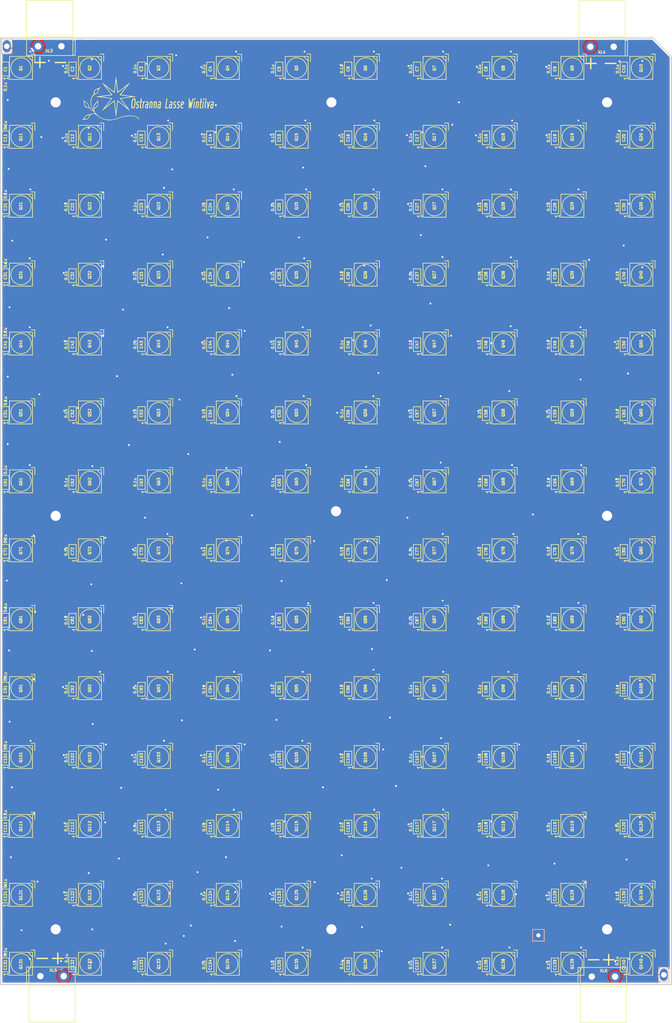
<source format=kicad_pcb>
(kicad_pcb (version 20210606) (generator pcbnew)
  (layers (0 "F.Cu" signal) (31 "B.Cu" signal) (37 "F.SilkS" user "F.Silkscreen") (38 "B.Mask" user) (39 "F.Mask" user) (44 "Edge.Cuts" user))
  (net 0 "")
  (net 1 "+5v")
  (net 2 "GND")
  (net 3 "Net-(Q1-Pad4)")
  (net 4 "Net-(Q1-Pad2)")
  (net 5 "Net-(Q2-Pad2)")
  (net 6 "Net-(Q3-Pad2)")
  (net 7 "Net-(Q4-Pad2)")
  (net 8 "Net-(Q5-Pad2)")
  (net 9 "Net-(Q6-Pad2)")
  (net 10 "Net-(Q7-Pad2)")
  (net 11 "Net-(Q8-Pad2)")
  (net 12 "Net-(Q10-Pad4)")
  (net 13 "Net-(Q10-Pad2)")
  (net 14 "Net-(Q11-Pad2)")
  (net 15 "Net-(Q12-Pad2)")
  (net 16 "Net-(Q13-Pad2)")
  (net 17 "Net-(Q14-Pad2)")
  (net 18 "Net-(Q15-Pad2)")
  (net 19 "Net-(Q16-Pad2)")
  (net 20 "Net-(Q17-Pad2)")
  (net 21 "Net-(Q18-Pad2)")
  (net 22 "Net-(Q19-Pad2)")
  (net 23 "Net-(Q20-Pad2)")
  (net 24 "Net-(Q21-Pad2)")
  (net 25 "Net-(Q22-Pad2)")
  (net 26 "Net-(Q23-Pad2)")
  (net 27 "Net-(Q24-Pad2)")
  (net 28 "Net-(Q25-Pad2)")
  (net 29 "Net-(Q26-Pad2)")
  (net 30 "Net-(Q27-Pad2)")
  (net 31 "Net-(Q28-Pad2)")
  (net 32 "Net-(Q29-Pad2)")
  (net 33 "Net-(Q30-Pad2)")
  (net 34 "Net-(Q31-Pad2)")
  (net 35 "Net-(Q32-Pad2)")
  (net 36 "Net-(Q33-Pad2)")
  (net 37 "Net-(Q34-Pad2)")
  (net 38 "Net-(Q35-Pad2)")
  (net 39 "Net-(Q36-Pad2)")
  (net 40 "Net-(Q37-Pad2)")
  (net 41 "Net-(Q38-Pad2)")
  (net 42 "Net-(Q39-Pad2)")
  (net 43 "Net-(Q40-Pad2)")
  (net 44 "Net-(Q41-Pad2)")
  (net 45 "Net-(Q42-Pad2)")
  (net 46 "Net-(Q43-Pad2)")
  (net 47 "Net-(Q44-Pad2)")
  (net 48 "Net-(Q45-Pad2)")
  (net 49 "Net-(Q46-Pad2)")
  (net 50 "Net-(Q47-Pad2)")
  (net 51 "Net-(Q48-Pad2)")
  (net 52 "Net-(Q49-Pad2)")
  (net 53 "Net-(Q50-Pad2)")
  (net 54 "Net-(Q51-Pad2)")
  (net 55 "Net-(Q52-Pad2)")
  (net 56 "Net-(Q53-Pad2)")
  (net 57 "Net-(Q54-Pad2)")
  (net 58 "Net-(Q55-Pad2)")
  (net 59 "Net-(Q56-Pad2)")
  (net 60 "Net-(Q57-Pad2)")
  (net 61 "Net-(Q58-Pad2)")
  (net 62 "Net-(Q59-Pad2)")
  (net 63 "Net-(Q60-Pad2)")
  (net 64 "Net-(Q61-Pad2)")
  (net 65 "Net-(Q62-Pad2)")
  (net 66 "Net-(Q63-Pad2)")
  (net 67 "Net-(Q64-Pad2)")
  (net 68 "Net-(Q65-Pad2)")
  (net 69 "Net-(Q66-Pad2)")
  (net 70 "Net-(Q67-Pad2)")
  (net 71 "Net-(Q68-Pad2)")
  (net 72 "Net-(Q69-Pad2)")
  (net 73 "Net-(Q70-Pad2)")
  (net 74 "Net-(Q71-Pad2)")
  (net 75 "Net-(Q72-Pad2)")
  (net 76 "Net-(Q73-Pad2)")
  (net 77 "Net-(Q74-Pad2)")
  (net 78 "Net-(Q75-Pad2)")
  (net 79 "Net-(Q76-Pad2)")
  (net 80 "Net-(Q77-Pad2)")
  (net 81 "Net-(Q78-Pad2)")
  (net 82 "Net-(Q79-Pad2)")
  (net 83 "Net-(Q80-Pad2)")
  (net 84 "Net-(Q81-Pad2)")
  (net 85 "Net-(Q82-Pad2)")
  (net 86 "Net-(Q83-Pad2)")
  (net 87 "Net-(Q84-Pad2)")
  (net 88 "Net-(Q85-Pad2)")
  (net 89 "Net-(Q86-Pad2)")
  (net 90 "Net-(Q87-Pad2)")
  (net 91 "Net-(Q88-Pad2)")
  (net 92 "Net-(Q89-Pad2)")
  (net 93 "Net-(Q90-Pad2)")
  (net 94 "Net-(Q91-Pad2)")
  (net 95 "Net-(Q92-Pad2)")
  (net 96 "Net-(Q93-Pad2)")
  (net 97 "Net-(Q94-Pad2)")
  (net 98 "Net-(Q95-Pad2)")
  (net 99 "Net-(Q96-Pad2)")
  (net 100 "Net-(Q97-Pad2)")
  (net 101 "Net-(Q98-Pad2)")
  (net 102 "Net-(Q100-Pad4)")
  (net 103 "Net-(Q100-Pad2)")
  (net 104 "Net-(Q101-Pad2)")
  (net 105 "Net-(Q102-Pad2)")
  (net 106 "Net-(Q103-Pad2)")
  (net 107 "Net-(TP105-Pad1)")
  (net 108 "Net-(Q105-Pad2)")
  (net 109 "Net-(Q106-Pad2)")
  (net 110 "Net-(Q107-Pad2)")
  (net 111 "Net-(Q108-Pad2)")
  (net 112 "Net-(Q109-Pad2)")
  (net 113 "Net-(Q110-Pad2)")
  (net 114 "Net-(Q111-Pad2)")
  (net 115 "Net-(Q112-Pad2)")
  (net 116 "Net-(Q113-Pad2)")
  (net 117 "Net-(Q114-Pad2)")
  (net 118 "Net-(Q115-Pad2)")
  (net 119 "Net-(Q116-Pad2)")
  (net 120 "Net-(Q117-Pad2)")
  (net 121 "Net-(Q118-Pad2)")
  (net 122 "Net-(Q119-Pad2)")
  (net 123 "Net-(Q120-Pad2)")
  (net 124 "Net-(Q121-Pad2)")
  (net 125 "Net-(Q122-Pad2)")
  (net 126 "Net-(Q123-Pad2)")
  (net 127 "Net-(Q124-Pad2)")
  (net 128 "Net-(Q125-Pad2)")
  (net 129 "Net-(Q126-Pad2)")
  (net 130 "Net-(Q127-Pad2)")
  (net 131 "Net-(Q128-Pad2)")
  (net 132 "Net-(Q129-Pad2)")
  (net 133 "Net-(Q130-Pad2)")
  (net 134 "Net-(Q131-Pad2)")
  (net 135 "Net-(Q132-Pad2)")
  (net 136 "Net-(Q133-Pad2)")
  (net 137 "Net-(Q134-Pad2)")
  (net 138 "Net-(Q135-Pad2)")
  (net 139 "Net-(Q136-Pad2)")
  (net 140 "Net-(Q137-Pad2)")
  (net 141 "Net-(Q138-Pad2)")
  (net 142 "Net-(Q139-Pad2)")
  (net 143 "Net-(Q140-Pad2)")
  (footprint "PCB:TESTPOINT_1MM" (layer "F.Cu") (at 168.9 126.1)
    (fp_text reference "TP70" hide)
    (fp_text value "TESTPOINT" hide)
  )
  (footprint "LEDs:LED_WS2812B" (layer "F.Cu") (at 82.7 83.5 90)
    (fp_text reference "Q34")
    (fp_text value "WS2812B" hide)
  )
  (footprint "Capacitors:CAP_0603_Silks" (layer "F.Cu") (at 78.9 173.738 90)
    (fp_text reference "C94")
    (fp_text value "0.1u")
  )
  (footprint "LEDs:LED_WS2812B" (layer "F.Cu") (at 82.7 38.5 90)
    (fp_text reference "Q4")
    (fp_text value "WS2812B" hide)
  )
  (footprint "LEDs:LED_WS2812B" (layer "F.Cu") (at 142.7 158.5 90)
    (fp_text reference "Q88")
    (fp_text value "WS2812B" hide)
  )
  (footprint "LEDs:LED_WS2812B" (layer "F.Cu") (at 157.7 158.5 90)
    (fp_text reference "Q89")
    (fp_text value "WS2812B" hide)
  )
  (footprint "LEDs:LED_WS2812B" (layer "F.Cu") (at 112.7 38.5 90)
    (fp_text reference "Q6")
    (fp_text value "WS2812B" hide)
  )
  (footprint "Capacitors:CAP_0603_Silks" (layer "F.Cu") (at 138.9 158.738 90)
    (fp_text reference "C88")
    (fp_text value "0.1u")
  )
  (footprint "PCB:TESTPOINT_1MM" (layer "F.Cu") (at 168.9 66.1)
    (fp_text reference "TP30" hide)
    (fp_text value "TESTPOINT" hide)
  )
  (footprint "LEDs:LED_WS2812B" (layer "F.Cu") (at 52.7 233.5 90)
    (fp_text reference "Q132")
    (fp_text value "WS2812B" hide)
  )
  (footprint "PCB:TESTPOINT_1MM" (layer "F.Cu") (at 78.9 51.1)
    (fp_text reference "TP14" hide)
    (fp_text value "TESTPOINT" hide)
  )
  (footprint "Capacitors:CAP_0603_Silks" (layer "F.Cu") (at 123.9 218.738 90)
    (fp_text reference "C127")
    (fp_text value "0.1u")
  )
  (footprint "Capacitors:CAP_0603_Silks" (layer "F.Cu") (at 34.3 203.738 90)
    (fp_text reference "C111")
    (fp_text value "0.1u")
  )
  (footprint "LEDs:LED_WS2812B" (layer "F.Cu") (at 67.7 98.5 90)
    (fp_text reference "Q43")
    (fp_text value "WS2812B" hide)
  )
  (footprint "Capacitors:CAP_0603_Silks" (layer "F.Cu") (at 153.9 83.738 90)
    (fp_text reference "C39")
    (fp_text value "0.1u")
  )
  (footprint "Capacitors:CAP_0603_Silks" (layer "F.Cu") (at 153.9 143.738 90)
    (fp_text reference "C79")
    (fp_text value "0.1u")
  )
  (footprint "PCB:TESTPOINT_1MM" (layer "F.Cu") (at 153.9 216.1)
    (fp_text reference "TP129" hide)
    (fp_text value "TESTPOINT" hide)
  )
  (footprint "PCB:TESTPOINT_1MM" (layer "F.Cu") (at 108.9 66.1)
    (fp_text reference "TP26" hide)
    (fp_text value "TESTPOINT" hide)
  )
  (footprint "PCB:TESTPOINT_1MM" (layer "F.Cu") (at 93.9 186.1)
    (fp_text reference "TP105" hide)
    (fp_text value "TESTPOINT" hide)
  )
  (footprint "PCB:TESTPOINT_1MM" (layer "F.Cu") (at 108.9 51.1)
    (fp_text reference "TP16" hide)
    (fp_text value "TESTPOINT" hide)
  )
  (footprint "Capacitors:CAP_0603_Silks" (layer "F.Cu") (at 78.9 143.738 90)
    (fp_text reference "C74")
    (fp_text value "0.1u")
  )
  (footprint "PCB:Hole2d2_out3d5mm" (layer "F.Cu") (at 45.25 46)
    (fp_text reference "HOLE7" hide)
    (fp_text value "HOLE_METALLED" hide)
  )
  (footprint "PCB:TESTPOINT_1MM" (layer "F.Cu") (at 138.9 186.1)
    (fp_text reference "TP108" hide)
    (fp_text value "TESTPOINT" hide)
  )
  (footprint "LEDs:LED_WS2812B" (layer "F.Cu") (at 112.7 233.5 90)
    (fp_text reference "Q136")
    (fp_text value "WS2812B" hide)
  )
  (footprint "Capacitors:CAP_0603_Silks" (layer "F.Cu") (at 108.9 83.738 90)
    (fp_text reference "C36")
    (fp_text value "0.1u")
  )
  (footprint "Capacitors:CAP_0603_Silks" (layer "F.Cu") (at 168.9 158.738 90)
    (fp_text reference "C90")
    (fp_text value "0.1u")
  )
  (footprint "PCB:TESTPOINT_1MM" (layer "F.Cu") (at 48.9 141.1)
    (fp_text reference "TP72" hide)
    (fp_text value "TESTPOINT" hide)
  )
  (footprint "Capacitors:CAP_0603_Silks" (layer "F.Cu") (at 108.9 38.738 90)
    (fp_text reference "C6")
    (fp_text value "0.1u")
  )
  (footprint "PCB:TESTPOINT_1MM" (layer "F.Cu") (at 168.9 51.1)
    (fp_text reference "TP20" hide)
    (fp_text value "TESTPOINT" hide)
  )
  (footprint "Capacitors:CAP_0603_Silks" (layer "F.Cu") (at 138.9 188.738 90)
    (fp_text reference "C108")
    (fp_text value "0.1u")
  )
  (footprint "PCB:TESTPOINT_1MM" (layer "F.Cu") (at 63.9 51.1)
    (fp_text reference "TP13" hide)
    (fp_text value "TESTPOINT" hide)
  )
  (footprint "LEDs:LED_WS2812B" (layer "F.Cu") (at 157.7 98.5 90)
    (fp_text reference "Q49")
    (fp_text value "WS2812B" hide)
  )
  (footprint "Capacitors:CAP_0603_Silks" (layer "F.Cu") (at 63.9 143.738 90)
    (fp_text reference "C73")
    (fp_text value "0.1u")
  )
  (footprint "Capacitors:CAP_0603_Silks" (layer "F.Cu") (at 63.9 38.738 90)
    (fp_text reference "C3")
    (fp_text value "0.1u")
  )
  (footprint "PCB:TESTPOINT_1MM" (layer "F.Cu") (at 63.9 201.1)
    (fp_text reference "TP113" hide)
    (fp_text value "TESTPOINT" hide)
  )
  (footprint "PCB:REF_POINT_1MM" (layer "F.Cu") (at 52.7 33.8)
    (fp_text reference "RP2" hide)
    (fp_text value "REFPOINT" hide)
  )
  (footprint "PCB:Hole2d2_out3d5mm" (layer "F.Cu") (at 165.25 136)
    (fp_text reference "HOLE6" hide)
    (fp_text value "HOLE_METALLED" hide)
  )
  (footprint "Capacitors:CAP_0603_Silks" (layer "F.Cu") (at 138.9 203.738 90)
    (fp_text reference "C118")
    (fp_text value "0.1u")
  )
  (footprint "LEDs:LED_WS2812B" (layer "F.Cu") (at 97.7 173.5 90)
    (fp_text reference "Q95")
    (fp_text value "WS2812B" hide)
  )
  (footprint "PCB:TESTPOINT_1MM" (layer "F.Cu") (at 168.9 201.1)
    (fp_text reference "TP120" hide)
    (fp_text value "TESTPOINT" hide)
  )
  (footprint "Capacitors:CAP_0603_Silks" (layer "F.Cu") (at 34.3 158.738 90)
    (fp_text reference "C81")
    (fp_text value "0.1u")
  )
  (footprint "PCB:TESTPOINT_1MM" (layer "F.Cu") (at 36.1 79.2)
    (fp_text reference "TP31" hide)
    (fp_text value "TESTPOINT" hide)
  )
  (footprint "LEDs:LED_WS2812B" (layer "F.Cu") (at 157.7 203.5 90)
    (fp_text reference "Q119")
    (fp_text value "WS2812B" hide)
  )
  (footprint "PCB:TESTPOINT_1MM" (layer "F.Cu") (at 108.9 36.1)
    (fp_text reference "TP6" hide)
    (fp_text value "TESTPOINT" hide)
  )
  (footprint "Capacitors:CAP_0603_Silks" (layer "F.Cu") (at 123.9 83.738 90)
    (fp_text reference "C37")
    (fp_text value "0.1u")
  )
  (footprint "PCB:TESTPOINT_1MM" (layer "F.Cu") (at 168.9 81.1)
    (fp_text reference "TP40" hide)
    (fp_text value "TESTPOINT" hide)
  )
  (footprint "PCB:TESTPOINT_1MM" (layer "F.Cu") (at 36.1 124.2)
    (fp_text reference "TP61" hide)
    (fp_text value "TESTPOINT" hide)
  )
  (footprint "PCB:TESTPOINT_1MM" (layer "F.Cu") (at 153.9 81.1)
    (fp_text reference "TP39" hide)
    (fp_text value "TESTPOINT" hide)
  )
  (footprint "Capacitors:CAP_0603_Silks" (layer "F.Cu") (at 48.9 218.738 90)
    (fp_text reference "C122")
    (fp_text value "0.1u")
  )
  (footprint "Capacitors:CAP_0603_Silks" (layer "F.Cu") (at 34.3 38.738 90)
    (fp_text reference "C1")
    (fp_text value "0.1u")
  )
  (footprint "LEDs:LED_WS2812B" (layer "F.Cu") (at 172.7 68.5 90)
    (fp_text reference "Q30")
    (fp_text value "WS2812B" hide)
  )
  (footprint "Capacitors:CAP_0603_Silks" (layer "F.Cu") (at 168.9 113.738 90)
    (fp_text reference "C60")
    (fp_text value "0.1u")
  )
  (footprint "PCB:TESTPOINT_1MM" (layer "F.Cu") (at 78.9 201.1)
    (fp_text reference "TP114" hide)
    (fp_text value "TESTPOINT" hide)
  )
  (footprint "LEDs:LED_WS2812B" (layer "F.Cu") (at 172.7 203.5 90)
    (fp_text reference "Q120")
    (fp_text value "WS2812B" hide)
  )
  (footprint "Capacitors:CAP_0603_Silks" (layer "F.Cu") (at 138.9 38.738 90)
    (fp_text reference "C8")
    (fp_text value "0.1u")
  )
  (footprint "PCB:TESTPOINT_1MM" (layer "F.Cu") (at 168.9 231.1)
    (fp_text reference "TP140" hide)
    (fp_text value "TESTPOINT" hide)
  )
  (footprint "Capacitors:CAP_0603_Silks" (layer "F.Cu") (at 153.9 233.738 90)
    (fp_text reference "C139")
    (fp_text value "0.1u")
  )
  (footprint "LEDs:LED_WS2812B" (layer "F.Cu") (at 82.7 188.5 90)
    (fp_text reference "Q104")
    (fp_text value "WS2812B" hide)
  )
  (footprint "Capacitors:CAP_0603_Silks" (layer "F.Cu") (at 108.9 53.738 90)
    (fp_text reference "C16")
    (fp_text value "0.1u")
  )
  (footprint "Capacitors:CAP_0603_Silks" (layer "F.Cu") (at 138.9 53.738 90)
    (fp_text reference "C18")
    (fp_text value "0.1u")
  )
  (footprint "Capacitors:CAP_0603_Silks" (layer "F.Cu") (at 78.9 68.738 90)
    (fp_text reference "C24")
    (fp_text value "0.1u")
  )
  (footprint "LEDs:LED_WS2812B" (layer "F.Cu") (at 127.7 98.5 90)
    (fp_text reference "Q47")
    (fp_text value "WS2812B" hide)
  )
  (footprint "Capacitors:CAP_0603_Silks" (layer "F.Cu") (at 48.9 158.738 90)
    (fp_text reference "C82")
    (fp_text value "0.1u")
  )
  (footprint "LEDs:LED_WS2812B" (layer "F.Cu") (at 142.7 173.5 90)
    (fp_text reference "Q98")
    (fp_text value "WS2812B" hide)
  )
  (footprint "PCB:TESTPOINT_1MM" (layer "F.Cu") (at 48.9 81.1)
    (fp_text reference "TP32" hide)
    (fp_text value "TESTPOINT" hide)
  )
  (footprint "PCB:TESTPOINT_1MM" (layer "F.Cu") (at 93.9 96.1)
    (fp_text reference "TP45" hide)
    (fp_text value "TESTPOINT" hide)
  )
  (footprint "Capacitors:CAP_0603_Silks" (layer "F.Cu") (at 138.9 128.738 90)
    (fp_text reference "C68")
    (fp_text value "0.1u")
  )
  (footprint "LEDs:LED_WS2812B" (layer "F.Cu") (at 172.7 158.5 90)
    (fp_text reference "Q90")
    (fp_text value "WS2812B" hide)
  )
  (footprint "LEDs:LED_WS2812B" (layer "F.Cu") (at 37.7 68.5 90)
    (fp_text reference "Q21")
    (fp_text value "WS2812B" hide)
  )
  (footprint "Capacitors:CAP_0603_Silks" (layer "F.Cu") (at 168.9 68.738 90)
    (fp_text reference "C30")
    (fp_text value "0.1u")
  )
  (footprint "Capacitors:CAP_0603_Silks" (layer "F.Cu") (at 48.9 128.738 90)
    (fp_text reference "C62")
    (fp_text value "0.1u")
  )
  (footprint "PCB:TESTPOINT_1MM" (layer "F.Cu") (at 168.9 96.1)
    (fp_text reference "TP50" hide)
    (fp_text value "TESTPOINT" hide)
  )
  (footprint "LEDs:LED_WS2812B" (layer "F.Cu") (at 37.7 128.5 90)
    (fp_text reference "Q61")
    (fp_text value "WS2812B" hide)
  )
  (footprint "LEDs:LED_WS2812B" (layer "F.Cu") (at 172.7 83.5 90)
    (fp_text reference "Q40")
    (fp_text value "WS2812B" hide)
  )
  (footprint "LEDs:LED_WS2812B" (layer "F.Cu") (at 157.7 218.5 90)
    (fp_text reference "Q129")
    (fp_text value "WS2812B" hide)
  )
  (footprint "LEDs:LED_WS2812B" (layer "F.Cu") (at 172.7 53.5 90)
    (fp_text reference "Q20")
    (fp_text value "WS2812B" hide)
  )
  (footprint "Capacitors:CAP_0603_Silks" (layer "F.Cu") (at 78.9 98.738 90)
    (fp_text reference "C44")
    (fp_text value "0.1u")
  )
  (footprint "Capacitors:CAP_0603_Silks" (layer "F.Cu") (at 63.9 233.738 90)
    (fp_text reference "C133")
    (fp_text value "0.1u")
  )
  (footprint "Capacitors:CAP_0603_Silks" (layer "F.Cu") (at 48.9 143.738 90)
    (fp_text reference "C72")
    (fp_text value "0.1u")
  )
  (footprint "LEDs:LED_WS2812B" (layer "F.Cu") (at 82.7 98.5 90)
    (fp_text reference "Q44")
    (fp_text value "WS2812B" hide)
  )
  (footprint "PCB:TESTPOINT_1MM" (layer "F.Cu") (at 123.9 216.1)
    (fp_text reference "TP127" hide)
    (fp_text value "TESTPOINT" hide)
  )
  (footprint "PCB:TESTPOINT_1MM" (layer "F.Cu") (at 48.9 186.1)
    (fp_text reference "TP102" hide)
    (fp_text value "TESTPOINT" hide)
  )
  (footprint "PCB:TESTPOINT_1MM" (layer "F.Cu") (at 63.9 81.1)
    (fp_text reference "TP33" hide)
    (fp_text value "TESTPOINT" hide)
  )
  (footprint "Capacitors:CAP_0603_Silks" (layer "F.Cu") (at 34.3 173.738 90)
    (fp_text reference "C91")
    (fp_text value "0.1u")
  )
  (footprint "Capacitors:CAP_0603_Silks" (layer "F.Cu") (at 93.9 188.738 90)
    (fp_text reference "C105")
    (fp_text value "0.1u")
  )
  (footprint "LEDs:LED_WS2812B" (layer "F.Cu") (at 52.7 53.5 90)
    (fp_text reference "Q12")
    (fp_text value "WS2812B" hide)
  )
  (footprint "Capacitors:CAP_0603_Silks" (layer "F.Cu") (at 123.9 158.738 90)
    (fp_text reference "C87")
    (fp_text value "0.1u")
  )
  (footprint "PCB:TESTPOINT_1MM" (layer "F.Cu") (at 123.9 201.1)
    (fp_text reference "TP117" hide)
    (fp_text value "TESTPOINT" hide)
  )
  (footprint "Capacitors:CAP_0603_Silks" (layer "F.Cu") (at 78.9 188.738 90)
    (fp_text reference "C104")
    (fp_text value "0.1u")
  )
  (footprint "LEDs:LED_WS2812B" (layer "F.Cu") (at 67.7 143.5 90)
    (fp_text reference "Q73")
    (fp_text value "WS2812B" hide)
  )
  (footprint "PCB:TESTPOINT_1MM" (layer "F.Cu") (at 78.9 81.1)
    (fp_text reference "TP34" hide)
    (fp_text value "TESTPOINT" hide)
  )
  (footprint "LEDs:LED_WS2812B" (layer "F.Cu") (at 127.7 173.5 90)
    (fp_text reference "Q97")
    (fp_text value "WS2812B" hide)
  )
  (footprint "PCB:TESTPOINT_1MM" (layer "F.Cu") (at 63.9 141.1)
    (fp_text reference "TP73" hide)
    (fp_text value "TESTPOINT" hide)
  )
  (footprint "LEDs:LED_WS2812B" (layer "F.Cu") (at 112.7 188.5 90)
    (fp_text reference "Q106")
    (fp_text value "WS2812B" hide)
  )
  (footprint "LEDs:LED_WS2812B" (layer "F.Cu") (at 172.7 188.5 90)
    (fp_text reference "Q110")
    (fp_text value "WS2812B" hide)
  )
  (footprint "Capacitors:CAP_0603_Silks" (layer "F.Cu") (at 123.9 233.738 90)
    (fp_text reference "C137")
    (fp_text value "0.1u")
  )
  (footprint "LEDs:LED_WS2812B" (layer "F.Cu") (at 112.7 83.5 90)
    (fp_text reference "Q36")
    (fp_text value "WS2812B" hide)
  )
  (footprint "Capacitors:CAP_0603_Silks" (layer "F.Cu") (at 93.9 113.738 90)
    (fp_text reference "C55")
    (fp_text value "0.1u")
  )
  (footprint "Capacitors:CAP_0603_Silks" (layer "F.Cu") (at 153.9 128.738 90)
    (fp_text reference "C69")
    (fp_text value "0.1u")
  )
  (footprint "PCB:REF_POINT_1MM" (layer "F.Cu") (at 169.8 226.7)
    (fp_text reference "RP1" hide)
    (fp_text value "REFPOINT" hide)
  )
  (footprint "PCB:TESTPOINT_1MM" (layer "F.Cu") (at 153.9 126.1)
    (fp_text reference "TP69" hide)
    (fp_text value "TESTPOINT" hide)
  )
  (footprint "Capacitors:CAP_0603_Silks" (layer "F.Cu") (at 168.9 98.738 90)
    (fp_text reference "C50")
    (fp_text value "0.1u")
  )
  (footprint "LEDs:LED_WS2812B" (layer "F.Cu") (at 112.7 218.5 90)
    (fp_text reference "Q126")
    (fp_text value "WS2812B" hide)
  )
  (footprint "PCB:TESTPOINT_1MM" (layer "F.Cu") (at 78.9 141.1)
    (fp_text reference "TP74" hide)
    (fp_text value "TESTPOINT" hide)
  )
  (footprint "PCB:TESTPOINT_1MM" (layer "F.Cu") (at 48.9 171.1)
    (fp_text reference "TP92" hide)
    (fp_text value "TESTPOINT" hide)
  )
  (footprint "Capacitors:CAP_0603_Silks" (layer "F.Cu") (at 48.9 173.738 90)
    (fp_text reference "C92")
    (fp_text value "0.1u")
  )
  (footprint "PCB:TESTPOINT_1MM" (layer "F.Cu") (at 123.9 96.1)
    (fp_text reference "TP47" hide)
    (fp_text value "TESTPOINT" hide)
  )
  (footprint "Capacitors:CAP_0603_Silks" (layer "F.Cu") (at 48.9 188.738 90)
    (fp_text reference "C102")
    (fp_text value "0.1u")
  )
  (footprint "LEDs:LED_WS2812B" (layer "F.Cu") (at 97.7 68.5 90)
    (fp_text reference "Q25")
    (fp_text value "WS2812B" hide)
  )
  (footprint "PCB:TESTPOINT_1MM" (layer "F.Cu") (at 153.9 96.1)
    (fp_text reference "TP49" hide)
    (fp_text value "TESTPOINT" hide)
  )
  (footprint "PCB:TESTPOINT_1MM" (layer "F.Cu") (at 108.9 111.1)
    (fp_text reference "TP56" hide)
    (fp_text value "TESTPOINT" hide)
  )
  (footprint "PCB:TESTPOINT_1MM" (layer "F.Cu") (at 108.9 126.1)
    (fp_text reference "TP66" hide)
    (fp_text value "TESTPOINT" hide)
  )
  (footprint "PCB:Hole2d2_out3d5mm" (layer "F.Cu") (at 165.25 46)
    (fp_text reference "HOLE3" hide)
    (fp_text value "HOLE_METALLED" hide)
  )
  (footprint "PCB:TESTPOINT_1MM" (layer "F.Cu") (at 48.9 66.1)
    (fp_text reference "TP22" hide)
    (fp_text value "TESTPOINT" hide)
  )
  (footprint "Capacitors:CAP_0603_Silks" (layer "F.Cu") (at 123.9 53.738 90)
    (fp_text reference "C17")
    (fp_text value "0.1u")
  )
  (footprint "LEDs:LED_WS2812B" (layer "F.Cu") (at 52.7 38.5 90)
    (fp_text reference "Q2")
    (fp_text value "WS2812B" hide)
  )
  (footprint "LEDs:LED_WS2812B" (layer "F.Cu") (at 142.7 188.5 90)
    (fp_text reference "Q108")
    (fp_text value "WS2812B" hide)
  )
  (footprint "PCB:TESTPOINT_1MM" (layer "F.Cu") (at 63.9 36.1)
    (fp_text reference "TP3" hide)
    (fp_text value "TESTPOINT" hide)
  )
  (footprint "PCB:TESTPOINT_1MM" (layer "F.Cu") (at 36.1 94.2)
    (fp_text reference "TP41" hide)
    (fp_text value "TESTPOINT" hide)
  )
  (footprint "PCB:Hole2d2_out3d5mm" (layer "F.Cu") (at 106.25 135)
    (fp_text reference "HOLE4" hide)
    (fp_text value "HOLE_METALLED" hide)
  )
  (footprint "PCB:TESTPOINT_1MM" (layer "F.Cu") (at 108.9 81.1)
    (fp_text reference "TP36" hide)
    (fp_text value "TESTPOINT" hide)
  )
  (footprint "PCB:TESTPOINT_1MM" (layer "F.Cu") (at 78.9 216.1)
    (fp_text reference "TP124" hide)
    (fp_text value "TESTPOINT" hide)
  )
  (footprint "Capacitors:CAP_0603_Silks" (layer "F.Cu") (at 138.9 113.738 90)
    (fp_text reference "C58")
    (fp_text value "0.1u")
  )
  (footprint "PCB:TESTPOINT_1MM" (layer "F.Cu") (at 108.9 216.1)
    (fp_text reference "TP126" hide)
    (fp_text value "TESTPOINT" hide)
  )
  (footprint "LEDs:LED_WS2812B" (layer "F.Cu") (at 157.7 188.5 90)
    (fp_text reference "Q109")
    (fp_text value "WS2812B" hide)
  )
  (footprint "Capacitors:CAP_0603_Silks" (layer "F.Cu") (at 63.9 188.738 90)
    (fp_text reference "C103")
    (fp_text value "0.1u")
  )
  (footprint "Connectors:TermiBlockHeader_508_x2_R" (layer "F.Cu") (at 44.45 236.2)
    (fp_text reference "XL5")
    (fp_text value "CONN_2" hide)
  )
  (footprint "PCB:TESTPOINT_1MM" (layer "F.Cu") (at 48.9 36.1)
    (fp_text reference "TP2" hide)
    (fp_text value "TESTPOINT" hide)
  )
  (footprint "LEDs:LED_WS2812B" (layer "F.Cu") (at 97.7 128.5 90)
    (fp_text reference "Q65")
    (fp_text value "WS2812B" hide)
  )
  (footprint "PCB:TESTPOINT_1MM" (layer "F.Cu") (at 168.9 141.1)
    (fp_text reference "TP80" hide)
    (fp_text value "TESTPOINT" hide)
  )
  (footprint "Capacitors:CAP_0603_Silks" (layer "F.Cu") (at 63.9 158.738 90)
    (fp_text reference "C83")
    (fp_text value "0.1u")
  )
  (footprint "PCB:TESTPOINT_1MM" (layer "F.Cu") (at 78.9 171.1)
    (fp_text reference "TP94" hide)
    (fp_text value "TESTPOINT" hide)
  )
  (footprint "LEDs:LED_WS2812B" (layer "F.Cu") (at 127.7 188.5 90)
    (fp_text reference "Q107")
    (fp_text value "WS2812B" hide)
  )
  (footprint "PCB:TESTPOINT_1MM" (layer "F.Cu") (at 78.9 156.1)
    (fp_text reference "TP84" hide)
    (fp_text value "TESTPOINT" hide)
  )
  (footprint "PCB:TESTPOINT_1MM" (layer "F.Cu") (at 63.9 186.1)
    (fp_text reference "TP103" hide)
    (fp_text value "TESTPOINT" hide)
  )
  (footprint "PCB:TESTPOINT_1MM" (layer "F.Cu") (at 63.9 156.1)
    (fp_text reference "TP83" hide)
    (fp_text value "TESTPOINT" hide)
  )
  (footprint "LEDs:LED_WS2812B" (layer "F.Cu") (at 67.7 233.5 90)
    (fp_text reference "Q133")
    (fp_text value "WS2812B" hide)
  )
  (footprint "PCB:TESTPOINT_1MM" (layer "F.Cu") (at 123.9 231.1)
    (fp_text reference "TP137" hide)
    (fp_text value "TESTPOINT" hide)
  )
  (footprint "PCB:TESTPOINT_1MM" (layer "F.Cu") (at 93.9 51.1)
    (fp_text reference "TP15" hide)
    (fp_text value "TESTPOINT" hide)
  )
  (footprint "LEDs:LED_WS2812B" (layer "F.Cu") (at 67.7 113.5 90)
    (fp_text reference "Q53")
    (fp_text value "WS2812B" hide)
  )
  (footprint "LEDs:LED_WS2812B" (layer "F.Cu") (at 82.7 173.5 90)
    (fp_text reference "Q94")
    (fp_text value "WS2812B" hide)
  )
  (footprint "Capacitors:CAP_0603_Silks" (layer "F.Cu") (at 93.9 218.738 90)
    (fp_text reference "C125")
    (fp_text value "0.1u")
  )
  (footprint "PCB:TESTPOINT_1MM" (layer "F.Cu") (at 123.9 126.1)
    (fp_text reference "TP67" hide)
    (fp_text value "TESTPOINT" hide)
  )
  (footprint "LEDs:LED_WS2812B" (layer "F.Cu") (at 97.7 218.5 90)
    (fp_text reference "Q125")
    (fp_text value "WS2812B" hide)
  )
  (footprint "Capacitors:CAP_0603_Silks" (layer "F.Cu") (at 93.9 173.738 90)
    (fp_text reference "C95")
    (fp_text value "0.1u")
  )
  (footprint "Capacitors:CAP_0603_Silks" (layer "F.Cu") (at 168.9 53.738 90)
    (fp_text reference "C20")
    (fp_text value "0.1u")
  )
  (footprint "Capacitors:CAP_0603_Silks" (layer "F.Cu") (at 168.9 188.738 90)
    (fp_text reference "C110")
    (fp_text value "0.1u")
  )
  (footprint "PCB:TESTPOINT_1MM" (layer "F.Cu") (at 78.9 186.1)
    (fp_text reference "TP104" hide)
    (fp_text value "TESTPOINT" hide)
  )
  (footprint "PCB:TESTPOINT_1MM" (layer "F.Cu") (at 48.9 216.1)
    (fp_text reference "TP122" hide)
    (fp_text value "TESTPOINT" hide)
  )
  (footprint "LEDs:LED_WS2812B" (layer "F.Cu") (at 37.7 158.5 90)
    (fp_text reference "Q81")
    (fp_text value "WS2812B" hide)
  )
  (footprint "PCB:TESTPOINT_1MM" (layer "F.Cu") (at 36.1 184.2)
    (fp_text reference "TP101" hide)
    (fp_text value "TESTPOINT" hide)
  )
  (footprint "Capacitors:CAP_0603_Silks" (layer "F.Cu") (at 168.9 218.738 90)
    (fp_text reference "C130")
    (fp_text value "0.1u")
  )
  (footprint "Capacitors:CAP_0603_Silks" (layer "F.Cu") (at 78.9 218.738 90)
    (fp_text reference "C124")
    (fp_text value "0.1u")
  )
  (footprint "LEDs:LED_WS2812B" (layer "F.Cu") (at 157.7 173.5 90)
    (fp_text reference "Q99")
    (fp_text value "WS2812B" hide)
  )
  (footprint "LEDs:LED_WS2812B" (layer "F.Cu") (at 82.7 143.5 90)
    (fp_text reference "Q74")
    (fp_text value "WS2812B" hide)
  )
  (footprint "PCB:TESTPOINT_1MM" (layer "F.Cu") (at 36.1 64.2)
    (fp_text reference "TP21" hide)
    (fp_text value "TESTPOINT" hide)
  )
  (footprint "PCB:TESTPOINT_1MM" (layer "F.Cu") (at 93.9 126.1)
    (fp_text reference "TP65" hide)
    (fp_text value "TESTPOINT" hide)
  )
  (footprint "LEDs:LED_WS2812B" (layer "F.Cu") (at 142.7 113.5 90)
    (fp_text reference "Q58")
    (fp_text value "WS2812B" hide)
  )
  (footprint "LEDs:LED_WS2812B" (layer "F.Cu") (at 112.7 173.5 90)
    (fp_text reference "Q96")
    (fp_text value "WS2812B" hide)
  )
  (footprint "PCB:TESTPOINT_1MM" (layer "F.Cu") (at 153.9 156.1)
    (fp_text reference "TP89" hide)
    (fp_text value "TESTPOINT" hide)
  )
  (footprint "LEDs:LED_WS2812B" (layer "F.Cu") (at 67.7 83.5 90)
    (fp_text reference "Q33")
    (fp_text value "WS2812B" hide)
  )
  (footprint "PCB:TESTPOINT_1MM" (layer "F.Cu") (at 138.9 201.1)
    (fp_text reference "TP118" hide)
    (fp_text value "TESTPOINT" hide)
  )
  (footprint "LEDs:LED_WS2812B" (layer "F.Cu") (at 82.7 218.5 90)
    (fp_text reference "Q124")
    (fp_text value "WS2812B" hide)
  )
  (footprint "PCB:TESTPOINT_1MM" (layer "F.Cu") (at 93.9 36.1)
    (fp_text reference "TP5" hide)
    (fp_text value "TESTPOINT" hide)
  )
  (footprint "LEDs:LED_WS2812B" (layer "F.Cu") (at 97.7 188.5 90)
    (fp_text reference "Q105")
    (fp_text value "WS2812B" hide)
  )
  (footprint "LEDs:LED_WS2812B" (layer "F.Cu") (at 112.7 53.5 90)
    (fp_text reference "Q16")
    (fp_text value "WS2812B" hide)
  )
  (footprint "Capacitors:CAP_0603_Silks" (layer "F.Cu") (at 63.9 98.738 90)
    (fp_text reference "C43")
    (fp_text value "0.1u")
  )
  (footprint "LEDs:LED_WS2812B" (layer "F.Cu") (at 157.7 113.5 90)
    (fp_text reference "Q59")
    (fp_text value "WS2812B" hide)
  )
  (footprint "Capacitors:CAP_0603_Silks" (layer "F.Cu") (at 123.9 113.738 90)
    (fp_text reference "C57")
    (fp_text value "0.1u")
  )
  (footprint "Capacitors:CAP_0603_Silks" (layer "F.Cu") (at 168.9 128.738 90)
    (fp_text reference "C70")
    (fp_text value "0.1u")
  )
  (footprint "PCB:TESTPOINT_1MM" (layer "F.Cu") (at 48.9 111.1)
    (fp_text reference "TP52" hide)
    (fp_text value "TESTPOINT" hide)
  )
  (footprint "PCB:TESTPOINT_1MM" (layer "F.Cu") (at 36.1 229.2)
    (fp_text reference "TP131" hide)
    (fp_text value "TESTPOINT" hide)
  )
  (footprint "PCB:TESTPOINT_1MM" (layer "F.Cu") (at 138.9 81.1)
    (fp_text reference "TP38" hide)
    (fp_text value "TESTPOINT" hide)
  )
  (footprint "PCB:TESTPOINT_1MM" (layer "F.Cu") (at 78.9 66.1)
    (fp_text reference "TP24" hide)
    (fp_text value "TESTPOINT" hide)
  )
  (footprint "LEDs:LED_WS2812B" (layer "F.Cu") (at 157.7 83.5 90)
    (fp_text reference "Q39")
    (fp_text value "WS2812B" hide)
  )
  (footprint "Capacitors:CAP_0603_Silks" (layer "F.Cu") (at 153.9 38.738 90)
    (fp_text reference "C9")
    (fp_text value "0.1u")
  )
  (footprint "PCB:TESTPOINT_1MM" (layer "F.Cu") (at 93.9 171.1)
    (fp_text reference "TP95" hide)
    (fp_text value "TESTPOINT" hide)
  )
  (footprint "Capacitors:CAP_0603_Silks" (layer "F.Cu") (at 78.9 158.738 90)
    (fp_text reference "C84")
    (fp_text value "0.1u")
  )
  (footprint "PCB:TESTPOINT_1MM" (layer "F.Cu") (at 93.9 81.1)
    (fp_text reference "TP35" hide)
    (fp_text value "TESTPOINT" hide)
  )
  (footprint "PCB:Hole2d2_out3d5mm" (layer "F.Cu") (at 165.25 226)
    (fp_text reference "HOLE5" hide)
    (fp_text value "HOLE_METALLED" hide)
  )
  (footprint "PCB:TESTPOINT_1MM" (layer "F.Cu") (at 138.9 231.1)
    (fp_text reference "TP138" hide)
    (fp_text value "TESTPOINT" hide)
  )
  (footprint "LEDs:LED_WS2812B" (layer "F.Cu") (at 37.7 98.5 90)
    (fp_text reference "Q41")
    (fp_text value "WS2812B" hide)
  )
  (footprint "LEDs:LED_WS2812B" (layer "F.Cu") (at 82.7 158.5 90)
    (fp_text reference "Q84")
    (fp_text value "WS2812B" hide)
  )
  (footprint "Capacitors:CAP_0603_Silks" (layer "F.Cu") (at 108.9 143.738 90)
    (fp_text reference "C76")
    (fp_text value "0.1u")
  )
  (footprint "LEDs:LED_WS2812B" (layer "F.Cu") (at 157.7 233.5 90)
    (fp_text reference "Q139")
    (fp_text value "WS2812B" hide)
  )
  (footprint "Capacitors:CAP_0603_Silks" (layer "F.Cu") (at 78.9 83.738 90)
    (fp_text reference "C34")
    (fp_text value "0.1u")
  )
  (footprint "PCB:TESTPOINT_1MM" (layer "F.Cu") (at 123.9 51.1)
    (fp_text reference "TP17" hide)
    (fp_text value "TESTPOINT" hide)
  )
  (footprint "PCB:TESTPOINT_1MM" (layer "F.Cu") (at 36.1 214.2)
    (fp_text reference "TP121" hide)
    (fp_text value "TESTPOINT" hide)
  )
  (footprint "Capacitors:CAP_0603_Silks" (layer "F.Cu") (at 48.9 83.738 90)
    (fp_text reference "C32")
    (fp_text value "0.1u")
  )
  (footprint "LEDs:LED_WS2812B" (layer "F.Cu") (at 157.7 128.5 90)
    (fp_text reference "Q69")
    (fp_text value "WS2812B" hide)
  )
  (footprint "Capacitors:CAP_0603_Silks" (layer "F.Cu") (at 153.9 158.738 90)
    (fp_text reference "C89")
    (fp_text value "0.1u")
  )
  (footprint "Capacitors:CAP_0603_Silks" (layer "F.Cu") (at 48.9 38.738 90)
    (fp_text reference "C2")
    (fp_text value "0.1u")
  )
  (footprint "LEDs:LED_WS2812B" (layer "F.Cu") (at 67.7 38.5 90)
    (fp_text reference "Q3")
    (fp_text value "WS2812B" hide)
  )
  (footprint "PCB:TESTPOINT_1MM" (layer "F.Cu") (at 48.9 201.1)
    (fp_text reference "TP112" hide)
    (fp_text value "TESTPOINT" hide)
  )
  (footprint "Capacitors:CAP_0603_Silks" (layer "F.Cu") (at 108.9 98.738 90)
    (fp_text reference "C46")
    (fp_text value "0.1u")
  )
  (footprint "PCB:TESTPOINT_1MM" (layer "F.Cu") (at 78.9 111.1)
    (fp_text reference "TP54" hide)
    (fp_text value "TESTPOINT" hide)
  )
  (footprint "PCB:TESTPOINT_1MM" (layer "F.Cu") (at 63.9 171.1)
    (fp_text reference "TP93" hide)
    (fp_text value "TESTPOINT" hide)
  )
  (footprint "PCB:TESTPOINT_1MM" (layer "F.Cu") (at 153.9 36.1)
    (fp_text reference "TP9" hide)
    (fp_text value "TESTPOINT" hide)
  )
  (footprint "LEDs:LED_WS2812B" (layer "F.Cu") (at 67.7 173.5 90)
    (fp_text reference "Q93")
    (fp_text value "WS2812B" hide)
  )
  (footprint "LEDs:LED_WS2812B" (layer "F.Cu") (at 52.7 113.5 90)
    (fp_text reference "Q52")
    (fp_text value "WS2812B" hide)
  )
  (footprint "Capacitors:CAP_0603_Silks" (layer "F.Cu") (at 34.3 83.738 90)
    (fp_text reference "C31")
    (fp_text value "0.1u")
  )
  (footprint "Capacitors:CAP_0603_Silks" (layer "F.Cu") (at 34.3 98.738 90)
    (fp_text reference "C41")
    (fp_text value "0.1u")
  )
  (footprint "PCB:TESTPOINT_1MM" (layer "F.Cu") (at 138.9 216.1)
    (fp_text reference "TP128" hide)
    (fp_text value "TESTPOINT" hide)
  )
  (footprint "LEDs:LED_WS2812B" (layer "F.Cu") (at 37.7 233.5 90)
    (fp_text reference "Q131")
    (fp_text value "WS2812B" hide)
  )
  (footprint "LEDs:LED_WS2812B" (layer "F.Cu") (at 127.7 158.5 90)
    (fp_text reference "Q87")
    (fp_text value "WS2812B" hide)
  )
  (footprint "LEDs:LED_WS2812B" (layer "F.Cu") (at 67.7 53.5 90)
    (fp_text reference "Q13")
    (fp_text value "WS2812B" hide)
  )
  (footprint "Capacitors:CAP_0603_Silks" (layer "F.Cu") (at 168.9 203.738 90)
    (fp_text reference "C120")
    (fp_text value "0.1u")
  )
  (footprint "Capacitors:CAP_0603_Silks" (layer "F.Cu") (at 93.9 233.738 90)
    (fp_text reference "C135")
    (fp_text value "0.1u")
  )
  (footprint "PCB:TESTPOINT_1MM" (layer "F.Cu") (at 78.9 231.1)
    (fp_text reference "TP134" hide)
    (fp_text value "TESTPOINT" hide)
  )
  (footprint "PCB:TESTPOINT_1MM" (layer "F.Cu") (at 93.9 156.1)
    (fp_text reference "TP85" hide)
    (fp_text value "TESTPOINT" hide)
  )
  (footprint "LEDs:LED_WS2812B" (layer "F.Cu") (at 112.7 143.5 90)
    (fp_text reference "Q76")
    (fp_text value "WS2812B" hide)
  )
  (footprint "PCB:TESTPOINT_1MM" (layer "F.Cu") (at 123.9 111.1)
    (fp_text reference "TP57" hide)
    (fp_text value "TESTPOINT" hide)
  )
  (footprint "LEDs:LED_WS2812B" (layer "F.Cu") (at 97.7 113.5 90)
    (fp_text reference "Q55")
    (fp_text value "WS2812B" hide)
  )
  (footprint "Capacitors:CAP_0603_Silks" (layer "F.Cu") (at 108.9 68.738 90)
    (fp_text reference "C26")
    (fp_text value "0.1u")
  )
  (footprint "PCB:TESTPOINT_1MM" (layer "F.Cu") (at 123.9 171.1)
    (fp_text reference "TP97" hide)
    (fp_text value "TESTPOINT" hide)
  )
  (footprint "LEDs:LED_WS2812B" (layer "F.Cu") (at 127.7 53.5 90)
    (fp_text reference "Q17")
    (fp_text value "WS2812B" hide)
  )
  (footprint "PCB:Hole2d2_out3d5mm" (layer "F.Cu") (at 105.25 46)
    (fp_text reference "HOLE2" hide)
    (fp_text value "HOLE_METALLED" hide)
  )
  (footprint "LEDs:LED_WS2812B" (layer "F.Cu") (at 67.7 128.5 90)
    (fp_text reference "Q63")
    (fp_text value "WS2812B" hide)
  )
  (footprint "PCB:TESTPOINT_1MM" (layer "F.Cu") (at 108.9 186.1)
    (fp_text reference "TP106" hide)
    (fp_text value "TESTPOINT" hide)
  )
  (footprint "Capacitors:CAP_0603_Silks" (layer "F.Cu") (at 168.9 38.738 90)
    (fp_text reference "C10")
    (fp_text value "0.1u")
  )
  (footprint "Capacitors:CAP_0603_Silks" (layer "F.Cu") (at 63.9 83.738 90)
    (fp_text reference "C33")
    (fp_text value "0.1u")
  )
  (footprint "Capacitors:CAP_0603_Silks" (layer "F.Cu") (at 123.9 173.738 90)
    (fp_text reference "C97")
    (fp_text value "0.1u")
  )
  (footprint "Capacitors:CAP_0603_Silks" (layer "F.Cu") (at 93.9 38.738 90)
    (fp_text reference "C5")
    (fp_text value "0.1u")
  )
  (footprint "LEDs:LED_WS2812B" (layer "F.Cu") (at 67.7 68.5 90)
    (fp_text reference "Q23")
    (fp_text value "WS2812B" hide)
  )
  (footprint "LEDs:LED_WS2812B" (layer "F.Cu") (at 97.7 203.5 90)
    (fp_text reference "Q115")
    (fp_text value "WS2812B" hide)
  )
  (footprint "Capacitors:CAP_0603_Silks" (layer "F.Cu") (at 123.9 128.738 90)
    (fp_text reference "C67")
    (fp_text value "0.1u")
  )
  (footprint "PCB:TESTPOINT_1MM" (layer "F.Cu") (at 36.1 169.2)
    (fp_text reference "TP91" hide)
    (fp_text value "TESTPOINT" hide)
  )
  (footprint "LEDs:LED_WS2812B" (layer "F.Cu") (at 37.7 113.5 90)
    (fp_text reference "Q51")
    (fp_text value "WS2812B" hide)
  )
  (footprint "LEDs:LED_WS2812B" (layer "F.Cu") (at 142.7 38.5 90)
    (fp_text reference "Q8")
    (fp_text value "WS2812B" hide)
  )
  (footprint "LEDs:LED_WS2812B" (layer "F.Cu") (at 97.7 143.5 90)
    (fp_text reference "Q75")
    (fp_text value "WS2812B" hide)
  )
  (footprint "PCB:TESTPOINT_1MM" (layer "F.Cu") (at 93.9 201.1)
    (fp_text reference "TP115" hide)
    (fp_text value "TESTPOINT" hide)
  )
  (footprint "PCB:Hole2d2_out3d5mm" (layer "F.Cu") (at 45.25 136)
    (fp_text reference "HOLE1" hide)
    (fp_text value "HOLE_METALLED" hide)
  )
  (footprint "PCB:TESTPOINT_1MM" (layer "F.Cu") (at 123.9 66.1)
    (fp_text reference "TP27" hide)
    (fp_text value "TESTPOINT" hide)
  )
  (footprint "LEDs:LED_WS2812B" (layer "F.Cu") (at 97.7 83.5 90)
    (fp_text reference "Q35")
    (fp_text value "WS2812B" hide)
  )
  (footprint "LEDs:LED_WS2812B" (layer "F.Cu") (at 142.7 128.5 90)
    (fp_text reference "Q68")
    (fp_text value "WS2812B" hide)
  )
  (footprint "Pictures:Ostranna_12d7_10d1" (layer "F.Cu") (at 57.2 45.1)
    (fp_text reference "Logo1" hide)
    (fp_text value "Logo" hide)
  )
  (footprint "Capacitors:CAP_0603_Silks" (layer "F.Cu") (at 138.9 173.738 90)
    (fp_text reference "C98")
    (fp_text value "0.1u")
  )
  (footprint "PCB:TESTPOINT_1MM" (layer "F.Cu") (at 48.9 51.1)
    (fp_text reference "TP12" hide)
    (fp_text value "TESTPOINT" hide)
  )
  (footprint "PCB:TESTPOINT_1MM" (layer "F.Cu") (at 168.9 186.1)
    (fp_text reference "TP110" hide)
    (fp_text value "TESTPOINT" hide)
  )
  (footprint "PCB:TESTPOINT_1MM" (layer "F.Cu") (at 168.9 36.1)
    (fp_text reference "TP10" hide)
    (fp_text value "TESTPOINT" hide)
  )
  (footprint "LEDs:LED_WS2812B" (layer "F.Cu") (at 157.7 53.5 90)
    (fp_text reference "Q19")
    (fp_text value "WS2812B" hide)
  )
  (footprint "LEDs:LED_WS2812B" (layer "F.Cu") (at 37.7 143.5 90)
    (fp_text reference "Q71")
    (fp_text value "WS2812B" hide)
  )
  (footprint "Capacitors:CAP_0603_Silks" (layer "F.Cu") (at 123.9 203.738 90)
    (fp_text reference "C117")
    (fp_text value "0.1u")
  )
  (footprint "LEDs:LED_WS2812B" (layer "F.Cu") (at 37.7 38.5 90)
    (fp_text reference "Q1")
    (fp_text value "WS2812B" hide)
  )
  (footprint "Capacitors:CAP_0603_Silks" (layer "F.Cu") (at 153.9 68.738 90)
    (fp_text reference "C29")
    (fp_text value "0.1u")
  )
  (footprint "PCB:TESTPOINT_1MM" (layer "F.Cu") (at 63.9 66.1)
    (fp_text reference "TP23" hide)
    (fp_text value "TESTPOINT" hide)
  )
  (footprint "LEDs:LED_WS2812B" (layer "F.Cu") (at 142.7 218.5 90)
    (fp_text reference "Q128")
    (fp_text value "WS2812B" hide)
  )
  (footprint "LEDs:LED_WS2812B" (layer "F.Cu") (at 127.7 68.5 90)
    (fp_text reference "Q27")
    (fp_text value "WS2812B" hide)
  )
  (footprint "Capacitors:CAP_0603_Silks" (layer "F.Cu") (at 153.9 203.738 90)
    (fp_text reference "C119")
    (fp_text value "0.1u")
  )
  (footprint "Capacitors:CAP_0603_Silks" (layer "F.Cu") (at 93.9 83.738 90)
    (fp_text reference "C35")
    (fp_text value "0.1u")
  )
  (footprint "Capacitors:CAP_0603_Silks" (layer "F.Cu") (at 48.9 68.738 90)
    (fp_text reference "C22")
    (fp_text value "0.1u")
  )
  (footprint "LEDs:LED_WS2812B" (layer "F.Cu") (at 172.7 113.5 90)
    (fp_text reference "Q60")
    (fp_text value "WS2812B" hide)
  )
  (footprint "Capacitors:CAP_0603_Silks" (layer "F.Cu") (at 108.9 218.738 90)
    (fp_text reference "C126")
    (fp_text value "0.1u")
  )
  (footprint "PCB:Hole2d2_out3d5mm" (layer "F.Cu") (at 105.25 226)
    (fp_text reference "HOLE8" hide)
    (fp_text value "HOLE_METALLED" hide)
  )
  (footprint "PCB:TESTPOINT_1MM" (layer "F.Cu") (at 153.9 111.1)
    (fp_text reference "TP59" hide)
    (fp_text value "TESTPOINT" hide)
  )
  (footprint "LEDs:LED_WS2812B" (layer "F.Cu") (at 97.7 158.5 90)
    (fp_text reference "Q85")
    (fp_text value "WS2812B" hide)
  )
  (footprint "Capacitors:CAP_0603_Silks" (layer "F.Cu") (at 34.3 128.738 90)
    (fp_text reference "C61")
    (fp_text value "0.1u")
  )
  (footprint "LEDs:LED_WS2812B" (layer "F.Cu") (at 52.7 128.5 90)
    (fp_text reference "Q62")
    (fp_text value "WS2812B" hide)
  )
  (footprint "Capacitors:CAP_0603_Silks" (layer "F.Cu") (at 138.9 98.738 90)
    (fp_text reference "C48")
    (fp_text value "0.1u")
  )
  (footprint "Capacitors:CAP_0603_Silks" (layer "F.Cu") (at 153.9 113.738 90)
    (fp_text reference "C59")
    (fp_text value "0.1u")
  )
  (footprint "Capacitors:CAP_0603_Silks" (layer "F.Cu") (at 63.9 113.738 90)
    (fp_text reference "C53")
    (fp_text value "0.1u")
  )
  (footprint "Capacitors:CAP_0603_Silks" (layer "F.Cu") (at 108.9 128.738 90)
    (fp_text reference "C66")
    (fp_text value "0.1u")
  )
  (footprint "Capacitors:CAP_0603_Silks" (layer "F.Cu") (at 48.9 98.738 90)
    (fp_text reference "C42")
    (fp_text value "0.1u")
  )
  (footprint "PCB:TESTPOINT_1MM" (layer "F.Cu") (at 93.9 66.1)
    (fp_text reference "TP25" hide)
    (fp_text value "TESTPOINT" hide)
  )
  (footprint "Capacitors:CAP_0603_Silks" (layer "F.Cu") (at 153.9 218.738 90)
    (fp_text reference "C129")
    (fp_text value "0.1u")
  )
  (footprint "LEDs:LED_WS2812B" (layer "F.Cu") (at 82.7 233.5 90)
    (fp_text reference "Q134")
    (fp_text value "WS2812B" hide)
  )
  (footprint "LEDs:LED_WS2812B" (layer "F.Cu") (at 157.7 68.5 90)
    (fp_text reference "Q29")
    (fp_text value "WS2812B" hide)
  )
  (footprint "PCB:TESTPOINT_1MM" (layer "F.Cu") (at 48.9 126.1)
    (fp_text reference "TP62" hide)
    (fp_text value "TESTPOINT" hide)
  )
  (footprint "LEDs:LED_WS2812B" (layer "F.Cu") (at 97.7 38.5 90)
    (fp_text reference "Q5")
    (fp_text value "WS2812B" hide)
  )
  (footprint "Capacitors:CAP_0603_Silks" (layer "F.Cu") (at 168.9 173.738 90)
    (fp_text reference "C100")
    (fp_text value "0.1u")
  )
  (footprint "PCB:TESTPOINT_1MM" (layer "F.Cu") (at 63.9 96.1)
    (fp_text reference "TP43" hide)
    (fp_text value "TESTPOINT" hide)
  )
  (footprint "LEDs:LED_WS2812B" (layer "F.Cu") (at 52.7 83.5 90)
    (fp_text reference "Q32")
    (fp_text value "WS2812B" hide)
  )
  (footprint "Capacitors:CAP_0603_Silks" (layer "F.Cu") (at 63.9 173.738 90)
    (fp_text reference "C93")
    (fp_text value "0.1u")
  )
  (footprint "Capacitors:CAP_0603_Silks" (layer "F.Cu") (at 108.9 158.738 90)
    (fp_text reference "C86")
    (fp_text value "0.1u")
  )
  (footprint "Connectors:TermiBlockHeader_508_x2_R" (layer "F.Cu") (at 43.95 33.8 180)
    (fp_text reference "XL3")
    (fp_text value "CONN_2" hide)
  )
  (footprint "PCB:TESTPOINT_1MM" (layer "F.Cu") (at 168.9 111.1)
    (fp_text reference "TP60" hide)
    (fp_text value "TESTPOINT" hide)
  )
  (footprint "Capacitors:CAP_0603_Silks" (layer "F.Cu") (at 138.9 218.738 90)
    (fp_text reference "C128")
    (fp_text value "0.1u")
  )
  (footprint "Capacitors:CAP_0603_Silks" (layer "F.Cu") (at 78.9 113.738 90)
    (fp_text reference "C54")
    (fp_text value "0.1u")
  )
  (footprint "LEDs:LED_WS2812B" (layer "F.Cu") (at 127.7 218.5 90)
    (fp_text reference "Q127")
    (fp_text value "WS2812B" hide)
  )
  (footprint "PCB:TESTPOINT_1MM" (layer "F.Cu") (at 138.9 36.1)
    (fp_text reference "TP8" hide)
    (fp_text value "TESTPOINT" hide)
  )
  (footprint "LEDs:LED_WS2812B" (layer "F.Cu") (at 52.7 173.5 90)
    (fp_text reference "Q92")
    (fp_text value "WS2812B" hide)
  )
  (footprint "LEDs:LED_WS2812B" (layer "F.Cu") (at 67.7 158.5 90)
    (fp_text reference "Q83")
    (fp_text value "WS2812B" hide)
  )
  (footprint "PCB:TESTPOINT_1MM" (layer "F.Cu") (at 63.9 126.1)
    (fp_text reference "TP63" hide)
    (fp_text value "TESTPOINT" hide)
  )
  (footprint "PCB:TESTPOINT_1MM" (layer "F.Cu") (at 108.9 171.1)
    (fp_text reference "TP96" hide)
    (fp_text value "TESTPOINT" hide)
  )
  (footprint "PCB:TESTPOINT_1MM" (layer "F.Cu") (at 78.9 36.1)
    (fp_text reference "TP4" hide)
    (fp_text value "TESTPOINT" hide)
  )
  (footprint "Capacitors:CAP_0603_Silks" (layer "F.Cu") (at 108.9 113.738 90)
    (fp_text reference "C56")
    (fp_text value "0.1u")
  )
  (footprint "PCB:TESTPOINT_1MM" (layer "F.Cu") (at 48.9 96.1)
    (fp_text reference "TP42" hide)
    (fp_text value "TESTPOINT" hide)
  )
  (footprint "Capacitors:CAP_0603_Silks" (layer "F.Cu") (at 138.9 83.738 90)
    (fp_text reference "C38")
    (fp_text value "0.1u")
  )
  (footprint "LEDs:LED_WS2812B" (layer "F.Cu") (at 157.7 143.5 90)
    (fp_text reference "Q79")
    (fp_text value "WS2812B" hide)
  )
  (footprint "Capacitors:CAP_0603_Silks" (layer "F.Cu") (at 78.9 233.738 90)
    (fp_text reference "C134")
    (fp_text value "0.1u")
  )
  (footprint "Capacitors:CAP_0603_Silks" (layer "F.Cu") (at 108.9 173.738 90)
    (fp_text reference "C96")
    (fp_text value "0.1u")
  )
  (footprint "LEDs:LED_WS2812B" (layer "F.Cu") (at 82.7 113.5 90)
    (fp_text reference "Q54")
    (fp_text value "WS2812B" hide)
  )
  (footprint "PCB:TESTPOINT_1MM" (layer "F.Cu") (at 168.9 156.1)
    (fp_text reference "TP90" hide)
    (fp_text value "TESTPOINT" hide)
  )
  (footprint "PCB:TESTPOINT_1MM" (layer "F.Cu") (at 108.9 141.1)
    (fp_text reference "TP76" hide)
    (fp_text value "TESTPOINT" hide)
  )
  (footprint "PCB:TESTPOINT_1MM" (layer "F.Cu") (at 78.9 96.1)
    (fp_text reference "TP44" hide)
    (fp_text value "TESTPOINT" hide)
  )
  (footprint "Capacitors:CAP_0603_Silks" (layer "F.Cu") (at 168.9 233.738 90)
    (fp_text reference "C140")
    (fp_text value "0.1u")
  )
  (footprint "LEDs:LED_WS2812B" (layer "F.Cu") (at 112.7 113.5 90)
    (fp_text reference "Q56")
    (fp_text value "WS2812B" hide)
  )
  (footprint "Capacitors:CAP_0603_Silks" (layer "F.Cu") (at 108.9 233.738 90)
    (fp_text reference "C136")
    (fp_text value "0.1u")
  )
  (footprint "PCB:TESTPOINT_1MM" (layer "F.Cu") (at 63.9 111.1)
    (fp_text reference "TP53" hide)
    (fp_text value "TESTPOINT" hide)
  )
  (footprint "Capacitors:CAP_0603_Silks" (layer "F.Cu") (at 34.3 68.738 90)
    (fp_text reference "C21")
    (fp_text value "0.1u")
  )
  (footprint "LEDs:LED_WS2812B" (layer "F.Cu") (at 127.7 83.5 90)
    (fp_text reference "Q37")
    (fp_text value "WS2812B" hide)
  )
  (footprint "Capacitors:CAP_0603_Silks" (layer "F.Cu") (at 78.9 38.738 90)
    (fp_text reference "C4")
    (fp_text value "0.1u")
  )
  (footprint "PCB:TESTPOINT_1MM" (layer "F.Cu") (at 108.9 156.1)
    (fp_text reference "TP86" hide)
    (fp_text value "TESTPOINT" hide)
  )
  (footprint "Capacitors:CAP_0603_Silks" (layer "F.Cu") (at 168.9 83.738 90)
    (fp_text reference "C40")
    (fp_text value "0.1u")
  )
  (footprint "LEDs:LED_WS2812B" (layer "F.Cu") (at 142.7 68.5 90)
    (fp_text reference "Q28")
    (fp_text value "WS2812B" hide)
  )
  (footprint "Capacitors:CAP_0603_Silks" (layer "F.Cu") (at 123.9 98.738 90)
    (fp_text reference "C47")
    (fp_text value "0.1u")
  )
  (footprint "LEDs:LED_WS2812B" (layer "F.Cu") (at 142.7 203.5 90)
    (fp_text reference "Q118")
    (fp_text value "WS2812B" hide)
  )
  (footprint "Capacitors:CAP_0603_Silks" (layer "F.Cu") (at 34.3 143.738 90)
    (fp_text reference "C71")
    (fp_text value "0.1u")
  )
  (footprint "PCB:TESTPOINT_1MM" (layer "F.Cu") (at 153.9 171.1)
    (fp_text reference "TP99" hide)
    (fp_text value "TESTPOINT" hide)
  )
  (footprint "LEDs:LED_WS2812B" (layer "F.Cu") (at 172.7 98.5 90)
    (fp_text reference "Q50")
    (fp_text value "WS2812B" hide)
  )
  (footprint "Capacitors:CAP_0603_Silks" (layer "F.Cu") (at 78.9 203.738 90)
    (fp_text reference "C114")
    (fp_text value "0.1u")
  )
  (footprint "Capacitors:CAP_0603_Silks" (layer "F.Cu") (at 138.9 233.738 90)
    (fp_text reference "C138")
    (fp_text value "0.1u")
  )
  (footprint "PCB:TESTPOINT_1MM" (layer "F.Cu") (at 153.9 66.1)
    (fp_text reference "TP29" hide)
    (fp_text value "TESTPOINT" hide)
  )
  (footprint "PCB:TESTPOINT_1MM" (layer "F.Cu") (at 108.9 96.1)
    (fp_text reference "TP46" hide)
    (fp_text value "TESTPOINT" hide)
  )
  (footprint "Capacitors:CAP_0603_Silks" (layer "F.Cu") (at 34.3 218.738 90)
    (fp_text reference "C121")
    (fp_text value "0.1u")
  )
  (footprint "Capacitors:CAP_0603_Silks" (layer "F.Cu") (at 93.9 158.738 90)
    (fp_text reference "C85")
    (fp_text value "0.1u")
  )
  (footprint "PCB:TESTPOINT_1MM" (layer "F.Cu") (at 138.9 96.1)
    (fp_text reference "TP48" hide)
    (fp_text value "TESTPOINT" hide)
  )
  (footprint "LEDs:LED_WS2812B" (layer "F.Cu") (at 172.7 233.5 90)
    (fp_text reference "Q140")
    (fp_text value "WS2812B" hide)
  )
  (footprint "Capacitors:CAP_0603_Silks" (layer "F.Cu") (at 48.9 53.738 90)
    (fp_text reference "C12")
    (fp_text value "0.1u")
  )
  (footprint "PCB:TESTPOINT_1MM" (layer "F.Cu") (at 78.9 126.1)
    (fp_text reference "TP64" hide)
    (fp_text value "TESTPOINT" hide)
  )
  (footprint "LEDs:LED_WS2812B" (layer "F.Cu") (at 172.7 143.5 90)
    (fp_text reference "Q80")
    (fp_text value "WS2812B" hide)
  )
  (footprint "Capacitors:CAP_0603_Silks" (layer "F.Cu") (at 153.9 53.738 90)
    (fp_text reference "C19")
    (fp_text value "0.1u")
  )
  (footprint "PCB:TESTPOINT_1MM" (layer "F.Cu") (at 138.9 126.1)
    (fp_text reference "TP68" hide)
    (fp_text value "TESTPOINT" hide)
  )
  (footprint "LEDs:LED_WS2812B" (layer "F.Cu") (at 82.7 53.5 90)
    (fp_text reference "Q14")
    (fp_text value "WS2812B" hide)
  )
  (footprint "LEDs:LED_WS2812B" (layer "F.Cu") (at 142.7 233.5 90)
    (fp_text reference "Q138")
    (fp_text value "WS2812B" hide)
  )
  (footprint "Connectors:TermiBlockHeader_508_x2_R" (layer "F.Cu") (at 164.15 33.9 180)
    (fp_text reference "XL4")
    (fp_text value "CONN_2" hide)
  )
  (footprint "Capacitors:CAP_0603_Silks" (layer "F.Cu") (at 123.9 188.738 90)
    (fp_text reference "C107")
    (fp_text value "0.1u")
  )
  (footprint "LEDs:LED_WS2812B" (layer "F.Cu") (at 142.7 83.5 90)
    (fp_text reference "Q38")
    (fp_text value "WS2812B" hide)
  )
  (footprint "LEDs:LED_WS2812B" (layer "F.Cu") (at 112.7 128.5 90)
    (fp_text reference "Q66")
    (fp_text value "WS2812B" hide)
  )
  (footprint "LEDs:LED_WS2812B" (layer "F.Cu") (at 52.7 143.5 90)
    (fp_text reference "Q72")
    (fp_text value "WS2812B" hide)
  )
  (footprint "Capacitors:CAP_0603_Silks" (layer "F.Cu") (at 34.3 53.738 90)
    (fp_text reference "C11")
    (fp_text value "0.1u")
  )
  (footprint "Capacitors:CAP_0603_Silks" (layer "F.Cu") (at 78.9 128.738 90)
    (fp_text reference "C64")
    (fp_text value "0.1u")
  )
  (footprint "PCB:TESTPOINT_1MM" (layer "F.Cu") (at 123.9 186.1)
    (fp_text reference "TP107" hide)
    (fp_text value "TESTPOINT" hide)
  )
  (footprint "LEDs:LED_WS2812B" (layer "F.Cu") (at 142.7 98.5 90)
    (fp_text reference "Q48")
    (fp_text value "WS2812B" hide)
  )
  (footprint "LEDs:LED_WS2812B" (layer "F.Cu") (at 172.7 38.5 90)
    (fp_text reference "Q10")
    (fp_text value "WS2812B" hide)
  )
  (footprint "LEDs:LED_WS2812B" (layer "F.Cu") (at 112.7 158.5 90)
    (fp_text reference "Q86")
    (fp_text value "WS2812B" hide)
  )
  (footprint "LEDs:LED_WS2812B" (layer "F.Cu") (at 157.7 38.5 90)
    (fp_text reference "Q9")
    (fp_text value "WS2812B" hide)
  )
  (footprint "PCB:TESTPOINT_1MM" (layer "F.Cu") (at 153.9 201.1)
    (fp_text reference "TP119" hide)
    (fp_text value "TESTPOINT" hide)
  )
  (footprint "Capacitors:CAP_0603_Silks" (layer "F.Cu") (at 168.9 143.738 90)
    (fp_text reference "C80")
    (fp_text value "0.1u")
  )
  (footprint "Capacitors:CAP_0603_Silks" (layer "F.Cu") (at 108.9 203.738 90)
    (fp_text reference "C116")
    (fp_text value "0.1u")
  )
  (footprint "PCB:TESTPOINT_1MM" (layer "F.Cu") (at 138.9 156.1)
    (fp_text reference "TP88" hide)
    (fp_text value "TESTPOINT" hide)
  )
  (footprint "Connectors:TermiBlockHeader_508_x2_R" (layer "F.Cu") (at 164.45 236.3)
    (fp_text reference "XL6")
    (fp_text value "CONN_2" hide)
  )
  (footprint "LEDs:LED_WS2812B" (layer "F.Cu") (at 37.7 188.5 90)
    (fp_text reference "Q101")
    (fp_text value "WS2812B" hide)
  )
  (footprint "LEDs:LED_WS2812B" (layer "F.Cu") (at 52.7 218.5 90)
    (fp_text reference "Q122")
    (fp_text value "WS2812B" hide)
  )
  (footprint "Capacitors:CAP_0603_Silks" (layer "F.Cu") (at 34.3 188.738 90)
    (fp_text reference "C101")
    (fp_text value "0.1u")
  )
  (footprint "Capacitors:CAP_0603_Silks" (layer "F.Cu") (at 63.9 68.738 90)
    (fp_text reference "C23")
    (fp_text value "0.1u")
  )
  (footprint "LEDs:LED_WS2812B" (layer "F.Cu") (at 52.7 98.5 90)
    (fp_text reference "Q42")
    (fp_text value "WS2812B" hide)
  )
  (footprint "LEDs:LED_WS2812B" (layer "F.Cu") (at 37.7 53.5 90)
    (fp_text reference "Q11")
    (fp_text value "WS2812B" hide)
  )
  (footprint "PCB:TESTPOINT_1MM" (layer "F.Cu") (at 168.9 216.1)
    (fp_text reference "TP130" hide)
    (fp_text value "TESTPOINT" hide)
  )
  (footprint "LEDs:LED_WS2812B" (layer "F.Cu") (at 67.7 188.5 90)
    (fp_text reference "Q103")
    (fp_text value "WS2812B" hide)
  )
  (footprint "Capacitors:CAP_0603_Silks" (layer "F.Cu") (at 108.9 188.738 90)
    (fp_text reference "C106")
    (fp_text value "0.1u")
  )
  (footprint "PCB:TESTPOINT_1MM" (layer "F.Cu") (at 36.1 109.2)
    (fp_text reference "TP51" hide)
    (fp_text value "TESTPOINT" hide)
  )
  (footprint "LEDs:LED_WS2812B" (layer "F.Cu") (at 52.7 203.5 90)
    (fp_text reference "Q112")
    (fp_text value "WS2812B" hide)
  )
  (footprint "LEDs:LED_WS2812B" (layer "F.Cu") (at 127.7 203.5 90)
    (fp_text reference "Q117")
    (fp_text value "WS2812B" hide)
  )
  (footprint "LEDs:LED_WS2812B" (layer "F.Cu") (at 82.7 203.5 90)
    (fp_text reference "Q114")
    (fp_text value "WS2812B" hide)
  )
  (footprint "Capacitors:CAP_0603_Silks" (layer "F.Cu") (at 93.9 203.738 90)
    (fp_text reference "C115")
    (fp_text value "0.1u")
  )
  (footprint "LEDs:LED_WS2812B" (layer "F.Cu") (at 172.7 218.5 90)
    (fp_text reference "Q130")
    (fp_text value "WS2812B" hide)
  )
  (footprint "PCB:TESTPOINT_1MM" (layer "F.Cu") (at 36.1 34.2)
    (fp_text reference "TP1" hide)
    (fp_text value "TESTPOINT" hide)
  )
  (footprint "LEDs:LED_WS2812B" (layer "F.Cu") (at 97.7 98.5 90)
    (fp_text reference "Q45")
    (fp_text value "WS2812B" hide)
  )
  (footprint "LEDs:LED_WS2812B" (layer "F.Cu") (at 127.7 113.5 90)
    (fp_text reference "Q57")
    (fp_text value "WS2812B" hide)
  )
  (footprint "PCB:Hole2d2_out3d5mm" (layer "F.Cu") (at 45.25 226)
    (fp_text reference "HOLE9" hide)
    (fp_text value "HOLE_METALLED" hide)
  )
  (footprint "LEDs:LED_WS2812B" (layer "F.Cu") (at 127.7 143.5 90)
    (fp_text reference "Q77")
    (fp_text value "WS2812B" hide)
  )
  (footprint "Capacitors:CAP_0603_Silks" (layer "F.Cu") (at 34.3 113.738 90)
    (fp_text reference "C51")
    (fp_text value "0.1u")
  )
  (footprint "PCB:TESTPOINT_1MM" (layer "F.Cu") (at 153.9 51.1)
    (fp_text reference "TP19" hide)
    (fp_text value "TESTPOINT" hide)
  )
  (footprint "PCB:TESTPOINT_1MM" (layer "F.Cu") (at 123.9 141.1)
    (fp_text reference "TP77" hide)
    (fp_text value "TESTPOINT" hide)
  )
  (footprint "Capacitors:CAP_0603_Silks" (layer "F.Cu") (at 93.9 68.738 90)
    (fp_text reference "C25")
    (fp_text value "0.1u")
  )
  (footprint "PCB:TESTPOINT_1MM" (layer "F.Cu") (at 36.1 49.2)
    (fp_text reference "TP11" hide)
    (fp_text value "TESTPOINT" hide)
  )
  (footprint "Capacitors:CAP_0603_Silks" (layer "F.Cu") (at 34.3 233.738 90)
    (fp_text reference "C131")
    (fp_text value "0.1u")
  )
  (footprint "Capacitors:CAP_0603_Silks" (layer "F.Cu") (at 48.9 113.738 90)
    (fp_text reference "C52")
    (fp_text value "0.1u")
  )
  (footprint "PCB:TESTPOINT_1MM" (layer "F.Cu") (at 36.1 199.2)
    (fp_text reference "TP111" hide)
    (fp_text value "TESTPOINT" hide)
  )
  (footprint "LEDs:LED_WS2812B" (layer "F.Cu") (at 97.7 233.5 90)
    (fp_text reference "Q135")
    (fp_text value "WS2812B" hide)
  )
  (footprint "LEDs:LED_WS2812B" (layer "F.Cu") (at 52.7 158.5 90)
    (fp_text reference "Q82")
    (fp_text value "WS2812B" hide)
  )
  (footprint "Capacitors:CAP_0603_Silks" (layer "F.Cu") (at 63.9 128.738 90)
    (fp_text reference "C63")
    (fp_text value "0.1u")
  )
  (footprint "PCB:TESTPOINT_1MM" (layer "F.Cu") (at 153.9 186.1)
    (fp_text reference "TP109" hide)
    (fp_text value "TESTPOINT" hide)
  )
  (footprint "Capacitors:CAP_0603_Silks" (layer "F.Cu") (at 123.9 38.738 90)
    (fp_text reference "C7")
    (fp_text value "0.1u")
  )
  (footprint "LEDs:LED_WS2812B" (layer "F.Cu") (at 82.7 68.5 90)
    (fp_text reference "Q24")
    (fp_text value "WS2812B" hide)
  )
  (footprint "LEDs:LED_WS2812B" (layer "F.Cu") (at 67.7 203.5 90)
    (fp_text reference "Q113")
    (fp_text value "WS2812B" hide)
  )
  (footprint "LEDs:LED_WS2812B" (layer "F.Cu") (at 142.7 53.5 90)
    (fp_text reference "Q18")
    (fp_text value "WS2812B" hide)
  )
  (footprint "Capacitors:CAP_0603_Silks" (layer "F.Cu") (at 93.9 128.738 90)
    (fp_text reference "C65")
    (fp_text value "0.1u")
  )
  (footprint "PCB:TESTPOINT_1MM" (layer "F.Cu") (at 108.9 231.1)
    (fp_text reference "TP136" hide)
    (fp_text value "TESTPOINT" hide)
  )
  (footprint "PCB:TESTPOINT_1MM" (layer "F.Cu") (at 93.9 141.1)
    (fp_text reference "TP75" hide)
    (fp_text value "TESTPOINT" hide)
  )
  (footprint "PCB:TESTPOINT_1MM" (layer "F.Cu") (at 108.9 201.1)
    (fp_text reference "TP116" hide)
    (fp_text value "TESTPOINT" hide)
  )
  (footprint "LEDs:LED_WS2812B" (layer "F.Cu") (at 112.7 98.5 90)
    (fp_text reference "Q46")
    (fp_text value "WS2812B" hide)
  )
  (footprint "Capacitors:CAP_0603_Silks" (layer "F.Cu") (at 138.9 143.738 90)
    (fp_text reference "C78")
    (fp_text value "0.1u")
  )
  (footprint "LEDs:LED_WS2812B" (layer "F.Cu") (at 172.7 128.5 90)
    (fp_text reference "Q70")
    (fp_text value "WS2812B" hide)
  )
  (footprint "Capacitors:CAP_0603_Silks" (layer "F.Cu") (at 153.9 188.738 90)
    (fp_text reference "C109")
    (fp_text value "0.1u")
  )
  (footprint "LEDs:LED_WS2812B" (layer "F.Cu") (at 142.7 143.5 90)
    (fp_text reference "Q78")
    (fp_text value "WS2812B" hide)
  )
  (footprint "PCB:TESTPOINT_1MM" (layer "F.Cu") (at 123.9 36.1)
    (fp_text reference "TP7" hide)
    (fp_text value "TESTPOINT" hide)
  )
  (footprint "Capacitors:CAP_0603_Silks" (layer "F.Cu") (at 153.9 173.738 90)
    (fp_text reference "C99")
    (fp_text value "0.1u")
  )
  (footprint "PCB:TESTPOINT_1MM" (layer "F.Cu") (at 123.9 81.1)
    (fp_text reference "TP37" hide)
    (fp_text value "TESTPOINT" hide)
  )
  (footprint "PCB:TESTPOINT_1MM" (layer "F.Cu") (at 138.9 66.1)
    (fp_text reference "TP28" hide)
    (fp_text value "TESTPOINT" hide)
  )
  (footprint "LEDs:LED_WS2812B" (layer "F.Cu") (at 127.7 38.5 90)
    (fp_text reference "Q7")
    (fp_text value "WS2812B" hide)
  )
  (footprint "Capacitors:CAP_0603_Silks" (layer "F.Cu") (at 63.9 53.738 90)
    (fp_text reference "C13")
    (fp_text value "0.1u")
  )
  (footprint "LEDs:LED_WS2812B" (layer "F.Cu") (at 52.7 68.5 90)
    (fp_text reference "Q22")
    (fp_text value "WS2812B" hide)
  )
  (footprint "Capacitors:CAP_0603_Silks" (layer "F.Cu") (at 63.9 203.738 90)
    (fp_text reference "C113")
    (fp_text value "0.1u")
  )
  (footprint "PCB:TESTPOINT_1MM" (layer "F.Cu") (at 153.9 141.1)
    (fp_text reference "TP79" hide)
    (fp_text value "TESTPOINT" hide)
  )
  (footprint "LEDs:LED_WS2812B" (layer "F.Cu") (at 37.7 83.5 90)
    (fp_text reference "Q31")
    (fp_text value "WS2812B" hide)
  )
  (footprint "PCB:TESTPOINT_1MM" (layer "F.Cu") (at 36.1 139.2)
    (fp_text reference "TP71" hide)
    (fp_text value "TESTPOINT" hide)
  )
  (footprint "PCB:TESTPOINT_1MM" (layer "F.Cu") (at 93.9 231.1)
    (fp_text reference "TP135" hide)
    (fp_text value "TESTPOINT" hide)
  )
  (footprint "PCB:TESTPOINT_1MM" (layer "F.Cu") (at 123.9 156.1)
    (fp_text reference "TP87" hide)
    (fp_text value "TESTPOINT" hide)
  )
  (footprint "Capacitors:CAP_0603_Silks" (layer "F.Cu") (at 93.9 98.738 90)
    (fp_text reference "C45")
    (fp_text value "0.1u")
  )
  (footprint "LEDs:LED_WS2812B" (layer "F.Cu") (at 82.7 128.5 90)
    (fp_text reference "Q64")
    (fp_text value "WS2812B" hide)
  )
  (footprint "Capacitors:CAP_0603_Silks" (layer "F.Cu") (at 93.9 53.738 90)
    (fp_text reference "C15")
    (fp_text value "0.1u")
  )
  (footprint "PCB:TESTPOINT_1MM" (layer "F.Cu") (at 168.9 171.1)
    (fp_text reference "TP100" hide)
    (fp_text value "TESTPOINT" hide)
  )
  (footprint "Capacitors:CAP_0603_Silks" (layer "F.Cu") (at 78.9 53.738 90)
    (fp_text reference "C14")
    (fp_text value "0.1u")
  )
  (footprint "PCB:TESTPOINT_1MM" (layer "F.Cu") (at 93.9 111.1)
    (fp_text reference "TP55" hide)
    (fp_text value "TESTPOINT" hide)
  )
  (footprint "PCB:TESTPOINT_1MM" (layer "F.Cu") (at 138.9 51.1)
    (fp_text reference "TP18" hide)
    (fp_text value "TESTPOINT" hide)
  )
  (footprint "LEDs:LED_WS2812B" (layer "F.Cu") (at 112.7 68.5 90)
    (fp_text reference "Q26")
    (fp_text value "WS2812B" hide)
  )
  (footprint "LEDs:LED_WS2812B" (layer "F.Cu") (at 97.7 53.5 90)
    (fp_text reference "Q15")
    (fp_text value "WS2812B" hide)
  )
  (footprint "PCB:TESTPOINT_1MM" (layer "F.Cu") (at 63.9 216.1)
    (fp_text reference "TP123" hide)
    (fp_text value "TESTPOINT" hide)
  )
  (footprint "PCB:TESTPOINT_1MM" (layer "F.Cu") (at 48.9 231.1)
    (fp_text reference "TP132" hide)
    (fp_text value "TESTPOINT" hide)
  )
  (footprint "Connectors:PLS-1Oval" (layer "F.Cu") (at 34.6 33.8)
    (fp_text reference "XL1" hide)
    (fp_text value "CONN_1" hide)
  )
  (footprint "PCB:TESTPOINT_1MM" (layer "F.Cu") (at 138.9 141.1)
    (fp_text reference "TP78" hide)
    (fp_text value "TESTPOINT" hide)
  )
  (footprint "PCB:TESTPOINT_1MM" (layer "F.Cu") (at 138.9 111.1)
    (fp_text reference "TP58" hide)
    (fp_text value "TESTPOINT" hide)
  )
  (footprint "PCB:TESTPOINT_1MM" (layer "F.Cu") (at 36.1 154.2)
    (fp_text reference "TP81" hide)
    (fp_text value "TESTPOINT" hide)
  )
  (footprint "Capacitors:CAP_0603_Silks" (layer "F.Cu") (at 93.9 143.738 90)
    (fp_text reference "C75")
    (fp_text value "0.1u")
  )
  (footprint "LEDs:LED_WS2812B" (layer "F.Cu") (at 127.7 233.5 90)
    (fp_text reference "Q137")
    (fp_text value "WS2812B" hide)
  )
  (footprint "Capacitors:CAP_0603_Silks" (layer "F.Cu") (at 63.9 218.738 90)
    (fp_text reference "C123")
    (fp_text value "0.1u")
  )
  (footprint "Capacitors:CAP_0603_Silks" (layer "F.Cu") (at 123.9 68.738 90)
    (fp_text reference "C27")
    (fp_text value "0.1u")
  )
  (footprint "LEDs:LED_WS2812B" (layer "F.Cu") (at 172.7 173.5 90)
    (fp_text reference "Q100")
    (fp_text value "WS2812B" hide)
  )
  (footprint "PCB:TESTPOINT_1MM" (layer "F.Cu") (at 48.9 156.1)
    (fp_text reference "TP82" hide)
    (fp_text value "TESTPOINT" hide)
  )
  (footprint "LEDs:LED_WS2812B" (layer "F.Cu") (at 37.7 218.5 90)
    (fp_text reference "Q121")
    (fp_text value "WS2812B" hide)
  )
  (footprint "Capacitors:CAP_0603_Silks" (layer "F.Cu") (at 153.9 98.738 90)
    (fp_text reference "C49")
    (fp_text value "0.1u")
  )
  (footprint "PCB:TESTPOINT_1MM" (layer "F.Cu") (at 153.9 231.1)
    (fp_text reference "TP139" hide)
    (fp_text value "TESTPOINT" hide)
  )
  (footprint "Capacitors:CAP_0603_Silks" (layer "F.Cu") (at 48.9 233.738 90)
    (fp_text reference "C132")
    (fp_text value "0.1u")
  )
  (footprint "PCB:TESTPOINT_1MM" (layer "F.Cu") (at 138.9 171.1)
    (fp_text reference "TP98" hide)
    (fp_text value "TESTPOINT" hide)
  )
  (footprint "Connectors:PLS-1Oval" (layer "F.Cu") (at 177.6 235.9)
    (fp_text reference "XL2" hide)
    (fp_text value "CONN_1" hide)
  )
  (footprint "LEDs:LED_WS2812B" (layer "F.Cu") (at 67.7 218.5 90)
    (fp_text reference "Q123")
    (fp_text value "WS2812B" hide)
  )
  (footprint "LEDs:LED_WS2812B" (layer "F.Cu") (at 127.7 128.5 90)
    (fp_text reference "Q67")
    (fp_text value "WS2812B" hide)
  )
  (footprint "Connectors:PLS-1Square" (layer "F.Cu") (at 150.3 227.3 90)
    (fp_text reference "XL7" hide)
    (fp_text value "CONN_1" hide)
  )
  (footprint "LEDs:LED_WS2812B" (layer "F.Cu") (at 112.7 203.5 90)
    (fp_text reference "Q116")
    (fp_text value "WS2812B" hide)
  )
  (footprint "Capacitors:CAP_0603_Silks" (layer "F.Cu") (at 48.9 203.738 90)
    (fp_text reference "C112")
    (fp_text value "0.1u")
  )
  (footprint "PCB:TESTPOINT_1MM" (layer "F.Cu") (at 63.9 231.1)
    (fp_text reference "TP133" hide)
    (fp_text value "TESTPOINT" hide)
  )
  (footprint "LEDs:LED_WS2812B" (layer "F.Cu") (at 37.7 203.5 90)
    (fp_text reference "Q111")
    (fp_text value "WS2812B" hide)
  )
  (footprint "LEDs:LED_WS2812B" (layer "F.Cu") (at 37.7 173.5 90)
    (fp_text reference "Q91")
    (fp_text value "WS2812B" hide)
  )
  (footprint "Capacitors:CAP_0603_Silks" (layer "F.Cu") (at 138.9 68.738 90)
    (fp_text reference "C28")
    (fp_text value "0.1u")
  )
  (footprint "PCB:TESTPOINT_1MM" (layer "F.Cu") (at 93.9 216.1)
    (fp_text reference "TP125" hide)
    (fp_text value "TESTPOINT" hide)
  )
  (footprint "LEDs:LED_WS2812B" (layer "F.Cu") (at 52.7 188.5 90)
    (fp_text reference "Q102")
    (fp_text value "WS2812B" hide)
  )
  (footprint "Capacitors:CAP_0603_Silks" (layer "F.Cu") (at 123.9 143.738 90)
    (fp_text reference "C77")
    (fp_text value "0.1u")
  )
  (gr_line (start 175.25 32) (end 179.25 36) (layer "Edge.Cuts") (width 0.25))
  (gr_line (start 33.25 238) (end 179.25 238) (layer "Edge.Cuts") (width 0.25))
  (gr_line (start 33.25 32) (end 33.25 238) (layer "Edge.Cuts") (width 0.25))
  (gr_line (start 179.25 238) (end 179.25 36) (layer "Edge.Cuts") (width 0.25))
  (gr_line (start 175.25 32) (end 33.25 32) (layer "Edge.Cuts") (width 0.25))
  (gr_text "+" (at 41.8 37.1) (layer "F.SilkS") (effects (font (size 3 3) (thickness 0.3))))
  (gr_text "+" (at 45.7 232.1) (layer "F.SilkS") (effects (font (size 3 3) (thickness 0.3))))
  (gr_text "+" (at 161.7 37.3) (layer "F.SilkS") (effects (font (size 3 3) (thickness 0.3))))
  (gr_text "+" (at 165.6 232.4) (layer "F.SilkS") (effects (font (size 3 3) (thickness 0.3))))
  (gr_text "-" (at 162.3 232.4) (layer "F.SilkS") (effects (font (size 3 3) (thickness 0.3))))
  (gr_text "Ostranna Lasse Wintilva" (at 70.6 46.3) (layer "F.SilkS") (effects (font (size 2 1) (thickness 0.2) italic)))
  (gr_text "-" (at 42.3 232.1) (layer "F.SilkS") (effects (font (size 3 3) (thickness 0.3))))
  (gr_text "-" (at 46.3 37.1) (layer "F.SilkS") (effects (font (size 3 3) (thickness 0.3))))
  (gr_text "-" (at 166 37.3) (layer "F.SilkS") (effects (font (size 3 3) (thickness 0.3))))
  (segment (start 114.6222 71.95) (end 113.5222 71.95) (width 0.5) (layer "F.Cu") (net 1))
  (segment (start 94.5116 39.6945) (end 95.4464 40.45) (width 0.5) (layer "F.Cu") (net 1))
  (segment (start 85.0778 146.95) (end 93.2884 144.6945) (width 0.5) (layer "F.Cu") (net 1))
  (segment (start 126.7536 146.15) (end 128.5222 146.95) (width 0.5) (layer "F.Cu") (net 1))
  (segment (start 138.642 219.6945) (end 138.392 219.6945) (width 0.5) (layer "F.Cu") (net 1))
  (segment (start 168.2884 234.6945) (end 168.392 234.6945) (width 0.5) (layer "F.Cu") (net 1))
  (segment (start 145.0778 176.95) (end 144.6222 176.95) (width 0.5) (layer "F.Cu") (net 1))
  (segment (start 153.9 174.5) (end 154.158 174.6945) (width 0.5) (layer "F.Cu") (net 1))
  (segment (start 110.55 130.45) (end 110.8 130.45) (width 0.5) (layer "F.Cu") (net 1))
  (segment (start 99.6222 161.95) (end 98.5222 161.95) (width 0.5) (layer "F.Cu") (net 1))
  (segment (start 156.4 235.45) (end 156.65 235.45) (width 0.5) (layer "F.Cu") (net 1))
  (segment (start 95.8 100.45) (end 96.1 100.8) (width 0.5) (layer "F.Cu") (net 1))
  (segment (start 170.8 160.45) (end 171.1 160.8) (width 0.5) (layer "F.Cu") (net 1))
  (segment (start 139.5116 39.6945) (end 140.4464 40.45) (width 0.5) (layer "F.Cu") (net 1))
  (segment (start 108.2884 159.6945) (end 100.0778 161.95) (width 0.5) (layer "F.Cu") (net 1))
  (segment (start 125.8 70.45) (end 126.1 70.8) (width 0.5) (layer "F.Cu") (net 1))
  (segment (start 168.9 219.5) (end 169.158 219.6945) (width 0.5) (layer "F.Cu") (net 1))
  (segment (start 96.65 146.15) (end 96.7536 146.15) (width 0.5) (layer "F.Cu") (net 1))
  (segment (start 126.65 236.15) (end 126.4 236.15) (width 0.5) (layer "F.Cu") (net 1))
  (segment (start 175.4 54.9722) (end 175.4 66.5722) (width 0.5) (layer "F.Cu") (net 1))
  (segment (start 93.2884 204.6945) (end 93.392 204.6945) (width 0.5) (layer "F.Cu") (net 1))
  (segment (start 168.392 159.6945) (end 168.2884 159.6945) (width 0.5) (layer "F.Cu") (net 1))
  (segment (start 53.5222 131.95) (end 51.7536 131.15) (width 0.5) (layer "F.Cu") (net 1))
  (segment (start 156.4 176.15) (end 156.1 175.8) (width 0.5) (layer "F.Cu") (net 1))
  (segment (start 81.65 221.15) (end 81.7536 221.15) (width 0.5) (layer "F.Cu") (net 1))
  (segment (start 98.5222 161.95) (end 96.7536 161.15) (width 0.5) (layer "F.Cu") (net 1))
  (segment (start 154.5116 84.6945) (end 155.4464 85.45) (width 0.5) (layer "F.Cu") (net 1))
  (segment (start 110.55 40.45) (end 110.8 40.45) (width 0.5) (layer "F.Cu") (net 1))
  (segment (start 153.642 174.6945) (end 153.392 174.6945) (width 0.5) (layer "F.Cu") (net 1))
  (segment (start 130.0778 56.95) (end 129.6222 56.95) (width 0.5) (layer "F.Cu") (net 1))
  (segment (start 175.0778 159.65) (end 175.4 159.9722) (width 0.5) (layer "F.Cu") (net 1))
  (segment (start 79.158 219.6945) (end 79.408 219.6945) (width 0.5) (layer "F.Cu") (net 1))
  (segment (start 80.55 130.45) (end 80.8 130.45) (width 0.5) (layer "F.Cu") (net 1))
  (segment (start 169.408 219.6945) (end 169.5116 219.6945) (width 0.5) (layer "F.Cu") (net 1))
  (segment (start 38.5222 146.95) (end 39.6222 146.95) (width 0.5) (layer "F.Cu") (net 1))
  (segment (start 140.55 145.45) (end 140.8 145.45) (width 0.5) (layer "F.Cu") (net 1))
  (segment (start 110.55 205.45) (end 110.8 205.45) (width 0.5) (layer "F.Cu") (net 1))
  (segment (start 51.4 86.15) (end 51.65 86.15) (width 0.5) (layer "F.Cu") (net 1))
  (segment (start 68.5222 206.95) (end 69.6222 206.95) (width 0.5) (layer "F.Cu") (net 1))
  (segment (start 145.0778 206.95) (end 153.2884 204.6945) (width 0.5) (layer "F.Cu") (net 1))
  (segment (start 63.2884 99.6945) (end 63.392 99.6945) (width 0.5) (layer "F.Cu") (net 1))
  (segment (start 141.4 86.15) (end 141.65 86.15) (width 0.5) (layer "F.Cu") (net 1))
  (segment (start 48.2884 219.6945) (end 48.392 219.6945) (width 0.5) (layer "F.Cu") (net 1))
  (segment (start 175.4 111.5722) (end 175.4 112.0278) (width 0.5) (layer "F.Cu") (net 1))
  (segment (start 83.5222 131.95) (end 81.7536 131.15) (width 0.5) (layer "F.Cu") (net 1))
  (segment (start 124.158 69.6945) (end 124.408 69.6945) (width 0.5) (layer "F.Cu") (net 1))
  (segment (start 168.2884 204.6945) (end 168.392 204.6945) (width 0.5) (layer "F.Cu") (net 1))
  (segment (start 125.55 160.45) (end 125.8 160.45) (width 0.5) (layer "F.Cu") (net 1))
  (segment (start 49.408 69.6945) (end 49.5116 69.6945) (width 0.5) (layer "F.Cu") (net 1))
  (segment (start 96.65 206.15) (end 96.7536 206.15) (width 0.5) (layer "F.Cu") (net 1))
  (segment (start 80.4464 55.45) (end 80.55 55.45) (width 0.5) (layer "F.Cu") (net 1))
  (segment (start 141.4 236.15) (end 141.1 235.8) (width 0.5) (layer "F.Cu") (net 1))
  (segment (start 110.55 100.45) (end 110.8 100.45) (width 0.5) (layer "F.Cu") (net 1))
  (segment (start 94.158 39.6945) (end 94.408 39.6945) (width 0.5) (layer "F.Cu") (net 1))
  (segment (start 84.6222 206.95) (end 85.0778 206.95) (width 0.5) (layer "F.Cu") (net 1))
  (segment (start 128.5222 206.95) (end 129.6222 206.95) (width 0.5) (layer "F.Cu") (net 1))
  (segment (start 110.55 70.45) (end 110.8 70.45) (width 0.5) (layer "F.Cu") (net 1))
  (segment (start 93.9 129.5) (end 93.642 129.6945) (width 0.5) (layer "F.Cu") (net 1))
  (segment (start 55.4 231.5722) (end 55.4 232.0278) (width 0.5) (layer "F.Cu") (net 1))
  (segment (start 154.408 129.6945) (end 154.5116 129.6945) (width 0.5) (layer "F.Cu") (net 1))
  (segment (start 111.7536 56.15) (end 111.65 56.15) (width 0.5) (layer "F.Cu") (net 1))
  (segment (start 108.9 99.5) (end 109.158 99.6945) (width 0.5) (layer "F.Cu") (net 1))
  (segment (start 51.7536 86.15) (end 53.5222 86.95) (width 0.5) (layer "F.Cu") (net 1))
  (segment (start 50.7778 230.05) (end 55.0778 230.05) (width 0.5) (layer "F.Cu") (net 1))
  (segment (start 95.8 236.15) (end 95.55 236.15) (width 0.5) (layer "F.Cu") (net 1))
  (segment (start 140.8 130.45) (end 141.1 130.8) (width 0.5) (layer "F.Cu") (net 1))
  (segment (start 66.4 206.15) (end 66.65 206.15) (width 0.5) (layer "F.Cu") (net 1))
  (segment (start 109.5116 39.6945) (end 110.4464 40.45) (width 0.5) (layer "F.Cu") (net 1))
  (segment (start 141.65 176.15) (end 141.4 176.15) (width 0.5) (layer "F.Cu") (net 1))
  (segment (start 95.4464 115.45) (end 95.55 115.45) (width 0.5) (layer "F.Cu") (net 1))
  (segment (start 51.7536 206.15) (end 53.5222 206.95) (width 0.5) (layer "F.Cu") (net 1))
  (segment (start 111.65 161.15) (end 111.4 161.15) (width 0.5) (layer "F.Cu") (net 1))
  (segment (start 171.65 40.45) (end 171.7536 40.45) (width 0.5) (layer "F.Cu") (net 1))
  (segment (start 153.392 174.6945) (end 153.2884 174.6945) (width 0.5) (layer "F.Cu") (net 1))
  (segment (start 124.5116 84.6945) (end 125.4464 85.45) (width 0.5) (layer "F.Cu") (net 1))
  (segment (start 168.9 159.5) (end 169.158 159.6945) (width 0.5) (layer "F.Cu") (net 1))
  (segment (start 49.158 159.6945) (end 49.408 159.6945) (width 0.5) (layer "F.Cu") (net 1))
  (segment (start 80.55 236.15) (end 80.4464 236.15) (width 0.5) (layer "F.Cu") (net 1))
  (segment (start 141.5464 236.65) (end 141.4 236.5036) (width 0.5) (layer "F.Cu") (net 1))
  (segment (start 168.9 129.5) (end 169.158 129.6945) (width 0.5) (layer "F.Cu") (net 1))
  (segment (start 48.9 189.5) (end 48.642 189.6945) (width 0.5) (layer "F.Cu") (net 1))
  (segment (start 153.392 189.6945) (end 153.2884 189.6945) (width 0.5) (layer "F.Cu") (net 1))
  (segment (start 154.408 99.6945) (end 154.5116 99.6945) (width 0.5) (layer "F.Cu") (net 1))
  (segment (start 94.5116 54.6945) (end 95.4464 55.45) (width 0.5) (layer "F.Cu") (net 1))
  (segment (start 36.7536 101.15) (end 38.5222 101.95) (width 0.5) (layer "F.Cu") (net 1))
  (segment (start 50.55 40.45) (end 50.8 40.45) (width 0.5) (layer "F.Cu") (net 1))
  (segment (start 171.4 205.45) (end 171.1 205.8) (width 0.5) (layer "F.Cu") (net 1))
  (segment (start 49.5116 159.6945) (end 50.4464 160.45) (width 0.5) (layer "F.Cu") (net 1))
  (segment (start 140.4464 40.45) (end 140.55 40.45) (width 0.5) (layer "F.Cu") (net 1))
  (segment (start 81.4 191.15) (end 81.1 190.8) (width 0.5) (layer "F.Cu") (net 1))
  (segment (start 35.3 40.3036) (end 35.058 39.8409) (width 0.5) (layer "F.Cu") (net 1))
  (segment (start 80.55 205.45) (end 80.8 205.45) (width 0.5) (layer "F.Cu") (net 1))
  (segment (start 143.5222 146.95) (end 144.6222 146.95) (width 0.5) (layer "F.Cu") (net 1))
  (segment (start 114.6222 146.95) (end 115.0778 146.95) (width 0.5) (layer "F.Cu") (net 1))
  (segment (start 138.9 174.5) (end 139.158 174.6945) (width 0.5) (layer "F.Cu") (net 1))
  (segment (start 35.8 190.45) (end 35.55 190.45) (width 0.5) (layer "F.Cu") (net 1))
  (segment (start 95.55 160.45) (end 95.8 160.45) (width 0.5) (layer "F.Cu") (net 1))
  (segment (start 50.8 190.45) (end 51.1 190.8) (width 0.5) (layer "F.Cu") (net 1))
  (segment (start 110.55 175.45) (end 110.8 175.45) (width 0.5) (layer "F.Cu") (net 1))
  (segment (start 54.6222 101.95) (end 55.0778 101.95) (width 0.5) (layer "F.Cu") (net 1))
  (segment (start 35.4464 130.45) (end 35.3 130.3036) (width 0.5) (layer "F.Cu") (net 1))
  (segment (start 111.65 71.15) (end 111.4 71.15) (width 0.5) (layer "F.Cu") (net 1))
  (segment (start 168.2884 84.6945) (end 168.392 84.6945) (width 0.5) (layer "F.Cu") (net 1))
  (segment (start 81.1 100.8) (end 81.4 101.15) (width 0.5) (layer "F.Cu") (net 1))
  (segment (start 158.5222 86.95) (end 159.6222 86.95) (width 0.5) (layer "F.Cu") (net 1))
  (segment (start 93.9 159.5) (end 94.158 159.6945) (width 0.5) (layer "F.Cu") (net 1))
  (segment (start 65.4464 190.45) (end 65.55 190.45) (width 0.5) (layer "F.Cu") (net 1))
  (segment (start 130.0778 146.95) (end 138.2884 144.6945) (width 0.5) (layer "F.Cu") (net 1))
  (segment (start 79.408 54.6945) (end 79.5116 54.6945) (width 0.5) (layer "F.Cu") (net 1))
  (segment (start 115.0778 71.95) (end 114.6222 71.95) (width 0.5) (layer "F.Cu") (net 1))
  (segment (start 49.5116 84.6945) (end 50.4464 85.45) (width 0.5) (layer "F.Cu") (net 1))
  (segment (start 93.392 39.6945) (end 93.642 39.6945) (width 0.5) (layer "F.Cu") (net 1))
  (segment (start 139.158 219.6945) (end 139.408 219.6945) (width 0.5) (layer "F.Cu") (net 1))
  (segment (start 153.9 114.5) (end 154.158 114.6945) (width 0.5) (layer "F.Cu") (net 1))
  (segment (start 49.408 129.6945) (end 49.5116 129.6945) (width 0.5) (layer "F.Cu") (net 1))
  (segment (start 123.392 54.6945) (end 123.2884 54.6945) (width 0.5) (layer "F.Cu") (net 1))
  (segment (start 171.1 40.8) (end 171.4 40.45) (width 0.5) (layer "F.Cu") (net 1))
  (segment (start 123.392 99.6945) (end 123.642 99.6945) (width 0.5) (layer "F.Cu") (net 1))
  (segment (start 140.4464 205.45) (end 140.55 205.45) (width 0.5) (layer "F.Cu") (net 1))
  (segment (start 93.392 129.6945) (end 93.2884 129.6945) (width 0.5) (layer "F.Cu") (net 1))
  (segment (start 170.4464 40.45) (end 170.55 40.45) (width 0.5) (layer "F.Cu") (net 1))
  (segment (start 65.4464 41.15) (end 65.55 41.15) (width 0.5) (layer "F.Cu") (net 1))
  (segment (start 81.1 205.8) (end 81.4 206.15) (width 0.5) (layer "F.Cu") (net 1))
  (segment (start 35.3 175.3036) (end 35.058 174.8409) (width 0.5) (layer "F.Cu") (net 1))
  (segment (start 111.4 236.4) (end 111.4 236.15) (width 0.5) (layer "F.Cu") (net 1))
  (segment (start 51.1 85.8) (end 51.4 86.15) (width 0.5) (layer "F.Cu") (net 1))
  (segment (start 96.7536 101.15) (end 98.5222 101.95) (width 0.5) (layer "F.Cu") (net 1))
  (segment (start 124.158 54.6945) (end 124.408 54.6945) (width 0.5) (layer "F.Cu") (net 1))
  (segment (start 123.392 219.6945) (end 123.2884 219.6945) (width 0.5) (layer "F.Cu") (net 1))
  (segment (start 155.8 190.45) (end 156.1 190.8) (width 0.5) (layer "F.Cu") (net 1))
  (segment (start 125.4464 190.45) (end 125.55 190.45) (width 0.5) (layer "F.Cu") (net 1))
  (segment (start 111.65 56.15) (end 111.4 56.15) (width 0.5) (layer "F.Cu") (net 1))
  (segment (start 49.408 159.6945) (end 49.5116 159.6945) (width 0.5) (layer "F.Cu") (net 1))
  (segment (start 153.2884 189.6945) (end 145.0778 191.95) (width 0.5) (layer "F.Cu") (net 1))
  (segment (start 140.4464 160.45) (end 140.55 160.45) (width 0.5) (layer "F.Cu") (net 1))
  (segment (start 168.2884 114.6945) (end 168.392 114.6945) (width 0.5) (layer "F.Cu") (net 1))
  (segment (start 48.642 234.6945) (end 48.392 234.6945) (width 0.5) (layer "F.Cu") (net 1))
  (segment (start 49.158 189.6945) (end 49.408 189.6945) (width 0.5) (layer "F.Cu") (net 1))
  (segment (start 156.4 191.15) (end 156.1 190.8) (width 0.5) (layer "F.Cu") (net 1))
  (segment (start 169.408 204.6945) (end 169.5116 204.6945) (width 0.5) (layer "F.Cu") (net 1))
  (segment (start 171.7536 190.45) (end 171.65 190.45) (width 0.5) (layer "F.Cu") (net 1))
  (segment (start 156.7536 146.15) (end 158.5222 146.95) (width 0.5) (layer "F.Cu") (net 1))
  (segment (start 53.2 236.6278) (end 52.7685 235.8) (width 0.5) (layer "F.Cu") (net 1))
  (segment (start 36.65 41.15) (end 36.7536 41.15) (width 0.5) (layer "F.Cu") (net 1))
  (segment (start 140.4464 236.15) (end 130.0778 236.95) (width 0.5) (layer "F.Cu") (net 1))
  (segment (start 48.392 159.6945) (end 48.2884 159.6945) (width 0.5) (layer "F.Cu") (net 1))
  (segment (start 171.65 130.45) (end 171.4 130.45) (width 0.5) (layer "F.Cu") (net 1))
  (segment (start 128.5222 191.95) (end 126.7536 191.15) (width 0.5) (layer "F.Cu") (net 1))
  (segment (start 80.55 70.45) (end 80.8 70.45) (width 0.5) (layer "F.Cu") (net 1))
  (segment (start 66.1 220.8) (end 66.4 221.15) (width 0.5) (layer "F.Cu") (net 1))
  (segment (start 108.9 69.5) (end 108.642 69.6945) (width 0.5) (layer "F.Cu") (net 1))
  (segment (start 141.4 101.15) (end 141.65 101.15) (width 0.5) (layer "F.Cu") (net 1))
  (segment (start 158.5222 56.95) (end 156.7536 56.15) (width 0.5) (layer "F.Cu") (net 1))
  (segment (start 36.1 115.8) (end 36.4 116.15) (width 0.5) (layer "F.Cu") (net 1))
  (segment (start 168.9 144.5) (end 169.158 144.6945) (width 0.5) (layer "F.Cu") (net 1))
  (segment (start 138.2884 54.6945) (end 130.0778 56.95) (width 0.5) (layer "F.Cu") (net 1))
  (segment (start 124.5116 144.6945) (end 125.4464 145.45) (width 0.5) (layer "F.Cu") (net 1))
  (segment (start 63.9 204.5) (end 64.158 204.6945) (width 0.5) (layer "F.Cu") (net 1))
  (segment (start 173.5222 99.65) (end 171.7536 100.45) (width 0.5) (layer "F.Cu") (net 1))
  (segment (start 168.2884 159.6945) (end 160.0778 161.95) (width 0.5) (layer "F.Cu") (net 1))
  (segment (start 126.4 236.15) (end 126.1 235.8) (width 0.5) (layer "F.Cu") (net 1))
  (segment (start 169.158 234.6945) (end 169.408 234.6945) (width 0.5) (layer "F.Cu") (net 1))
  (segment (start 36.4 235.45) (end 36.65 235.45) (width 0.5) (layer "F.Cu") (net 1))
  (segment (start 94.408 129.6945) (end 94.5116 129.6945) (width 0.5) (layer "F.Cu") (net 1))
  (segment (start 100.0778 236.95) (end 99.6222 236.95) (width 0.5) (layer "F.Cu") (net 1))
  (segment (start 110.8 205.45) (end 111.1 205.8) (width 0.5) (layer "F.Cu") (net 1))
  (segment (start 154.158 174.6945) (end 154.408 174.6945) (width 0.5) (layer "F.Cu") (net 1))
  (segment (start 171.65 115.45) (end 171.4 115.45) (width 0.5) (layer "F.Cu") (net 1))
  (segment (start 98.5222 191.95) (end 96.7536 191.15) (width 0.5) (layer "F.Cu") (net 1))
  (segment (start 35.058 129.8409) (end 34.9116 129.6945) (width 0.5) (layer "F.Cu") (net 1))
  (segment (start 145.0778 56.95) (end 144.6222 56.95) (width 0.5) (layer "F.Cu") (net 1))
  (segment (start 125.55 40.45) (end 125.8 40.45) (width 0.5) (layer "F.Cu") (net 1))
  (segment (start 70.0778 71.95) (end 69.6222 71.95) (width 0.5) (layer "F.Cu") (net 1))
  (segment (start 139.5116 99.6945) (end 140.4464 100.45) (width 0.5) (layer "F.Cu") (net 1))
  (segment (start 125.8 85.45) (end 126.1 85.8) (width 0.5) (layer "F.Cu") (net 1))
  (segment (start 139.158 114.6945) (end 139.408 114.6945) (width 0.5) (layer "F.Cu") (net 1))
  (segment (start 138.392 219.6945) (end 138.2884 219.6945) (width 0.5) (layer "F.Cu") (net 1))
  (segment (start 174.764 159.346) (end 173.5222 159.65) (width 0.5) (layer "F.Cu") (net 1))
  (segment (start 34.558 204.6945) (end 34.3 204.5) (width 0.5) (layer "F.Cu") (net 1))
  (segment (start 78.2884 114.6945) (end 78.392 114.6945) (width 0.5) (layer "F.Cu") (net 1))
  (segment (start 35.55 70.45) (end 35.4464 70.45) (width 0.5) (layer "F.Cu") (net 1))
  (segment (start 169.158 69.3055) (end 168.9 69.5) (width 0.5) (layer "F.Cu") (net 1))
  (segment (start 141.1 100.8) (end 141.4 101.15) (width 0.5) (layer "F.Cu") (net 1))
  (segment (start 145.0778 191.95) (end 144.6222 191.95) (width 0.5) (layer "F.Cu") (net 1))
  (segment (start 173.5222 129.65) (end 171.7536 130.45) (width 0.5) (layer "F.Cu") (net 1))
  (segment (start 66.7536 146.15) (end 68.5222 146.95) (width 0.5) (layer "F.Cu") (net 1))
  (segment (start 108.642 39.6945) (end 108.9 39.5) (width 0.5) (layer "F.Cu") (net 1))
  (segment (start 124.408 84.6945) (end 124.5116 84.6945) (width 0.5) (layer "F.Cu") (net 1))
  (segment (start 123.392 114.6945) (end 123.642 114.6945) (width 0.5) (layer "F.Cu") (net 1))
  (segment (start 168.642 189.6945) (end 168.392 189.6945) (width 0.5) (layer "F.Cu") (net 1))
  (segment (start 168.9 129.5) (end 168.642 129.6945) (width 0.5) (layer "F.Cu") (net 1))
  (segment (start 63.392 69.6945) (end 63.2884 69.6945) (width 0.5) (layer "F.Cu") (net 1))
  (segment (start 141.65 71.15) (end 141.4 71.15) (width 0.5) (layer "F.Cu") (net 1))
  (segment (start 40.0778 71.95) (end 39.6222 71.95) (width 0.5) (layer "F.Cu") (net 1))
  (segment (start 96.7536 236.15) (end 96.65 236.15) (width 0.5) (layer "F.Cu") (net 1))
  (segment (start 125.4464 205.45) (end 125.55 205.45) (width 0.5) (layer "F.Cu") (net 1))
  (segment (start 154.408 174.6945) (end 154.5116 174.6945) (width 0.5) (layer "F.Cu") (net 1))
  (segment (start 175.4 187.0278) (end 174.764 189.346) (width 0.5) (layer "F.Cu") (net 1))
  (segment (start 80.4464 115.45) (end 80.55 115.45) (width 0.5) (layer "F.Cu") (net 1))
  (segment (start 125.4464 100.45) (end 125.55 100.45) (width 0.5) (layer "F.Cu") (net 1))
  (segment (start 153.642 114.6945) (end 153.9 114.5) (width 0.5) (layer "F.Cu") (net 1))
  (segment (start 156.7536 101.15) (end 158.5222 101.95) (width 0.5) (layer "F.Cu") (net 1))
  (segment (start 99.6222 86.95) (end 100.0778 86.95) (width 0.5) (layer "F.Cu") (net 1))
  (segment (start 50.55 205.45) (end 50.8 205.45) (width 0.5) (layer "F.Cu") (net 1))
  (segment (start 49.408 144.6945) (end 49.5116 144.6945) (width 0.5) (layer "F.Cu") (net 1))
  (segment (start 68.5222 161.95) (end 66.7536 161.15) (width 0.5) (layer "F.Cu") (net 1))
  (segment (start 54.6222 131.95) (end 53.5222 131.95) (width 0.5) (layer "F.Cu") (net 1))
  (segment (start 156.4 40.45) (end 156.65 40.45) (width 0.5) (layer "F.Cu") (net 1))
  (segment (start 138.9 204.5) (end 139.158 204.6945) (width 0.5) (layer "F.Cu") (net 1))
  (segment (start 123.642 39.6945) (end 123.9 39.5) (width 0.5) (layer "F.Cu") (net 1))
  (segment (start 139.158 129.6945) (end 139.408 129.6945) (width 0.5) (layer "F.Cu") (net 1))
  (segment (start 70.0778 176.95) (end 78.2884 174.6945) (width 0.5) (layer "F.Cu") (net 1))
  (segment (start 81.65 131.15) (end 81.4 131.15) (width 0.5) (layer "F.Cu") (net 1))
  (segment (start 81.65 191.15) (end 81.4 191.15) (width 0.5) (layer "F.Cu") (net 1))
  (segment (start 96.7536 206.15) (end 98.5222 206.95) (width 0.5) (layer "F.Cu") (net 1))
  (segment (start 48.392 174.6945) (end 48.642 174.6945) (width 0.5) (layer "F.Cu") (net 1))
  (segment (start 63.9 189.5) (end 63.642 189.6945) (width 0.5) (layer "F.Cu") (net 1))
  (segment (start 155.4464 85.45) (end 155.55 85.45) (width 0.5) (layer "F.Cu") (net 1))
  (segment (start 78.9 39.5) (end 79.158 39.6945) (width 0.5) (layer "F.Cu") (net 1))
  (segment (start 111.65 86.15) (end 111.7536 86.15) (width 0.5) (layer "F.Cu") (net 1))
  (segment (start 124.408 159.6945) (end 124.5116 159.6945) (width 0.5) (layer "F.Cu") (net 1))
  (segment (start 174.764 219.346) (end 173.5222 219.65) (width 0.5) (layer "F.Cu") (net 1))
  (segment (start 95.55 220.45) (end 95.8 220.45) (width 0.5) (layer "F.Cu") (net 1))
  (segment (start 65.4464 130.45) (end 65.55 130.45) (width 0.5) (layer "F.Cu") (net 1))
  (segment (start 95.55 100.45) (end 95.8 100.45) (width 0.5) (layer "F.Cu") (net 1))
  (segment (start 98.5222 116.95) (end 99.6222 116.95) (width 0.5) (layer "F.Cu") (net 1))
  (segment (start 124.5116 174.6945) (end 125.4464 175.45) (width 0.5) (layer "F.Cu") (net 1))
  (segment (start 95.55 115.45) (end 95.8 115.45) (width 0.5) (layer "F.Cu") (net 1))
  (segment (start 110.55 115.45) (end 110.8 115.45) (width 0.5) (layer "F.Cu") (net 1))
  (segment (start 69.6222 176.95) (end 70.0778 176.95) (width 0.5) (layer "F.Cu") (net 1))
  (segment (start 93.392 204.6945) (end 93.642 204.6945) (width 0.5) (layer "F.Cu") (net 1))
  (segment (start 111.65 146.15) (end 111.7536 146.15) (width 0.5) (layer "F.Cu") (net 1))
  (segment (start 108.392 99.6945) (end 108.642 99.6945) (width 0.5) (layer "F.Cu") (net 1))
  (segment (start 170.55 41.15) (end 170.4464 41.15) (width 0.5) (layer "F.Cu") (net 1))
  (segment (start 78.392 129.6945) (end 78.2884 129.6945) (width 0.5) (layer "F.Cu") (net 1))
  (segment (start 66.1 175.8) (end 66.4 176.15) (width 0.5) (layer "F.Cu") (net 1))
  (segment (start 94.408 54.6945) (end 94.5116 54.6945) (width 0.5) (layer "F.Cu") (net 1))
  (segment (start 48.9 159.5) (end 49.158 159.6945) (width 0.5) (layer "F.Cu") (net 1))
  (segment (start 124.5116 219.6945) (end 125.4464 220.45) (width 0.5) (layer "F.Cu") (net 1))
  (segment (start 50.8 115.45) (end 51.1 115.8) (width 0.5) (layer "F.Cu") (net 1))
  (segment (start 34.558 114.6945) (end 34.3 114.5) (width 0.5) (layer "F.Cu") (net 1))
  (segment (start 138.392 99.6945) (end 138.642 99.6945) (width 0.5) (layer "F.Cu") (net 1))
  (segment (start 126.7536 236.15) (end 126.65 236.15) (width 0.5) (layer "F.Cu") (net 1))
  (segment (start 175.0778 54.65) (end 175.4 54.9722) (width 0.5) (layer "F.Cu") (net 1))
  (segment (start 128.5222 86.95) (end 129.6222 86.95) (width 0.5) (layer "F.Cu") (net 1))
  (segment (start 111.4 176.15) (end 111.1 175.8) (width 0.5) (layer "F.Cu") (net 1))
  (segment (start 64.158 159.6945) (end 64.408 159.6945) (width 0.5) (layer "F.Cu") (net 1))
  (segment (start 48.2884 174.6945) (end 48.392 174.6945) (width 0.5) (layer "F.Cu") (net 1))
  (segment (start 79.5116 204.6945) (end 80.4464 205.45) (width 0.5) (layer "F.Cu") (net 1))
  (segment (start 111.7536 71.15) (end 111.65 71.15) (width 0.5) (layer "F.Cu") (net 1))
  (segment (start 81.65 71.15) (end 81.4 71.15) (width 0.5) (layer "F.Cu") (net 1))
  (segment (start 139.5116 189.6945) (end 140.4464 190.45) (width 0.5) (layer "F.Cu") (net 1))
  (segment (start 35.4464 145.45) (end 35.3 145.3036) (width 0.5) (layer "F.Cu") (net 1))
  (segment (start 78.642 159.6945) (end 78.392 159.6945) (width 0.5) (layer "F.Cu") (net 1))
  (segment (start 111.65 206.15) (end 111.7536 206.15) (width 0.5) (layer "F.Cu") (net 1))
  (segment (start 168.9 159.5) (end 168.642 159.6945) (width 0.5) (layer "F.Cu") (net 1))
  (segment (start 141.4 206.15) (end 141.65 206.15) (width 0.5) (layer "F.Cu") (net 1))
  (segment (start 174.764 219.346) (end 175.0778 219.65) (width 0.5) (layer "F.Cu") (net 1))
  (segment (start 34.808 99.6945) (end 34.558 99.6945) (width 0.5) (layer "F.Cu") (net 1))
  (segment (start 85.0778 236.95) (end 84.6222 236.95) (width 0.5) (layer "F.Cu") (net 1))
  (segment (start 93.2884 219.6945) (end 93.392 219.6945) (width 0.5) (layer "F.Cu") (net 1))
  (segment (start 111.5464 236.65) (end 111.4 236.5036) (width 0.5) (layer "F.Cu") (net 1))
  (segment (start 63.9 189.5) (end 64.158 189.6945) (width 0.5) (layer "F.Cu") (net 1))
  (segment (start 95.8 190.45) (end 96.1 190.8) (width 0.5) (layer "F.Cu") (net 1))
  (segment (start 130.0778 116.95) (end 138.2884 114.6945) (width 0.5) (layer "F.Cu") (net 1))
  (segment (start 175.4 96.5722) (end 175.4 97.0278) (width 0.5) (layer "F.Cu") (net 1))
  (segment (start 153.642 84.6945) (end 153.9 84.5) (width 0.5) (layer "F.Cu") (net 1))
  (segment (start 65.55 220.45) (end 65.8 220.45) (width 0.5) (layer "F.Cu") (net 1))
  (segment (start 109.158 159.6945) (end 109.408 159.6945) (width 0.5) (layer "F.Cu") (net 1))
  (segment (start 50.55 85.45) (end 50.8 85.45) (width 0.5) (layer "F.Cu") (net 1))
  (segment (start 35.4464 235.45) (end 35.3 235.3036) (width 0.5) (layer "F.Cu") (net 1))
  (segment (start 85.0778 131.95) (end 84.6222 131.95) (width 0.5) (layer "F.Cu") (net 1))
  (segment (start 96.4 206.15) (end 96.65 206.15) (width 0.5) (layer "F.Cu") (net 1))
  (segment (start 80.8 145.45) (end 81.1 145.8) (width 0.5) (layer "F.Cu") (net 1))
  (segment (start 124.158 234.6945) (end 124.408 234.6945) (width 0.5) (layer "F.Cu") (net 1))
  (segment (start 175.4 67.0278) (end 174.5366 68.8131) (width 0.5) (layer "F.Cu") (net 1))
  (segment (start 123.642 174.6945) (end 123.392 174.6945) (width 0.5) (layer "F.Cu") (net 1))
  (segment (start 95.8 55.45) (end 96.1 55.8) (width 0.5) (layer "F.Cu") (net 1))
  (segment (start 96.65 176.15) (end 96.4 176.15) (width 0.5) (layer "F.Cu") (net 1))
  (segment (start 66.4 191.15) (end 66.1 190.8) (width 0.5) (layer "F.Cu") (net 1))
  (segment (start 108.9 159.5) (end 108.642 159.6945) (width 0.5) (layer "F.Cu") (net 1))
  (segment (start 126.7536 71.15) (end 126.65 71.15) (width 0.5) (layer "F.Cu") (net 1))
  (segment (start 175.0778 232.35) (end 171.5464 234.95) (width 0.5) (layer "F.Cu") (net 1))
  (segment (start 51.1 100.8) (end 51.4 101.15) (width 0.5) (layer "F.Cu") (net 1))
  (segment (start 175.4 114.9722) (end 175.4 126.5722) (width 0.5) (layer "F.Cu") (net 1))
  (segment (start 63.642 174.6945) (end 63.392 174.6945) (width 0.5) (layer "F.Cu") (net 1))
  (segment (start 138.2884 114.6945) (end 138.392 114.6945) (width 0.5) (layer "F.Cu") (net 1))
  (segment (start 34.808 204.6945) (end 34.558 204.6945) (width 0.5) (layer "F.Cu") (net 1))
  (segment (start 156.2249 41.8501) (end 156.0278 41.95) (width 0.5) (layer "F.Cu") (net 1))
  (segment (start 80.8 175.45) (end 81.1 175.8) (width 0.5) (layer "F.Cu") (net 1))
  (segment (start 124.158 84.6945) (end 124.408 84.6945) (width 0.5) (layer "F.Cu") (net 1))
  (segment (start 95.55 190.45) (end 95.8 190.45) (width 0.5) (layer "F.Cu") (net 1))
  (segment (start 96.65 131.15) (end 96.4 131.15) (width 0.5) (layer "F.Cu") (net 1))
  (segment (start 156.7536 71.15) (end 156.65 71.15) (width 0.5) (layer "F.Cu") (net 1))
  (segment (start 81.4 116.15) (end 81.65 116.15) (width 0.5) (layer "F.Cu") (net 1))
  (segment (start 110.4464 220.45) (end 110.55 220.45) (width 0.5) (layer "F.Cu") (net 1))
  (segment (start 36.7536 161.15) (end 36.65 161.15) (width 0.5) (layer "F.Cu") (net 1))
  (segment (start 63.9 84.5) (end 64.158 84.6945) (width 0.5) (layer "F.Cu") (net 1))
  (segment (start 114.6222 101.95) (end 115.0778 101.95) (width 0.5) (layer "F.Cu") (net 1))
  (segment (start 55.0778 116.95) (end 63.2884 114.6945) (width 0.5) (layer "F.Cu") (net 1))
  (segment (start 78.392 114.6945) (end 78.642 114.6945) (width 0.5) (layer "F.Cu") (net 1))
  (segment (start 96.65 116.15) (end 96.7536 116.15) (width 0.5) (layer "F.Cu") (net 1))
  (segment (start 126.4 146.15) (end 126.65 146.15) (width 0.5) (layer "F.Cu") (net 1))
  (segment (start 111.1 100.8) (end 111.4 101.15) (width 0.5) (layer "F.Cu") (net 1))
  (segment (start 95.55 55.45) (end 95.8 55.45) (width 0.5) (layer "F.Cu") (net 1))
  (segment (start 114.6222 41.95) (end 115.0778 41.95) (width 0.5) (layer "F.Cu") (net 1))
  (segment (start 78.642 54.6945) (end 78.392 54.6945) (width 0.5) (layer "F.Cu") (net 1))
  (segment (start 156.65 176.15) (end 156.4 176.15) (width 0.5) (layer "F.Cu") (net 1))
  (segment (start 128.5222 221.95) (end 126.7536 221.15) (width 0.5) (layer "F.Cu") (net 1))
  (segment (start 80.4464 190.45) (end 80.55 190.45) (width 0.5) (layer "F.Cu") (net 1))
  (segment (start 36.7536 56.15) (end 36.65 56.15) (width 0.5) (layer "F.Cu") (net 1))
  (segment (start 95.4464 85.45) (end 95.55 85.45) (width 0.5) (layer "F.Cu") (net 1))
  (segment (start 63.642 54.6945) (end 63.392 54.6945) (width 0.5) (layer "F.Cu") (net 1))
  (segment (start 175.4 221.1722) (end 175.4 221.6278) (width 0.5) (layer "F.Cu") (net 1))
  (segment (start 110.4464 190.45) (end 110.55 190.45) (width 0.5) (layer "F.Cu") (net 1))
  (segment (start 64.158 129.6945) (end 64.408 129.6945) (width 0.5) (layer "F.Cu") (net 1))
  (segment (start 168.392 114.6945) (end 168.642 114.6945) (width 0.5) (layer "F.Cu") (net 1))
  (segment (start 94.408 234.6945) (end 94.5116 234.6945) (width 0.5) (layer "F.Cu") (net 1))
  (segment (start 36.4 40.45) (end 36.65 40.45) (width 0.5) (layer "F.Cu") (net 1))
  (segment (start 125.55 220.45) (end 125.8 220.45) (width 0.5) (layer "F.Cu") (net 1))
  (segment (start 80.8 205.45) (end 81.1 205.8) (width 0.5) (layer "F.Cu") (net 1))
  (segment (start 140.8 100.45) (end 141.1 100.8) (width 0.5) (layer "F.Cu") (net 1))
  (segment (start 98.5222 146.95) (end 99.6222 146.95) (width 0.5) (layer "F.Cu") (net 1))
  (segment (start 64.5116 69.6945) (end 65.4464 70.45) (width 0.5) (layer "F.Cu") (net 1))
  (segment (start 169.5116 39.6945) (end 170.4464 40.45) (width 0.5) (layer "F.Cu") (net 1))
  (segment (start 40.0778 176.95) (end 48.2884 174.6945) (width 0.5) (layer "F.Cu") (net 1))
  (segment (start 51.65 146.15) (end 51.7536 146.15) (width 0.5) (layer "F.Cu") (net 1))
  (segment (start 94.158 54.6945) (end 94.408 54.6945) (width 0.5) (layer "F.Cu") (net 1))
  (segment (start 108.642 69.6945) (end 108.392 69.6945) (width 0.5) (layer "F.Cu") (net 1))
  (segment (start 93.392 219.6945) (end 93.642 219.6945) (width 0.5) (layer "F.Cu") (net 1))
  (segment (start 93.2884 39.6945) (end 93.392 39.6945) (width 0.5) (layer "F.Cu") (net 1))
  (segment (start 78.392 39.6945) (end 78.642 39.6945) (width 0.5) (layer "F.Cu") (net 1))
  (segment (start 83.5222 161.95) (end 81.7536 161.15) (width 0.5) (layer "F.Cu") (net 1))
  (segment (start 53.5222 101.95) (end 54.6222 101.95) (width 0.5) (layer "F.Cu") (net 1))
  (segment (start 126.65 191.15) (end 126.4 191.15) (width 0.5) (layer "F.Cu") (net 1))
  (segment (start 53.2 234.9722) (end 52.7685 235.8) (width 0.5) (layer "F.Cu") (net 1))
  (segment (start 81.4 41.15) (end 81.65 41.15) (width 0.5) (layer "F.Cu") (net 1))
  (segment (start 63.392 144.6945) (end 63.642 144.6945) (width 0.5) (layer "F.Cu") (net 1))
  (segment (start 138.2884 69.6945) (end 130.0778 71.95) (width 0.5) (layer "F.Cu") (net 1))
  (segment (start 154.408 84.6945) (end 154.5116 84.6945) (width 0.5) (layer "F.Cu") (net 1))
  (segment (start 63.2884 159.6945) (end 55.0778 161.95) (width 0.5) (layer "F.Cu") (net 1))
  (segment (start 159.6222 41.95) (end 156.4222 41.95) (width 0.5) (layer "F.Cu") (net 1))
  (segment (start 63.2884 69.6945) (end 55.0778 71.95) (width 0.5) (layer "F.Cu") (net 1))
  (segment (start 140.8 85.45) (end 141.1 85.8) (width 0.5) (layer "F.Cu") (net 1))
  (segment (start 108.2884 174.6945) (end 100.0778 176.95) (width 0.5) (layer "F.Cu") (net 1))
  (segment (start 140.8 236.15) (end 140.55 236.15) (width 0.5) (layer "F.Cu") (net 1))
  (segment (start 63.392 114.6945) (end 63.642 114.6945) (width 0.5) (layer "F.Cu") (net 1))
  (segment (start 169.5116 234.6945) (end 170.4464 235.45) (width 0.5) (layer "F.Cu") (net 1))
  (segment (start 138.2884 189.6945) (end 130.0778 191.95) (width 0.5) (layer "F.Cu") (net 1))
  (segment (start 79.158 69.6945) (end 79.408 69.6945) (width 0.5) (layer "F.Cu") (net 1))
  (segment (start 170.8 130.45) (end 171.1 130.8) (width 0.5) (layer "F.Cu") (net 1))
  (segment (start 49.158 54.6945) (end 49.408 54.6945) (width 0.5) (layer "F.Cu") (net 1))
  (segment (start 35.4464 205.45) (end 35.3 205.3036) (width 0.5) (layer "F.Cu") (net 1))
  (segment (start 141.4 236.5036) (end 141.4 236.4) (width 0.5) (layer "F.Cu") (net 1))
  (segment (start 155.4464 130.45) (end 155.55 130.45) (width 0.5) (layer "F.Cu") (net 1))
  (segment (start 51.4 146.15) (end 51.65 146.15) (width 0.5) (layer "F.Cu") (net 1))
  (segment (start 94.5116 129.6945) (end 95.4464 130.45) (width 0.5) (layer "F.Cu") (net 1))
  (segment (start 79.158 159.6945) (end 79.408 159.6945) (width 0.5) (layer "F.Cu") (net 1))
  (segment (start 81.1 235.8) (end 80.8 236.15) (width 0.5) (layer "F.Cu") (net 1))
  (segment (start 49.158 129.6945) (end 49.408 129.6945) (width 0.5) (layer "F.Cu") (net 1))
  (segment (start 113.5222 101.95) (end 114.6222 101.95) (width 0.5) (layer "F.Cu") (net 1))
  (segment (start 138.642 84.6945) (end 138.9 84.5) (width 0.5) (layer "F.Cu") (net 1))
  (segment (start 155.8 70.45) (end 156.1 70.8) (width 0.5) (layer "F.Cu") (net 1))
  (segment (start 126.7536 206.15) (end 128.5222 206.95) (width 0.5) (layer "F.Cu") (net 1))
  (segment (start 169.5116 129.6945) (end 170.4464 130.45) (width 0.5) (layer "F.Cu") (net 1))
  (segment (start 141.65 116.15) (end 141.7536 116.15) (width 0.5) (layer "F.Cu") (net 1))
  (segment (start 174.7639 114.3459) (end 175.0778 114.65) (width 0.5) (layer "F.Cu") (net 1))
  (segment (start 65.8 205.45) (end 66.1 205.8) (width 0.5) (layer "F.Cu") (net 1))
  (segment (start 66.7536 221.15) (end 68.5222 221.95) (width 0.5) (layer "F.Cu") (net 1))
  (segment (start 139.408 129.6945) (end 139.5116 129.6945) (width 0.5) (layer "F.Cu") (net 1))
  (segment (start 125.4464 70.45) (end 125.55 70.45) (width 0.5) (layer "F.Cu") (net 1))
  (segment (start 170.4464 160.45) (end 170.55 160.45) (width 0.5) (layer "F.Cu") (net 1))
  (segment (start 36.7536 221.15) (end 38.5222 221.95) (width 0.5) (layer "F.Cu") (net 1))
  (segment (start 108.9 54.5) (end 109.158 54.6945) (width 0.5) (layer "F.Cu") (net 1))
  (segment (start 80.8 40.45) (end 81.1 40.8) (width 0.5) (layer "F.Cu") (net 1))
  (segment (start 96.1 85.8) (end 96.4 86.15) (width 0.5) (layer "F.Cu") (net 1))
  (segment (start 138.642 189.6945) (end 138.392 189.6945) (width 0.5) (layer "F.Cu") (net 1))
  (segment (start 155.5722 221.95) (end 143.5222 221.95) (width 0.5) (layer "F.Cu") (net 1))
  (segment (start 144.6222 116.95) (end 145.0778 116.95) (width 0.5) (layer "F.Cu") (net 1))
  (segment (start 81.7536 236.15) (end 81.65 236.15) (width 0.5) (layer "F.Cu") (net 1))
  (segment (start 154.408 39.6945) (end 154.5116 39.6945) (width 0.5) (layer "F.Cu") (net 1))
  (segment (start 108.9 189.5) (end 109.158 189.6945) (width 0.5) (layer "F.Cu") (net 1))
  (segment (start 93.2884 189.6945) (end 85.0778 191.95) (width 0.5) (layer "F.Cu") (net 1))
  (segment (start 154.5116 204.6945) (end 155.4464 205.45) (width 0.5) (layer "F.Cu") (net 1))
  (segment (start 80.8 236.15) (end 80.55 236.15) (width 0.5) (layer "F.Cu") (net 1))
  (segment (start 173.5222 219.65) (end 171.7536 220.45) (width 0.5) (layer "F.Cu") (net 1))
  (segment (start 154.408 69.6945) (end 154.5116 69.6945) (width 0.5) (layer "F.Cu") (net 1))
  (segment (start 156.65 86.15) (end 156.7536 86.15) (width 0.5) (layer "F.Cu") (net 1))
  (segment (start 79.5116 189.6945) (end 80.4464 190.45) (width 0.5) (layer "F.Cu") (net 1))
  (segment (start 129.6222 176.95) (end 128.5222 176.95) (width 0.5) (layer "F.Cu") (net 1))
  (segment (start 171.65 220.45) (end 171.4 220.45) (width 0.5) (layer "F.Cu") (net 1))
  (segment (start 108.642 144.6945) (end 108.9 144.5) (width 0.5) (layer "F.Cu") (net 1))
  (segment (start 94.408 84.6945) (end 94.5116 84.6945) (width 0.5) (layer "F.Cu") (net 1))
  (segment (start 51.65 176.15) (end 51.4 176.15) (width 0.5) (layer "F.Cu") (net 1))
  (segment (start 156.4 86.15) (end 156.65 86.15) (width 0.5) (layer "F.Cu") (net 1))
  (segment (start 126.1 100.8) (end 126.4 101.15) (width 0.5) (layer "F.Cu") (net 1))
  (segment (start 125.8 145.45) (end 126.1 145.8) (width 0.5) (layer "F.Cu") (net 1))
  (segment (start 124.5116 39.6945) (end 125.4464 40.45) (width 0.5) (layer "F.Cu") (net 1))
  (segment (start 124.158 159.6945) (end 124.408 159.6945) (width 0.5) (layer "F.Cu") (net 1))
  (segment (start 66.4 86.15) (end 66.65 86.15) (width 0.5) (layer "F.Cu") (net 1))
  (segment (start 65.4464 160.45) (end 65.55 160.45) (width 0.5) (layer "F.Cu") (net 1))
  (segment (start 96.65 221.15) (end 96.7536 221.15) (width 0.5) (layer "F.Cu") (net 1))
  (segment (start 108.9 204.5) (end 109.158 204.6945) (width 0.5) (layer "F.Cu") (net 1))
  (segment (start 78.9 204.5) (end 79.158 204.6945) (width 0.5) (layer "F.Cu") (net 1))
  (segment (start 95.55 235.45) (end 95.8 235.45) (width 0.5) (layer "F.Cu") (net 1))
  (segment (start 170.8 175.45) (end 171.1 175.8) (width 0.5) (layer "F.Cu") (net 1))
  (segment (start 109.408 144.6945) (end 109.5116 144.6945) (width 0.5) (layer "F.Cu") (net 1))
  (segment (start 50.55 115.45) (end 50.8 115.45) (width 0.5) (layer "F.Cu") (net 1))
  (segment (start 81.7536 86.15) (end 83.5222 86.95) (width 0.5) (layer "F.Cu") (net 1))
  (segment (start 65.55 190.45) (end 65.8 190.45) (width 0.5) (layer "F.Cu") (net 1))
  (segment (start 49.408 54.6945) (end 49.5116 54.6945) (width 0.5) (layer "F.Cu") (net 1))
  (segment (start 66.65 191.15) (end 66.4 191.15) (width 0.5) (layer "F.Cu") (net 1))
  (segment (start 168.392 144.6945) (end 168.642 144.6945) (width 0.5) (layer "F.Cu") (net 1))
  (segment (start 168.2884 174.6945) (end 160.0778 176.95) (width 0.5) (layer "F.Cu") (net 1))
  (segment (start 54.6222 41.95) (end 55.0778 41.95) (width 0.5) (layer "F.Cu") (net 1))
  (segment (start 126.4 161.15) (end 126.1 160.8) (width 0.5) (layer "F.Cu") (net 1))
  (segment (start 108.9 54.5) (end 108.642 54.6945) (width 0.5) (layer "F.Cu") (net 1))
  (segment (start 175.4 202.0278) (end 174.7639 204.3459) (width 0.5) (layer "F.Cu") (net 1))
  (segment (start 63.642 144.6945) (end 63.9 144.5) (width 0.5) (layer "F.Cu") (net 1))
  (segment (start 123.642 69.6945) (end 123.392 69.6945) (width 0.5) (layer "F.Cu") (net 1))
  (segment (start 48.2884 99.6945) (end 48.392 99.6945) (width 0.5) (layer "F.Cu") (net 1))
  (segment (start 78.9 189.5) (end 79.158 189.6945) (width 0.5) (layer "F.Cu") (net 1))
  (segment (start 93.9 204.5) (end 94.158 204.6945) (width 0.5) (layer "F.Cu") (net 1))
  (segment (start 93.9 234.5) (end 94.158 234.6945) (width 0.5) (layer "F.Cu") (net 1))
  (segment (start 36.1 145.8) (end 36.4 146.15) (width 0.5) (layer "F.Cu") (net 1))
  (segment (start 79.158 234.6945) (end 79.408 234.6945) (width 0.5) (layer "F.Cu") (net 1))
  (segment (start 153.9 84.5) (end 154.158 84.6945) (width 0.5) (layer "F.Cu") (net 1))
  (segment (start 138.9 219.5) (end 138.642 219.6945) (width 0.5) (layer "F.Cu") (net 1))
  (segment (start 155.55 190.45) (end 155.8 190.45) (width 0.5) (layer "F.Cu") (net 1))
  (segment (start 139.158 189.6945) (end 139.408 189.6945) (width 0.5) (layer "F.Cu") (net 1))
  (segment (start 170.55 175.45) (end 170.8 175.45) (width 0.5) (layer "F.Cu") (net 1))
  (segment (start 66.65 146.15) (end 66.7536 146.15) (width 0.5) (layer "F.Cu") (net 1))
  (segment (start 65.55 236.15) (end 65.4464 236.15) (width 0.5) (layer "F.Cu") (net 1))
  (segment (start 138.2884 99.6945) (end 138.392 99.6945) (width 0.5) (layer "F.Cu") (net 1))
  (segment (start 93.2884 69.6945) (end 85.0778 71.95) (width 0.5) (layer "F.Cu") (net 1))
  (segment (start 153.2884 114.6945) (end 153.392 114.6945) (width 0.5) (layer "F.Cu") (net 1))
  (segment (start 68.5222 176.95) (end 69.6222 176.95) (width 0.5) (layer "F.Cu") (net 1))
  (segment (start 51.7536 161.15) (end 51.65 161.15) (width 0.5) (layer "F.Cu") (net 1))
  (segment (start 141.65 56.15) (end 141.4 56.15) (width 0.5) (layer "F.Cu") (net 1))
  (segment (start 65.55 41.15) (end 65.8 41.15) (width 0.5) (layer "F.Cu") (net 1))
  (segment (start 65.4464 85.45) (end 65.55 85.45) (width 0.5) (layer "F.Cu") (net 1))
  (segment (start 51.7536 116.15) (end 53.5222 116.95) (width 0.5) (layer "F.Cu") (net 1))
  (segment (start 36.1 40.8) (end 36.4 40.45) (width 0.5) (layer "F.Cu") (net 1))
  (segment (start 93.2884 129.6945) (end 85.0778 131.95) (width 0.5) (layer "F.Cu") (net 1))
  (segment (start 145.0778 86.95) (end 153.2884 84.6945) (width 0.5) (layer "F.Cu") (net 1))
  (segment (start 69.6222 41.95) (end 70.0778 41.95) (width 0.5) (layer "F.Cu") (net 1))
  (segment (start 34.558 219.6945) (end 34.3 219.5) (width 0.5) (layer "F.Cu") (net 1))
  (segment (start 36.65 235.45) (end 36.7536 235.45) (width 0.5) (layer "F.Cu") (net 1))
  (segment (start 55.0778 230.05) (end 55.4 230.3722) (width 0.5) (layer "F.Cu") (net 1))
  (segment (start 168.642 84.6945) (end 168.9 84.5) (width 0.5) (layer "F.Cu") (net 1))
  (segment (start 50.4464 100.45) (end 50.55 100.45) (width 0.5) (layer "F.Cu") (net 1))
  (segment (start 49.5116 204.6945) (end 50.4464 205.45) (width 0.5) (layer "F.Cu") (net 1))
  (segment (start 171.4 220.45) (end 171.1 220.8) (width 0.5) (layer "F.Cu") (net 1))
  (segment (start 50.55 55.45) (end 50.8 55.45) (width 0.5) (layer "F.Cu") (net 1))
  (segment (start 35.058 114.8409) (end 34.9116 114.6945) (width 0.5) (layer "F.Cu") (net 1))
  (segment (start 95.4464 160.45) (end 95.55 160.45) (width 0.5) (layer "F.Cu") (net 1))
  (segment (start 125.55 130.45) (end 125.8 130.45) (width 0.5) (layer "F.Cu") (net 1))
  (segment (start 124.158 114.6945) (end 124.408 114.6945) (width 0.5) (layer "F.Cu") (net 1))
  (segment (start 35.4464 175.45) (end 35.3 175.3036) (width 0.5) (layer "F.Cu") (net 1))
  (segment (start 108.642 84.6945) (end 108.9 84.5) (width 0.5) (layer "F.Cu") (net 1))
  (segment (start 175.4 129.9722) (end 175.4 141.5722) (width 0.5) (layer "F.Cu") (net 1))
  (segment (start 63.392 84.6945) (end 63.642 84.6945) (width 0.5) (layer "F.Cu") (net 1))
  (segment (start 34.808 189.6945) (end 34.558 189.6945) (width 0.5) (layer "F.Cu") (net 1))
  (segment (start 65.4464 220.45) (end 65.55 220.45) (width 0.5) (layer "F.Cu") (net 1))
  (segment (start 125.4464 175.45) (end 125.55 175.45) (width 0.5) (layer "F.Cu") (net 1))
  (segment (start 50.4464 190.45) (end 50.55 190.45) (width 0.5) (layer "F.Cu") (net 1))
  (segment (start 160.0778 131.95) (end 159.6222 131.95) (width 0.5) (layer "F.Cu") (net 1))
  (segment (start 141.7536 206.15) (end 143.5222 206.95) (width 0.5) (layer "F.Cu") (net 1))
  (segment (start 153.642 129.6945) (end 153.392 129.6945) (width 0.5) (layer "F.Cu") (net 1))
  (segment (start 48.642 84.6945) (end 48.9 84.5) (width 0.5) (layer "F.Cu") (net 1))
  (segment (start 34.808 69.6945) (end 34.558 69.6945) (width 0.5) (layer "F.Cu") (net 1))
  (segment (start 34.9116 189.6945) (end 34.808 189.6945) (width 0.5) (layer "F.Cu") (net 1))
  (segment (start 170.4464 100.45) (end 170.55 100.45) (width 0.5) (layer "F.Cu") (net 1))
  (segment (start 154.158 219.6945) (end 154.408 219.6945) (width 0.5) (layer "F.Cu") (net 1))
  (segment (start 156.4 56.15) (end 156.1 55.8) (width 0.5) (layer "F.Cu") (net 1))
  (segment (start 81.65 176.15) (end 81.4 176.15) (width 0.5) (layer "F.Cu") (net 1))
  (segment (start 175.4 159.9722) (end 175.4 171.5722) (width 0.5) (layer "F.Cu") (net 1))
  (segment (start 39.6222 116.95) (end 40.0778 116.95) (width 0.5) (layer "F.Cu") (net 1))
  (segment (start 143.5222 191.95) (end 141.7536 191.15) (width 0.5) (layer "F.Cu") (net 1))
  (segment (start 156.1 115.8) (end 156.4 116.15) (width 0.5) (layer "F.Cu") (net 1))
  (segment (start 129.6222 146.95) (end 130.0778 146.95) (width 0.5) (layer "F.Cu") (net 1))
  (segment (start 93.9 99.5) (end 94.158 99.6945) (width 0.5) (layer "F.Cu") (net 1))
  (segment (start 55.0778 71.95) (end 54.6222 71.95) (width 0.5) (layer "F.Cu") (net 1))
  (segment (start 81.7536 161.15) (end 81.65 161.15) (width 0.5) (layer "F.Cu") (net 1))
  (segment (start 139.158 159.6945) (end 139.408 159.6945) (width 0.5) (layer "F.Cu") (net 1))
  (segment (start 109.158 54.6945) (end 109.408 54.6945) (width 0.5) (layer "F.Cu") (net 1))
  (segment (start 169.408 84.6945) (end 169.5116 84.6945) (width 0.5) (layer "F.Cu") (net 1))
  (segment (start 113.5222 161.95) (end 111.7536 161.15) (width 0.5) (layer "F.Cu") (net 1))
  (segment (start 40.2044 233.85) (end 48.4651 230.05) (width 0.5) (layer "F.Cu") (net 1))
  (segment (start 123.9 54.5) (end 124.158 54.6945) (width 0.5) (layer "F.Cu") (net 1))
  (segment (start 156.7536 40.45) (end 160.0778 37.35) (width 0.5) (layer "F.Cu") (net 1))
  (segment (start 48.9 69.5) (end 48.642 69.6945) (width 0.5) (layer "F.Cu") (net 1))
  (segment (start 83.5222 206.95) (end 84.6222 206.95) (width 0.5) (layer "F.Cu") (net 1))
  (segment (start 36.1 205.8) (end 36.4 206.15) (width 0.5) (layer "F.Cu") (net 1))
  (segment (start 78.392 174.6945) (end 78.642 174.6945) (width 0.5) (layer "F.Cu") (net 1))
  (segment (start 154.408 234.6945) (end 154.5116 234.6945) (width 0.5) (layer "F.Cu") (net 1))
  (segment (start 108.9 129.5) (end 109.158 129.6945) (width 0.5) (layer "F.Cu") (net 1))
  (segment (start 170.4464 190.45) (end 170.55 190.45) (width 0.5) (layer "F.Cu") (net 1))
  (segment (start 66.1 145.8) (end 66.4 146.15) (width 0.5) (layer "F.Cu") (net 1))
  (segment (start 53.5222 71.95) (end 51.7536 71.15) (width 0.5) (layer "F.Cu") (net 1))
  (segment (start 35.55 190.45) (end 35.4464 190.45) (width 0.5) (layer "F.Cu") (net 1))
  (segment (start 40.0778 56.95) (end 39.6222 56.95) (width 0.5) (layer "F.Cu") (net 1))
  (segment (start 51.4 221.15) (end 51.65 221.15) (width 0.5) (layer "F.Cu") (net 1))
  (segment (start 65.8 115.45) (end 66.1 115.8) (width 0.5) (layer "F.Cu") (net 1))
  (segment (start 126.4 116.15) (end 126.65 116.15) (width 0.5) (layer "F.Cu") (net 1))
  (segment (start 126.7536 176.15) (end 126.65 176.15) (width 0.5) (layer "F.Cu") (net 1))
  (segment (start 51.65 131.15) (end 51.4 131.15) (width 0.5) (layer "F.Cu") (net 1))
  (segment (start 99.6222 101.95) (end 100.0778 101.95) (width 0.5) (layer "F.Cu") (net 1))
  (segment (start 143.5222 161.95) (end 141.7536 161.15) (width 0.5) (layer "F.Cu") (net 1))
  (segment (start 78.2884 54.6945) (end 70.0778 56.95) (width 0.5) (layer "F.Cu") (net 1))
  (segment (start 169.158 159.6945) (end 169.408 159.6945) (width 0.5) (layer "F.Cu") (net 1))
  (segment (start 36.4 56.15) (end 36.1 55.8) (width 0.5) (layer "F.Cu") (net 1))
  (segment (start 40.4 37.0278) (end 41.41 33.8) (width 0.5) (layer "F.Cu") (net 1))
  (segment (start 159.6222 116.95) (end 160.0778 116.95) (width 0.5) (layer "F.Cu") (net 1))
  (segment (start 36.7536 116.15) (end 38.5222 116.95) (width 0.5) (layer "F.Cu") (net 1))
  (segment (start 98.5222 41.95) (end 99.6222 41.95) (width 0.5) (layer "F.Cu") (net 1))
  (segment (start 35.058 219.8409) (end 34.9116 219.6945) (width 0.5) (layer "F.Cu") (net 1))
  (segment (start 36.7536 40.45) (end 40.0778 37.35) (width 0.5) (layer "F.Cu") (net 1))
  (segment (start 35.058 84.8409) (end 34.9116 84.6945) (width 0.5) (layer "F.Cu") (net 1))
  (segment (start 48.642 189.6945) (end 48.392 189.6945) (width 0.5) (layer "F.Cu") (net 1))
  (segment (start 123.9 69.5) (end 124.158 69.6945) (width 0.5) (layer "F.Cu") (net 1))
  (segment (start 168.642 99.6945) (end 168.9 99.5) (width 0.5) (layer "F.Cu") (net 1))
  (segment (start 124.408 114.6945) (end 124.5116 114.6945) (width 0.5) (layer "F.Cu") (net 1))
  (segment (start 156.65 235.45) (end 156.7536 235.45) (width 0.5) (layer "F.Cu") (net 1))
  (segment (start 153.392 99.6945) (end 153.642 99.6945) (width 0.5) (layer "F.Cu") (net 1))
  (segment (start 48.2884 114.6945) (end 48.392 114.6945) (width 0.5) (layer "F.Cu") (net 1))
  (segment (start 84.6222 161.95) (end 83.5222 161.95) (width 0.5) (layer "F.Cu") (net 1))
  (segment (start 36.4 131.15) (end 36.1 130.8) (width 0.5) (layer "F.Cu") (net 1))
  (segment (start 143.5222 206.95) (end 144.6222 206.95) (width 0.5) (layer "F.Cu") (net 1))
  (segment (start 80.55 175.45) (end 80.8 175.45) (width 0.5) (layer "F.Cu") (net 1))
  (segment (start 63.9 129.5) (end 63.642 129.6945) (width 0.5) (layer "F.Cu") (net 1))
  (segment (start 144.6222 101.95) (end 145.0778 101.95) (width 0.5) (layer "F.Cu") (net 1))
  (segment (start 79.408 159.6945) (end 79.5116 159.6945) (width 0.5) (layer "F.Cu") (net 1))
  (segment (start 48.392 189.6945) (end 48.2884 189.6945) (width 0.5) (layer "F.Cu") (net 1))
  (segment (start 53.5222 191.95) (end 51.7536 191.15) (width 0.5) (layer "F.Cu") (net 1))
  (segment (start 140.8 160.45) (end 141.1 160.8) (width 0.5) (layer "F.Cu") (net 1))
  (segment (start 66.4 131.15) (end 66.1 130.8) (width 0.5) (layer "F.Cu") (net 1))
  (segment (start 109.408 39.6945) (end 109.5116 39.6945) (width 0.5) (layer "F.Cu") (net 1))
  (segment (start 175.0778 204.65) (end 175.4 204.9722) (width 0.5) (layer "F.Cu") (net 1))
  (segment (start 35.058 39.8409) (end 34.9116 39.6945) (width 0.5) (layer "F.Cu") (net 1))
  (segment (start 35.058 99.8409) (end 34.9116 99.6945) (width 0.5) (layer "F.Cu") (net 1))
  (segment (start 68.5222 86.95) (end 69.6222 86.95) (width 0.5) (layer "F.Cu") (net 1))
  (segment (start 69.6222 146.95) (end 70.0778 146.95) (width 0.5) (layer "F.Cu") (net 1))
  (segment (start 80.8 85.45) (end 81.1 85.8) (width 0.5) (layer "F.Cu") (net 1))
  (segment (start 153.642 144.6945) (end 153.9 144.5) (width 0.5) (layer "F.Cu") (net 1))
  (segment (start 108.392 54.6945) (end 108.2884 54.6945) (width 0.5) (layer "F.Cu") (net 1))
  (segment (start 143.5222 86.95) (end 144.6222 86.95) (width 0.5) (layer "F.Cu") (net 1))
  (segment (start 94.158 234.6945) (end 94.408 234.6945) (width 0.5) (layer "F.Cu") (net 1))
  (segment (start 79.5116 39.6945) (end 80.4464 40.45) (width 0.5) (layer "F.Cu") (net 1))
  (segment (start 96.4 56.15) (end 96.1 55.8) (width 0.5) (layer "F.Cu") (net 1))
  (segment (start 153.392 129.6945) (end 153.2884 129.6945) (width 0.5) (layer "F.Cu") (net 1))
  (segment (start 49.158 204.6945) (end 49.408 204.6945) (width 0.5) (layer "F.Cu") (net 1))
  (segment (start 34.808 174.6945) (end 34.558 174.6945) (width 0.5) (layer "F.Cu") (net 1))
  (segment (start 155.5722 41.95) (end 143.5222 41.95) (width 0.5) (layer "F.Cu") (net 1))
  (segment (start 34.9116 39.6945) (end 34.808 39.6945) (width 0.5) (layer "F.Cu") (net 1))
  (segment (start 139.5116 69.6945) (end 140.4464 70.45) (width 0.5) (layer "F.Cu") (net 1))
  (segment (start 94.158 159.6945) (end 94.408 159.6945) (width 0.5) (layer "F.Cu") (net 1))
  (segment (start 140.55 236.15) (end 140.4464 236.15) (width 0.5) (layer "F.Cu") (net 1))
  (segment (start 93.642 129.6945) (end 93.392 129.6945) (width 0.5) (layer "F.Cu") (net 1))
  (segment (start 80.4464 40.45) (end 80.55 40.45) (width 0.5) (layer "F.Cu") (net 1))
  (segment (start 79.408 204.6945) (end 79.5116 204.6945) (width 0.5) (layer "F.Cu") (net 1))
  (segment (start 93.642 54.6945) (end 93.392 54.6945) (width 0.5) (layer "F.Cu") (net 1))
  (segment (start 51.65 116.15) (end 51.7536 116.15) (width 0.5) (layer "F.Cu") (net 1))
  (segment (start 95.55 236.15) (end 95.4464 236.15) (width 0.5) (layer "F.Cu") (net 1))
  (segment (start 36.65 116.15) (end 36.7536 116.15) (width 0.5) (layer "F.Cu") (net 1))
  (segment (start 154.158 114.6945) (end 154.408 114.6945) (width 0.5) (layer "F.Cu") (net 1))
  (segment (start 175.4 142.0278) (end 174.7639 144.3459) (width 0.5) (layer "F.Cu") (net 1))
  (segment (start 48.392 234.6945) (end 48.2884 234.6945) (width 0.5) (layer "F.Cu") (net 1))
  (segment (start 123.9 189.5) (end 124.158 189.6945) (width 0.5) (layer "F.Cu") (net 1))
  (segment (start 78.392 54.6945) (end 78.2884 54.6945) (width 0.5) (layer "F.Cu") (net 1))
  (segment (start 35.8 160.45) (end 35.55 160.45) (width 0.5) (layer "F.Cu") (net 1))
  (segment (start 65.8 236.15) (end 65.55 236.15) (width 0.5) (layer "F.Cu") (net 1))
  (segment (start 156.1 235.8) (end 155.8 236.15) (width 0.5) (layer "F.Cu") (net 1))
  (segment (start 81.7536 206.15) (end 83.5222 206.95) (width 0.5) (layer "F.Cu") (net 1))
  (segment (start 36.65 176.15) (end 36.7536 176.15) (width 0.5) (layer "F.Cu") (net 1))
  (segment (start 96.7536 221.15) (end 98.5222 221.95) (width 0.5) (layer "F.Cu") (net 1))
  (segment (start 78.642 114.6945) (end 78.9 114.5) (width 0.5) (layer "F.Cu") (net 1))
  (segment (start 145.0778 161.95) (end 144.6222 161.95) (width 0.5) (layer "F.Cu") (net 1))
  (segment (start 38.5222 221.95) (end 39.6222 221.95) (width 0.5) (layer "F.Cu") (net 1))
  (segment (start 109.5116 174.6945) (end 110.4464 175.45) (width 0.5) (layer "F.Cu") (net 1))
  (segment (start 138.642 54.6945) (end 138.392 54.6945) (width 0.5) (layer "F.Cu") (net 1))
  (segment (start 140.55 205.45) (end 140.8 205.45) (width 0.5) (layer "F.Cu") (net 1))
  (segment (start 95.4464 205.45) (end 95.55 205.45) (width 0.5) (layer "F.Cu") (net 1))
  (segment (start 156.1 85.8) (end 156.4 86.15) (width 0.5) (layer "F.Cu") (net 1))
  (segment (start 63.392 129.6945) (end 63.2884 129.6945) (width 0.5) (layer "F.Cu") (net 1))
  (segment (start 79.158 174.6945) (end 79.408 174.6945) (width 0.5) (layer "F.Cu") (net 1))
  (segment (start 94.408 99.6945) (end 94.5116 99.6945) (width 0.5) (layer "F.Cu") (net 1))
  (segment (start 153.392 159.6945) (end 153.2884 159.6945) (width 0.5) (layer "F.Cu") (net 1))
  (segment (start 69.6222 71.95) (end 68.5222 71.95) (width 0.5) (layer "F.Cu") (net 1))
  (segment (start 130.0778 161.95) (end 129.6222 161.95) (width 0.5) (layer "F.Cu") (net 1))
  (segment (start 154.158 39.6945) (end 154.408 39.6945) (width 0.5) (layer "F.Cu") (net 1))
  (segment (start 153.642 54.6945) (end 153.392 54.6945) (width 0.5) (layer "F.Cu") (net 1))
  (segment (start 169.158 204.6945) (end 169.408 204.6945) (width 0.5) (layer "F.Cu") (net 1))
  (segment (start 130.0778 221.95) (end 129.6222 221.95) (width 0.5) (layer "F.Cu") (net 1))
  (segment (start 126.4 221.15) (end 126.1 220.8) (width 0.5) (layer "F.Cu") (net 1))
  (segment (start 93.9 54.5) (end 94.158 54.6945) (width 0.5) (layer "F.Cu") (net 1))
  (segment (start 155.55 100.45) (end 155.8 100.45) (width 0.5) (layer "F.Cu") (net 1))
  (segment (start 55.0778 191.95) (end 54.6222 191.95) (width 0.5) (layer "F.Cu") (net 1))
  (segment (start 110.8 100.45) (end 111.1 100.8) (width 0.5) (layer "F.Cu") (net 1))
  (segment (start 138.9 189.5) (end 139.158 189.6945) (width 0.5) (layer "F.Cu") (net 1))
  (segment (start 63.392 159.6945) (end 63.2884 159.6945) (width 0.5) (layer "F.Cu") (net 1))
  (segment (start 36.1 175.8) (end 35.8 175.45) (width 0.5) (layer "F.Cu") (net 1))
  (segment (start 156.4 161.15) (end 156.1 160.8) (width 0.5) (layer "F.Cu") (net 1))
  (segment (start 78.9 114.5) (end 79.158 114.6945) (width 0.5) (layer "F.Cu") (net 1))
  (segment (start 175.0778 174.65) (end 175.4 174.9722) (width 0.5) (layer "F.Cu") (net 1))
  (segment (start 85.0778 41.95) (end 93.2884 39.6945) (width 0.5) (layer "F.Cu") (net 1))
  (segment (start 140.4464 115.45) (end 140.55 115.45) (width 0.5) (layer "F.Cu") (net 1))
  (segment (start 175.4 219.9722) (end 175.4 221.1722) (width 0.5) (layer "F.Cu") (net 1))
  (segment (start 154.5116 39.6945) (end 155.4464 40.45) (width 0.5) (layer "F.Cu") (net 1))
  (segment (start 48.2884 129.6945) (end 40.0778 131.95) (width 0.5) (layer "F.Cu") (net 1))
  (segment (start 94.158 204.6945) (end 94.408 204.6945) (width 0.5) (layer "F.Cu") (net 1))
  (segment (start 111.1 40.8) (end 111.4 41.15) (width 0.5) (layer "F.Cu") (net 1))
  (segment (start 48.9 54.5) (end 49.158 54.6945) (width 0.5) (layer "F.Cu") (net 1))
  (segment (start 130.0778 206.95) (end 138.2884 204.6945) (width 0.5) (layer "F.Cu") (net 1))
  (segment (start 95.55 85.45) (end 95.8 85.45) (width 0.5) (layer "F.Cu") (net 1))
  (segment (start 49.158 234.6945) (end 49.408 234.6945) (width 0.5) (layer "F.Cu") (net 1))
  (segment (start 36.7536 146.15) (end 38.5222 146.95) (width 0.5) (layer "F.Cu") (net 1))
  (segment (start 80.8 70.45) (end 81.1 70.8) (width 0.5) (layer "F.Cu") (net 1))
  (segment (start 36.1 130.8) (end 35.8 130.45) (width 0.5) (layer "F.Cu") (net 1))
  (segment (start 63.9 129.5) (end 64.158 129.6945) (width 0.5) (layer "F.Cu") (net 1))
  (segment (start 35.3 55.3036) (end 35.058 54.8409) (width 0.5) (layer "F.Cu") (net 1))
  (segment (start 125.4464 85.45) (end 125.55 85.45) (width 0.5) (layer "F.Cu") (net 1))
  (segment (start 93.9 129.5) (end 94.158 129.6945) (width 0.5) (layer "F.Cu") (net 1))
  (segment (start 36.65 40.45) (end 36.7536 40.45) (width 0.5) (layer "F.Cu") (net 1))
  (segment (start 78.2884 129.6945) (end 70.0778 131.95) (width 0.5) (layer "F.Cu") (net 1))
  (segment (start 141.65 191.15) (end 141.4 191.15) (width 0.5) (layer "F.Cu") (net 1))
  (segment (start 124.408 39.6945) (end 124.5116 39.6945) (width 0.5) (layer "F.Cu") (net 1))
  (segment (start 51.7536 56.15) (end 51.65 56.15) (width 0.5) (layer "F.Cu") (net 1))
  (segment (start 155.55 70.45) (end 155.8 70.45) (width 0.5) (layer "F.Cu") (net 1))
  (segment (start 111.1 85.8) (end 111.4 86.15) (width 0.5) (layer "F.Cu") (net 1))
  (segment (start 49.408 114.6945) (end 49.5116 114.6945) (width 0.5) (layer "F.Cu") (net 1))
  (segment (start 175.4 81.5722) (end 175.4 82.0278) (width 0.5) (layer "F.Cu") (net 1))
  (segment (start 156.7536 161.15) (end 156.65 161.15) (width 0.5) (layer "F.Cu") (net 1))
  (segment (start 138.9 129.5) (end 138.642 129.6945) (width 0.5) (layer "F.Cu") (net 1))
  (segment (start 80.8 55.45) (end 81.1 55.8) (width 0.5) (layer "F.Cu") (net 1))
  (segment (start 153.642 69.6945) (end 153.392 69.6945) (width 0.5) (layer "F.Cu") (net 1))
  (segment (start 160.0778 146.95) (end 168.2884 144.6945) (width 0.5) (layer "F.Cu") (net 1))
  (segment (start 36.1 190.8) (end 35.8 190.45) (width 0.5) (layer "F.Cu") (net 1))
  (segment (start 78.392 204.6945) (end 78.642 204.6945) (width 0.5) (layer "F.Cu") (net 1))
  (segment (start 169.408 159.6945) (end 169.5116 159.6945) (width 0.5) (layer "F.Cu") (net 1))
  (segment (start 159.6222 221.95) (end 156.4222 221.95) (width 0.5) (layer "F.Cu") (net 1))
  (segment (start 128.5222 71.95) (end 126.7536 71.15) (width 0.5) (layer "F.Cu") (net 1))
  (segment (start 55.0778 176.95) (end 54.6222 176.95) (width 0.5) (layer "F.Cu") (net 1))
  (segment (start 155.4464 100.45) (end 155.55 100.45) (width 0.5) (layer "F.Cu") (net 1))
  (segment (start 155.8 115.45) (end 156.1 115.8) (width 0.5) (layer "F.Cu") (net 1))
  (segment (start 36.4 176.15) (end 36.65 176.15) (width 0.5) (layer "F.Cu") (net 1))
  (segment (start 54.6222 221.95) (end 55.0778 221.95) (width 0.5) (layer "F.Cu") (net 1))
  (segment (start 125.4464 115.45) (end 125.55 115.45) (width 0.5) (layer "F.Cu") (net 1))
  (segment (start 110.8 175.45) (end 111.1 175.8) (width 0.5) (layer "F.Cu") (net 1))
  (segment (start 141.7536 176.15) (end 141.65 176.15) (width 0.5) (layer "F.Cu") (net 1))
  (segment (start 64.5116 99.6945) (end 65.4464 100.45) (width 0.5) (layer "F.Cu") (net 1))
  (segment (start 34.558 174.6945) (end 34.3 174.5) (width 0.5) (layer "F.Cu") (net 1))
  (segment (start 81.4 146.15) (end 81.65 146.15) (width 0.5) (layer "F.Cu") (net 1))
  (segment (start 140.4464 220.45) (end 140.55 220.45) (width 0.5) (layer "F.Cu") (net 1))
  (segment (start 170.55 205.45) (end 170.8 205.45) (width 0.5) (layer "F.Cu") (net 1))
  (segment (start 93.392 84.6945) (end 93.642 84.6945) (width 0.5) (layer "F.Cu") (net 1))
  (segment (start 138.642 129.6945) (end 138.392 129.6945) (width 0.5) (layer "F.Cu") (net 1))
  (segment (start 153.392 204.6945) (end 153.642 204.6945) (width 0.5) (layer "F.Cu") (net 1))
  (segment (start 81.4 131.15) (end 81.1 130.8) (width 0.5) (layer "F.Cu") (net 1))
  (segment (start 174.7639 204.3459) (end 173.5222 204.65) (width 0.5) (layer "F.Cu") (net 1))
  (segment (start 85.0778 191.95) (end 84.6222 191.95) (width 0.5) (layer "F.Cu") (net 1))
  (segment (start 81.1 85.8) (end 81.4 86.15) (width 0.5) (layer "F.Cu") (net 1))
  (segment (start 173.5222 39.65) (end 173.9778 39.65) (width 0.5) (layer "F.Cu") (net 1))
  (segment (start 51.65 101.15) (end 51.7536 101.15) (width 0.5) (layer "F.Cu") (net 1))
  (segment (start 115.0778 101.95) (end 123.2884 99.6945) (width 0.5) (layer "F.Cu") (net 1))
  (segment (start 155.8 130.45) (end 156.1 130.8) (width 0.5) (layer "F.Cu") (net 1))
  (segment (start 68.5222 236.95) (end 66.7536 236.15) (width 0.5) (layer "F.Cu") (net 1))
  (segment (start 168.9 114.5) (end 169.158 114.6945) (width 0.5) (layer "F.Cu") (net 1))
  (segment (start 108.392 219.6945) (end 108.642 219.6945) (width 0.5) (layer "F.Cu") (net 1))
  (segment (start 156.7536 56.15) (end 156.65 56.15) (width 0.5) (layer "F.Cu") (net 1))
  (segment (start 110.8 235.45) (end 111.1 235.8) (width 0.5) (layer "F.Cu") (net 1))
  (segment (start 123.392 159.6945) (end 123.2884 159.6945) (width 0.5) (layer "F.Cu") (net 1))
  (segment (start 124.5116 114.6945) (end 125.4464 115.45) (width 0.5) (layer "F.Cu") (net 1))
  (segment (start 78.2884 204.6945) (end 78.392 204.6945) (width 0.5) (layer "F.Cu") (net 1))
  (segment (start 111.4 56.15) (end 111.1 55.8) (width 0.5) (layer "F.Cu") (net 1))
  (segment (start 100.0778 101.95) (end 108.2884 99.6945) (width 0.5) (layer "F.Cu") (net 1))
  (segment (start 155.8 85.45) (end 156.1 85.8) (width 0.5) (layer "F.Cu") (net 1))
  (segment (start 168.392 129.6945) (end 168.2884 129.6945) (width 0.5) (layer "F.Cu") (net 1))
  (segment (start 51.65 56.15) (end 51.4 56.15) (width 0.5) (layer "F.Cu") (net 1))
  (segment (start 170.8 100.45) (end 171.1 100.8) (width 0.5) (layer "F.Cu") (net 1))
  (segment (start 168.9 204.5) (end 169.158 204.6945) (width 0.5) (layer "F.Cu") (net 1))
  (segment (start 138.9 219.5) (end 139.158 219.6945) (width 0.5) (layer "F.Cu") (net 1))
  (segment (start 50.4464 130.45) (end 50.55 130.45) (width 0.5) (layer "F.Cu") (net 1))
  (segment (start 108.392 144.6945) (end 108.642 144.6945) (width 0.5) (layer "F.Cu") (net 1))
  (segment (start 138.392 204.6945) (end 138.642 204.6945) (width 0.5) (layer "F.Cu") (net 1))
  (segment (start 171.4 190.45) (end 171.1 190.8) (width 0.5) (layer "F.Cu") (net 1))
  (segment (start 78.642 204.6945) (end 78.9 204.5) (width 0.5) (layer "F.Cu") (net 1))
  (segment (start 48.9 114.5) (end 49.158 114.6945) (width 0.5) (layer "F.Cu") (net 1))
  (segment (start 78.642 39.6945) (end 78.9 39.5) (width 0.5) (layer "F.Cu") (net 1))
  (segment (start 85.0778 86.95) (end 93.2884 84.6945) (width 0.5) (layer "F.Cu") (net 1))
  (segment (start 94.5116 204.6945) (end 95.4464 205.45) (width 0.5) (layer "F.Cu") (net 1))
  (segment (start 174.764 129.346) (end 175.0778 129.65) (width 0.5) (layer "F.Cu") (net 1))
  (segment (start 175.4 52.0278) (end 174.764 54.346) (width 0.5) (layer "F.Cu") (net 1))
  (segment (start 64.5116 204.6945) (end 65.4464 205.45) (width 0.5) (layer "F.Cu") (net 1))
  (segment (start 141.7536 41.15) (end 141.65 41.15) (width 0.5) (layer "F.Cu") (net 1))
  (segment (start 50.4464 70.45) (end 50.55 70.45) (width 0.5) (layer "F.Cu") (net 1))
  (segment (start 156.4 146.15) (end 156.65 146.15) (width 0.5) (layer "F.Cu") (net 1))
  (segment (start 128.5222 161.95) (end 126.7536 161.15) (width 0.5) (layer "F.Cu") (net 1))
  (segment (start 128.5222 41.95) (end 129.6222 41.95) (width 0.5) (layer "F.Cu") (net 1))
  (segment (start 99.6222 116.95) (end 100.0778 116.95) (width 0.5) (layer "F.Cu") (net 1))
  (segment (start 110.8 55.45) (end 111.1 55.8) (width 0.5) (layer "F.Cu") (net 1))
  (segment (start 108.642 204.6945) (end 108.9 204.5) (width 0.5) (layer "F.Cu") (net 1))
  (segment (start 139.408 189.6945) (end 139.5116 189.6945) (width 0.5) (layer "F.Cu") (net 1))
  (segment (start 48.9 144.5) (end 49.158 144.6945) (width 0.5) (layer "F.Cu") (net 1))
  (segment (start 170.4464 220.45) (end 170.55 220.45) (width 0.5) (layer "F.Cu") (net 1))
  (segment (start 80.8 235.45) (end 81.1 235.8) (width 0.5) (layer "F.Cu") (net 1))
  (segment (start 36.65 71.15) (end 36.4 71.15) (width 0.5) (layer "F.Cu") (net 1))
  (segment (start 49.408 189.6945) (end 49.5116 189.6945) (width 0.5) (layer "F.Cu") (net 1))
  (segment (start 80.55 190.45) (end 80.8 190.45) (width 0.5) (layer "F.Cu") (net 1))
  (segment (start 171.4 145.45) (end 171.1 145.8) (width 0.5) (layer "F.Cu") (net 1))
  (segment (start 64.5116 159.6945) (end 65.4464 160.45) (width 0.5) (layer "F.Cu") (net 1))
  (segment (start 126.7536 221.15) (end 126.65 221.15) (width 0.5) (layer "F.Cu") (net 1))
  (segment (start 99.6222 71.95) (end 98.5222 71.95) (width 0.5) (layer "F.Cu") (net 1))
  (segment (start 154.158 69.6945) (end 154.408 69.6945) (width 0.5) (layer "F.Cu") (net 1))
  (segment (start 81.7536 146.15) (end 83.5222 146.95) (width 0.5) (layer "F.Cu") (net 1))
  (segment (start 36.1 205.8) (end 35.8 205.45) (width 0.5) (layer "F.Cu") (net 1))
  (segment (start 100.0778 176.95) (end 99.6222 176.95) (width 0.5) (layer "F.Cu") (net 1))
  (segment (start 80.8 115.45) (end 81.1 115.8) (width 0.5) (layer "F.Cu") (net 1))
  (segment (start 111.1 145.8) (end 111.4 146.15) (width 0.5) (layer "F.Cu") (net 1))
  (segment (start 140.55 130.45) (end 140.8 130.45) (width 0.5) (layer "F.Cu") (net 1))
  (segment (start 110.4464 70.45) (end 110.55 70.45) (width 0.5) (layer "F.Cu") (net 1))
  (segment (start 110.8 85.45) (end 111.1 85.8) (width 0.5) (layer "F.Cu") (net 1))
  (segment (start 175.4 157.0278) (end 174.764 159.346) (width 0.5) (layer "F.Cu") (net 1))
  (segment (start 64.408 69.6945) (end 64.5116 69.6945) (width 0.5) (layer "F.Cu") (net 1))
  (segment (start 64.5116 234.6945) (end 65.4464 235.45) (width 0.5) (layer "F.Cu") (net 1))
  (segment (start 160.0778 191.95) (end 159.6222 191.95) (width 0.5) (layer "F.Cu") (net 1))
  (segment (start 123.392 174.6945) (end 123.2884 174.6945) (width 0.5) (layer "F.Cu") (net 1))
  (segment (start 35.8 205.45) (end 35.55 205.45) (width 0.5) (layer "F.Cu") (net 1))
  (segment (start 84.6222 101.95) (end 85.0778 101.95) (width 0.5) (layer "F.Cu") (net 1))
  (segment (start 153.9 129.5) (end 153.642 129.6945) (width 0.5) (layer "F.Cu") (net 1))
  (segment (start 126.1 145.8) (end 126.4 146.15) (width 0.5) (layer "F.Cu") (net 1))
  (segment (start 171.65 175.45) (end 171.4 175.45) (width 0.5) (layer "F.Cu") (net 1))
  (segment (start 126.4 191.15) (end 126.1 190.8) (width 0.5) (layer "F.Cu") (net 1))
  (segment (start 108.642 114.6945) (end 108.9 114.5) (width 0.5) (layer "F.Cu") (net 1))
  (segment (start 100.0778 146.95) (end 108.2884 144.6945) (width 0.5) (layer "F.Cu") (net 1))
  (segment (start 70.0778 206.95) (end 78.2884 204.6945) (width 0.5) (layer "F.Cu") (net 1))
  (segment (start 35.8 85.45) (end 35.55 85.45) (width 0.5) (layer "F.Cu") (net 1))
  (segment (start 155.55 40.45) (end 155.8 40.45) (width 0.5) (layer "F.Cu") (net 1))
  (segment (start 108.392 174.6945) (end 108.2884 174.6945) (width 0.5) (layer "F.Cu") (net 1))
  (segment (start 124.408 144.6945) (end 124.5116 144.6945) (width 0.5) (layer "F.Cu") (net 1))
  (segment (start 141.65 41.15) (end 141.4 41.15) (width 0.5) (layer "F.Cu") (net 1))
  (segment (start 169.158 174.6945) (end 169.408 174.6945) (width 0.5) (layer "F.Cu") (net 1))
  (segment (start 51.4 161.15) (end 51.1 160.8) (width 0.5) (layer "F.Cu") (net 1))
  (segment (start 154.5116 69.6945) (end 155.4464 70.45) (width 0.5) (layer "F.Cu") (net 1))
  (segment (start 93.642 219.6945) (end 93.9 219.5) (width 0.5) (layer "F.Cu") (net 1))
  (segment (start 123.2884 99.6945) (end 123.392 99.6945) (width 0.5) (layer "F.Cu") (net 1))
  (segment (start 65.4464 236.15) (end 55.0778 236.95) (width 0.5) (layer "F.Cu") (net 1))
  (segment (start 48.392 219.6945) (end 48.642 219.6945) (width 0.5) (layer "F.Cu") (net 1))
  (segment (start 114.6222 56.95) (end 113.5222 56.95) (width 0.5) (layer "F.Cu") (net 1))
  (segment (start 34.558 99.6945) (end 34.3 99.5) (width 0.5) (layer "F.Cu") (net 1))
  (segment (start 35.3 190.3036) (end 35.058 189.8409) (width 0.5) (layer "F.Cu") (net 1))
  (segment (start 125.4464 160.45) (end 125.55 160.45) (width 0.5) (layer "F.Cu") (net 1))
  (segment (start 64.5116 129.6945) (end 65.4464 130.45) (width 0.5) (layer "F.Cu") (net 1))
  (segment (start 141.65 146.15) (end 141.7536 146.15) (width 0.5) (layer "F.Cu") (net 1))
  (segment (start 36.4 71.15) (end 36.1 70.8) (width 0.5) (layer "F.Cu") (net 1))
  (segment (start 168.9 99.5) (end 169.158 99.6945) (width 0.5) (layer "F.Cu") (net 1))
  (segment (start 153.9 144.5) (end 154.158 144.6945) (width 0.5) (layer "F.Cu") (net 1))
  (segment (start 96.65 56.15) (end 96.4 56.15) (width 0.5) (layer "F.Cu") (net 1))
  (segment (start 35.8 100.45) (end 35.55 100.45) (width 0.5) (layer "F.Cu") (net 1))
  (segment (start 70.0778 131.95) (end 69.6222 131.95) (width 0.5) (layer "F.Cu") (net 1))
  (segment (start 65.55 40.45) (end 65.8 40.45) (width 0.5) (layer "F.Cu") (net 1))
  (segment (start 36.65 191.15) (end 36.4 191.15) (width 0.5) (layer "F.Cu") (net 1))
  (segment (start 138.2884 219.6945) (end 130.0778 221.95) (width 0.5) (layer "F.Cu") (net 1))
  (segment (start 168.2884 99.6945) (end 168.392 99.6945) (width 0.5) (layer "F.Cu") (net 1))
  (segment (start 65.55 100.45) (end 65.8 100.45) (width 0.5) (layer "F.Cu") (net 1))
  (segment (start 95.55 40.45) (end 95.8 40.45) (width 0.5) (layer "F.Cu") (net 1))
  (segment (start 108.9 234.5) (end 109.158 234.6945) (width 0.5) (layer "F.Cu") (net 1))
  (segment (start 171.7536 175.45) (end 171.65 175.45) (width 0.5) (layer "F.Cu") (net 1))
  (segment (start 169.408 54.6945) (end 169.5116 54.6945) (width 0.5) (layer "F.Cu") (net 1))
  (segment (start 95.4464 175.45) (end 95.55 175.45) (width 0.5) (layer "F.Cu") (net 1))
  (segment (start 125.55 235.45) (end 125.8 235.45) (width 0.5) (layer "F.Cu") (net 1))
  (segment (start 64.158 204.6945) (end 64.408 204.6945) (width 0.5) (layer "F.Cu") (net 1))
  (segment (start 139.408 219.6945) (end 139.5116 219.6945) (width 0.5) (layer "F.Cu") (net 1))
  (segment (start 96.4 71.15) (end 96.1 70.8) (width 0.5) (layer "F.Cu") (net 1))
  (segment (start 113.5222 221.95) (end 111.7536 221.15) (width 0.5) (layer "F.Cu") (net 1))
  (segment (start 95.8 220.45) (end 96.1 220.8) (width 0.5) (layer "F.Cu") (net 1))
  (segment (start 34.558 129.6945) (end 34.3 129.5) (width 0.5) (layer "F.Cu") (net 1))
  (segment (start 174.7639 144.3459) (end 175.0778 144.65) (width 0.5) (layer "F.Cu") (net 1))
  (segment (start 124.408 204.6945) (end 124.5116 204.6945) (width 0.5) (layer "F.Cu") (net 1))
  (segment (start 51.0278 41.95) (end 51.2251 41.8501) (width 0.5) (layer "F.Cu") (net 1))
  (segment (start 79.408 84.6945) (end 79.5116 84.6945) (width 0.5) (layer "F.Cu") (net 1))
  (segment (start 80.55 115.45) (end 80.8 115.45) (width 0.5) (layer "F.Cu") (net 1))
  (segment (start 36.7536 235.45) (end 40.2044 233.85) (width 0.5) (layer "F.Cu") (net 1))
  (segment (start 36.65 101.15) (end 36.7536 101.15) (width 0.5) (layer "F.Cu") (net 1))
  (segment (start 93.9 84.5) (end 94.158 84.6945) (width 0.5) (layer "F.Cu") (net 1))
  (segment (start 175.4 172.0278) (end 174.7639 174.3459) (width 0.5) (layer "F.Cu") (net 1))
  (segment (start 114.6222 221.95) (end 113.5222 221.95) (width 0.5) (layer "F.Cu") (net 1))
  (segment (start 126.65 206.15) (end 126.7536 206.15) (width 0.5) (layer "F.Cu") (net 1))
  (segment (start 141.4 236.4) (end 141.4 236.15) (width 0.5) (layer "F.Cu") (net 1))
  (segment (start 64.408 99.6945) (end 64.5116 99.6945) (width 0.5) (layer "F.Cu") (net 1))
  (segment (start 108.9 159.5) (end 109.158 159.6945) (width 0.5) (layer "F.Cu") (net 1))
  (segment (start 153.2884 54.6945) (end 145.0778 56.95) (width 0.5) (layer "F.Cu") (net 1))
  (segment (start 174.7639 174.3459) (end 175.0778 174.65) (width 0.5) (layer "F.Cu") (net 1))
  (segment (start 63.2884 144.6945) (end 63.392 144.6945) (width 0.5) (layer "F.Cu") (net 1))
  (segment (start 110.8 115.45) (end 111.1 115.8) (width 0.5) (layer "F.Cu") (net 1))
  (segment (start 110.8 70.45) (end 111.1 70.8) (width 0.5) (layer "F.Cu") (net 1))
  (segment (start 81.65 236.15) (end 81.4 236.15) (width 0.5) (layer "F.Cu") (net 1))
  (segment (start 168.9 69.5) (end 169.158 69.6945) (width 0.5) (layer "F.Cu") (net 1))
  (segment (start 124.408 129.6945) (end 124.5116 129.6945) (width 0.5) (layer "F.Cu") (net 1))
  (segment (start 79.5116 114.6945) (end 80.4464 115.45) (width 0.5) (layer "F.Cu") (net 1))
  (segment (start 100.0778 131.95) (end 99.6222 131.95) (width 0.5) (layer "F.Cu") (net 1))
  (segment (start 95.8 175.45) (end 96.1 175.8) (width 0.5) (layer "F.Cu") (net 1))
  (segment (start 115.0778 116.95) (end 123.2884 114.6945) (width 0.5) (layer "F.Cu") (net 1))
  (segment (start 166.99 236.3) (end 168.142 234.8409) (width 0.5) (layer "F.Cu") (net 1))
  (segment (start 138.9 234.5) (end 139.158 234.6945) (width 0.5) (layer "F.Cu") (net 1))
  (segment (start 96.65 236.15) (end 96.4 236.15) (width 0.5) (layer "F.Cu") (net 1))
  (segment (start 160.0778 71.95) (end 159.6222 71.95) (width 0.5) (layer "F.Cu") (net 1))
  (segment (start 79.408 174.6945) (end 79.5116 174.6945) (width 0.5) (layer "F.Cu") (net 1))
  (segment (start 93.9 174.5) (end 94.158 174.6945) (width 0.5) (layer "F.Cu") (net 1))
  (segment (start 95.55 205.45) (end 95.8 205.45) (width 0.5) (layer "F.Cu") (net 1))
  (segment (start 49.408 234.6945) (end 49.5116 234.6945) (width 0.5) (layer "F.Cu") (net 1))
  (segment (start 83.5222 71.95) (end 81.7536 71.15) (width 0.5) (layer "F.Cu") (net 1))
  (segment (start 140.8 190.45) (end 141.1 190.8) (width 0.5) (layer "F.Cu") (net 1))
  (segment (start 49.5116 99.6945) (end 50.4464 100.45) (width 0.5) (layer "F.Cu") (net 1))
  (segment (start 123.392 39.6945) (end 123.642 39.6945) (width 0.5) (layer "F.Cu") (net 1))
  (segment (start 115.0778 161.95) (end 114.6222 161.95) (width 0.5) (layer "F.Cu") (net 1))
  (segment (start 95.4464 220.45) (end 95.55 220.45) (width 0.5) (layer "F.Cu") (net 1))
  (segment (start 95.4464 100.45) (end 95.55 100.45) (width 0.5) (layer "F.Cu") (net 1))
  (segment (start 49.408 99.6945) (end 49.5116 99.6945) (width 0.5) (layer "F.Cu") (net 1))
  (segment (start 35.4464 160.45) (end 35.3 160.3036) (width 0.5) (layer "F.Cu") (net 1))
  (segment (start 140.8 70.45) (end 141.1 70.8) (width 0.5) (layer "F.Cu") (net 1))
  (segment (start 115.0778 86.95) (end 123.2884 84.6945) (width 0.5) (layer "F.Cu") (net 1))
  (segment (start 36.1 85.8) (end 36.4 86.15) (width 0.5) (layer "F.Cu") (net 1))
  (segment (start 154.5116 129.6945) (end 155.4464 130.45) (width 0.5) (layer "F.Cu") (net 1))
  (segment (start 96.65 86.15) (end 96.7536 86.15) (width 0.5) (layer "F.Cu") (net 1))
  (segment (start 175.4 144.9722) (end 175.4 156.5722) (width 0.5) (layer "F.Cu") (net 1))
  (segment (start 36.4 41.15) (end 36.65 41.15) (width 0.5) (layer "F.Cu") (net 1))
  (segment (start 48.642 69.6945) (end 48.392 69.6945) (width 0.5) (layer "F.Cu") (net 1))
  (segment (start 111.1 205.8) (end 111.4 206.15) (width 0.5) (layer "F.Cu") (net 1))
  (segment (start 158.5222 116.95) (end 159.6222 116.95) (width 0.5) (layer "F.Cu") (net 1))
  (segment (start 140.8 175.45) (end 141.1 175.8) (width 0.5) (layer "F.Cu") (net 1))
  (segment (start 144.6222 146.95) (end 145.0778 146.95) (width 0.5) (layer "F.Cu") (net 1))
  (segment (start 139.158 174.6945) (end 139.408 174.6945) (width 0.5) (layer "F.Cu") (net 1))
  (segment (start 123.392 69.6945) (end 123.2884 69.6945) (width 0.5) (layer "F.Cu") (net 1))
  (segment (start 168.392 84.6945) (end 168.642 84.6945) (width 0.5) (layer "F.Cu") (net 1))
  (segment (start 52.7685 235.8) (end 51.65 235.8) (width 0.5) (layer "F.Cu") (net 1))
  (segment (start 63.642 219.6945) (end 63.9 219.5) (width 0.5) (layer "F.Cu") (net 1))
  (segment (start 80.4464 145.45) (end 80.55 145.45) (width 0.5) (layer "F.Cu") (net 1))
  (segment (start 156.4 116.15) (end 156.65 116.15) (width 0.5) (layer "F.Cu") (net 1))
  (segment (start 64.5116 174.6945) (end 65.4464 175.45) (width 0.5) (layer "F.Cu") (net 1))
  (segment (start 139.408 174.6945) (end 139.5116 174.6945) (width 0.5) (layer "F.Cu") (net 1))
  (segment (start 128.5222 56.95) (end 126.7536 56.15) (width 0.5) (layer "F.Cu") (net 1))
  (segment (start 83.5222 221.95) (end 84.6222 221.95) (width 0.5) (layer "F.Cu") (net 1))
  (segment (start 36.1 235.8) (end 36.4 235.45) (width 0.5) (layer "F.Cu") (net 1))
  (segment (start 156.225 221.4) (end 156.225 221.15) (width 0.5) (layer "F.Cu") (net 1))
  (segment (start 36.7536 71.15) (end 36.65 71.15) (width 0.5) (layer "F.Cu") (net 1))
  (segment (start 139.5116 54.6945) (end 140.4464 55.45) (width 0.5) (layer "F.Cu") (net 1))
  (segment (start 174.764 189.346) (end 173.5222 189.65) (width 0.5) (layer "F.Cu") (net 1))
  (segment (start 111.4 41.15) (end 111.65 41.15) (width 0.5) (layer "F.Cu") (net 1))
  (segment (start 66.7536 116.15) (end 68.5222 116.95) (width 0.5) (layer "F.Cu") (net 1))
  (segment (start 94.158 114.6945) (end 94.408 114.6945) (width 0.5) (layer "F.Cu") (net 1))
  (segment (start 50.4464 175.45) (end 50.55 175.45) (width 0.5) (layer "F.Cu") (net 1))
  (segment (start 111.7536 86.15) (end 113.5222 86.95) (width 0.5) (layer "F.Cu") (net 1))
  (segment (start 171.4 40.45) (end 171.65 40.45) (width 0.5) (layer "F.Cu") (net 1))
  (segment (start 123.9 114.5) (end 124.158 114.6945) (width 0.5) (layer "F.Cu") (net 1))
  (segment (start 93.9 189.5) (end 93.642 189.6945) (width 0.5) (layer "F.Cu") (net 1))
  (segment (start 64.158 84.6945) (end 64.408 84.6945) (width 0.5) (layer "F.Cu") (net 1))
  (segment (start 124.158 189.6945) (end 124.408 189.6945) (width 0.5) (layer "F.Cu") (net 1))
  (segment (start 109.5116 54.6945) (end 110.4464 55.45) (width 0.5) (layer "F.Cu") (net 1))
  (segment (start 96.4 191.15) (end 96.1 190.8) (width 0.5) (layer "F.Cu") (net 1))
  (segment (start 109.5116 114.6945) (end 110.4464 115.45) (width 0.5) (layer "F.Cu") (net 1))
  (segment (start 138.392 39.6945) (end 138.642 39.6945) (width 0.5) (layer "F.Cu") (net 1))
  (segment (start 130.0778 41.95) (end 138.2884 39.6945) (width 0.5) (layer "F.Cu") (net 1))
  (segment (start 51.1 220.8) (end 51.4 221.15) (width 0.5) (layer "F.Cu") (net 1))
  (segment (start 125.4464 145.45) (end 125.55 145.45) (width 0.5) (layer "F.Cu") (net 1))
  (segment (start 138.2884 84.6945) (end 138.392 84.6945) (width 0.5) (layer "F.Cu") (net 1))
  (segment (start 48.642 129.6945) (end 48.392 129.6945) (width 0.5) (layer "F.Cu") (net 1))
  (segment (start 85.0778 161.95) (end 84.6222 161.95) (width 0.5) (layer "F.Cu") (net 1))
  (segment (start 54.6222 161.95) (end 53.5222 161.95) (width 0.5) (layer "F.Cu") (net 1))
  (segment (start 35.4464 190.45) (end 35.3 190.3036) (width 0.5) (layer "F.Cu") (net 1))
  (segment (start 174.764 54.346) (end 175.0778 54.65) (width 0.5) (layer "F.Cu") (net 1))
  (segment (start 65.8 55.45) (end 66.1 55.8) (width 0.5) (layer "F.Cu") (net 1))
  (segment (start 40.0778 161.95) (end 39.6222 161.95) (width 0.5) (layer "F.Cu") (net 1))
  (segment (start 153.392 114.6945) (end 153.642 114.6945) (width 0.5) (layer "F.Cu") (net 1))
  (segment (start 139.408 69.6945) (end 139.5116 69.6945) (width 0.5) (layer "F.Cu") (net 1))
  (segment (start 78.9 69.5) (end 79.158 69.6945) (width 0.5) (layer "F.Cu") (net 1))
  (segment (start 48.642 144.6945) (end 48.9 144.5) (width 0.5) (layer "F.Cu") (net 1))
  (segment (start 99.6222 206.95) (end 100.0778 206.95) (width 0.5) (layer "F.Cu") (net 1))
  (segment (start 125.8 55.45) (end 126.1 55.8) (width 0.5) (layer "F.Cu") (net 1))
  (segment (start 38.5222 56.95) (end 36.7536 56.15) (width 0.5) (layer "F.Cu") (net 1))
  (segment (start 175.4 232.0278) (end 175.0778 232.35) (width 0.5) (layer "F.Cu") (net 1))
  (segment (start 50.4464 115.45) (end 50.55 115.45) (width 0.5) (layer "F.Cu") (net 1))
  (segment (start 85.0778 116.95) (end 93.2884 114.6945) (width 0.5) (layer "F.Cu") (net 1))
  (segment (start 36.65 86.15) (end 36.7536 86.15) (width 0.5) (layer "F.Cu") (net 1))
  (segment (start 144.6222 86.95) (end 145.0778 86.95) (width 0.5) (layer "F.Cu") (net 1))
  (segment (start 78.9 189.5) (end 78.642 189.6945) (width 0.5) (layer "F.Cu") (net 1))
  (segment (start 153.392 69.6945) (end 153.2884 69.6945) (width 0.5) (layer "F.Cu") (net 1))
  (segment (start 153.2884 174.6945) (end 145.0778 176.95) (width 0.5) (layer "F.Cu") (net 1))
  (segment (start 171.7536 145.45) (end 171.65 145.45) (width 0.5) (layer "F.Cu") (net 1))
  (segment (start 175.4 112.0278) (end 174.7639 114.3459) (width 0.5) (layer "F.Cu") (net 1))
  (segment (start 66.7536 71.15) (end 66.65 71.15) (width 0.5) (layer "F.Cu") (net 1))
  (segment (start 114.6222 131.95) (end 113.5222 131.95) (width 0.5) (layer "F.Cu") (net 1))
  (segment (start 129.6222 101.95) (end 130.0778 101.95) (width 0.5) (layer "F.Cu") (net 1))
  (segment (start 110.8 190.45) (end 111.1 190.8) (width 0.5) (layer "F.Cu") (net 1))
  (segment (start 111.7536 146.15) (end 113.5222 146.95) (width 0.5) (layer "F.Cu") (net 1))
  (segment (start 96.7536 56.15) (end 96.65 56.15) (width 0.5) (layer "F.Cu") (net 1))
  (segment (start 174.7639 99.3459) (end 175.0778 99.65) (width 0.5) (layer "F.Cu") (net 1))
  (segment (start 36.1 70.8) (end 35.8 70.45) (width 0.5) (layer "F.Cu") (net 1))
  (segment (start 100.0778 221.95) (end 108.2884 219.6945) (width 0.5) (layer "F.Cu") (net 1))
  (segment (start 170.4464 115.45) (end 170.55 115.45) (width 0.5) (layer "F.Cu") (net 1))
  (segment (start 126.1 235.8) (end 125.8 236.15) (width 0.5) (layer "F.Cu") (net 1))
  (segment (start 50.8 55.45) (end 51.1 55.8) (width 0.5) (layer "F.Cu") (net 1))
  (segment (start 173.6177 228.6488) (end 175.0778 230.05) (width 0.5) (layer "F.Cu") (net 1))
  (segment (start 70.0778 86.95) (end 78.2884 84.6945) (width 0.5) (layer "F.Cu") (net 1))
  (segment (start 154.5116 189.6945) (end 155.4464 190.45) (width 0.5) (layer "F.Cu") (net 1))
  (segment (start 40.0778 131.95) (end 39.6222 131.95) (width 0.5) (layer "F.Cu") (net 1))
  (segment (start 39.6222 146.95) (end 40.0778 146.95) (width 0.5) (layer "F.Cu") (net 1))
  (segment (start 96.7536 86.15) (end 98.5222 86.95) (width 0.5) (layer "F.Cu") (net 1))
  (segment (start 51.65 161.15) (end 51.4 161.15) (width 0.5) (layer "F.Cu") (net 1))
  (segment (start 51.4 56.15) (end 51.1 55.8) (width 0.5) (layer "F.Cu") (net 1))
  (segment (start 78.392 189.6945) (end 78.2884 189.6945) (width 0.5) (layer "F.Cu") (net 1))
  (segment (start 80.4464 70.45) (end 80.55 70.45) (width 0.5) (layer "F.Cu") (net 1))
  (segment (start 170.55 160.45) (end 170.8 160.45) (width 0.5) (layer "F.Cu") (net 1))
  (segment (start 66.65 71.15) (end 66.4 71.15) (width 0.5) (layer "F.Cu") (net 1))
  (segment (start 153.9 174.5) (end 153.642 174.6945) (width 0.5) (layer "F.Cu") (net 1))
  (segment (start 171.7536 40.45) (end 173.5222 39.65) (width 0.5) (layer "F.Cu") (net 1))
  (segment (start 50.8 220.45) (end 51.1 220.8) (width 0.5) (layer "F.Cu") (net 1))
  (segment (start 49.5116 54.6945) (end 50.4464 55.45) (width 0.5) (layer "F.Cu") (net 1))
  (segment (start 36.1 175.8) (end 36.4 176.15) (width 0.5) (layer "F.Cu") (net 1))
  (segment (start 66.7536 236.15) (end 66.65 236.15) (width 0.5) (layer "F.Cu") (net 1))
  (segment (start 81.65 86.15) (end 81.7536 86.15) (width 0.5) (layer "F.Cu") (net 1))
  (segment (start 171.4 235.45) (end 171.1 235.8) (width 0.5) (layer "F.Cu") (net 1))
  (segment (start 139.158 54.6945) (end 139.408 54.6945) (width 0.5) (layer "F.Cu") (net 1))
  (segment (start 35.55 115.45) (end 35.4464 115.45) (width 0.5) (layer "F.Cu") (net 1))
  (segment (start 114.6222 161.95) (end 113.5222 161.95) (width 0.5) (layer "F.Cu") (net 1))
  (segment (start 63.9 174.5) (end 64.158 174.6945) (width 0.5) (layer "F.Cu") (net 1))
  (segment (start 139.408 84.6945) (end 139.5116 84.6945) (width 0.5) (layer "F.Cu") (net 1))
  (segment (start 156.7536 116.15) (end 158.5222 116.95) (width 0.5) (layer "F.Cu") (net 1))
  (segment (start 124.158 144.6945) (end 124.408 144.6945) (width 0.5) (layer "F.Cu") (net 1))
  (segment (start 80.55 235.45) (end 80.8 235.45) (width 0.5) (layer "F.Cu") (net 1))
  (segment (start 125.55 145.45) (end 125.8 145.45) (width 0.5) (layer "F.Cu") (net 1))
  (segment (start 139.158 204.6945) (end 139.408 204.6945) (width 0.5) (layer "F.Cu") (net 1))
  (segment (start 123.2884 144.6945) (end 123.392 144.6945) (width 0.5) (layer "F.Cu") (net 1))
  (segment (start 83.5222 56.95) (end 81.7536 56.15) (width 0.5) (layer "F.Cu") (net 1))
  (segment (start 169.158 84.3055) (end 168.9 84.5) (width 0.5) (layer "F.Cu") (net 1))
  (segment (start 66.65 101.15) (end 66.7536 101.15) (width 0.5) (layer "F.Cu") (net 1))
  (segment (start 145.0778 101.95) (end 153.2884 99.6945) (width 0.5) (layer "F.Cu") (net 1))
  (segment (start 95.8 115.45) (end 96.1 115.8) (width 0.5) (layer "F.Cu") (net 1))
  (segment (start 48.9 54.5) (end 48.642 54.6945) (width 0.5) (layer "F.Cu") (net 1))
  (segment (start 94.5116 99.6945) (end 95.4464 100.45) (width 0.5) (layer "F.Cu") (net 1))
  (segment (start 140.4464 175.45) (end 140.55 175.45) (width 0.5) (layer "F.Cu") (net 1))
  (segment (start 48.2884 204.6945) (end 48.392 204.6945) (width 0.5) (layer "F.Cu") (net 1))
  (segment (start 48.642 174.6945) (end 48.9 174.5) (width 0.5) (layer "F.Cu") (net 1))
  (segment (start 79.158 204.6945) (end 79.408 204.6945) (width 0.5) (layer "F.Cu") (net 1))
  (segment (start 34.9116 219.6945) (end 34.808 219.6945) (width 0.5) (layer "F.Cu") (net 1))
  (segment (start 96.7536 71.15) (end 96.65 71.15) (width 0.5) (layer "F.Cu") (net 1))
  (segment (start 123.642 159.6945) (end 123.392 159.6945) (width 0.5) (layer "F.Cu") (net 1))
  (segment (start 156.225 221.15) (end 156.1 220.8) (width 0.5) (layer "F.Cu") (net 1))
  (segment (start 51.7536 146.15) (end 53.5222 146.95) (width 0.5) (layer "F.Cu") (net 1))
  (segment (start 110.4464 100.45) (end 110.55 100.45) (width 0.5) (layer "F.Cu") (net 1))
  (segment (start 160.0778 37.35) (end 160.4 37.0278) (width 0.5) (layer "F.Cu") (net 1))
  (segment (start 139.5116 174.6945) (end 140.4464 175.45) (width 0.5) (layer "F.Cu") (net 1))
  (segment (start 66.4 176.15) (end 66.65 176.15) (width 0.5) (layer "F.Cu") (net 1))
  (segment (start 153.9 99.5) (end 154.158 99.6945) (width 0.5) (layer "F.Cu") (net 1))
  (segment (start 64.158 114.6945) (end 64.408 114.6945) (width 0.5) (layer "F.Cu") (net 1))
  (segment (start 110.4464 205.45) (end 110.55 205.45) (width 0.5) (layer "F.Cu") (net 1))
  (segment (start 123.642 219.6945) (end 123.392 219.6945) (width 0.5) (layer "F.Cu") (net 1))
  (segment (start 79.158 144.6945) (end 79.408 144.6945) (width 0.5) (layer "F.Cu") (net 1))
  (segment (start 83.5222 236.95) (end 81.7536 236.15) (width 0.5) (layer "F.Cu") (net 1))
  (segment (start 126.65 116.15) (end 126.7536 116.15) (width 0.5) (layer "F.Cu") (net 1))
  (segment (start 93.392 189.6945) (end 93.2884 189.6945) (width 0.5) (layer "F.Cu") (net 1))
  (segment (start 63.9 144.5) (end 64.158 144.6945) (width 0.5) (layer "F.Cu") (net 1))
  (segment (start 154.158 204.6945) (end 154.408 204.6945) (width 0.5) (layer "F.Cu") (net 1))
  (segment (start 124.158 204.6945) (end 124.408 204.6945) (width 0.5) (layer "F.Cu") (net 1))
  (segment (start 170.4464 56.15) (end 160.0778 56.95) (width 0.5) (layer "F.Cu") (net 1))
  (segment (start 153.2884 84.6945) (end 153.392 84.6945) (width 0.5) (layer "F.Cu") (net 1))
  (segment (start 123.642 99.6945) (end 123.9 99.5) (width 0.5) (layer "F.Cu") (net 1))
  (segment (start 64.5116 189.6945) (end 65.4464 190.45) (width 0.5) (layer "F.Cu") (net 1))
  (segment (start 80.4464 205.45) (end 80.55 205.45) (width 0.5) (layer "F.Cu") (net 1))
  (segment (start 108.9 144.5) (end 109.158 144.6945) (width 0.5) (layer "F.Cu") (net 1))
  (segment (start 100.0778 116.95) (end 108.2884 114.6945) (width 0.5) (layer "F.Cu") (net 1))
  (segment (start 168.9 189.5) (end 169.158 189.6945) (width 0.5) (layer "F.Cu") (net 1))
  (segment (start 63.9 39.5) (end 64.158 39.6945) (width 0.5) (layer "F.Cu") (net 1))
  (segment (start 138.392 84.6945) (end 138.642 84.6945) (width 0.5) (layer "F.Cu") (net 1))
  (segment (start 169.408 84.3055) (end 169.158 84.3055) (width 0.5) (layer "F.Cu") (net 1))
  (segment (start 125.8 175.45) (end 126.1 175.8) (width 0.5) (layer "F.Cu") (net 1))
  (segment (start 98.5222 71.95) (end 96.7536 71.15) (width 0.5) (layer "F.Cu") (net 1))
  (segment (start 80.55 55.45) (end 80.8 55.45) (width 0.5) (layer "F.Cu") (net 1))
  (segment (start 124.5116 54.6945) (end 125.4464 55.45) (width 0.5) (layer "F.Cu") (net 1))
  (segment (start 84.6222 146.95) (end 85.0778 146.95) (width 0.5) (layer "F.Cu") (net 1))
  (segment (start 156.1 235.8) (end 156.4 235.45) (width 0.5) (layer "F.Cu") (net 1))
  (segment (start 153.642 189.6945) (end 153.392 189.6945) (width 0.5) (layer "F.Cu") (net 1))
  (segment (start 154.408 219.6945) (end 154.5116 219.6945) (width 0.5) (layer "F.Cu") (net 1))
  (segment (start 156.65 40.45) (end 156.7536 40.45) (width 0.5) (layer "F.Cu") (net 1))
  (segment (start 124.408 234.6945) (end 124.5116 234.6945) (width 0.5) (layer "F.Cu") (net 1))
  (segment (start 93.2884 174.6945) (end 85.0778 176.95) (width 0.5) (layer "F.Cu") (net 1))
  (segment (start 115.0778 206.95) (end 123.2884 204.6945) (width 0.5) (layer "F.Cu") (net 1))
  (segment (start 94.158 189.6945) (end 94.408 189.6945) (width 0.5) (layer "F.Cu") (net 1))
  (segment (start 65.4464 205.45) (end 65.55 205.45) (width 0.5) (layer "F.Cu") (net 1))
  (segment (start 123.9 84.5) (end 124.158 84.6945) (width 0.5) (layer "F.Cu") (net 1))
  (segment (start 138.9 69.5) (end 139.158 69.6945) (width 0.5) (layer "F.Cu") (net 1))
  (segment (start 81.65 146.15) (end 81.7536 146.15) (width 0.5) (layer "F.Cu") (net 1))
  (segment (start 63.2884 114.6945) (end 63.392 114.6945) (width 0.5) (layer "F.Cu") (net 1))
  (segment (start 171.7536 130.45) (end 171.65 130.45) (width 0.5) (layer "F.Cu") (net 1))
  (segment (start 51.2251 41.4) (end 51.2251 41.15) (width 0.5) (layer "F.Cu") (net 1))
  (segment (start 66.4 56.15) (end 66.1 55.8) (width 0.5) (layer "F.Cu") (net 1))
  (segment (start 110.8 130.45) (end 111.1 130.8) (width 0.5) (layer "F.Cu") (net 1))
  (segment (start 95.8 85.45) (end 96.1 85.8) (width 0.5) (layer "F.Cu") (net 1))
  (segment (start 81.1 220.8) (end 81.4 221.15) (width 0.5) (layer "F.Cu") (net 1))
  (segment (start 66.4 161.15) (end 66.1 160.8) (width 0.5) (layer "F.Cu") (net 1))
  (segment (start 100.0778 86.95) (end 108.2884 84.6945) (width 0.5) (layer "F.Cu") (net 1))
  (segment (start 125.8 160.45) (end 126.1 160.8) (width 0.5) (layer "F.Cu") (net 1))
  (segment (start 138.392 54.6945) (end 138.2884 54.6945) (width 0.5) (layer "F.Cu") (net 1))
  (segment (start 81.7536 221.15) (end 83.5222 221.95) (width 0.5) (layer "F.Cu") (net 1))
  (segment (start 65.4464 145.45) (end 65.55 145.45) (width 0.5) (layer "F.Cu") (net 1))
  (segment (start 95.8 70.45) (end 96.1 70.8) (width 0.5) (layer "F.Cu") (net 1))
  (segment (start 128.5222 146.95) (end 129.6222 146.95) (width 0.5) (layer "F.Cu") (net 1))
  (segment (start 78.9 159.5) (end 78.642 159.6945) (width 0.5) (layer "F.Cu") (net 1))
  (segment (start 156.0278 221.95) (end 155.5722 221.95) (width 0.5) (layer "F.Cu") (net 1))
  (segment (start 95.8 130.45) (end 96.1 130.8) (width 0.5) (layer "F.Cu") (net 1))
  (segment (start 174.7639 204.3459) (end 175.0778 204.65) (width 0.5) (layer "F.Cu") (net 1))
  (segment (start 154.5116 54.6945) (end 155.4464 55.45) (width 0.5) (layer "F.Cu") (net 1))
  (segment (start 96.4 41.15) (end 96.65 41.15) (width 0.5) (layer "F.Cu") (net 1))
  (segment (start 109.158 114.6945) (end 109.408 114.6945) (width 0.5) (layer "F.Cu") (net 1))
  (segment (start 154.158 54.6945) (end 154.408 54.6945) (width 0.5) (layer "F.Cu") (net 1))
  (segment (start 139.5116 159.6945) (end 140.4464 160.45) (width 0.5) (layer "F.Cu") (net 1))
  (segment (start 80.8 100.45) (end 81.1 100.8) (width 0.5) (layer "F.Cu") (net 1))
  (segment (start 156.1 145.8) (end 156.4 146.15) (width 0.5) (layer "F.Cu") (net 1))
  (segment (start 170.8 70.45) (end 171.1 70.8) (width 0.5) (layer "F.Cu") (net 1))
  (segment (start 78.392 144.6945) (end 78.642 144.6945) (width 0.5) (layer "F.Cu") (net 1))
  (segment (start 175.0778 219.65) (end 175.4 219.9722) (width 0.5) (layer "F.Cu") (net 1))
  (segment (start 79.408 129.6945) (end 79.5116 129.6945) (width 0.5) (layer "F.Cu") (net 1))
  (segment (start 50.4464 40.45) (end 50.55 40.45) (width 0.5) (layer "F.Cu") (net 1))
  (segment (start 129.6222 41.95) (end 130.0778 41.95) (width 0.5) (layer "F.Cu") (net 1))
  (segment (start 68.5222 146.95) (end 69.6222 146.95) (width 0.5) (layer "F.Cu") (net 1))
  (segment (start 125.55 55.45) (end 125.8 55.45) (width 0.5) (layer "F.Cu") (net 1))
  (segment (start 156.4222 41.95) (end 156.2249 41.8501) (width 0.5) (layer "F.Cu") (net 1))
  (segment (start 100.0778 191.95) (end 99.6222 191.95) (width 0.5) (layer "F.Cu") (net 1))
  (segment (start 39.6222 101.95) (end 40.0778 101.95) (width 0.5) (layer "F.Cu") (net 1))
  (segment (start 144.6222 56.95) (end 143.5222 56.95) (width 0.5) (layer "F.Cu") (net 1))
  (segment (start 154.158 144.6945) (end 154.408 144.6945) (width 0.5) (layer "F.Cu") (net 1))
  (segment (start 175.4 217.0278) (end 174.764 219.346) (width 0.5) (layer "F.Cu") (net 1))
  (segment (start 94.158 99.6945) (end 94.408 99.6945) (width 0.5) (layer "F.Cu") (net 1))
  (segment (start 108.2884 204.6945) (end 108.392 204.6945) (width 0.5) (layer "F.Cu") (net 1))
  (segment (start 49.5116 174.6945) (end 50.4464 175.45) (width 0.5) (layer "F.Cu") (net 1))
  (segment (start 126.4 86.15) (end 126.65 86.15) (width 0.5) (layer "F.Cu") (net 1))
  (segment (start 48.9 159.5) (end 48.642 159.6945) (width 0.5) (layer "F.Cu") (net 1))
  (segment (start 78.642 219.6945) (end 78.9 219.5) (width 0.5) (layer "F.Cu") (net 1))
  (segment (start 138.642 69.6945) (end 138.392 69.6945) (width 0.5) (layer "F.Cu") (net 1))
  (segment (start 153.9 54.5) (end 154.158 54.6945) (width 0.5) (layer "F.Cu") (net 1))
  (segment (start 96.7536 116.15) (end 98.5222 116.95) (width 0.5) (layer "F.Cu") (net 1))
  (segment (start 154.408 144.6945) (end 154.5116 144.6945) (width 0.5) (layer "F.Cu") (net 1))
  (segment (start 48.392 84.6945) (end 48.642 84.6945) (width 0.5) (layer "F.Cu") (net 1))
  (segment (start 111.7536 221.15) (end 111.65 221.15) (width 0.5) (layer "F.Cu") (net 1))
  (segment (start 36.1 235.8) (end 35.8 235.45) (width 0.5) (layer "F.Cu") (net 1))
  (segment (start 110.4464 115.45) (end 110.55 115.45) (width 0.5) (layer "F.Cu") (net 1))
  (segment (start 141.65 86.15) (end 141.7536 86.15) (width 0.5) (layer "F.Cu") (net 1))
  (segment (start 80.4464 85.45) (end 80.55 85.45) (width 0.5) (layer "F.Cu") (net 1))
  (segment (start 153.9 189.5) (end 154.158 189.6945) (width 0.5) (layer "F.Cu") (net 1))
  (segment (start 139.158 84.6945) (end 139.408 84.6945) (width 0.5) (layer "F.Cu") (net 1))
  (segment (start 170.55 221.15) (end 170.4464 221.15) (width 0.5) (layer "F.Cu") (net 1))
  (segment (start 65.8 100.45) (end 66.1 100.8) (width 0.5) (layer "F.Cu") (net 1))
  (segment (start 156.7536 86.15) (end 158.5222 86.95) (width 0.5) (layer "F.Cu") (net 1))
  (segment (start 160.0778 101.95) (end 168.2884 99.6945) (width 0.5) (layer "F.Cu") (net 1))
  (segment (start 65.4464 235.45) (end 65.55 235.45) (width 0.5) (layer "F.Cu") (net 1))
  (segment (start 144.6222 131.95) (end 143.5222 131.95) (width 0.5) (layer "F.Cu") (net 1))
  (segment (start 98.5222 176.95) (end 96.7536 176.15) (width 0.5) (layer "F.Cu") (net 1))
  (segment (start 78.392 159.6945) (end 78.2884 159.6945) (width 0.5) (layer "F.Cu") (net 1))
  (segment (start 94.158 219.6945) (end 94.408 219.6945) (width 0.5) (layer "F.Cu") (net 1))
  (segment (start 35.55 40.45) (end 35.4464 40.45) (width 0.5) (layer "F.Cu") (net 1))
  (segment (start 93.392 69.6945) (end 93.2884 69.6945) (width 0.5) (layer "F.Cu") (net 1))
  (segment (start 139.158 144.6945) (end 139.408 144.6945) (width 0.5) (layer "F.Cu") (net 1))
  (segment (start 63.642 204.6945) (end 63.9 204.5) (width 0.5) (layer "F.Cu") (net 1))
  (segment (start 169.158 129.6945) (end 169.408 129.6945) (width 0.5) (layer "F.Cu") (net 1))
  (segment (start 80.4464 175.45) (end 80.55 175.45) (width 0.5) (layer "F.Cu") (net 1))
  (segment (start 84.6222 236.95) (end 83.5222 236.95) (width 0.5) (layer "F.Cu") (net 1))
  (segment (start 113.5222 86.95) (end 114.6222 86.95) (width 0.5) (layer "F.Cu") (net 1))
  (segment (start 169.408 114.6945) (end 169.5116 114.6945) (width 0.5) (layer "F.Cu") (net 1))
  (segment (start 96.4 176.15) (end 96.1 175.8) (width 0.5) (layer "F.Cu") (net 1))
  (segment (start 94.408 144.6945) (end 94.5116 144.6945) (width 0.5) (layer "F.Cu") (net 1))
  (segment (start 138.9 144.5) (end 139.158 144.6945) (width 0.5) (layer "F.Cu") (net 1))
  (segment (start 51.4 131.15) (end 51.1 130.8) (width 0.5) (layer "F.Cu") (net 1))
  (segment (start 143.5222 176.95) (end 141.7536 176.15) (width 0.5) (layer "F.Cu") (net 1))
  (segment (start 66.1 40.8) (end 66.4 41.15) (width 0.5) (layer "F.Cu") (net 1))
  (segment (start 99.6222 191.95) (end 98.5222 191.95) (width 0.5) (layer "F.Cu") (net 1))
  (segment (start 175.4 189.9722) (end 175.4 201.5722) (width 0.5) (layer "F.Cu") (net 1))
  (segment (start 154.408 159.6945) (end 154.5116 159.6945) (width 0.5) (layer "F.Cu") (net 1))
  (segment (start 65.8 85.45) (end 66.1 85.8) (width 0.5) (layer "F.Cu") (net 1))
  (segment (start 110.4464 55.45) (end 110.55 55.45) (width 0.5) (layer "F.Cu") (net 1))
  (segment (start 66.7536 191.15) (end 66.65 191.15) (width 0.5) (layer "F.Cu") (net 1))
  (segment (start 83.5222 101.95) (end 84.6222 101.95) (width 0.5) (layer "F.Cu") (net 1))
  (segment (start 124.408 189.6945) (end 124.5116 189.6945) (width 0.5) (layer "F.Cu") (net 1))
  (segment (start 155.8 100.45) (end 156.1 100.8) (width 0.5) (layer "F.Cu") (net 1))
  (segment (start 143.5222 131.95) (end 141.7536 131.15) (width 0.5) (layer "F.Cu") (net 1))
  (segment (start 63.642 129.6945) (end 63.392 129.6945) (width 0.5) (layer "F.Cu") (net 1))
  (segment (start 99.6222 41.95) (end 100.0778 41.95) (width 0.5) (layer "F.Cu") (net 1))
  (segment (start 93.9 219.5) (end 94.158 219.6945) (width 0.5) (layer "F.Cu") (net 1))
  (segment (start 78.9 54.5) (end 79.158 54.6945) (width 0.5) (layer "F.Cu") (net 1))
  (segment (start 100.0778 56.95) (end 99.6222 56.95) (width 0.5) (layer "F.Cu") (net 1))
  (segment (start 125.4464 236.15) (end 115.0778 236.95) (width 0.5) (layer "F.Cu") (net 1))
  (segment (start 174.764 129.346) (end 173.5222 129.65) (width 0.5) (layer "F.Cu") (net 1))
  (segment (start 128.5222 116.95) (end 129.6222 116.95) (width 0.5) (layer "F.Cu") (net 1))
  (segment (start 53.5222 176.95) (end 51.7536 176.15) (width 0.5) (layer "F.Cu") (net 1))
  (segment (start 64.158 189.6945) (end 64.408 189.6945) (width 0.5) (layer "F.Cu") (net 1))
  (segment (start 123.2884 114.6945) (end 123.392 114.6945) (width 0.5) (layer "F.Cu") (net 1))
  (segment (start 55.4 230.3722) (end 55.4 231.5722) (width 0.5) (layer "F.Cu") (net 1))
  (segment (start 78.642 99.6945) (end 78.9 99.5) (width 0.5) (layer "F.Cu") (net 1))
  (segment (start 78.9 84.5) (end 79.158 84.6945) (width 0.5) (layer "F.Cu") (net 1))
  (segment (start 115.0778 236.95) (end 114.6222 236.95) (width 0.5) (layer "F.Cu") (net 1))
  (segment (start 155.4464 236.15) (end 145.0778 236.95) (width 0.5) (layer "F.Cu") (net 1))
  (segment (start 95.4464 130.45) (end 95.55 130.45) (width 0.5) (layer "F.Cu") (net 1))
  (segment (start 143.5222 56.95) (end 141.7536 56.15) (width 0.5) (layer "F.Cu") (net 1))
  (segment (start 48.642 54.6945) (end 48.392 54.6945) (width 0.5) (layer "F.Cu") (net 1))
  (segment (start 155.4464 145.45) (end 155.55 145.45) (width 0.5) (layer "F.Cu") (net 1))
  (segment (start 65.8 235.45) (end 66.1 235.8) (width 0.5) (layer "F.Cu") (net 1))
  (segment (start 141.1 235.8) (end 140.8 236.15) (width 0.5) (layer "F.Cu") (net 1))
  (segment (start 108.392 84.6945) (end 108.642 84.6945) (width 0.5) (layer "F.Cu") (net 1))
  (segment (start 128.5222 176.95) (end 126.7536 176.15) (width 0.5) (layer "F.Cu") (net 1))
  (segment (start 169.158 84.6945) (end 169.408 84.6945) (width 0.5) (layer "F.Cu") (net 1))
  (segment (start 51.2251 41.15) (end 51.1 40.8) (width 0.5) (layer "F.Cu") (net 1))
  (segment (start 68.5222 41.95) (end 69.6222 41.95) (width 0.5) (layer "F.Cu") (net 1))
  (segment (start 65.55 160.45) (end 65.8 160.45) (width 0.5) (layer "F.Cu") (net 1))
  (segment (start 126.7536 41.15) (end 128.5222 41.95) (width 0.5) (layer "F.Cu") (net 1))
  (segment (start 170.8 115.45) (end 171.1 115.8) (width 0.5) (layer "F.Cu") (net 1))
  (segment (start 139.5116 204.6945) (end 140.4464 205.45) (width 0.5) (layer "F.Cu") (net 1))
  (segment (start 173.5222 174.65) (end 171.7536 175.45) (width 0.5) (layer "F.Cu") (net 1))
  (segment (start 34.9116 129.6945) (end 34.808 129.6945) (width 0.5) (layer "F.Cu") (net 1))
  (segment (start 78.9 129.5) (end 79.158 129.6945) (width 0.5) (layer "F.Cu") (net 1))
  (segment (start 140.55 220.45) (end 140.8 220.45) (width 0.5) (layer "F.Cu") (net 1))
  (segment (start 138.392 174.6945) (end 138.2884 174.6945) (width 0.5) (layer "F.Cu") (net 1))
  (segment (start 145.0778 146.95) (end 153.2884 144.6945) (width 0.5) (layer "F.Cu") (net 1))
  (segment (start 78.9 69.5) (end 78.642 69.6945) (width 0.5) (layer "F.Cu") (net 1))
  (segment (start 79.158 39.6945) (end 79.408 39.6945) (width 0.5) (layer "F.Cu") (net 1))
  (segment (start 94.158 69.6945) (end 94.408 69.6945) (width 0.5) (layer "F.Cu") (net 1))
  (segment (start 156.0278 41.95) (end 155.5722 41.95) (width 0.5) (layer "F.Cu") (net 1))
  (segment (start 93.9 174.5) (end 93.642 174.6945) (width 0.5) (layer "F.Cu") (net 1))
  (segment (start 170.55 130.45) (end 170.8 130.45) (width 0.5) (layer "F.Cu") (net 1))
  (segment (start 156.4 206.15) (end 156.65 206.15) (width 0.5) (layer "F.Cu") (net 1))
  (segment (start 156.65 131.15) (end 156.4 131.15) (width 0.5) (layer "F.Cu") (net 1))
  (segment (start 115.0778 191.95) (end 114.6222 191.95) (width 0.5) (layer "F.Cu") (net 1))
  (segment (start 156.65 71.15) (end 156.4 71.15) (width 0.5) (layer "F.Cu") (net 1))
  (segment (start 123.9 159.5) (end 123.642 159.6945) (width 0.5) (layer "F.Cu") (net 1))
  (segment (start 81.65 101.15) (end 81.7536 101.15) (width 0.5) (layer "F.Cu") (net 1))
  (segment (start 95.4464 145.45) (end 95.55 145.45) (width 0.5) (layer "F.Cu") (net 1))
  (segment (start 34.808 144.6945) (end 34.558 144.6945) (width 0.5) (layer "F.Cu") (net 1))
  (segment (start 49.5116 144.6945) (end 50.4464 145.45) (width 0.5) (layer "F.Cu") (net 1))
  (segment (start 170.8 85.45) (end 171.1 85.8) (width 0.5) (layer "F.Cu") (net 1))
  (segment (start 168.642 129.6945) (end 168.392 129.6945) (width 0.5) (layer "F.Cu") (net 1))
  (segment (start 93.9 159.5) (end 93.642 159.6945) (width 0.5) (layer "F.Cu") (net 1))
  (segment (start 155.55 145.45) (end 155.8 145.45) (width 0.5) (layer "F.Cu") (net 1))
  (segment (start 123.2884 129.6945) (end 115.0778 131.95) (width 0.5) (layer "F.Cu") (net 1))
  (segment (start 53.5222 86.95) (end 54.6222 86.95) (width 0.5) (layer "F.Cu") (net 1))
  (segment (start 168.392 234.6945) (end 168.642 234.6945) (width 0.5) (layer "F.Cu") (net 1))
  (segment (start 96.7536 191.15) (end 96.65 191.15) (width 0.5) (layer "F.Cu") (net 1))
  (segment (start 49.5116 219.6945) (end 50.4464 220.45) (width 0.5) (layer "F.Cu") (net 1))
  (segment (start 48.9 189.5) (end 49.158 189.6945) (width 0.5) (layer "F.Cu") (net 1))
  (segment (start 36.4 191.15) (end 36.1 190.8) (width 0.5) (layer "F.Cu") (net 1))
  (segment (start 63.9 174.5) (end 63.642 174.6945) (width 0.5) (layer "F.Cu") (net 1))
  (segment (start 156.225 221.8501) (end 156.225 221.4) (width 0.5) (layer "F.Cu") (net 1))
  (segment (start 50.55 175.45) (end 50.8 175.45) (width 0.5) (layer "F.Cu") (net 1))
  (segment (start 98.5222 56.95) (end 96.7536 56.15) (width 0.5) (layer "F.Cu") (net 1))
  (segment (start 50.4464 205.45) (end 50.55 205.45) (width 0.5) (layer "F.Cu") (net 1))
  (segment (start 155.8 236.15) (end 155.55 236.15) (width 0.5) (layer "F.Cu") (net 1))
  (segment (start 69.6222 86.95) (end 70.0778 86.95) (width 0.5) (layer "F.Cu") (net 1))
  (segment (start 156.7536 176.15) (end 156.65 176.15) (width 0.5) (layer "F.Cu") (net 1))
  (segment (start 65.55 70.45) (end 65.8 70.45) (width 0.5) (layer "F.Cu") (net 1))
  (segment (start 169.158 219.6945) (end 169.408 219.6945) (width 0.5) (layer "F.Cu") (net 1))
  (segment (start 96.4 86.15) (end 96.65 86.15) (width 0.5) (layer "F.Cu") (net 1))
  (segment (start 141.4 56.15) (end 141.1 55.8) (width 0.5) (layer "F.Cu") (net 1))
  (segment (start 123.642 84.6945) (end 123.9 84.5) (width 0.5) (layer "F.Cu") (net 1))
  (segment (start 94.5116 174.6945) (end 95.4464 175.45) (width 0.5) (layer "F.Cu") (net 1))
  (segment (start 109.408 174.6945) (end 109.5116 174.6945) (width 0.5) (layer "F.Cu") (net 1))
  (segment (start 108.2884 84.6945) (end 108.392 84.6945) (width 0.5) (layer "F.Cu") (net 1))
  (segment (start 48.9 129.5) (end 48.642 129.6945) (width 0.5) (layer "F.Cu") (net 1))
  (segment (start 141.1 205.8) (end 141.4 206.15) (width 0.5) (layer "F.Cu") (net 1))
  (segment (start 170.4464 85.45) (end 170.55 85.45) (width 0.5) (layer "F.Cu") (net 1))
  (segment (start 115.0778 146.95) (end 123.2884 144.6945) (width 0.5) (layer "F.Cu") (net 1))
  (segment (start 39.6222 86.95) (end 40.0778 86.95) (width 0.5) (layer "F.Cu") (net 1))
  (segment (start 111.4 206.15) (end 111.65 206.15) (width 0.5) (layer "F.Cu") (net 1))
  (segment (start 85.0778 221.95) (end 93.2884 219.6945) (width 0.5) (layer "F.Cu") (net 1))
  (segment (start 35.55 55.45) (end 35.4464 55.45) (width 0.5) (layer "F.Cu") (net 1))
  (segment (start 35.4464 115.45) (end 35.3 115.3036) (width 0.5) (layer "F.Cu") (net 1))
  (segment (start 64.408 39.6945) (end 64.5116 39.6945) (width 0.5) (layer "F.Cu") (net 1))
  (segment (start 126.4 206.15) (end 126.65 206.15) (width 0.5) (layer "F.Cu") (net 1))
  (segment (start 130.0778 71.95) (end 129.6222 71.95) (width 0.5) (layer "F.Cu") (net 1))
  (segment (start 169.5116 219.6945) (end 170.4464 220.45) (width 0.5) (layer "F.Cu") (net 1))
  (segment (start 78.642 189.6945) (end 78.392 189.6945) (width 0.5) (layer "F.Cu") (net 1))
  (segment (start 36.65 146.15) (end 36.7536 146.15) (width 0.5) (layer "F.Cu") (net 1))
  (segment (start 49.158 39.6945) (end 49.408 39.6945) (width 0.5) (layer "F.Cu") (net 1))
  (segment (start 110.4464 160.45) (end 110.55 160.45) (width 0.5) (layer "F.Cu") (net 1))
  (segment (start 51.2251 41.8501) (end 51.2251 41.4) (width 0.5) (layer "F.Cu") (net 1))
  (segment (start 123.2884 39.6945) (end 123.392 39.6945) (width 0.5) (layer "F.Cu") (net 1))
  (segment (start 139.5116 219.6945) (end 140.4464 220.45) (width 0.5) (layer "F.Cu") (net 1))
  (segment (start 81.65 41.15) (end 81.7536 41.15) (width 0.5) (layer "F.Cu") (net 1))
  (segment (start 93.9 144.5) (end 94.158 144.6945) (width 0.5) (layer "F.Cu") (net 1))
  (segment (start 95.8 160.45) (end 96.1 160.8) (width 0.5) (layer "F.Cu") (net 1))
  (segment (start 83.5222 116.95) (end 84.6222 116.95) (width 0.5) (layer "F.Cu") (net 1))
  (segment (start 154.5116 99.6945) (end 155.4464 100.45) (width 0.5) (layer "F.Cu") (net 1))
  (segment (start 95.8 145.45) (end 96.1 145.8) (width 0.5) (layer "F.Cu") (net 1))
  (segment (start 50.8 205.45) (end 51.1 205.8) (width 0.5) (layer "F.Cu") (net 1))
  (segment (start 34.9116 234.6945) (end 34.808 234.6945) (width 0.5) (layer "F.Cu") (net 1))
  (segment (start 141.4 176.15) (end 141.1 175.8) (width 0.5) (layer "F.Cu") (net 1))
  (segment (start 48.392 99.6945) (end 48.642 99.6945) (width 0.5) (layer "F.Cu") (net 1))
  (segment (start 125.4464 130.45) (end 125.55 130.45) (width 0.5) (layer "F.Cu") (net 1))
  (segment (start 63.9 54.5) (end 64.158 54.6945) (width 0.5) (layer "F.Cu") (net 1))
  (segment (start 175.4 39.9722) (end 175.4 51.5722) (width 0.5) (layer "F.Cu") (net 1))
  (segment (start 124.408 69.6945) (end 124.5116 69.6945) (width 0.5) (layer "F.Cu") (net 1))
  (segment (start 35.8 175.45) (end 35.55 175.45) (width 0.5) (layer "F.Cu") (net 1))
  (segment (start 64.158 99.6945) (end 64.408 99.6945) (width 0.5) (layer "F.Cu") (net 1))
  (segment (start 171.4 115.45) (end 171.1 115.8) (width 0.5) (layer "F.Cu") (net 1))
  (segment (start 48.9 234.5) (end 48.642 234.6945) (width 0.5) (layer "F.Cu") (net 1))
  (segment (start 48.392 69.6945) (end 48.2884 69.6945) (width 0.5) (layer "F.Cu") (net 1))
  (segment (start 48.2884 54.6945) (end 40.0778 56.95) (width 0.5) (layer "F.Cu") (net 1))
  (segment (start 51.65 206.15) (end 51.7536 206.15) (width 0.5) (layer "F.Cu") (net 1))
  (segment (start 111.65 221.15) (end 111.4 221.15) (width 0.5) (layer "F.Cu") (net 1))
  (segment (start 64.408 54.6945) (end 64.5116 54.6945) (width 0.5) (layer "F.Cu") (net 1))
  (segment (start 109.408 84.6945) (end 109.5116 84.6945) (width 0.5) (layer "F.Cu") (net 1))
  (segment (start 154.5116 159.6945) (end 155.4464 160.45) (width 0.5) (layer "F.Cu") (net 1))
  (segment (start 129.6222 71.95) (end 128.5222 71.95) (width 0.5) (layer "F.Cu") (net 1))
  (segment (start 168.9 54.5) (end 169.158 54.6945) (width 0.5) (layer "F.Cu") (net 1))
  (segment (start 36.7536 176.15) (end 38.5222 176.95) (width 0.5) (layer "F.Cu") (net 1))
  (segment (start 111.65 176.15) (end 111.4 176.15) (width 0.5) (layer "F.Cu") (net 1))
  (segment (start 140.4464 145.45) (end 140.55 145.45) (width 0.5) (layer "F.Cu") (net 1))
  (segment (start 155.55 175.45) (end 155.8 175.45) (width 0.5) (layer "F.Cu") (net 1))
  (segment (start 54.6222 56.95) (end 53.5222 56.95) (width 0.5) (layer "F.Cu") (net 1))
  (segment (start 69.6222 236.95) (end 68.5222 236.95) (width 0.5) (layer "F.Cu") (net 1))
  (segment (start 94.158 129.6945) (end 94.408 129.6945) (width 0.5) (layer "F.Cu") (net 1))
  (segment (start 93.9 69.5) (end 94.158 69.6945) (width 0.5) (layer "F.Cu") (net 1))
  (segment (start 48.2884 84.6945) (end 48.392 84.6945) (width 0.5) (layer "F.Cu") (net 1))
  (segment (start 35.8 55.45) (end 35.55 55.45) (width 0.5) (layer "F.Cu") (net 1))
  (segment (start 35.058 189.8409) (end 34.9116 189.6945) (width 0.5) (layer "F.Cu") (net 1))
  (segment (start 153.9 204.5) (end 154.158 204.6945) (width 0.5) (layer "F.Cu") (net 1))
  (segment (start 126.4 56.15) (end 126.1 55.8) (width 0.5) (layer "F.Cu") (net 1))
  (segment (start 93.9 189.5) (end 94.158 189.6945) (width 0.5) (layer "F.Cu") (net 1))
  (segment (start 78.9 219.5) (end 79.158 219.6945) (width 0.5) (layer "F.Cu") (net 1))
  (segment (start 48.2884 144.6945) (end 48.392 144.6945) (width 0.5) (layer "F.Cu") (net 1))
  (segment (start 80.55 40.45) (end 80.8 40.45) (width 0.5) (layer "F.Cu") (net 1))
  (segment (start 55.0778 86.95) (end 63.2884 84.6945) (width 0.5) (layer "F.Cu") (net 1))
  (segment (start 48.9 174.5) (end 49.158 174.6945) (width 0.5) (layer "F.Cu") (net 1))
  (segment (start 123.9 69.5) (end 123.642 69.6945) (width 0.5) (layer "F.Cu") (net 1))
  (segment (start 110.55 85.45) (end 110.8 85.45) (width 0.5) (layer "F.Cu") (net 1))
  (segment (start 123.9 204.5) (end 124.158 204.6945) (width 0.5) (layer "F.Cu") (net 1))
  (segment (start 145.0778 131.95) (end 144.6222 131.95) (width 0.5) (layer "F.Cu") (net 1))
  (segment (start 79.408 114.6945) (end 79.5116 114.6945) (width 0.5) (layer "F.Cu") (net 1))
  (segment (start 65.8 70.45) (end 66.1 70.8) (width 0.5) (layer "F.Cu") (net 1))
  (segment (start 48.9 219.5) (end 49.158 219.6945) (width 0.5) (layer "F.Cu") (net 1))
  (segment (start 168.392 189.6945) (end 168.2884 189.6945) (width 0.5) (layer "F.Cu") (net 1))
  (segment (start 80.4464 236.15) (end 70.0778 236.95) (width 0.5) (layer "F.Cu") (net 1))
  (segment (start 50.4464 85.45) (end 50.55 85.45) (width 0.5) (layer "F.Cu") (net 1))
  (segment (start 64.5116 54.6945) (end 65.4464 55.45) (width 0.5) (layer "F.Cu") (net 1))
  (segment (start 48.9 204.5) (end 49.158 204.6945) (width 0.5) (layer "F.Cu") (net 1))
  (segment (start 175.4 127.0278) (end 174.764 129.346) (width 0.5) (layer "F.Cu") (net 1))
  (segment (start 141.7536 161.15) (end 141.65 161.15) (width 0.5) (layer "F.Cu") (net 1))
  (segment (start 173.5222 204.65) (end 171.7536 205.45) (width 0.5) (layer "F.Cu") (net 1))
  (segment (start 34.9116 144.6945) (end 34.808 144.6945) (width 0.5) (layer "F.Cu") (net 1))
  (segment (start 51.4 116.15) (end 51.65 116.15) (width 0.5) (layer "F.Cu") (net 1))
  (segment (start 55.0778 221.95) (end 63.2884 219.6945) (width 0.5) (layer "F.Cu") (net 1))
  (segment (start 65.8 145.45) (end 66.1 145.8) (width 0.5) (layer "F.Cu") (net 1))
  (segment (start 93.642 84.6945) (end 93.9 84.5) (width 0.5) (layer "F.Cu") (net 1))
  (segment (start 110.8 145.45) (end 111.1 145.8) (width 0.5) (layer "F.Cu") (net 1))
  (segment (start 169.5116 174.6945) (end 170.4464 175.45) (width 0.5) (layer "F.Cu") (net 1))
  (segment (start 110.55 220.45) (end 110.8 220.45) (width 0.5) (layer "F.Cu") (net 1))
  (segment (start 79.5116 99.6945) (end 80.4464 100.45) (width 0.5) (layer "F.Cu") (net 1))
  (segment (start 123.2884 69.6945) (end 115.0778 71.95) (width 0.5) (layer "F.Cu") (net 1))
  (segment (start 169.408 99.6945) (end 169.5116 99.6945) (width 0.5) (layer "F.Cu") (net 1))
  (segment (start 155.4464 160.45) (end 155.55 160.45) (width 0.5) (layer "F.Cu") (net 1))
  (segment (start 84.6222 71.95) (end 83.5222 71.95) (width 0.5) (layer "F.Cu") (net 1))
  (segment (start 35.4464 40.45) (end 35.3 40.3036) (width 0.5) (layer "F.Cu") (net 1))
  (segment (start 96.1 235.8) (end 95.8 236.15) (width 0.5) (layer "F.Cu") (net 1))
  (segment (start 48.9 234.5) (end 49.158 234.6945) (width 0.5) (layer "F.Cu") (net 1))
  (segment (start 138.2884 144.6945) (end 138.392 144.6945) (width 0.5) (layer "F.Cu") (net 1))
  (segment (start 143.5222 41.95) (end 141.7536 41.15) (width 0.5) (layer "F.Cu") (net 1))
  (segment (start 169.5116 159.6945) (end 170.4464 160.45) (width 0.5) (layer "F.Cu") (net 1))
  (segment (start 123.9 129.5) (end 124.158 129.6945) (width 0.5) (layer "F.Cu") (net 1))
  (segment (start 175.4 51.5722) (end 175.4 52.0278) (width 0.5) (layer "F.Cu") (net 1))
  (segment (start 111.4 236.15) (end 111.1 235.8) (width 0.5) (layer "F.Cu") (net 1))
  (segment (start 158.5222 161.95) (end 156.7536 161.15) (width 0.5) (layer "F.Cu") (net 1))
  (segment (start 65.4464 175.45) (end 65.55 175.45) (width 0.5) (layer "F.Cu") (net 1))
  (segment (start 110.55 190.45) (end 110.8 190.45) (width 0.5) (layer "F.Cu") (net 1))
  (segment (start 168.2884 189.6945) (end 160.0778 191.95) (width 0.5) (layer "F.Cu") (net 1))
  (segment (start 111.7536 161.15) (end 111.65 161.15) (width 0.5) (layer "F.Cu") (net 1))
  (segment (start 36.65 221.15) (end 36.7536 221.15) (width 0.5) (layer "F.Cu") (net 1))
  (segment (start 81.7536 41.15) (end 83.5222 41.95) (width 0.5) (layer "F.Cu") (net 1))
  (segment (start 109.158 144.6945) (end 109.408 144.6945) (width 0.5) (layer "F.Cu") (net 1))
  (segment (start 171.4 55.45) (end 171.1 55.8) (width 0.5) (layer "F.Cu") (net 1))
  (segment (start 54.6222 71.95) (end 53.5222 71.95) (width 0.5) (layer "F.Cu") (net 1))
  (segment (start 154.5116 144.6945) (end 155.4464 145.45) (width 0.5) (layer "F.Cu") (net 1))
  (segment (start 66.65 86.15) (end 66.7536 86.15) (width 0.5) (layer "F.Cu") (net 1))
  (segment (start 36.7536 131.15) (end 36.65 131.15) (width 0.5) (layer "F.Cu") (net 1))
  (segment (start 169.408 174.6945) (end 169.5116 174.6945) (width 0.5) (layer "F.Cu") (net 1))
  (segment (start 100.0778 161.95) (end 99.6222 161.95) (width 0.5) (layer "F.Cu") (net 1))
  (segment (start 123.9 189.5) (end 123.642 189.6945) (width 0.5) (layer "F.Cu") (net 1))
  (segment (start 138.9 69.5) (end 138.642 69.6945) (width 0.5) (layer "F.Cu") (net 1))
  (segment (start 126.7536 191.15) (end 126.65 191.15) (width 0.5) (layer "F.Cu") (net 1))
  (segment (start 126.65 41.15) (end 126.7536 41.15) (width 0.5) (layer "F.Cu") (net 1))
  (segment (start 64.408 114.6945) (end 64.5116 114.6945) (width 0.5) (layer "F.Cu") (net 1))
  (segment (start 35.55 85.45) (end 35.4464 85.45) (width 0.5) (layer "F.Cu") (net 1))
  (segment (start 35.058 144.8409) (end 34.9116 144.6945) (width 0.5) (layer "F.Cu") (net 1))
  (segment (start 98.5222 236.95) (end 96.7536 236.15) (width 0.5) (layer "F.Cu") (net 1))
  (segment (start 140.8 115.45) (end 141.1 115.8) (width 0.5) (layer "F.Cu") (net 1))
  (segment (start 140.4464 100.45) (end 140.55 100.45) (width 0.5) (layer "F.Cu") (net 1))
  (segment (start 125.4464 220.45) (end 125.55 220.45) (width 0.5) (layer "F.Cu") (net 1))
  (segment (start 63.392 54.6945) (end 63.2884 54.6945) (width 0.5) (layer "F.Cu") (net 1))
  (segment (start 155.55 160.45) (end 155.8 160.45) (width 0.5) (layer "F.Cu") (net 1))
  (segment (start 138.9 174.5) (end 138.642 174.6945) (width 0.5) (layer "F.Cu") (net 1))
  (segment (start 111.65 41.15) (end 111.7536 41.15) (width 0.5) (layer "F.Cu") (net 1))
  (segment (start 35.55 130.45) (end 35.4464 130.45) (width 0.5) (layer "F.Cu") (net 1))
  (segment (start 96.7536 146.15) (end 98.5222 146.95) (width 0.5) (layer "F.Cu") (net 1))
  (segment (start 141.4 71.15) (end 141.1 70.8) (width 0.5) (layer "F.Cu") (net 1))
  (segment (start 126.65 221.15) (end 126.4 221.15) (width 0.5) (layer "F.Cu") (net 1))
  (segment (start 108.392 114.6945) (end 108.642 114.6945) (width 0.5) (layer "F.Cu") (net 1))
  (segment (start 126.65 161.15) (end 126.4 161.15) (width 0.5) (layer "F.Cu") (net 1))
  (segment (start 55.0778 41.95) (end 65.4464 41.15) (width 0.5) (layer "F.Cu") (net 1))
  (segment (start 155.4464 40.45) (end 155.55 40.45) (width 0.5) (layer "F.Cu") (net 1))
  (segment (start 138.9 54.5) (end 139.158 54.6945) (width 0.5) (layer "F.Cu") (net 1))
  (segment (start 95.4464 235.45) (end 95.55 235.45) (width 0.5) (layer "F.Cu") (net 1))
  (segment (start 34.808 159.6945) (end 34.558 159.6945) (width 0.5) (layer "F.Cu") (net 1))
  (segment (start 153.9 54.5) (end 153.642 54.6945) (width 0.5) (layer "F.Cu") (net 1))
  (segment (start 79.158 54.6945) (end 79.408 54.6945) (width 0.5) (layer "F.Cu") (net 1))
  (segment (start 100.0778 206.95) (end 108.2884 204.6945) (width 0.5) (layer "F.Cu") (net 1))
  (segment (start 108.9 39.5) (end 109.158 39.6945) (width 0.5) (layer "F.Cu") (net 1))
  (segment (start 111.4 161.15) (end 111.1 160.8) (width 0.5) (layer "F.Cu") (net 1))
  (segment (start 108.9 129.5) (end 108.642 129.6945) (width 0.5) (layer "F.Cu") (net 1))
  (segment (start 55.4 232.0278) (end 53.2 234.9722) (width 0.5) (layer "F.Cu") (net 1))
  (segment (start 80.55 160.45) (end 80.8 160.45) (width 0.5) (layer "F.Cu") (net 1))
  (segment (start 80.55 220.45) (end 80.8 220.45) (width 0.5) (layer "F.Cu") (net 1))
  (segment (start 66.4 71.15) (end 66.1 70.8) (width 0.5) (layer "F.Cu") (net 1))
  (segment (start 66.1 205.8) (end 66.4 206.15) (width 0.5) (layer "F.Cu") (net 1))
  (segment (start 35.55 160.45) (end 35.4464 160.45) (width 0.5) (layer "F.Cu") (net 1))
  (segment (start 53.5222 146.95) (end 54.6222 146.95) (width 0.5) (layer "F.Cu") (net 1))
  (segment (start 160.0778 56.95) (end 159.6222 56.95) (width 0.5) (layer "F.Cu") (net 1))
  (segment (start 140.8 55.45) (end 141.1 55.8) (width 0.5) (layer "F.Cu") (net 1))
  (segment (start 168.392 204.6945) (end 168.642 204.6945) (width 0.5) (layer "F.Cu") (net 1))
  (segment (start 168.2884 129.6945) (end 160.0778 131.95) (width 0.5) (layer "F.Cu") (net 1))
  (segment (start 93.9 54.5) (end 93.642 54.6945) (width 0.5) (layer "F.Cu") (net 1))
  (segment (start 36.65 206.15) (end 36.7536 206.15) (width 0.5) (layer "F.Cu") (net 1))
  (segment (start 108.642 129.6945) (end 108.392 129.6945) (width 0.5) (layer "F.Cu") (net 1))
  (segment (start 48.9 99.5) (end 49.158 99.6945) (width 0.5) (layer "F.Cu") (net 1))
  (segment (start 80.55 85.45) (end 80.8 85.45) (width 0.5) (layer "F.Cu") (net 1))
  (segment (start 64.5116 39.6945) (end 65.4464 40.45) (width 0.5) (layer "F.Cu") (net 1))
  (segment (start 36.1 115.8) (end 35.8 115.45) (width 0.5) (layer "F.Cu") (net 1))
  (segment (start 110.4464 235.45) (end 110.55 235.45) (width 0.5) (layer "F.Cu") (net 1))
  (segment (start 123.9 54.5) (end 123.642 54.6945) (width 0.5) (layer "F.Cu") (net 1))
  (segment (start 65.55 205.45) (end 65.8 205.45) (width 0.5) (layer "F.Cu") (net 1))
  (segment (start 124.408 54.6945) (end 124.5116 54.6945) (width 0.5) (layer "F.Cu") (net 1))
  (segment (start 171.65 55.45) (end 171.4 55.45) (width 0.5) (layer "F.Cu") (net 1))
  (segment (start 63.392 219.6945) (end 63.642 219.6945) (width 0.5) (layer "F.Cu") (net 1))
  (segment (start 81.7536 191.15) (end 81.65 191.15) (width 0.5) (layer "F.Cu") (net 1))
  (segment (start 109.408 69.6945) (end 109.5116 69.6945) (width 0.5) (layer "F.Cu") (net 1))
  (segment (start 79.158 129.6945) (end 79.408 129.6945) (width 0.5) (layer "F.Cu") (net 1))
  (segment (start 129.6222 56.95) (end 128.5222 56.95) (width 0.5) (layer "F.Cu") (net 1))
  (segment (start 48.392 54.6945) (end 48.2884 54.6945) (width 0.5) (layer "F.Cu") (net 1))
  (segment (start 168.392 174.6945) (end 168.2884 174.6945) (width 0.5) (layer "F.Cu") (net 1))
  (segment (start 95.8 235.45) (end 96.1 235.8) (width 0.5) (layer "F.Cu") (net 1))
  (segment (start 174.764 54.346) (end 173.5222 54.65) (width 0.5) (layer "F.Cu") (net 1))
  (segment (start 34.9116 174.6945) (end 34.808 174.6945) (width 0.5) (layer "F.Cu") (net 1))
  (segment (start 65.55 115.45) (end 65.8 115.45) (width 0.5) (layer "F.Cu") (net 1))
  (segment (start 49.158 144.6945) (end 49.408 144.6945) (width 0.5) (layer "F.Cu") (net 1))
  (segment (start 78.9 234.5) (end 79.158 234.6945) (width 0.5) (layer "F.Cu") (net 1))
  (segment (start 63.392 174.6945) (end 63.2884 174.6945) (width 0.5) (layer "F.Cu") (net 1))
  (segment (start 85.0778 101.95) (end 93.2884 99.6945) (width 0.5) (layer "F.Cu") (net 1))
  (segment (start 49.408 204.6945) (end 49.5116 204.6945) (width 0.5) (layer "F.Cu") (net 1))
  (segment (start 66.1 235.8) (end 65.8 236.15) (width 0.5) (layer "F.Cu") (net 1))
  (segment (start 108.2884 54.6945) (end 100.0778 56.95) (width 0.5) (layer "F.Cu") (net 1))
  (segment (start 109.5116 144.6945) (end 110.4464 145.45) (width 0.5) (layer "F.Cu") (net 1))
  (segment (start 169.408 189.6945) (end 169.5116 189.6945) (width 0.5) (layer "F.Cu") (net 1))
  (segment (start 40.0778 101.95) (end 48.2884 99.6945) (width 0.5) (layer "F.Cu") (net 1))
  (segment (start 169.408 144.6945) (end 169.5116 144.6945) (width 0.5) (layer "F.Cu") (net 1))
  (segment (start 111.7536 206.15) (end 113.5222 206.95) (width 0.5) (layer "F.Cu") (net 1))
  (segment (start 36.65 131.15) (end 36.4 131.15) (width 0.5) (layer "F.Cu") (net 1))
  (segment (start 141.4 221.15) (end 141.1 220.8) (width 0.5) (layer "F.Cu") (net 1))
  (segment (start 155.55 236.15) (end 155.4464 236.15) (width 0.5) (layer "F.Cu") (net 1))
  (segment (start 140.4464 55.45) (end 140.55 55.45) (width 0.5) (layer "F.Cu") (net 1))
  (segment (start 51.65 86.15) (end 51.7536 86.15) (width 0.5) (layer "F.Cu") (net 1))
  (segment (start 155.55 55.45) (end 155.8 55.45) (width 0.5) (layer "F.Cu") (net 1))
  (segment (start 140.55 190.45) (end 140.8 190.45) (width 0.5) (layer "F.Cu") (net 1))
  (segment (start 175.4 201.5722) (end 175.4 202.0278) (width 0.5) (layer "F.Cu") (net 1))
  (segment (start 123.642 189.6945) (end 123.392 189.6945) (width 0.5) (layer "F.Cu") (net 1))
  (segment (start 108.392 204.6945) (end 108.642 204.6945) (width 0.5) (layer "F.Cu") (net 1))
  (segment (start 169.5116 69.6945) (end 170.4464 70.45) (width 0.5) (layer "F.Cu") (net 1))
  (segment (start 126.1 85.8) (end 126.4 86.15) (width 0.5) (layer "F.Cu") (net 1))
  (segment (start 113.5222 146.95) (end 114.6222 146.95) (width 0.5) (layer "F.Cu") (net 1))
  (segment (start 170.8 56.15) (end 170.55 56.15) (width 0.5) (layer "F.Cu") (net 1))
  (segment (start 168.9 84.5) (end 169.158 84.6945) (width 0.5) (layer "F.Cu") (net 1))
  (segment (start 126.65 71.15) (end 126.4 71.15) (width 0.5) (layer "F.Cu") (net 1))
  (segment (start 34.558 39.6945) (end 34.3 39.5) (width 0.5) (layer "F.Cu") (net 1))
  (segment (start 96.65 191.15) (end 96.4 191.15) (width 0.5) (layer "F.Cu") (net 1))
  (segment (start 35.8 145.45) (end 35.55 145.45) (width 0.5) (layer "F.Cu") (net 1))
  (segment (start 34.9116 114.6945) (end 34.808 114.6945) (width 0.5) (layer "F.Cu") (net 1))
  (segment (start 111.4 71.15) (end 111.1 70.8) (width 0.5) (layer "F.Cu") (net 1))
  (segment (start 111.4 236.5036) (end 111.4 236.4) (width 0.5) (layer "F.Cu") (net 1))
  (segment (start 96.65 41.15) (end 96.7536 41.15) (width 0.5) (layer "F.Cu") (net 1))
  (segment (start 156.7536 131.15) (end 156.65 131.15) (width 0.5) (layer "F.Cu") (net 1))
  (segment (start 111.65 101.15) (end 111.7536 101.15) (width 0.5) (layer "F.Cu") (net 1))
  (segment (start 49.5116 69.6945) (end 50.4464 70.45) (width 0.5) (layer "F.Cu") (net 1))
  (segment (start 114.6222 116.95) (end 115.0778 116.95) (width 0.5) (layer "F.Cu") (net 1))
  (segment (start 168.9 174.5) (end 169.158 174.6945) (width 0.5) (layer "F.Cu") (net 1))
  (segment (start 48.642 159.6945) (end 48.392 159.6945) (width 0.5) (layer "F.Cu") (net 1))
  (segment (start 79.5116 84.6945) (end 80.4464 85.45) (width 0.5) (layer "F.Cu") (net 1))
  (segment (start 154.158 129.6945) (end 154.408 129.6945) (width 0.5) (layer "F.Cu") (net 1))
  (segment (start 96.4 161.15) (end 96.1 160.8) (width 0.5) (layer "F.Cu") (net 1))
  (segment (start 94.408 219.6945) (end 94.5116 219.6945) (width 0.5) (layer "F.Cu") (net 1))
  (segment (start 113.5222 176.95) (end 111.7536 176.15) (width 0.5) (layer "F.Cu") (net 1))
  (segment (start 156.225 221.8501) (end 156.0278 221.95) (width 0.5) (layer "F.Cu") (net 1))
  (segment (start 170.55 56.15) (end 170.4464 56.15) (width 0.5) (layer "F.Cu") (net 1))
  (segment (start 81.7536 101.15) (end 83.5222 101.95) (width 0.5) (layer "F.Cu") (net 1))
  (segment (start 81.7536 116.15) (end 83.5222 116.95) (width 0.5) (layer "F.Cu") (net 1))
  (segment (start 139.408 114.6945) (end 139.5116 114.6945) (width 0.5) (layer "F.Cu") (net 1))
  (segment (start 113.5222 131.95) (end 111.7536 131.15) (width 0.5) (layer "F.Cu") (net 1))
  (segment (start 98.5222 101.95) (end 99.6222 101.95) (width 0.5) (layer "F.Cu") (net 1))
  (segment (start 108.392 189.6945) (end 108.2884 189.6945) (width 0.5) (layer "F.Cu") (net 1))
  (segment (start 125.8 190.45) (end 126.1 190.8) (width 0.5) (layer "F.Cu") (net 1))
  (segment (start 79.158 114.6945) (end 79.408 114.6945) (width 0.5) (layer "F.Cu") (net 1))
  (segment (start 35.3 130.3036) (end 35.058 129.8409) (width 0.5) (layer "F.Cu") (net 1))
  (segment (start 50.4464 160.45) (end 50.55 160.45) (width 0.5) (layer "F.Cu") (net 1))
  (segment (start 124.5116 234.6945) (end 125.4464 235.45) (width 0.5) (layer "F.Cu") (net 1))
  (segment (start 140.8 235.45) (end 141.1 235.8) (width 0.5) (layer "F.Cu") (net 1))
  (segment (start 109.408 54.6945) (end 109.5116 54.6945) (width 0.5) (layer "F.Cu") (net 1))
  (segment (start 168.392 69.6945) (end 168.2884 69.6945) (width 0.5) (layer "F.Cu") (net 1))
  (segment (start 154.408 189.6945) (end 154.5116 189.6945) (width 0.5) (layer "F.Cu") (net 1))
  (segment (start 170.55 145.45) (end 170.8 145.45) (width 0.5) (layer "F.Cu") (net 1))
  (segment (start 51.1 145.8) (end 51.4 146.15) (width 0.5) (layer "F.Cu") (net 1))
  (segment (start 170.55 235.45) (end 170.8 235.45) (width 0.5) (layer "F.Cu") (net 1))
  (segment (start 108.642 54.6945) (end 108.392 54.6945) (width 0.5) (layer "F.Cu") (net 1))
  (segment (start 159.6222 191.95) (end 158.5222 191.95) (width 0.5) (layer "F.Cu") (net 1))
  (segment (start 169.158 144.6945) (end 169.408 144.6945) (width 0.5) (layer "F.Cu") (net 1))
  (segment (start 156.65 116.15) (end 156.7536 116.15) (width 0.5) (layer "F.Cu") (net 1))
  (segment (start 96.65 71.15) (end 96.4 71.15) (width 0.5) (layer "F.Cu") (net 1))
  (segment (start 34.808 39.6945) (end 34.558 39.6945) (width 0.5) (layer "F.Cu") (net 1))
  (segment (start 113.5222 56.95) (end 111.7536 56.15) (width 0.5) (layer "F.Cu") (net 1))
  (segment (start 156.65 146.15) (end 156.7536 146.15) (width 0.5) (layer "F.Cu") (net 1))
  (segment (start 169.408 39.6945) (end 169.5116 39.6945) (width 0.5) (layer "F.Cu") (net 1))
  (segment (start 94.408 114.6945) (end 94.5116 114.6945) (width 0.5) (layer "F.Cu") (net 1))
  (segment (start 153.9 39.5) (end 154.158 39.6945) (width 0.5) (layer "F.Cu") (net 1))
  (segment (start 155.55 85.45) (end 155.8 85.45) (width 0.5) (layer "F.Cu") (net 1))
  (segment (start 169.158 39.6945) (end 169.408 39.6945) (width 0.5) (layer "F.Cu") (net 1))
  (segment (start 158.5222 206.95) (end 159.6222 206.95) (width 0.5) (layer "F.Cu") (net 1))
  (segment (start 123.642 54.6945) (end 123.392 54.6945) (width 0.5) (layer "F.Cu") (net 1))
  (segment (start 125.8 220.45) (end 126.1 220.8) (width 0.5) (layer "F.Cu") (net 1))
  (segment (start 93.392 159.6945) (end 93.2884 159.6945) (width 0.5) (layer "F.Cu") (net 1))
  (segment (start 50.55 220.45) (end 50.8 220.45) (width 0.5) (layer "F.Cu") (net 1))
  (segment (start 123.392 84.6945) (end 123.642 84.6945) (width 0.5) (layer "F.Cu") (net 1))
  (segment (start 169.5116 189.6945) (end 170.4464 190.45) (width 0.5) (layer "F.Cu") (net 1))
  (segment (start 173.5222 159.65) (end 171.7536 160.45) (width 0.5) (layer "F.Cu") (net 1))
  (segment (start 124.5116 99.6945) (end 125.4464 100.45) (width 0.5) (layer "F.Cu") (net 1))
  (segment (start 169.408 69.6945) (end 169.5116 69.6945) (width 0.5) (layer "F.Cu") (net 1))
  (segment (start 171.5464 234.95) (end 171.4 235.0964) (width 0.5) (layer "F.Cu") (net 1))
  (segment (start 51.65 235.8) (end 51.4 235.8) (width 0.5) (layer "F.Cu") (net 1))
  (segment (start 123.642 144.6945) (end 123.9 144.5) (width 0.5) (layer "F.Cu") (net 1))
  (segment (start 81.4 56.15) (end 81.1 55.8) (width 0.5) (layer "F.Cu") (net 1))
  (segment (start 123.9 39.5) (end 124.158 39.6945) (width 0.5) (layer "F.Cu") (net 1))
  (segment (start 51.7536 221.15) (end 53.5222 221.95) (width 0.5) (layer "F.Cu") (net 1))
  (segment (start 54.6222 191.95) (end 53.5222 191.95) (width 0.5) (layer "F.Cu") (net 1))
  (segment (start 96.4 146.15) (end 96.65 146.15) (width 0.5) (layer "F.Cu") (net 1))
  (segment (start 50.55 190.45) (end 50.8 190.45) (width 0.5) (layer "F.Cu") (net 1))
  (segment (start 159.6222 161.95) (end 158.5222 161.95) (width 0.5) (layer "F.Cu") (net 1))
  (segment (start 138.642 159.6945) (end 138.392 159.6945) (width 0.5) (layer "F.Cu") (net 1))
  (segment (start 70.0778 41.95) (end 78.2884 39.6945) (width 0.5) (layer "F.Cu") (net 1))
  (segment (start 48.392 204.6945) (end 48.642 204.6945) (width 0.5) (layer "F.Cu") (net 1))
  (segment (start 84.6222 131.95) (end 83.5222 131.95) (width 0.5) (layer "F.Cu") (net 1))
  (segment (start 155.4464 70.45) (end 155.55 70.45) (width 0.5) (layer "F.Cu") (net 1))
  (segment (start 156.7536 191.15) (end 156.65 191.15) (width 0.5) (layer "F.Cu") (net 1))
  (segment (start 109.5116 84.6945) (end 110.4464 85.45) (width 0.5) (layer "F.Cu") (net 1))
  (segment (start 128.5222 236.95) (end 126.7536 236.15) (width 0.5) (layer "F.Cu") (net 1))
  (segment (start 139.5116 234.6945) (end 140.4464 235.45) (width 0.5) (layer "F.Cu") (net 1))
  (segment (start 79.5116 54.6945) (end 80.4464 55.45) (width 0.5) (layer "F.Cu") (net 1))
  (segment (start 39.6222 56.95) (end 38.5222 56.95) (width 0.5) (layer "F.Cu") (net 1))
  (segment (start 109.5116 219.6945) (end 110.4464 220.45) (width 0.5) (layer "F.Cu") (net 1))
  (segment (start 129.6222 86.95) (end 130.0778 86.95) (width 0.5) (layer "F.Cu") (net 1))
  (segment (start 64.5116 114.6945) (end 65.4464 115.45) (width 0.5) (layer "F.Cu") (net 1))
  (segment (start 50.3222 230.05) (end 50.7778 230.05) (width 0.5) (layer "F.Cu") (net 1))
  (segment (start 40.0778 191.95) (end 39.6222 191.95) (width 0.5) (layer "F.Cu") (net 1))
  (segment (start 78.642 174.6945) (end 78.9 174.5) (width 0.5) (layer "F.Cu") (net 1))
  (segment (start 34.558 144.6945) (end 34.3 144.5) (width 0.5) (layer "F.Cu") (net 1))
  (segment (start 125.8 100.45) (end 126.1 100.8) (width 0.5) (layer "F.Cu") (net 1))
  (segment (start 175.4 171.5722) (end 175.4 172.0278) (width 0.5) (layer "F.Cu") (net 1))
  (segment (start 79.408 144.6945) (end 79.5116 144.6945) (width 0.5) (layer "F.Cu") (net 1))
  (segment (start 93.2884 144.6945) (end 93.392 144.6945) (width 0.5) (layer "F.Cu") (net 1))
  (segment (start 153.392 84.6945) (end 153.642 84.6945) (width 0.5) (layer "F.Cu") (net 1))
  (segment (start 126.65 176.15) (end 126.4 176.15) (width 0.5) (layer "F.Cu") (net 1))
  (segment (start 38.5222 41.95) (end 50.5722 41.95) (width 0.5) (layer "F.Cu") (net 1))
  (segment (start 65.55 235.45) (end 65.8 235.45) (width 0.5) (layer "F.Cu") (net 1))
  (segment (start 154.408 204.6945) (end 154.5116 204.6945) (width 0.5) (layer "F.Cu") (net 1))
  (segment (start 125.8 205.45) (end 126.1 205.8) (width 0.5) (layer "F.Cu") (net 1))
  (segment (start 66.65 206.15) (end 66.7536 206.15) (width 0.5) (layer "F.Cu") (net 1))
  (segment (start 139.5116 84.6945) (end 140.4464 85.45) (width 0.5) (layer "F.Cu") (net 1))
  (segment (start 78.9 174.5) (end 79.158 174.6945) (width 0.5) (layer "F.Cu") (net 1))
  (segment (start 124.158 174.6945) (end 124.408 174.6945) (width 0.5) (layer "F.Cu") (net 1))
  (segment (start 138.2884 159.6945) (end 130.0778 161.95) (width 0.5) (layer "F.Cu") (net 1))
  (segment (start 138.9 99.5) (end 139.158 99.6945) (width 0.5) (layer "F.Cu") (net 1))
  (segment (start 38.5222 101.95) (end 39.6222 101.95) (width 0.5) (layer "F.Cu") (net 1))
  (segment (start 79.408 39.6945) (end 79.5116 39.6945) (width 0.5) (layer "F.Cu") (net 1))
  (segment (start 175.0778 189.65) (end 175.4 189.9722) (width 0.5) (layer "F.Cu") (net 1))
  (segment (start 125.55 115.45) (end 125.8 115.45) (width 0.5) (layer "F.Cu") (net 1))
  (segment (start 63.9 234.5) (end 64.158 234.6945) (width 0.5) (layer "F.Cu") (net 1))
  (segment (start 55.0778 236.95) (end 54.6222 236.95) (width 0.5) (layer "F.Cu") (net 1))
  (segment (start 156.65 206.15) (end 156.7536 206.15) (width 0.5) (layer "F.Cu") (net 1))
  (segment (start 34.808 234.6945) (end 34.558 234.6945) (width 0.5) (layer "F.Cu") (net 1))
  (segment (start 64.408 219.6945) (end 64.5116 219.6945) (width 0.5) (layer "F.Cu") (net 1))
  (segment (start 65.55 145.45) (end 65.8 145.45) (width 0.5) (layer "F.Cu") (net 1))
  (segment (start 124.158 219.6945) (end 124.408 219.6945) (width 0.5) (layer "F.Cu") (net 1))
  (segment (start 175.0778 99.65) (end 175.4 99.9722) (width 0.5) (layer "F.Cu") (net 1))
  (segment (start 109.408 189.6945) (end 109.5116 189.6945) (width 0.5) (layer "F.Cu") (net 1))
  (segment (start 170.8 55.45) (end 171.1 55.8) (width 0.5) (layer "F.Cu") (net 1))
  (segment (start 70.0778 221.95) (end 78.2884 219.6945) (width 0.5) (layer "F.Cu") (net 1))
  (segment (start 36.7536 206.15) (end 38.5222 206.95) (width 0.5) (layer "F.Cu") (net 1))
  (segment (start 123.642 114.6945) (end 123.9 114.5) (width 0.5) (layer "F.Cu") (net 1))
  (segment (start 98.5222 131.95) (end 96.7536 131.15) (width 0.5) (layer "F.Cu") (net 1))
  (segment (start 168.2884 69.6945) (end 160.0778 71.95) (width 0.5) (layer "F.Cu") (net 1))
  (segment (start 144.6222 236.95) (end 143.5222 236.95) (width 0.5) (layer "F.Cu") (net 1))
  (segment (start 69.6222 101.95) (end 70.0778 101.95) (width 0.5) (layer "F.Cu") (net 1))
  (segment (start 93.9 69.5) (end 93.642 69.6945) (width 0.5) (layer "F.Cu") (net 1))
  (segment (start 108.9 219.5) (end 109.158 219.6945) (width 0.5) (layer "F.Cu") (net 1))
  (segment (start 140.8 205.45) (end 141.1 205.8) (width 0.5) (layer "F.Cu") (net 1))
  (segment (start 156.1 100.8) (end 156.4 101.15) (width 0.5) (layer "F.Cu") (net 1))
  (segment (start 70.0778 191.95) (end 69.6222 191.95) (width 0.5) (layer "F.Cu") (net 1))
  (segment (start 154.158 189.6945) (end 154.408 189.6945) (width 0.5) (layer "F.Cu") (net 1))
  (segment (start 139.158 234.6945) (end 139.408 234.6945) (width 0.5) (layer "F.Cu") (net 1))
  (segment (start 94.408 174.6945) (end 94.5116 174.6945) (width 0.5) (layer "F.Cu") (net 1))
  (segment (start 160.0778 206.95) (end 168.2884 204.6945) (width 0.5) (layer "F.Cu") (net 1))
  (segment (start 126.65 146.15) (end 126.7536 146.15) (width 0.5) (layer "F.Cu") (net 1))
  (segment (start 140.55 235.45) (end 140.8 235.45) (width 0.5) (layer "F.Cu") (net 1))
  (segment (start 138.9 39.5) (end 139.158 39.6945) (width 0.5) (layer "F.Cu") (net 1))
  (segment (start 126.7536 161.15) (end 126.65 161.15) (width 0.5) (layer "F.Cu") (net 1))
  (segment (start 111.4 131.15) (end 111.1 130.8) (width 0.5) (layer "F.Cu") (net 1))
  (segment (start 93.642 189.6945) (end 93.392 189.6945) (width 0.5) (layer "F.Cu") (net 1))
  (segment (start 144.6222 71.95) (end 143.5222 71.95) (width 0.5) (layer "F.Cu") (net 1))
  (segment (start 109.5116 204.6945) (end 110.4464 205.45) (width 0.5) (layer "F.Cu") (net 1))
  (segment (start 111.4 101.15) (end 111.65 101.15) (width 0.5) (layer "F.Cu") (net 1))
  (segment (start 36.4 161.15) (end 36.1 160.8) (width 0.5) (layer "F.Cu") (net 1))
  (segment (start 171.4 235.0964) (end 171.4 235.2) (width 0.5) (layer "F.Cu") (net 1))
  (segment (start 81.4 236.15) (end 81.1 235.8) (width 0.5) (layer "F.Cu") (net 1))
  (segment (start 153.9 129.5) (end 154.158 129.6945) (width 0.5) (layer "F.Cu") (net 1))
  (segment (start 140.8 40.45) (end 141.1 40.8) (width 0.5) (layer "F.Cu") (net 1))
  (segment (start 125.55 85.45) (end 125.8 85.45) (width 0.5) (layer "F.Cu") (net 1))
  (segment (start 108.9 69.5) (end 109.158 69.6945) (width 0.5) (layer "F.Cu") (net 1))
  (segment (start 53.5222 116.95) (end 54.6222 116.95) (width 0.5) (layer "F.Cu") (net 1))
  (segment (start 123.2884 84.6945) (end 123.392 84.6945) (width 0.5) (layer "F.Cu") (net 1))
  (segment (start 94.408 69.6945) (end 94.5116 69.6945) (width 0.5) (layer "F.Cu") (net 1))
  (segment (start 124.158 129.6945) (end 124.408 129.6945) (width 0.5) (layer "F.Cu") (net 1))
  (segment (start 170.8 205.45) (end 171.1 205.8) (width 0.5) (layer "F.Cu") (net 1))
  (segment (start 66.7536 161.15) (end 66.65 161.15) (width 0.5) (layer "F.Cu") (net 1))
  (segment (start 140.4464 190.45) (end 140.55 190.45) (width 0.5) (layer "F.Cu") (net 1))
  (segment (start 170.4464 205.45) (end 170.55 205.45) (width 0.5) (layer "F.Cu") (net 1))
  (segment (start 63.392 204.6945) (end 63.642 204.6945) (width 0.5) (layer "F.Cu") (net 1))
  (segment (start 170.8 190.45) (end 171.1 190.8) (width 0.5) (layer "F.Cu") (net 1))
  (segment (start 138.642 39.6945) (end 138.9 39.5) (width 0.5) (layer "F.Cu") (net 1))
  (segment (start 35.058 159.8409) (end 34.9116 159.6945) (width 0.5) (layer "F.Cu") (net 1))
  (segment (start 55.0778 206.95) (end 63.2884 204.6945) (width 0.5) (layer "F.Cu") (net 1))
  (segment (start 35.4464 70.45) (end 35.3 70.3036) (width 0.5) (layer "F.Cu") (net 1))
  (segment (start 94.5116 144.6945) (end 95.4464 145.45) (width 0.5) (layer "F.Cu") (net 1))
  (segment (start 123.392 129.6945) (end 123.2884 129.6945) (width 0.5) (layer "F.Cu") (net 1))
  (segment (start 141.7536 221.15) (end 141.65 221.15) (width 0.5) (layer "F.Cu") (net 1))
  (segment (start 94.158 174.6945) (end 94.408 174.6945) (width 0.5) (layer "F.Cu") (net 1))
  (segment (start 50.4464 235.45) (end 50.55 235.45) (width 0.5) (layer "F.Cu") (net 1))
  (segment (start 50.5722 41.95) (end 51.0278 41.95) (width 0.5) (layer "F.Cu") (net 1))
  (segment (start 35.4464 85.45) (end 35.3 85.3036) (width 0.5) (layer "F.Cu") (net 1))
  (segment (start 63.9 159.5) (end 64.158 159.6945) (width 0.5) (layer "F.Cu") (net 1))
  (segment (start 138.9 129.5) (end 139.158 129.6945) (width 0.5) (layer "F.Cu") (net 1))
  (segment (start 175.0778 129.65) (end 175.4 129.9722) (width 0.5) (layer "F.Cu") (net 1))
  (segment (start 108.2884 144.6945) (end 108.392 144.6945) (width 0.5) (layer "F.Cu") (net 1))
  (segment (start 168.9 174.5) (end 168.642 174.6945) (width 0.5) (layer "F.Cu") (net 1))
  (segment (start 35.058 204.8409) (end 34.9116 204.6945) (width 0.5) (layer "F.Cu") (net 1))
  (segment (start 94.158 84.6945) (end 94.408 84.6945) (width 0.5) (layer "F.Cu") (net 1))
  (segment (start 124.5116 204.6945) (end 125.4464 205.45) (width 0.5) (layer "F.Cu") (net 1))
  (segment (start 138.9 189.5) (end 138.642 189.6945) (width 0.5) (layer "F.Cu") (net 1))
  (segment (start 38.5222 116.95) (end 39.6222 116.95) (width 0.5) (layer "F.Cu") (net 1))
  (segment (start 144.6222 206.95) (end 145.0778 206.95) (width 0.5) (layer "F.Cu") (net 1))
  (segment (start 108.392 129.6945) (end 108.2884 129.6945) (width 0.5) (layer "F.Cu") (net 1))
  (segment (start 96.7536 131.15) (end 96.65 131.15) (width 0.5) (layer "F.Cu") (net 1))
  (segment (start 168.2884 144.6945) (end 168.392 144.6945) (width 0.5) (layer "F.Cu") (net 1))
  (segment (start 66.4 116.15) (end 66.65 116.15) (width 0.5) (layer "F.Cu") (net 1))
  (segment (start 159.6222 101.95) (end 160.0778 101.95) (width 0.5) (layer "F.Cu") (net 1))
  (segment (start 156.65 161.15) (end 156.4 161.15) (width 0.5) (layer "F.Cu") (net 1))
  (segment (start 93.9 39.5) (end 94.158 39.6945) (width 0.5) (layer "F.Cu") (net 1))
  (segment (start 130.0778 131.95) (end 129.6222 131.95) (width 0.5) (layer "F.Cu") (net 1))
  (segment (start 123.2884 219.6945) (end 115.0778 221.95) (width 0.5) (layer "F.Cu") (net 1))
  (segment (start 48.2884 189.6945) (end 40.0778 191.95) (width 0.5) (layer "F.Cu") (net 1))
  (segment (start 78.392 69.6945) (end 78.2884 69.6945) (width 0.5) (layer "F.Cu") (net 1))
  (segment (start 50.8 130.45) (end 51.1 130.8) (width 0.5) (layer "F.Cu") (net 1))
  (segment (start 138.392 114.6945) (end 138.642 114.6945) (width 0.5) (layer "F.Cu") (net 1))
  (segment (start 138.642 99.6945) (end 138.9 99.5) (width 0.5) (layer "F.Cu") (net 1))
  (segment (start 49.5116 129.6945) (end 50.4464 130.45) (width 0.5) (layer "F.Cu") (net 1))
  (segment (start 36.4 101.15) (end 36.65 101.15) (width 0.5) (layer "F.Cu") (net 1))
  (segment (start 123.9 99.5) (end 124.158 99.6945) (width 0.5) (layer "F.Cu") (net 1))
  (segment (start 35.55 175.45) (end 35.4464 175.45) (width 0.5) (layer "F.Cu") (net 1))
  (segment (start 99.6222 221.95) (end 100.0778 221.95) (width 0.5) (layer "F.Cu") (net 1))
  (segment (start 49.408 174.6945) (end 49.5116 174.6945) (width 0.5) (layer "F.Cu") (net 1))
  (segment (start 96.1 145.8) (end 96.4 146.15) (width 0.5) (layer "F.Cu") (net 1))
  (segment (start 170.8 145.45) (end 171.1 145.8) (width 0.5) (layer "F.Cu") (net 1))
  (segment (start 169.5116 204.6945) (end 170.4464 205.45) (width 0.5) (layer "F.Cu") (net 1))
  (segment (start 35.55 100.45) (end 35.4464 100.45) (width 0.5) (layer "F.Cu") (net 1))
  (segment (start 139.5116 114.6945) (end 140.4464 115.45) (width 0.5) (layer "F.Cu") (net 1))
  (segment (start 36.4 116.15) (end 36.65 116.15) (width 0.5) (layer "F.Cu") (net 1))
  (segment (start 93.392 174.6945) (end 93.2884 174.6945) (width 0.5) (layer "F.Cu") (net 1))
  (segment (start 170.55 85.45) (end 170.8 85.45) (width 0.5) (layer "F.Cu") (net 1))
  (segment (start 156.2249 41.15) (end 156.1 40.8) (width 0.5) (layer "F.Cu") (net 1))
  (segment (start 155.8 235.45) (end 156.1 235.8) (width 0.5) (layer "F.Cu") (net 1))
  (segment (start 49.158 84.6945) (end 49.408 84.6945) (width 0.5) (layer "F.Cu") (net 1))
  (segment (start 115.0778 56.95) (end 114.6222 56.95) (width 0.5) (layer "F.Cu") (net 1))
  (segment (start 175.4 221.6278) (end 173.6177 228.6488) (width 0.5) (layer "F.Cu") (net 1))
  (segment (start 108.2884 129.6945) (end 100.0778 131.95) (width 0.5) (layer "F.Cu") (net 1))
  (segment (start 63.9 219.5) (end 64.158 219.6945) (width 0.5) (layer "F.Cu") (net 1))
  (segment (start 39.6222 161.95) (end 38.5222 161.95) (width 0.5) (layer "F.Cu") (net 1))
  (segment (start 153.2884 69.6945) (end 145.0778 71.95) (width 0.5) (layer "F.Cu") (net 1))
  (segment (start 78.2884 69.6945) (end 70.0778 71.95) (width 0.5) (layer "F.Cu") (net 1))
  (segment (start 35.8 40.45) (end 35.55 40.45) (width 0.5) (layer "F.Cu") (net 1))
  (segment (start 139.408 99.6945) (end 139.5116 99.6945) (width 0.5) (layer "F.Cu") (net 1))
  (segment (start 64.158 174.6945) (end 64.408 174.6945) (width 0.5) (layer "F.Cu") (net 1))
  (segment (start 140.8 220.45) (end 141.1 220.8) (width 0.5) (layer "F.Cu") (net 1))
  (segment (start 141.4 41.15) (end 141.1 40.8) (width 0.5) (layer "F.Cu") (net 1))
  (segment (start 96.65 161.15) (end 96.4 161.15) (width 0.5) (layer "F.Cu") (net 1))
  (segment (start 171.65 205.45) (end 171.4 205.45) (width 0.5) (layer "F.Cu") (net 1))
  (segment (start 70.0778 101.95) (end 78.2884 99.6945) (width 0.5) (layer "F.Cu") (net 1))
  (segment (start 169.5116 69.3055) (end 169.408 69.3055) (width 0.5) (layer "F.Cu") (net 1))
  (segment (start 110.8 40.45) (end 111.1 40.8) (width 0.5) (layer "F.Cu") (net 1))
  (segment (start 159.6222 206.95) (end 160.0778 206.95) (width 0.5) (layer "F.Cu") (net 1))
  (segment (start 160.4 37.0278) (end 161.61 33.9) (width 0.5) (layer "F.Cu") (net 1))
  (segment (start 96.1 205.8) (end 96.4 206.15) (width 0.5) (layer "F.Cu") (net 1))
  (segment (start 170.55 100.45) (end 170.8 100.45) (width 0.5) (layer "F.Cu") (net 1))
  (segment (start 93.642 114.6945) (end 93.9 114.5) (width 0.5) (layer "F.Cu") (net 1))
  (segment (start 123.9 219.5) (end 124.158 219.6945) (width 0.5) (layer "F.Cu") (net 1))
  (segment (start 141.4 161.15) (end 141.1 160.8) (width 0.5) (layer "F.Cu") (net 1))
  (segment (start 63.2884 219.6945) (end 63.392 219.6945) (width 0.5) (layer "F.Cu") (net 1))
  (segment (start 123.9 219.5) (end 123.642 219.6945) (width 0.5) (layer "F.Cu") (net 1))
  (segment (start 108.2884 99.6945) (end 108.392 99.6945) (width 0.5) (layer "F.Cu") (net 1))
  (segment (start 78.2884 159.6945) (end 70.0778 161.95) (width 0.5) (layer "F.Cu") (net 1))
  (segment (start 36.1 100.8) (end 36.4 101.15) (width 0.5) (layer "F.Cu") (net 1))
  (segment (start 175.4 230.3722) (end 175.4 231.5722) (width 0.5) (layer "F.Cu") (net 1))
  (segment (start 49.408 39.6945) (end 49.5116 39.6945) (width 0.5) (layer "F.Cu") (net 1))
  (segment (start 84.6222 86.95) (end 85.0778 86.95) (width 0.5) (layer "F.Cu") (net 1))
  (segment (start 65.4464 70.45) (end 65.55 70.45) (width 0.5) (layer "F.Cu") (net 1))
  (segment (start 95.55 130.45) (end 95.8 130.45) (width 0.5) (layer "F.Cu") (net 1))
  (segment (start 141.1 85.8) (end 141.4 86.15) (width 0.5) (layer "F.Cu") (net 1))
  (segment (start 170.4464 130.45) (end 170.55 130.45) (width 0.5) (layer "F.Cu") (net 1))
  (segment (start 124.408 219.6945) (end 124.5116 219.6945) (width 0.5) (layer "F.Cu") (net 1))
  (segment (start 111.4 146.15) (end 111.65 146.15) (width 0.5) (layer "F.Cu") (net 1))
  (segment (start 81.4 71.15) (end 81.1 70.8) (width 0.5) (layer "F.Cu") (net 1))
  (segment (start 48.2884 159.6945) (end 40.0778 161.95) (width 0.5) (layer "F.Cu") (net 1))
  (segment (start 96.4 101.15) (end 96.65 101.15) (width 0.5) (layer "F.Cu") (net 1))
  (segment (start 80.8 130.45) (end 81.1 130.8) (width 0.5) (layer "F.Cu") (net 1))
  (segment (start 70.0778 56.95) (end 69.6222 56.95) (width 0.5) (layer "F.Cu") (net 1))
  (segment (start 80.4464 130.45) (end 80.55 130.45) (width 0.5) (layer "F.Cu") (net 1))
  (segment (start 65.8 41.15) (end 66.1 40.8) (width 0.5) (layer "F.Cu") (net 1))
  (segment (start 169.5116 99.6945) (end 170.4464 100.45) (width 0.5) (layer "F.Cu") (net 1))
  (segment (start 50.4464 145.45) (end 50.55 145.45) (width 0.5) (layer "F.Cu") (net 1))
  (segment (start 108.2884 39.6945) (end 108.392 39.6945) (width 0.5) (layer "F.Cu") (net 1))
  (segment (start 51.4 235.8) (end 51.1 235.8) (width 0.5) (layer "F.Cu") (net 1))
  (segment (start 36.7536 41.15) (end 38.5222 41.95) (width 0.5) (layer "F.Cu") (net 1))
  (segment (start 78.392 99.6945) (end 78.642 99.6945) (width 0.5) (layer "F.Cu") (net 1))
  (segment (start 49.5116 39.6945) (end 50.4464 40.45) (width 0.5) (layer "F.Cu") (net 1))
  (segment (start 153.9 159.5) (end 154.158 159.6945) (width 0.5) (layer "F.Cu") (net 1))
  (segment (start 81.4 176.15) (end 81.1 175.8) (width 0.5) (layer "F.Cu") (net 1))
  (segment (start 158.5222 131.95) (end 156.7536 131.15) (width 0.5) (layer "F.Cu") (net 1))
  (segment (start 171.1 220.8) (end 170.8 221.15) (width 0.5) (layer "F.Cu") (net 1))
  (segment (start 174.7639 99.3459) (end 173.5222 99.65) (width 0.5) (layer "F.Cu") (net 1))
  (segment (start 170.55 70.45) (end 170.8 70.45) (width 0.5) (layer "F.Cu") (net 1))
  (segment (start 129.6222 191.95) (end 128.5222 191.95) (width 0.5) (layer "F.Cu") (net 1))
  (segment (start 108.9 189.5) (end 108.642 189.6945) (width 0.5) (layer "F.Cu") (net 1))
  (segment (start 39.6222 71.95) (end 38.5222 71.95) (width 0.5) (layer "F.Cu") (net 1))
  (segment (start 110.55 145.45) (end 110.8 145.45) (width 0.5) (layer "F.Cu") (net 1))
  (segment (start 141.7536 146.15) (end 143.5222 146.95) (width 0.5) (layer "F.Cu") (net 1))
  (segment (start 48.642 204.6945) (end 48.9 204.5) (width 0.5) (layer "F.Cu") (net 1))
  (segment (start 66.65 161.15) (end 66.4 161.15) (width 0.5) (layer "F.Cu") (net 1))
  (segment (start 123.642 204.6945) (end 123.9 204.5) (width 0.5) (layer "F.Cu") (net 1))
  (segment (start 48.2884 234.6945) (end 48.142 234.8409) (width 0.5) (layer "F.Cu") (net 1))
  (segment (start 111.7536 131.15) (end 111.65 131.15) (width 0.5) (layer "F.Cu") (net 1))
  (segment (start 168.642 159.6945) (end 168.392 159.6945) (width 0.5) (layer "F.Cu") (net 1))
  (segment (start 139.408 54.6945) (end 139.5116 54.6945) (width 0.5) (layer "F.Cu") (net 1))
  (segment (start 85.0778 56.95) (end 84.6222 56.95) (width 0.5) (layer "F.Cu") (net 1))
  (segment (start 169.5116 84.6945) (end 170.4464 85.45) (width 0.5) (layer "F.Cu") (net 1))
  (segment (start 168.392 99.6945) (end 168.642 99.6945) (width 0.5) (layer "F.Cu") (net 1))
  (segment (start 156.7536 235.45) (end 168.4651 230.05) (width 0.5) (layer "F.Cu") (net 1))
  (segment (start 109.408 204.6945) (end 109.5116 204.6945) (width 0.5) (layer "F.Cu") (net 1))
  (segment (start 66.4 41.15) (end 66.65 41.15) (width 0.5) (layer "F.Cu") (net 1))
  (segment (start 109.158 189.6945) (end 109.408 189.6945) (width 0.5) (layer "F.Cu") (net 1))
  (segment (start 35.058 234.8409) (end 34.9116 234.6945) (width 0.5) (layer "F.Cu") (net 1))
  (segment (start 140.4464 70.45) (end 140.55 70.45) (width 0.5) (layer "F.Cu") (net 1))
  (segment (start 111.4 221.15) (end 111.1 220.8) (width 0.5) (layer "F.Cu") (net 1))
  (segment (start 140.4464 85.45) (end 140.55 85.45) (width 0.5) (layer "F.Cu") (net 1))
  (segment (start 123.9 129.5) (end 123.642 129.6945) (width 0.5) (layer "F.Cu") (net 1))
  (segment (start 138.392 69.6945) (end 138.2884 69.6945) (width 0.5) (layer "F.Cu") (net 1))
  (segment (start 110.8 236.15) (end 110.55 236.15) (width 0.5) (layer "F.Cu") (net 1))
  (segment (start 169.158 189.6945) (end 169.408 189.6945) (width 0.5) (layer "F.Cu") (net 1))
  (segment (start 139.408 204.6945) (end 139.5116 204.6945) (width 0.5) (layer "F.Cu") (net 1))
  (segment (start 93.392 114.6945) (end 93.642 114.6945) (width 0.5) (layer "F.Cu") (net 1))
  (segment (start 36.1 40.8) (end 36.4 41.15) (width 0.5) (layer "F.Cu") (net 1))
  (segment (start 34.558 234.6945) (end 34.3 234.5) (width 0.5) (layer "F.Cu") (net 1))
  (segment (start 110.55 160.45) (end 110.8 160.45) (width 0.5) (layer "F.Cu") (net 1))
  (segment (start 68.5222 116.95) (end 69.6222 116.95) (width 0.5) (layer "F.Cu") (net 1))
  (segment (start 35.8 235.45) (end 35.55 235.45) (width 0.5) (layer "F.Cu") (net 1))
  (segment (start 108.392 159.6945) (end 108.2884 159.6945) (width 0.5) (layer "F.Cu") (net 1))
  (segment (start 110.55 55.45) (end 110.8 55.45) (width 0.5) (layer "F.Cu") (net 1))
  (segment (start 170.4464 70.45) (end 170.55 70.45) (width 0.5) (layer "F.Cu") (net 1))
  (segment (start 170.8 41.15) (end 170.55 41.15) (width 0.5) (layer "F.Cu") (net 1))
  (segment (start 93.642 204.6945) (end 93.9 204.5) (width 0.5) (layer "F.Cu") (net 1))
  (segment (start 50.8 85.45) (end 51.1 85.8) (width 0.5) (layer "F.Cu") (net 1))
  (segment (start 66.7536 41.15) (end 68.5222 41.95) (width 0.5) (layer "F.Cu") (net 1))
  (segment (start 125.55 175.45) (end 125.8 175.45) (width 0.5) (layer "F.Cu") (net 1))
  (segment (start 126.7536 131.15) (end 126.65 131.15) (width 0.5) (layer "F.Cu") (net 1))
  (segment (start 35.55 235.45) (end 35.4464 235.45) (width 0.5) (layer "F.Cu") (net 1))
  (segment (start 96.7536 161.15) (end 96.65 161.15) (width 0.5) (layer "F.Cu") (net 1))
  (segment (start 68.5222 191.95) (end 66.7536 191.15) (width 0.5) (layer "F.Cu") (net 1))
  (segment (start 94.5116 159.6945) (end 95.4464 160.45) (width 0.5) (layer "F.Cu") (net 1))
  (segment (start 138.642 114.6945) (end 138.9 114.5) (width 0.5) (layer "F.Cu") (net 1))
  (segment (start 54.6222 236.95) (end 53.5222 236.95) (width 0.5) (layer "F.Cu") (net 1))
  (segment (start 95.4464 236.15) (end 85.0778 236.95) (width 0.5) (layer "F.Cu") (net 1))
  (segment (start 110.8 220.45) (end 111.1 220.8) (width 0.5) (layer "F.Cu") (net 1))
  (segment (start 168.142 234.8409) (end 168.2884 234.6945) (width 0.5) (layer "F.Cu") (net 1))
  (segment (start 109.5116 69.6945) (end 110.4464 70.45) (width 0.5) (layer "F.Cu") (net 1))
  (segment (start 66.7536 131.15) (end 66.65 131.15) (width 0.5) (layer "F.Cu") (net 1))
  (segment (start 171.7536 205.45) (end 171.65 205.45) (width 0.5) (layer "F.Cu") (net 1))
  (segment (start 171.7536 55.45) (end 171.65 55.45) (width 0.5) (layer "F.Cu") (net 1))
  (segment (start 153.2884 144.6945) (end 153.392 144.6945) (width 0.5) (layer "F.Cu") (net 1))
  (segment (start 138.392 129.6945) (end 138.2884 129.6945) (width 0.5) (layer "F.Cu") (net 1))
  (segment (start 171.4 130.45) (end 171.1 130.8) (width 0.5) (layer "F.Cu") (net 1))
  (segment (start 93.642 174.6945) (end 93.392 174.6945) (width 0.5) (layer "F.Cu") (net 1))
  (segment (start 65.8 40.45) (end 66.1 40.8) (width 0.5) (layer "F.Cu") (net 1))
  (segment (start 48.642 114.6945) (end 48.9 114.5) (width 0.5) (layer "F.Cu") (net 1))
  (segment (start 169.5116 84.3055) (end 169.408 84.3055) (width 0.5) (layer "F.Cu") (net 1))
  (segment (start 169.408 234.6945) (end 169.5116 234.6945) (width 0.5) (layer "F.Cu") (net 1))
  (segment (start 80.8 160.45) (end 81.1 160.8) (width 0.5) (layer "F.Cu") (net 1))
  (segment (start 35.3 85.3036) (end 35.058 84.8409) (width 0.5) (layer "F.Cu") (net 1))
  (segment (start 94.5116 219.6945) (end 95.4464 220.45) (width 0.5) (layer "F.Cu") (net 1))
  (segment (start 94.408 39.6945) (end 94.5116 39.6945) (width 0.5) (layer "F.Cu") (net 1))
  (segment (start 111.65 191.15) (end 111.4 191.15) (width 0.5) (layer "F.Cu") (net 1))
  (segment (start 65.55 55.45) (end 65.8 55.45) (width 0.5) (layer "F.Cu") (net 1))
  (segment (start 140.55 40.45) (end 140.8 40.45) (width 0.5) (layer "F.Cu") (net 1))
  (segment (start 124.5116 69.6945) (end 125.4464 70.45) (width 0.5) (layer "F.Cu") (net 1))
  (segment (start 108.2884 219.6945) (end 108.392 219.6945) (width 0.5) (layer "F.Cu") (net 1))
  (segment (start 153.2884 159.6945) (end 145.0778 161.95) (width 0.5) (layer "F.Cu") (net 1))
  (segment (start 81.7536 131.15) (end 81.65 131.15) (width 0.5) (layer "F.Cu") (net 1))
  (segment (start 113.5222 41.95) (end 114.6222 41.95) (width 0.5) (layer "F.Cu") (net 1))
  (segment (start 38.5222 206.95) (end 39.6222 206.95) (width 0.5) (layer "F.Cu") (net 1))
  (segment (start 36.65 56.15) (end 36.4 56.15) (width 0.5) (layer "F.Cu") (net 1))
  (segment (start 81.65 56.15) (end 81.4 56.15) (width 0.5) (layer "F.Cu") (net 1))
  (segment (start 128.5222 101.95) (end 129.6222 101.95) (width 0.5) (layer "F.Cu") (net 1))
  (segment (start 123.2884 189.6945) (end 115.0778 191.95) (width 0.5) (layer "F.Cu") (net 1))
  (segment (start 48.9 69.5) (end 49.158 69.6945) (width 0.5) (layer "F.Cu") (net 1))
  (segment (start 93.642 69.6945) (end 93.392 69.6945) (width 0.5) (layer "F.Cu") (net 1))
  (segment (start 125.55 236.15) (end 125.4464 236.15) (width 0.5) (layer "F.Cu") (net 1))
  (segment (start 35.3 220.3036) (end 35.058 219.8409) (width 0.5) (layer "F.Cu") (net 1))
  (segment (start 168.642 114.6945) (end 168.9 114.5) (width 0.5) (layer "F.Cu") (net 1))
  (segment (start 169.408 69.3055) (end 169.158 69.3055) (width 0.5) (layer "F.Cu") (net 1))
  (segment (start 50.55 235.45) (end 50.8 235.45) (width 0.5) (layer "F.Cu") (net 1))
  (segment (start 154.5116 219.6945) (end 155.4464 220.45) (width 0.5) (layer "F.Cu") (net 1))
  (segment (start 36.4 86.15) (end 36.65 86.15) (width 0.5) (layer "F.Cu") (net 1))
  (segment (start 138.9 54.5) (end 138.642 54.6945) (width 0.5) (layer "F.Cu") (net 1))
  (segment (start 49.5116 189.6945) (end 50.4464 190.45) (width 0.5) (layer "F.Cu") (net 1))
  (segment (start 34.9116 69.6945) (end 34.808 69.6945) (width 0.5) (layer "F.Cu") (net 1))
  (segment (start 65.55 85.45) (end 65.8 85.45) (width 0.5) (layer "F.Cu") (net 1))
  (segment (start 109.158 69.6945) (end 109.408 69.6945) (width 0.5) (layer "F.Cu") (net 1))
  (segment (start 78.9 129.5) (end 78.642 129.6945) (width 0.5) (layer "F.Cu") (net 1))
  (segment (start 153.2884 129.6945) (end 145.0778 131.95) (width 0.5) (layer "F.Cu") (net 1))
  (segment (start 36.7536 191.15) (end 36.65 191.15) (width 0.5) (layer "F.Cu") (net 1))
  (segment (start 168.642 234.6945) (end 168.9 234.5) (width 0.5) (layer "F.Cu") (net 1))
  (segment (start 98.5222 221.95) (end 99.6222 221.95) (width 0.5) (layer "F.Cu") (net 1))
  (segment (start 141.4 116.15) (end 141.65 116.15) (width 0.5) (layer "F.Cu") (net 1))
  (segment (start 55.0778 131.95) (end 54.6222 131.95) (width 0.5) (layer "F.Cu") (net 1))
  (segment (start 129.6222 206.95) (end 130.0778 206.95) (width 0.5) (layer "F.Cu") (net 1))
  (segment (start 69.6222 131.95) (end 68.5222 131.95) (width 0.5) (layer "F.Cu") (net 1))
  (segment (start 126.7536 101.15) (end 128.5222 101.95) (width 0.5) (layer "F.Cu") (net 1))
  (segment (start 141.7536 101.15) (end 143.5222 101.95) (width 0.5) (layer "F.Cu") (net 1))
  (segment (start 50.8 40.45) (end 51.1 40.8) (width 0.5) (layer "F.Cu") (net 1))
  (segment (start 51.4 71.15) (end 51.1 70.8) (width 0.5) (layer "F.Cu") (net 1))
  (segment (start 34.558 69.6945) (end 34.3 69.5) (width 0.5) (layer "F.Cu") (net 1))
  (segment (start 93.2884 114.6945) (end 93.392 114.6945) (width 0.5) (layer "F.Cu") (net 1))
  (segment (start 94.5116 84.6945) (end 95.4464 85.45) (width 0.5) (layer "F.Cu") (net 1))
  (segment (start 78.9 144.5) (end 79.158 144.6945) (width 0.5) (layer "F.Cu") (net 1))
  (segment (start 64.158 39.6945) (end 64.408 39.6945) (width 0.5) (layer "F.Cu") (net 1))
  (segment (start 96.7536 41.15) (end 98.5222 41.95) (width 0.5) (layer "F.Cu") (net 1))
  (segment (start 84.6222 56.95) (end 83.5222 56.95) (width 0.5) (layer "F.Cu") (net 1))
  (segment (start 95.4464 190.45) (end 95.55 190.45) (width 0.5) (layer "F.Cu") (net 1))
  (segment (start 63.2884 54.6945) (end 55.0778 56.95) (width 0.5) (layer "F.Cu") (net 1))
  (segment (start 114.6222 206.95) (end 115.0778 206.95) (width 0.5) (layer "F.Cu") (net 1))
  (segment (start 126.65 101.15) (end 126.7536 101.15) (width 0.5) (layer "F.Cu") (net 1))
  (segment (start 36.1 100.8) (end 35.8 100.45) (width 0.5) (layer "F.Cu") (net 1))
  (segment (start 36.1 220.8) (end 35.8 220.45) (width 0.5) (layer "F.Cu") (net 1))
  (segment (start 126.4 41.15) (end 126.65 41.15) (width 0.5) (layer "F.Cu") (net 1))
  (segment (start 123.2884 204.6945) (end 123.392 204.6945) (width 0.5) (layer "F.Cu") (net 1))
  (segment (start 93.2884 54.6945) (end 85.0778 56.95) (width 0.5) (layer "F.Cu") (net 1))
  (segment (start 34.808 54.6945) (end 34.558 54.6945) (width 0.5) (layer "F.Cu") (net 1))
  (segment (start 140.55 175.45) (end 140.8 175.45) (width 0.5) (layer "F.Cu") (net 1))
  (segment (start 96.4 221.15) (end 96.65 221.15) (width 0.5) (layer "F.Cu") (net 1))
  (segment (start 80.55 100.45) (end 80.8 100.45) (width 0.5) (layer "F.Cu") (net 1))
  (segment (start 168.9 234.5) (end 169.158 234.6945) (width 0.5) (layer "F.Cu") (net 1))
  (segment (start 160.0778 86.95) (end 168.2884 84.6945) (width 0.5) (layer "F.Cu") (net 1))
  (segment (start 140.55 85.45) (end 140.8 85.45) (width 0.5) (layer "F.Cu") (net 1))
  (segment (start 35.8 220.45) (end 35.55 220.45) (width 0.5) (layer "F.Cu") (net 1))
  (segment (start 154.5116 174.6945) (end 155.4464 175.45) (width 0.5) (layer "F.Cu") (net 1))
  (segment (start 141.1 115.8) (end 141.4 116.15) (width 0.5) (layer "F.Cu") (net 1))
  (segment (start 158.5222 191.95) (end 156.7536 191.15) (width 0.5) (layer "F.Cu") (net 1))
  (segment (start 168.9 69.5) (end 168.642 69.6945) (width 0.5) (layer "F.Cu") (net 1))
  (segment (start 63.2884 204.6945) (end 63.392 204.6945) (width 0.5) (layer "F.Cu") (net 1))
  (segment (start 78.2884 84.6945) (end 78.392 84.6945) (width 0.5) (layer "F.Cu") (net 1))
  (segment (start 129.6222 116.95) (end 130.0778 116.95) (width 0.5) (layer "F.Cu") (net 1))
  (segment (start 155.8 55.45) (end 156.1 55.8) (width 0.5) (layer "F.Cu") (net 1))
  (segment (start 81.4 101.15) (end 81.65 101.15) (width 0.5) (layer "F.Cu") (net 1))
  (segment (start 78.642 129.6945) (end 78.392 129.6945) (width 0.5) (layer "F.Cu") (net 1))
  (segment (start 51.7536 176.15) (end 51.65 176.15) (width 0.5) (layer "F.Cu") (net 1))
  (segment (start 109.408 114.6945) (end 109.5116 114.6945) (width 0.5) (layer "F.Cu") (net 1))
  (segment (start 144.6222 176.95) (end 143.5222 176.95) (width 0.5) (layer "F.Cu") (net 1))
  (segment (start 38.5222 161.95) (end 36.7536 161.15) (width 0.5) (layer "F.Cu") (net 1))
  (segment (start 170.55 40.45) (end 170.8 40.45) (width 0.5) (layer "F.Cu") (net 1))
  (segment (start 108.642 159.6945) (end 108.392 159.6945) (width 0.5) (layer "F.Cu") (net 1))
  (segment (start 156.4 131.15) (end 156.1 130.8) (width 0.5) (layer "F.Cu") (net 1))
  (segment (start 171.7536 100.45) (end 171.65 100.45) (width 0.5) (layer "F.Cu") (net 1))
  (segment (start 79.408 69.6945) (end 79.5116 69.6945) (width 0.5) (layer "F.Cu") (net 1))
  (segment (start 126.7536 56.15) (end 126.65 56.15) (width 0.5) (layer "F.Cu") (net 1))
  (segment (start 153.9 69.5) (end 153.642 69.6945) (width 0.5) (layer "F.Cu") (net 1))
  (segment (start 145.0778 116.95) (end 153.2884 114.6945) (width 0.5) (layer "F.Cu") (net 1))
  (segment (start 113.5222 116.95) (end 114.6222 116.95) (width 0.5) (layer "F.Cu") (net 1))
  (segment (start 80.8 190.45) (end 81.1 190.8) (width 0.5) (layer "F.Cu") (net 1))
  (segment (start 139.158 69.6945) (end 139.408 69.6945) (width 0.5) (layer "F.Cu") (net 1))
  (segment (start 49.158 174.6945) (end 49.408 174.6945) (width 0.5) (layer "F.Cu") (net 1))
  (segment (start 53.5222 56.95) (end 51.7536 56.15) (width 0.5) (layer "F.Cu") (net 1))
  (segment (start 109.5116 129.6945) (end 110.4464 130.45) (width 0.5) (layer "F.Cu") (net 1))
  (segment (start 35.55 205.45) (end 35.4464 205.45) (width 0.5) (layer "F.Cu") (net 1))
  (segment (start 35.058 174.8409) (end 34.9116 174.6945) (width 0.5) (layer "F.Cu") (net 1))
  (segment (start 153.9 69.5) (end 154.158 69.6945) (width 0.5) (layer "F.Cu") (net 1))
  (segment (start 175.4 82.0278) (end 174.5367 83.813) (width 0.5) (layer "F.Cu") (net 1))
  (segment (start 69.6222 191.95) (end 68.5222 191.95) (width 0.5) (layer "F.Cu") (net 1))
  (segment (start 159.6222 56.95) (end 158.5222 56.95) (width 0.5) (layer "F.Cu") (net 1))
  (segment (start 50.8 70.45) (end 51.1 70.8) (width 0.5) (layer "F.Cu") (net 1))
  (segment (start 49.158 114.6945) (end 49.408 114.6945) (width 0.5) (layer "F.Cu") (net 1))
  (segment (start 155.4464 175.45) (end 155.55 175.45) (width 0.5) (layer "F.Cu") (net 1))
  (segment (start 78.2884 144.6945) (end 78.392 144.6945) (width 0.5) (layer "F.Cu") (net 1))
  (segment (start 36.7536 86.15) (end 38.5222 86.95) (width 0.5) (layer "F.Cu") (net 1))
  (segment (start 66.1 100.8) (end 66.4 101.15) (width 0.5) (layer "F.Cu") (net 1))
  (segment (start 51.4 101.15) (end 51.65 101.15) (width 0.5) (layer "F.Cu") (net 1))
  (segment (start 111.65 116.15) (end 111.7536 116.15) (width 0.5) (layer "F.Cu") (net 1))
  (segment (start 34.9116 84.6945) (end 34.808 84.6945) (width 0.5) (layer "F.Cu") (net 1))
  (segment (start 110.4464 130.45) (end 110.55 130.45) (width 0.5) (layer "F.Cu") (net 1))
  (segment (start 171.7536 220.45) (end 171.65 220.45) (width 0.5) (layer "F.Cu") (net 1))
  (segment (start 83.5222 86.95) (end 84.6222 86.95) (width 0.5) (layer "F.Cu") (net 1))
  (segment (start 70.0778 161.95) (end 69.6222 161.95) (width 0.5) (layer "F.Cu") (net 1))
  (segment (start 93.392 144.6945) (end 93.642 144.6945) (width 0.5) (layer "F.Cu") (net 1))
  (segment (start 51.4222 41.95) (end 54.6222 41.95) (width 0.5) (layer "F.Cu") (net 1))
  (segment (start 109.5116 189.6945) (end 110.4464 190.45) (width 0.5) (layer "F.Cu") (net 1))
  (segment (start 64.408 144.6945) (end 64.5116 144.6945) (width 0.5) (layer "F.Cu") (net 1))
  (segment (start 155.55 235.45) (end 155.8 235.45) (width 0.5) (layer "F.Cu") (net 1))
  (segment (start 48.9 84.5) (end 49.158 84.6945) (width 0.5) (layer "F.Cu") (net 1))
  (segment (start 156.65 191.15) (end 156.4 191.15) (width 0.5) (layer "F.Cu") (net 1))
  (segment (start 155.55 205.45) (end 155.8 205.45) (width 0.5) (layer "F.Cu") (net 1))
  (segment (start 68.5222 71.95) (end 66.7536 71.15) (width 0.5) (layer "F.Cu") (net 1))
  (segment (start 35.3 100.3036) (end 35.058 99.8409) (width 0.5) (layer "F.Cu") (net 1))
  (segment (start 64.158 234.6945) (end 64.408 234.6945) (width 0.5) (layer "F.Cu") (net 1))
  (segment (start 171.4 175.45) (end 171.1 175.8) (width 0.5) (layer "F.Cu") (net 1))
  (segment (start 93.2884 159.6945) (end 85.0778 161.95) (width 0.5) (layer "F.Cu") (net 1))
  (segment (start 34.9116 54.6945) (end 34.808 54.6945) (width 0.5) (layer "F.Cu") (net 1))
  (segment (start 138.2884 39.6945) (end 138.392 39.6945) (width 0.5) (layer "F.Cu") (net 1))
  (segment (start 171.65 160.45) (end 171.4 160.45) (width 0.5) (layer "F.Cu") (net 1))
  (segment (start 55.0778 146.95) (end 63.2884 144.6945) (width 0.5) (layer "F.Cu") (net 1))
  (segment (start 140.55 160.45) (end 140.8 160.45) (width 0.5) (layer "F.Cu") (net 1))
  (segment (start 78.9 54.5) (end 78.642 54.6945) (width 0.5) (layer "F.Cu") (net 1))
  (segment (start 154.408 114.6945) (end 154.5116 114.6945) (width 0.5) (layer "F.Cu") (net 1))
  (segment (start 50.8 160.45) (end 51.1 160.8) (width 0.5) (layer "F.Cu") (net 1))
  (segment (start 170.4464 221.15) (end 160.0778 221.95) (width 0.5) (layer "F.Cu") (net 1))
  (segment (start 51.4 176.15) (end 51.1 175.8) (width 0.5) (layer "F.Cu") (net 1))
  (segment (start 64.408 174.6945) (end 64.5116 174.6945) (width 0.5) (layer "F.Cu") (net 1))
  (segment (start 78.2884 99.6945) (end 78.392 99.6945) (width 0.5) (layer "F.Cu") (net 1))
  (segment (start 63.9 54.5) (end 63.642 54.6945) (width 0.5) (layer "F.Cu") (net 1))
  (segment (start 171.1 55.8) (end 170.8 56.15) (width 0.5) (layer "F.Cu") (net 1))
  (segment (start 68.5222 131.95) (end 66.7536 131.15) (width 0.5) (layer "F.Cu") (net 1))
  (segment (start 81.65 206.15) (end 81.7536 206.15) (width 0.5) (layer "F.Cu") (net 1))
  (segment (start 98.5222 206.95) (end 99.6222 206.95) (width 0.5) (layer "F.Cu") (net 1))
  (segment (start 141.4 131.15) (end 141.1 130.8) (width 0.5) (layer "F.Cu") (net 1))
  (segment (start 126.65 131.15) (end 126.4 131.15) (width 0.5) (layer "F.Cu") (net 1))
  (segment (start 110.4464 236.15) (end 100.0778 236.95) (width 0.5) (layer "F.Cu") (net 1))
  (segment (start 99.6222 176.95) (end 98.5222 176.95) (width 0.5) (layer "F.Cu") (net 1))
  (segment (start 109.158 174.6945) (end 109.408 174.6945) (width 0.5) (layer "F.Cu") (net 1))
  (segment (start 78.2884 189.6945) (end 70.0778 191.95) (width 0.5) (layer "F.Cu") (net 1))
  (segment (start 169.408 129.6945) (end 169.5116 129.6945) (width 0.5) (layer "F.Cu") (net 1))
  (segment (start 51.4 191.15) (end 51.1 190.8) (width 0.5) (layer "F.Cu") (net 1))
  (segment (start 65.8 130.45) (end 66.1 130.8) (width 0.5) (layer "F.Cu") (net 1))
  (segment (start 95.55 70.45) (end 95.8 70.45) (width 0.5) (layer "F.Cu") (net 1))
  (segment (start 55.0778 56.95) (end 54.6222 56.95) (width 0.5) (layer "F.Cu") (net 1))
  (segment (start 143.5222 116.95) (end 144.6222 116.95) (width 0.5) (layer "F.Cu") (net 1))
  (segment (start 175.0778 39.65) (end 175.4 39.9722) (width 0.5) (layer "F.Cu") (net 1))
  (segment (start 100.0778 71.95) (end 99.6222 71.95) (width 0.5) (layer "F.Cu") (net 1))
  (segment (start 129.6222 221.95) (end 128.5222 221.95) (width 0.5) (layer "F.Cu") (net 1))
  (segment (start 83.5222 191.95) (end 81.7536 191.15) (width 0.5) (layer "F.Cu") (net 1))
  (segment (start 139.158 99.6945) (end 139.408 99.6945) (width 0.5) (layer "F.Cu") (net 1))
  (segment (start 53.5222 236.95) (end 53.2 236.6278) (width 0.5) (layer "F.Cu") (net 1))
  (segment (start 154.408 54.6945) (end 154.5116 54.6945) (width 0.5) (layer "F.Cu") (net 1))
  (segment (start 35.4464 55.45) (end 35.3 55.3036) (width 0.5) (layer "F.Cu") (net 1))
  (segment (start 96.1 115.8) (end 96.4 116.15) (width 0.5) (layer "F.Cu") (net 1))
  (segment (start 93.392 54.6945) (end 93.2884 54.6945) (width 0.5) (layer "F.Cu") (net 1))
  (segment (start 175.4 99.9722) (end 175.4 111.5722) (width 0.5) (layer "F.Cu") (net 1))
  (segment (start 109.158 39.6945) (end 109.408 39.6945) (width 0.5) (layer "F.Cu") (net 1))
  (segment (start 153.642 99.6945) (end 153.9 99.5) (width 0.5) (layer "F.Cu") (net 1))
  (segment (start 124.5116 189.6945) (end 125.4464 190.45) (width 0.5) (layer "F.Cu") (net 1))
  (segment (start 108.9 84.5) (end 109.158 84.6945) (width 0.5) (layer "F.Cu") (net 1))
  (segment (start 40.0778 221.95) (end 48.2884 219.6945) (width 0.5) (layer "F.Cu") (net 1))
  (segment (start 63.9 69.5) (end 63.642 69.6945) (width 0.5) (layer "F.Cu") (net 1))
  (segment (start 174.7639 144.3459) (end 173.5222 144.65) (width 0.5) (layer "F.Cu") (net 1))
  (segment (start 140.4464 235.45) (end 140.55 235.45) (width 0.5) (layer "F.Cu") (net 1))
  (segment (start 170.55 115.45) (end 170.8 115.45) (width 0.5) (layer "F.Cu") (net 1))
  (segment (start 36.4 221.15) (end 36.65 221.15) (width 0.5) (layer "F.Cu") (net 1))
  (segment (start 34.9116 204.6945) (end 34.808 204.6945) (width 0.5) (layer "F.Cu") (net 1))
  (segment (start 125.8 236.15) (end 125.55 236.15) (width 0.5) (layer "F.Cu") (net 1))
  (segment (start 123.9 174.5) (end 124.158 174.6945) (width 0.5) (layer "F.Cu") (net 1))
  (segment (start 100.0778 41.95) (end 108.2884 39.6945) (width 0.5) (layer "F.Cu") (net 1))
  (segment (start 54.6222 116.95) (end 55.0778 116.95) (width 0.5) (layer "F.Cu") (net 1))
  (segment (start 65.8 220.45) (end 66.1 220.8) (width 0.5) (layer "F.Cu") (net 1))
  (segment (start 96.7536 176.15) (end 96.65 176.15) (width 0.5) (layer "F.Cu") (net 1))
  (segment (start 94.408 159.6945) (end 94.5116 159.6945) (width 0.5) (layer "F.Cu") (net 1))
  (segment (start 93.392 99.6945) (end 93.642 99.6945) (width 0.5) (layer "F.Cu") (net 1))
  (segment (start 83.5222 146.95) (end 84.6222 146.95) (width 0.5) (layer "F.Cu") (net 1))
  (segment (start 78.9 99.5) (end 79.158 99.6945) (width 0.5) (layer "F.Cu") (net 1))
  (segment (start 109.408 234.6945) (end 109.5116 234.6945) (width 0.5) (layer "F.Cu") (net 1))
  (segment (start 98.5222 86.95) (end 99.6222 86.95) (width 0.5) (layer "F.Cu") (net 1))
  (segment (start 125.55 205.45) (end 125.8 205.45) (width 0.5) (layer "F.Cu") (net 1))
  (segment (start 66.65 41.15) (end 66.7536 41.15) (width 0.5) (layer "F.Cu") (net 1))
  (segment (start 141.4 191.15) (end 141.1 190.8) (width 0.5) (layer "F.Cu") (net 1))
  (segment (start 79.5116 174.6945) (end 80.4464 175.45) (width 0.5) (layer "F.Cu") (net 1))
  (segment (start 125.8 115.45) (end 126.1 115.8) (width 0.5) (layer "F.Cu") (net 1))
  (segment (start 36.4 146.15) (end 36.65 146.15) (width 0.5) (layer "F.Cu") (net 1))
  (segment (start 34.558 84.6945) (end 34.3 84.5) (width 0.5) (layer "F.Cu") (net 1))
  (segment (start 36.1 85.8) (end 35.8 85.45) (width 0.5) (layer "F.Cu") (net 1))
  (segment (start 66.7536 176.15) (end 68.5222 176.95) (width 0.5) (layer "F.Cu") (net 1))
  (segment (start 40.0778 146.95) (end 48.2884 144.6945) (width 0.5) (layer "F.Cu") (net 1))
  (segment (start 51.65 221.15) (end 51.7536 221.15) (width 0.5) (layer "F.Cu") (net 1))
  (segment (start 138.642 144.6945) (end 138.9 144.5) (width 0.5) (layer "F.Cu") (net 1))
  (segment (start 48.2884 69.6945) (end 40.0778 71.95) (width 0.5) (layer "F.Cu") (net 1))
  (segment (start 143.5222 101.95) (end 144.6222 101.95) (width 0.5) (layer "F.Cu") (net 1))
  (segment (start 169.158 99.6945) (end 169.408 99.6945) (width 0.5) (layer "F.Cu") (net 1))
  (segment (start 108.392 69.6945) (end 108.2884 69.6945) (width 0.5) (layer "F.Cu") (net 1))
  (segment (start 93.642 39.6945) (end 93.9 39.5) (width 0.5) (layer "F.Cu") (net 1))
  (segment (start 130.0778 176.95) (end 129.6222 176.95) (width 0.5) (layer "F.Cu") (net 1))
  (segment (start 38.5222 176.95) (end 39.6222 176.95) (width 0.5) (layer "F.Cu") (net 1))
  (segment (start 155.4464 235.45) (end 155.55 235.45) (width 0.5) (layer "F.Cu") (net 1))
  (segment (start 51.7536 131.15) (end 51.65 131.15) (width 0.5) (layer "F.Cu") (net 1))
  (segment (start 66.65 236.15) (end 66.4 236.15) (width 0.5) (layer "F.Cu") (net 1))
  (segment (start 80.4464 100.45) (end 80.55 100.45) (width 0.5) (layer "F.Cu") (net 1))
  (segment (start 39.6222 221.95) (end 40.0778 221.95) (width 0.5) (layer "F.Cu") (net 1))
  (segment (start 170.8 235.45) (end 171.1 235.8) (width 0.5) (layer "F.Cu") (net 1))
  (segment (start 154.5116 114.6945) (end 155.4464 115.45) (width 0.5) (layer "F.Cu") (net 1))
  (segment (start 99.6222 146.95) (end 100.0778 146.95) (width 0.5) (layer "F.Cu") (net 1))
  (segment (start 70.0778 146.95) (end 78.2884 144.6945) (width 0.5) (layer "F.Cu") (net 1))
  (segment (start 85.0778 71.95) (end 84.6222 71.95) (width 0.5) (layer "F.Cu") (net 1))
  (segment (start 141.4 146.15) (end 141.65 146.15) (width 0.5) (layer "F.Cu") (net 1))
  (segment (start 171.4 100.45) (end 171.1 100.8) (width 0.5) (layer "F.Cu") (net 1))
  (segment (start 93.642 159.6945) (end 93.392 159.6945) (width 0.5) (layer "F.Cu") (net 1))
  (segment (start 139.5116 144.6945) (end 140.4464 145.45) (width 0.5) (layer "F.Cu") (net 1))
  (segment (start 139.158 39.6945) (end 139.408 39.6945) (width 0.5) (layer "F.Cu") (net 1))
  (segment (start 84.6222 41.95) (end 85.0778 41.95) (width 0.5) (layer "F.Cu") (net 1))
  (segment (start 93.2884 99.6945) (end 93.392 99.6945) (width 0.5) (layer "F.Cu") (net 1))
  (segment (start 145.0778 236.95) (end 144.6222 236.95) (width 0.5) (layer "F.Cu") (net 1))
  (segment (start 50.55 100.45) (end 50.8 100.45) (width 0.5) (layer "F.Cu") (net 1))
  (segment (start 168.642 69.6945) (end 168.392 69.6945) (width 0.5) (layer "F.Cu") (net 1))
  (segment (start 94.158 144.6945) (end 94.408 144.6945) (width 0.5) (layer "F.Cu") (net 1))
  (segment (start 79.158 84.6945) (end 79.408 84.6945) (width 0.5) (layer "F.Cu") (net 1))
  (segment (start 113.5222 71.95) (end 111.7536 71.15) (width 0.5) (layer "F.Cu") (net 1))
  (segment (start 113.5222 206.95) (end 114.6222 206.95) (width 0.5) (layer "F.Cu") (net 1))
  (segment (start 36.1 55.8) (end 35.8 55.45) (width 0.5) (layer "F.Cu") (net 1))
  (segment (start 126.1 40.8) (end 126.4 41.15) (width 0.5) (layer "F.Cu") (net 1))
  (segment (start 109.5116 159.6945) (end 110.4464 160.45) (width 0.5) (layer "F.Cu") (net 1))
  (segment (start 84.6222 191.95) (end 83.5222 191.95) (width 0.5) (layer "F.Cu") (net 1))
  (segment (start 64.158 69.6945) (end 64.408 69.6945) (width 0.5) (layer "F.Cu") (net 1))
  (segment (start 78.392 219.6945) (end 78.642 219.6945) (width 0.5) (layer "F.Cu") (net 1))
  (segment (start 66.65 116.15) (end 66.7536 116.15) (width 0.5) (layer "F.Cu") (net 1))
  (segment (start 66.65 56.15) (end 66.4 56.15) (width 0.5) (layer "F.Cu") (net 1))
  (segment (start 171.7536 115.45) (end 171.65 115.45) (width 0.5) (layer "F.Cu") (net 1))
  (segment (start 170.8 221.15) (end 170.55 221.15) (width 0.5) (layer "F.Cu") (net 1))
  (segment (start 170.8 220.45) (end 171.1 220.8) (width 0.5) (layer "F.Cu") (net 1))
  (segment (start 129.6222 236.95) (end 128.5222 236.95) (width 0.5) (layer "F.Cu") (net 1))
  (segment (start 66.1 115.8) (end 66.4 116.15) (width 0.5) (layer "F.Cu") (net 1))
  (segment (start 81.1 40.8) (end 81.4 41.15) (width 0.5) (layer "F.Cu") (net 1))
  (segment (start 123.9 174.5) (end 123.642 174.6945) (width 0.5) (layer "F.Cu") (net 1))
  (segment (start 171.4 160.45) (end 171.1 160.8) (width 0.5) (layer "F.Cu") (net 1))
  (segment (start 50.8 235.45) (end 51.1 235.8) (width 0.5) (layer "F.Cu") (net 1))
  (segment (start 123.2884 174.6945) (end 115.0778 176.95) (width 0.5) (layer "F.Cu") (net 1))
  (segment (start 109.408 99.6945) (end 109.5116 99.6945) (width 0.5) (layer "F.Cu") (net 1))
  (segment (start 54.6222 206.95) (end 55.0778 206.95) (width 0.5) (layer "F.Cu") (net 1))
  (segment (start 145.0778 71.95) (end 144.6222 71.95) (width 0.5) (layer "F.Cu") (net 1))
  (segment (start 39.6222 131.95) (end 38.5222 131.95) (width 0.5) (layer "F.Cu") (net 1))
  (segment (start 174.7639 114.3459) (end 173.5222 114.65) (width 0.5) (layer "F.Cu") (net 1))
  (segment (start 123.9 234.5) (end 124.158 234.6945) (width 0.5) (layer "F.Cu") (net 1))
  (segment (start 173.5222 54.65) (end 171.7536 55.45) (width 0.5) (layer "F.Cu") (net 1))
  (segment (start 111.7536 176.15) (end 111.65 176.15) (width 0.5) (layer "F.Cu") (net 1))
  (segment (start 170.4464 235.45) (end 170.55 235.45) (width 0.5) (layer "F.Cu") (net 1))
  (segment (start 66.4 236.15) (end 66.1 235.8) (width 0.5) (layer "F.Cu") (net 1))
  (segment (start 111.4 191.15) (end 111.1 190.8) (width 0.5) (layer "F.Cu") (net 1))
  (segment (start 159.6222 131.95) (end 158.5222 131.95) (width 0.5) (layer "F.Cu") (net 1))
  (segment (start 50.4464 55.45) (end 50.55 55.45) (width 0.5) (layer "F.Cu") (net 1))
  (segment (start 126.4 131.15) (end 126.1 130.8) (width 0.5) (layer "F.Cu") (net 1))
  (segment (start 64.408 159.6945) (end 64.5116 159.6945) (width 0.5) (layer "F.Cu") (net 1))
  (segment (start 94.408 204.6945) (end 94.5116 204.6945) (width 0.5) (layer "F.Cu") (net 1))
  (segment (start 109.158 204.6945) (end 109.408 204.6945) (width 0.5) (layer "F.Cu") (net 1))
  (segment (start 174.5367 83.813) (end 175.4 84.9722) (width 0.5) (layer "F.Cu") (net 1))
  (segment (start 138.9 159.5) (end 139.158 159.6945) (width 0.5) (layer "F.Cu") (net 1))
  (segment (start 153.9 159.5) (end 153.642 159.6945) (width 0.5) (layer "F.Cu") (net 1))
  (segment (start 138.392 159.6945) (end 138.2884 159.6945) (width 0.5) (layer "F.Cu") (net 1))
  (segment (start 109.158 129.6945) (end 109.408 129.6945) (width 0.5) (layer "F.Cu") (net 1))
  (segment (start 109.158 219.6945) (end 109.408 219.6945) (width 0.5) (layer "F.Cu") (net 1))
  (segment (start 49.158 219.6945) (end 49.408 219.6945) (width 0.5) (layer "F.Cu") (net 1))
  (segment (start 108.2884 114.6945) (end 108.392 114.6945) (width 0.5) (layer "F.Cu") (net 1))
  (segment (start 51.7536 191.15) (end 51.65 191.15) (width 0.5) (layer "F.Cu") (net 1))
  (segment (start 50.8 175.45) (end 51.1 175.8) (width 0.5) (layer "F.Cu") (net 1))
  (segment (start 108.642 189.6945) (end 108.392 189.6945) (width 0.5) (layer "F.Cu") (net 1))
  (segment (start 48.9 129.5) (end 49.158 129.6945) (width 0.5) (layer "F.Cu") (net 1))
  (segment (start 153.642 159.6945) (end 153.392 159.6945) (width 0.5) (layer "F.Cu") (net 1))
  (segment (start 114.6222 86.95) (end 115.0778 86.95) (width 0.5) (layer "F.Cu") (net 1))
  (segment (start 50.8 100.45) (end 51.1 100.8) (width 0.5) (layer "F.Cu") (net 1))
  (segment (start 79.408 219.6945) (end 79.5116 219.6945) (width 0.5) (layer "F.Cu") (net 1))
  (segment (start 140.8 145.45) (end 141.1 145.8) (width 0.5) (layer "F.Cu") (net 1))
  (segment (start 173.5222 144.65) (end 171.7536 145.45) (width 0.5) (layer "F.Cu") (net 1))
  (segment (start 63.392 99.6945) (end 63.642 99.6945) (width 0.5) (layer "F.Cu") (net 1))
  (segment (start 34.9116 159.6945) (end 34.808 159.6945) (width 0.5) (layer "F.Cu") (net 1))
  (segment (start 140.4464 130.45) (end 140.55 130.45) (width 0.5) (layer "F.Cu") (net 1))
  (segment (start 175.0778 230.05) (end 175.4 230.3722) (width 0.5) (layer "F.Cu") (net 1))
  (segment (start 65.55 130.45) (end 65.8 130.45) (width 0.5) (layer "F.Cu") (net 1))
  (segment (start 126.4 176.15) (end 126.1 175.8) (width 0.5) (layer "F.Cu") (net 1))
  (segment (start 123.2884 54.6945) (end 115.0778 56.95) (width 0.5) (layer "F.Cu") (net 1))
  (segment (start 66.7536 86.15) (end 68.5222 86.95) (width 0.5) (layer "F.Cu") (net 1))
  (segment (start 79.5116 144.6945) (end 80.4464 145.45) (width 0.5) (layer "F.Cu") (net 1))
  (segment (start 174.7639 174.3459) (end 173.5222 174.65) (width 0.5) (layer "F.Cu") (net 1))
  (segment (start 65.4464 55.45) (end 65.55 55.45) (width 0.5) (layer "F.Cu") (net 1))
  (segment (start 53.5222 206.95) (end 54.6222 206.95) (width 0.5) (layer "F.Cu") (net 1))
  (segment (start 93.642 144.6945) (end 93.9 144.5) (width 0.5) (layer "F.Cu") (net 1))
  (segment (start 126.1 205.8) (end 126.4 206.15) (width 0.5) (layer "F.Cu") (net 1))
  (segment (start 110.4464 145.45) (end 110.55 145.45) (width 0.5) (layer "F.Cu") (net 1))
  (segment (start 170.55 190.45) (end 170.8 190.45) (width 0.5) (layer "F.Cu") (net 1))
  (segment (start 79.158 189.6945) (end 79.408 189.6945) (width 0.5) (layer "F.Cu") (net 1))
  (segment (start 124.5116 129.6945) (end 125.4464 130.45) (width 0.5) (layer "F.Cu") (net 1))
  (segment (start 138.642 174.6945) (end 138.392 174.6945) (width 0.5) (layer "F.Cu") (net 1))
  (segment (start 138.392 144.6945) (end 138.642 144.6945) (width 0.5) (layer "F.Cu") (net 1))
  (segment (start 125.4464 235.45) (end 125.55 235.45) (width 0.5) (layer "F.Cu") (net 1))
  (segment (start 53.5222 161.95) (end 51.7536 161.15) (width 0.5) (layer "F.Cu") (net 1))
  (segment (start 170.4464 41.15) (end 160.0778 41.95) (width 0.5) (layer "F.Cu") (net 1))
  (segment (start 124.5116 159.6945) (end 125.4464 160.45) (width 0.5) (layer "F.Cu") (net 1))
  (segment (start 96.1 220.8) (end 96.4 221.15) (width 0.5) (layer "F.Cu") (net 1))
  (segment (start 51.1 205.8) (end 51.4 206.15) (width 0.5) (layer "F.Cu") (net 1))
  (segment (start 109.158 234.6945) (end 109.408 234.6945) (width 0.5) (layer "F.Cu") (net 1))
  (segment (start 160.0778 41.95) (end 159.6222 41.95) (width 0.5) (layer "F.Cu") (net 1))
  (segment (start 155.4464 115.45) (end 155.55 115.45) (width 0.5) (layer "F.Cu") (net 1))
  (segment (start 40.0778 116.95) (end 48.2884 114.6945) (width 0.5) (layer "F.Cu") (net 1))
  (segment (start 170.55 220.45) (end 170.8 220.45) (width 0.5) (layer "F.Cu") (net 1))
  (segment (start 156.4222 221.95) (end 156.225 221.8501) (width 0.5) (layer "F.Cu") (net 1))
  (segment (start 49.408 219.6945) (end 49.5116 219.6945) (width 0.5) (layer "F.Cu") (net 1))
  (segment (start 36.1 40.8) (end 35.8 40.45) (width 0.5) (layer "F.Cu") (net 1))
  (segment (start 141.7536 191.15) (end 141.65 191.15) (width 0.5) (layer "F.Cu") (net 1))
  (segment (start 144.6222 161.95) (end 143.5222 161.95) (width 0.5) (layer "F.Cu") (net 1))
  (segment (start 78.2884 219.6945) (end 78.392 219.6945) (width 0.5) (layer "F.Cu") (net 1))
  (segment (start 141.7536 116.15) (end 143.5222 116.95) (width 0.5) (layer "F.Cu") (net 1))
  (segment (start 66.7536 206.15) (end 68.5222 206.95) (width 0.5) (layer "F.Cu") (net 1))
  (segment (start 141.7536 56.15) (end 141.65 56.15) (width 0.5) (layer "F.Cu") (net 1))
  (segment (start 170.4464 145.45) (end 170.55 145.45) (width 0.5) (layer "F.Cu") (net 1))
  (segment (start 110.55 236.15) (end 110.4464 236.15) (width 0.5) (layer "F.Cu") (net 1))
  (segment (start 68.5222 221.95) (end 69.6222 221.95) (width 0.5) (layer "F.Cu") (net 1))
  (segment (start 171.65 190.45) (end 171.4 190.45) (width 0.5) (layer "F.Cu") (net 1))
  (segment (start 108.2884 189.6945) (end 100.0778 191.95) (width 0.5) (layer "F.Cu") (net 1))
  (segment (start 35.8 130.45) (end 35.55 130.45) (width 0.5) (layer "F.Cu") (net 1))
  (segment (start 155.8 160.45) (end 156.1 160.8) (width 0.5) (layer "F.Cu") (net 1))
  (segment (start 139.408 159.6945) (end 139.5116 159.6945) (width 0.5) (layer "F.Cu") (net 1))
  (segment (start 125.55 100.45) (end 125.8 100.45) (width 0.5) (layer "F.Cu") (net 1))
  (segment (start 35.4464 100.45) (end 35.3 100.3036) (width 0.5) (layer "F.Cu") (net 1))
  (segment (start 141.65 161.15) (end 141.4 161.15) (width 0.5) (layer "F.Cu") (net 1))
  (segment (start 154.158 234.6945) (end 154.408 234.6945) (width 0.5) (layer "F.Cu") (net 1))
  (segment (start 124.408 174.6945) (end 124.5116 174.6945) (width 0.5) (layer "F.Cu") (net 1))
  (segment (start 154.158 99.6945) (end 154.408 99.6945) (width 0.5) (layer "F.Cu") (net 1))
  (segment (start 123.2884 159.6945) (end 115.0778 161.95) (width 0.5) (layer "F.Cu") (net 1))
  (segment (start 40.0778 206.95) (end 48.2884 204.6945) (width 0.5) (layer "F.Cu") (net 1))
  (segment (start 66.65 176.15) (end 66.7536 176.15) (width 0.5) (layer "F.Cu") (net 1))
  (segment (start 40.0778 37.35) (end 40.4 37.0278) (width 0.5) (layer "F.Cu") (net 1))
  (segment (start 34.558 54.6945) (end 34.3 54.5) (width 0.5) (layer "F.Cu") (net 1))
  (segment (start 64.408 189.6945) (end 64.5116 189.6945) (width 0.5) (layer "F.Cu") (net 1))
  (segment (start 109.158 99.6945) (end 109.408 99.6945) (width 0.5) (layer "F.Cu") (net 1))
  (segment (start 154.158 159.6945) (end 154.408 159.6945) (width 0.5) (layer "F.Cu") (net 1))
  (segment (start 79.5116 129.6945) (end 80.4464 130.45) (width 0.5) (layer "F.Cu") (net 1))
  (segment (start 159.6222 86.95) (end 160.0778 86.95) (width 0.5) (layer "F.Cu") (net 1))
  (segment (start 35.55 145.45) (end 35.4464 145.45) (width 0.5) (layer "F.Cu") (net 1))
  (segment (start 109.5116 99.6945) (end 110.4464 100.45) (width 0.5) (layer "F.Cu") (net 1))
  (segment (start 108.9 174.5) (end 108.642 174.6945) (width 0.5) (layer "F.Cu") (net 1))
  (segment (start 66.4 146.15) (end 66.65 146.15) (width 0.5) (layer "F.Cu") (net 1))
  (segment (start 141.65 101.15) (end 141.7536 101.15) (width 0.5) (layer "F.Cu") (net 1))
  (segment (start 54.6222 146.95) (end 55.0778 146.95) (width 0.5) (layer "F.Cu") (net 1))
  (segment (start 83.5222 176.95) (end 81.7536 176.15) (width 0.5) (layer "F.Cu") (net 1))
  (segment (start 153.2884 204.6945) (end 153.392 204.6945) (width 0.5) (layer "F.Cu") (net 1))
  (segment (start 78.2884 39.6945) (end 78.392 39.6945) (width 0.5) (layer "F.Cu") (net 1))
  (segment (start 141.65 221.15) (end 141.4 221.15) (width 0.5) (layer "F.Cu") (net 1))
  (segment (start 138.9 114.5) (end 139.158 114.6945) (width 0.5) (layer "F.Cu") (net 1))
  (segment (start 36.65 161.15) (end 36.4 161.15) (width 0.5) (layer "F.Cu") (net 1))
  (segment (start 93.9 114.5) (end 94.158 114.6945) (width 0.5) (layer "F.Cu") (net 1))
  (segment (start 155.55 220.45) (end 155.8 220.45) (width 0.5) (layer "F.Cu") (net 1))
  (segment (start 69.6222 221.95) (end 70.0778 221.95) (width 0.5) (layer "F.Cu") (net 1))
  (segment (start 175.4 69.9722) (end 175.4 81.5722) (width 0.5) (layer "F.Cu") (net 1))
  (segment (start 66.7536 101.15) (end 68.5222 101.95) (width 0.5) (layer "F.Cu") (net 1))
  (segment (start 36.1 160.8) (end 35.8 160.45) (width 0.5) (layer "F.Cu") (net 1))
  (segment (start 159.6222 176.95) (end 158.5222 176.95) (width 0.5) (layer "F.Cu") (net 1))
  (segment (start 126.65 56.15) (end 126.4 56.15) (width 0.5) (layer "F.Cu") (net 1))
  (segment (start 111.65 131.15) (end 111.4 131.15) (width 0.5) (layer "F.Cu") (net 1))
  (segment (start 138.9 159.5) (end 138.642 159.6945) (width 0.5) (layer "F.Cu") (net 1))
  (segment (start 48.642 219.6945) (end 48.9 219.5) (width 0.5) (layer "F.Cu") (net 1))
  (segment (start 65.8 190.45) (end 66.1 190.8) (width 0.5) (layer "F.Cu") (net 1))
  (segment (start 138.642 204.6945) (end 138.9 204.5) (width 0.5) (layer "F.Cu") (net 1))
  (segment (start 36.1 220.8) (end 36.4 221.15) (width 0.5) (layer "F.Cu") (net 1))
  (segment (start 126.1 115.8) (end 126.4 116.15) (width 0.5) (layer "F.Cu") (net 1))
  (segment (start 40.0778 86.95) (end 48.2884 84.6945) (width 0.5) (layer "F.Cu") (net 1))
  (segment (start 169.5116 54.6945) (end 170.4464 55.45) (width 0.5) (layer "F.Cu") (net 1))
  (segment (start 48.642 99.6945) (end 48.9 99.5) (width 0.5) (layer "F.Cu") (net 1))
  (segment (start 69.6222 116.95) (end 70.0778 116.95) (width 0.5) (layer "F.Cu") (net 1))
  (segment (start 78.9 159.5) (end 79.158 159.6945) (width 0.5) (layer "F.Cu") (net 1))
  (segment (start 66.4 221.15) (end 66.65 221.15) (width 0.5) (layer "F.Cu") (net 1))
  (segment (start 99.6222 131.95) (end 98.5222 131.95) (width 0.5) (layer "F.Cu") (net 1))
  (segment (start 111.7536 116.15) (end 113.5222 116.95) (width 0.5) (layer "F.Cu") (net 1))
  (segment (start 93.2884 84.6945) (end 93.392 84.6945) (width 0.5) (layer "F.Cu") (net 1))
  (segment (start 64.158 219.6945) (end 64.408 219.6945) (width 0.5) (layer "F.Cu") (net 1))
  (segment (start 154.5116 234.6945) (end 155.4464 235.45) (width 0.5) (layer "F.Cu") (net 1))
  (segment (start 63.642 84.6945) (end 63.9 84.5) (width 0.5) (layer "F.Cu") (net 1))
  (segment (start 160.0778 221.95) (end 159.6222 221.95) (width 0.5) (layer "F.Cu") (net 1))
  (segment (start 125.8 40.45) (end 126.1 40.8) (width 0.5) (layer "F.Cu") (net 1))
  (segment (start 158.5222 71.95) (end 156.7536 71.15) (width 0.5) (layer "F.Cu") (net 1))
  (segment (start 94.408 189.6945) (end 94.5116 189.6945) (width 0.5) (layer "F.Cu") (net 1))
  (segment (start 35.058 54.8409) (end 34.9116 54.6945) (width 0.5) (layer "F.Cu") (net 1))
  (segment (start 111.4 116.15) (end 111.65 116.15) (width 0.5) (layer "F.Cu") (net 1))
  (segment (start 81.4 206.15) (end 81.65 206.15) (width 0.5) (layer "F.Cu") (net 1))
  (segment (start 63.9 114.5) (end 64.158 114.6945) (width 0.5) (layer "F.Cu") (net 1))
  (segment (start 160.0778 116.95) (end 168.2884 114.6945) (width 0.5) (layer "F.Cu") (net 1))
  (segment (start 109.408 159.6945) (end 109.5116 159.6945) (width 0.5) (layer "F.Cu") (net 1))
  (segment (start 48.9 39.5) (end 49.158 39.6945) (width 0.5) (layer "F.Cu") (net 1))
  (segment (start 175.4 174.9722) (end 175.4 186.5722) (width 0.5) (layer "F.Cu") (net 1))
  (segment (start 34.9116 99.6945) (end 34.808 99.6945) (width 0.5) (layer "F.Cu") (net 1))
  (segment (start 144.6222 191.95) (end 143.5222 191.95) (width 0.5) (layer "F.Cu") (net 1))
  (segment (start 175.0778 114.65) (end 175.4 114.9722) (width 0.5) (layer "F.Cu") (net 1))
  (segment (start 81.65 116.15) (end 81.7536 116.15) (width 0.5) (layer "F.Cu") (net 1))
  (segment (start 96.4 236.15) (end 96.1 235.8) (width 0.5) (layer "F.Cu") (net 1))
  (segment (start 114.6222 176.95) (end 113.5222 176.95) (width 0.5) (layer "F.Cu") (net 1))
  (segment (start 125.55 190.45) (end 125.8 190.45) (width 0.5) (layer "F.Cu") (net 1))
  (segment (start 138.2884 204.6945) (end 138.392 204.6945) (width 0.5) (layer "F.Cu") (net 1))
  (segment (start 124.408 99.6945) (end 124.5116 99.6945) (width 0.5) (layer "F.Cu") (net 1))
  (segment (start 169.158 54.6945) (end 169.408 54.6945) (width 0.5) (layer "F.Cu") (net 1))
  (segment (start 48.142 234.8409) (end 46.99 236.2) (width 0.5) (layer "F.Cu") (net 1))
  (segment (start 175.4 231.5722) (end 175.4 232.0278) (width 0.5) (layer "F.Cu") (net 1))
  (segment (start 111.1 115.8) (end 111.4 116.15) (width 0.5) (layer "F.Cu") (net 1))
  (segment (start 63.9 159.5) (end 63.642 159.6945) (width 0.5) (layer "F.Cu") (net 1))
  (segment (start 141.65 206.15) (end 141.7536 206.15) (width 0.5) (layer "F.Cu") (net 1))
  (segment (start 111.7536 41.15) (end 113.5222 41.95) (width 0.5) (layer "F.Cu") (net 1))
  (segment (start 173.5222 189.65) (end 171.7536 190.45) (width 0.5) (layer "F.Cu") (net 1))
  (segment (start 175.4 141.5722) (end 175.4 142.0278) (width 0.5) (layer "F.Cu") (net 1))
  (segment (start 110.55 235.45) (end 110.8 235.45) (width 0.5) (layer "F.Cu") (net 1))
  (segment (start 78.2884 174.6945) (end 78.392 174.6945) (width 0.5) (layer "F.Cu") (net 1))
  (segment (start 38.5222 71.95) (end 36.7536 71.15) (width 0.5) (layer "F.Cu") (net 1))
  (segment (start 38.5222 86.95) (end 39.6222 86.95) (width 0.5) (layer "F.Cu") (net 1))
  (segment (start 125.8 235.45) (end 126.1 235.8) (width 0.5) (layer "F.Cu") (net 1))
  (segment (start 130.0778 236.95) (end 129.6222 236.95) (width 0.5) (layer "F.Cu") (net 1))
  (segment (start 168.642 204.6945) (end 168.9 204.5) (width 0.5) (layer "F.Cu") (net 1))
  (segment (start 125.4464 40.45) (end 125.55 40.45) (width 0.5) (layer "F.Cu") (net 1))
  (segment (start 124.158 99.6945) (end 124.408 99.6945) (width 0.5) (layer "F.Cu") (net 1))
  (segment (start 171.65 145.45) (end 171.4 145.45) (width 0.5) (layer "F.Cu") (net 1))
  (segment (start 156.4 101.15) (end 156.65 101.15) (width 0.5) (layer "F.Cu") (net 1))
  (segment (start 153.9 189.5) (end 153.642 189.6945) (width 0.5) (layer "F.Cu") (net 1))
  (segment (start 123.9 144.5) (end 124.158 144.6945) (width 0.5) (layer "F.Cu") (net 1))
  (segment (start 81.7536 176.15) (end 81.65 176.15) (width 0.5) (layer "F.Cu") (net 1))
  (segment (start 66.7536 56.15) (end 66.65 56.15) (width 0.5) (layer "F.Cu") (net 1))
  (segment (start 99.6222 56.95) (end 98.5222 56.95) (width 0.5) (layer "F.Cu") (net 1))
  (segment (start 63.9 69.5) (end 64.158 69.6945) (width 0.5) (layer "F.Cu") (net 1))
  (segment (start 63.642 69.6945) (end 63.392 69.6945) (width 0.5) (layer "F.Cu") (net 1))
  (segment (start 68.5222 101.95) (end 69.6222 101.95) (width 0.5) (layer "F.Cu") (net 1))
  (segment (start 48.392 129.6945) (end 48.2884 129.6945) (width 0.5) (layer "F.Cu") (net 1))
  (segment (start 123.642 129.6945) (end 123.392 129.6945) (width 0.5) (layer "F.Cu") (net 1))
  (segment (start 64.5116 219.6945) (end 65.4464 220.45) (width 0.5) (layer "F.Cu") (net 1))
  (segment (start 53.5222 221.95) (end 54.6222 221.95) (width 0.5) (layer "F.Cu") (net 1))
  (segment (start 85.0778 176.95) (end 84.6222 176.95) (width 0.5) (layer "F.Cu") (net 1))
  (segment (start 155.4464 190.45) (end 155.55 190.45) (width 0.5) (layer "F.Cu") (net 1))
  (segment (start 81.4 161.15) (end 81.1 160.8) (width 0.5) (layer "F.Cu") (net 1))
  (segment (start 111.4 86.15) (end 111.65 86.15) (width 0.5) (layer "F.Cu") (net 1))
  (segment (start 108.9 114.5) (end 109.158 114.6945) (width 0.5) (layer "F.Cu") (net 1))
  (segment (start 63.2884 84.6945) (end 63.392 84.6945) (width 0.5) (layer "F.Cu") (net 1))
  (segment (start 140.55 115.45) (end 140.8 115.45) (width 0.5) (layer "F.Cu") (net 1))
  (segment (start 79.5116 69.6945) (end 80.4464 70.45) (width 0.5) (layer "F.Cu") (net 1))
  (segment (start 34.808 219.6945) (end 34.558 219.6945) (width 0.5) (layer "F.Cu") (net 1))
  (segment (start 35.3 115.3036) (end 35.058 114.8409) (width 0.5) (layer "F.Cu") (net 1))
  (segment (start 49.5116 234.6945) (end 50.4464 235.45) (width 0.5) (layer "F.Cu") (net 1))
  (segment (start 155.4464 55.45) (end 155.55 55.45) (width 0.5) (layer "F.Cu") (net 1))
  (segment (start 175.4 156.5722) (end 175.4 157.0278) (width 0.5) (layer "F.Cu") (net 1))
  (segment (start 156.7536 206.15) (end 158.5222 206.95) (width 0.5) (layer "F.Cu") (net 1))
  (segment (start 81.7536 71.15) (end 81.65 71.15) (width 0.5) (layer "F.Cu") (net 1))
  (segment (start 108.642 174.6945) (end 108.392 174.6945) (width 0.5) (layer "F.Cu") (net 1))
  (segment (start 111.1 235.8) (end 110.8 236.15) (width 0.5) (layer "F.Cu") (net 1))
  (segment (start 140.55 70.45) (end 140.8 70.45) (width 0.5) (layer "F.Cu") (net 1))
  (segment (start 35.55 220.45) (end 35.4464 220.45) (width 0.5) (layer "F.Cu") (net 1))
  (segment (start 156.65 56.15) (end 156.4 56.15) (width 0.5) (layer "F.Cu") (net 1))
  (segment (start 115.0778 221.95) (end 114.6222 221.95) (width 0.5) (layer "F.Cu") (net 1))
  (segment (start 158.5222 101.95) (end 159.6222 101.95) (width 0.5) (layer "F.Cu") (net 1))
  (segment (start 170.4464 175.45) (end 170.55 175.45) (width 0.5) (layer "F.Cu") (net 1))
  (segment (start 95.55 175.45) (end 95.8 175.45) (width 0.5) (layer "F.Cu") (net 1))
  (segment (start 139.408 39.6945) (end 139.5116 39.6945) (width 0.5) (layer "F.Cu") (net 1))
  (segment (start 85.0778 206.95) (end 93.2884 204.6945) (width 0.5) (layer "F.Cu") (net 1))
  (segment (start 141.1 145.8) (end 141.4 146.15) (width 0.5) (layer "F.Cu") (net 1))
  (segment (start 171.7536 160.45) (end 171.65 160.45) (width 0.5) (layer "F.Cu") (net 1))
  (segment (start 113.5222 191.95) (end 111.7536 191.15) (width 0.5) (layer "F.Cu") (net 1))
  (segment (start 96.65 101.15) (end 96.7536 101.15) (width 0.5) (layer "F.Cu") (net 1))
  (segment (start 168.9 189.5) (end 168.642 189.6945) (width 0.5) (layer "F.Cu") (net 1))
  (segment (start 65.4464 40.45) (end 65.55 40.45) (width 0.5) (layer "F.Cu") (net 1))
  (segment (start 168.9 39.5) (end 169.158 39.6945) (width 0.5) (layer "F.Cu") (net 1))
  (segment (start 174.764 189.346) (end 175.0778 189.65) (width 0.5) (layer "F.Cu") (net 1))
  (segment (start 125.4464 55.45) (end 125.55 55.45) (width 0.5) (layer "F.Cu") (net 1))
  (segment (start 168.642 144.6945) (end 168.9 144.5) (width 0.5) (layer "F.Cu") (net 1))
  (segment (start 175.0778 144.65) (end 175.4 144.9722) (width 0.5) (layer "F.Cu") (net 1))
  (segment (start 173.9778 39.65) (end 175.0778 39.65) (width 0.5) (layer "F.Cu") (net 1))
  (segment (start 65.55 175.45) (end 65.8 175.45) (width 0.5) (layer "F.Cu") (net 1))
  (segment (start 69.6222 161.95) (end 68.5222 161.95) (width 0.5) (layer "F.Cu") (net 1))
  (segment (start 84.6222 116.95) (end 85.0778 116.95) (width 0.5) (layer "F.Cu") (net 1))
  (segment (start 169.5116 144.6945) (end 170.4464 145.45) (width 0.5) (layer "F.Cu") (net 1))
  (segment (start 64.5116 84.6945) (end 65.4464 85.45) (width 0.5) (layer "F.Cu") (net 1))
  (segment (start 130.0778 101.95) (end 138.2884 99.6945) (width 0.5) (layer "F.Cu") (net 1))
  (segment (start 99.6222 236.95) (end 98.5222 236.95) (width 0.5) (layer "F.Cu") (net 1))
  (segment (start 130.0778 86.95) (end 138.2884 84.6945) (width 0.5) (layer "F.Cu") (net 1))
  (segment (start 143.5222 71.95) (end 141.7536 71.15) (width 0.5) (layer "F.Cu") (net 1))
  (segment (start 155.55 115.45) (end 155.8 115.45) (width 0.5) (layer "F.Cu") (net 1))
  (segment (start 79.5116 219.6945) (end 80.4464 220.45) (width 0.5) (layer "F.Cu") (net 1))
  (segment (start 81.1 145.8) (end 81.4 146.15) (width 0.5) (layer "F.Cu") (net 1))
  (segment (start 109.408 219.6945) (end 109.5116 219.6945) (width 0.5) (layer "F.Cu") (net 1))
  (segment (start 115.0778 176.95) (end 114.6222 176.95) (width 0.5) (layer "F.Cu") (net 1))
  (segment (start 49.158 69.6945) (end 49.408 69.6945) (width 0.5) (layer "F.Cu") (net 1))
  (segment (start 96.1 40.8) (end 96.4 41.15) (width 0.5) (layer "F.Cu") (net 1))
  (segment (start 55.0778 161.95) (end 54.6222 161.95) (width 0.5) (layer "F.Cu") (net 1))
  (segment (start 66.1 85.8) (end 66.4 86.15) (width 0.5) (layer "F.Cu") (net 1))
  (segment (start 174.5366 68.8131) (end 175.4 69.9722) (width 0.5) (layer "F.Cu") (net 1))
  (segment (start 175.4 216.5722) (end 175.4 217.0278) (width 0.5) (layer "F.Cu") (net 1))
  (segment (start 126.65 86.15) (end 126.7536 86.15) (width 0.5) (layer "F.Cu") (net 1))
  (segment (start 155.8 145.45) (end 156.1 145.8) (width 0.5) (layer "F.Cu") (net 1))
  (segment (start 84.6222 221.95) (end 85.0778 221.95) (width 0.5) (layer "F.Cu") (net 1))
  (segment (start 35.4464 220.45) (end 35.3 220.3036) (width 0.5) (layer "F.Cu") (net 1))
  (segment (start 65.8 175.45) (end 66.1 175.8) (width 0.5) (layer "F.Cu") (net 1))
  (segment (start 94.5116 69.6945) (end 95.4464 70.45) (width 0.5) (layer "F.Cu") (net 1))
  (segment (start 78.642 144.6945) (end 78.9 144.5) (width 0.5) (layer "F.Cu") (net 1))
  (segment (start 34.808 129.6945) (end 34.558 129.6945) (width 0.5) (layer "F.Cu") (net 1))
  (segment (start 156.65 101.15) (end 156.7536 101.15) (width 0.5) (layer "F.Cu") (net 1))
  (segment (start 81.7536 56.15) (end 81.65 56.15) (width 0.5) (layer "F.Cu") (net 1))
  (segment (start 64.408 234.6945) (end 64.5116 234.6945) (width 0.5) (layer "F.Cu") (net 1))
  (segment (start 113.5222 236.95) (end 111.5464 236.65) (width 0.5) (layer "F.Cu") (net 1))
  (segment (start 156.2249 41.8501) (end 156.2249 41.4) (width 0.5) (layer "F.Cu") (net 1))
  (segment (start 108.642 219.6945) (end 108.9 219.5) (width 0.5) (layer "F.Cu") (net 1))
  (segment (start 160.0778 161.95) (end 159.6222 161.95) (width 0.5) (layer "F.Cu") (net 1))
  (segment (start 141.65 131.15) (end 141.4 131.15) (width 0.5) (layer "F.Cu") (net 1))
  (segment (start 159.6222 146.95) (end 160.0778 146.95) (width 0.5) (layer "F.Cu") (net 1))
  (segment (start 108.2884 69.6945) (end 100.0778 71.95) (width 0.5) (layer "F.Cu") (net 1))
  (segment (start 95.4464 70.45) (end 95.55 70.45) (width 0.5) (layer "F.Cu") (net 1))
  (segment (start 155.4464 220.45) (end 155.55 220.45) (width 0.5) (layer "F.Cu") (net 1))
  (segment (start 141.7536 71.15) (end 141.65 71.15) (width 0.5) (layer "F.Cu") (net 1))
  (segment (start 80.4464 160.45) (end 80.55 160.45) (width 0.5) (layer "F.Cu") (net 1))
  (segment (start 35.8 70.45) (end 35.55 70.45) (width 0.5) (layer "F.Cu") (net 1))
  (segment (start 50.55 145.45) (end 50.8 145.45) (width 0.5) (layer "F.Cu") (net 1))
  (segment (start 50.55 70.45) (end 50.8 70.45) (width 0.5) (layer "F.Cu") (net 1))
  (segment (start 35.058 69.8409) (end 34.9116 69.6945) (width 0.5) (layer "F.Cu") (net 1))
  (segment (start 79.408 99.6945) (end 79.5116 99.6945) (width 0.5) (layer "F.Cu") (net 1))
  (segment (start 63.642 189.6945) (end 63.392 189.6945) (width 0.5) (layer "F.Cu") (net 1))
  (segment (start 109.158 84.6945) (end 109.408 84.6945) (width 0.5) (layer "F.Cu") (net 1))
  (segment (start 138.9 84.5) (end 139.158 84.6945) (width 0.5) (layer "F.Cu") (net 1))
  (segment (start 125.8 130.45) (end 126.1 130.8) (width 0.5) (layer "F.Cu") (net 1))
  (segment (start 64.158 54.6945) (end 64.408 54.6945) (width 0.5) (layer "F.Cu") (net 1))
  (segment (start 169.158 69.6945) (end 169.408 69.6945) (width 0.5) (layer "F.Cu") (net 1))
  (segment (start 35.3 145.3036) (end 35.058 144.8409) (width 0.5) (layer "F.Cu") (net 1))
  (segment (start 63.2884 174.6945) (end 55.0778 176.95) (width 0.5) (layer "F.Cu") (net 1))
  (segment (start 54.6222 86.95) (end 55.0778 86.95) (width 0.5) (layer "F.Cu") (net 1))
  (segment (start 34.808 114.6945) (end 34.558 114.6945) (width 0.5) (layer "F.Cu") (net 1))
  (segment (start 84.6222 176.95) (end 83.5222 176.95) (width 0.5) (layer "F.Cu") (net 1))
  (segment (start 95.4464 40.45) (end 95.55 40.45) (width 0.5) (layer "F.Cu") (net 1))
  (segment (start 50.55 130.45) (end 50.8 130.45) (width 0.5) (layer "F.Cu") (net 1))
  (segment (start 78.642 84.6945) (end 78.9 84.5) (width 0.5) (layer "F.Cu") (net 1))
  (segment (start 123.9 159.5) (end 124.158 159.6945) (width 0.5) (layer "F.Cu") (net 1))
  (segment (start 174.764 159.346) (end 175.0778 159.65) (width 0.5) (layer "F.Cu") (net 1))
  (segment (start 80.55 145.45) (end 80.8 145.45) (width 0.5) (layer "F.Cu") (net 1))
  (segment (start 66.65 131.15) (end 66.4 131.15) (width 0.5) (layer "F.Cu") (net 1))
  (segment (start 39.6222 176.95) (end 40.0778 176.95) (width 0.5) (layer "F.Cu") (net 1))
  (segment (start 49.5116 114.6945) (end 50.4464 115.45) (width 0.5) (layer "F.Cu") (net 1))
  (segment (start 155.55 130.45) (end 155.8 130.45) (width 0.5) (layer "F.Cu") (net 1))
  (segment (start 96.4 116.15) (end 96.65 116.15) (width 0.5) (layer "F.Cu") (net 1))
  (segment (start 48.4651 230.05) (end 50.3222 230.05) (width 0.5) (layer "F.Cu") (net 1))
  (segment (start 126.7536 86.15) (end 128.5222 86.95) (width 0.5) (layer "F.Cu") (net 1))
  (segment (start 168.4651 230.05) (end 173.6177 228.6488) (width 0.5) (layer "F.Cu") (net 1))
  (segment (start 63.392 189.6945) (end 63.2884 189.6945) (width 0.5) (layer "F.Cu") (net 1))
  (segment (start 34.558 189.6945) (end 34.3 189.5) (width 0.5) (layer "F.Cu") (net 1))
  (segment (start 96.1 100.8) (end 96.4 101.15) (width 0.5) (layer "F.Cu") (net 1))
  (segment (start 66.4 101.15) (end 66.65 101.15) (width 0.5) (layer "F.Cu") (net 1))
  (segment (start 110.4464 40.45) (end 110.55 40.45) (width 0.5) (layer "F.Cu") (net 1))
  (segment (start 79.408 234.6945) (end 79.5116 234.6945) (width 0.5) (layer "F.Cu") (net 1))
  (segment (start 94.5116 114.6945) (end 95.4464 115.45) (width 0.5) (layer "F.Cu") (net 1))
  (segment (start 64.408 129.6945) (end 64.5116 129.6945) (width 0.5) (layer "F.Cu") (net 1))
  (segment (start 110.8 160.45) (end 111.1 160.8) (width 0.5) (layer "F.Cu") (net 1))
  (segment (start 51.65 71.15) (end 51.4 71.15) (width 0.5) (layer "F.Cu") (net 1))
  (segment (start 143.5222 236.95) (end 141.5464 236.65) (width 0.5) (layer "F.Cu") (net 1))
  (segment (start 155.8 40.45) (end 156.1 40.8) (width 0.5) (layer "F.Cu") (net 1))
  (segment (start 95.55 145.45) (end 95.8 145.45) (width 0.5) (layer "F.Cu") (net 1))
  (segment (start 63.2884 129.6945) (end 55.0778 131.95) (width 0.5) (layer "F.Cu") (net 1))
  (segment (start 153.9 234.5) (end 154.158 234.6945) (width 0.5) (layer "F.Cu") (net 1))
  (segment (start 83.5222 41.95) (end 84.6222 41.95) (width 0.5) (layer "F.Cu") (net 1))
  (segment (start 94.5116 234.6945) (end 95.4464 235.45) (width 0.5) (layer "F.Cu") (net 1))
  (segment (start 51.1 115.8) (end 51.4 116.15) (width 0.5) (layer "F.Cu") (net 1))
  (segment (start 35.3 160.3036) (end 35.058 159.8409) (width 0.5) (layer "F.Cu") (net 1))
  (segment (start 39.6222 206.95) (end 40.0778 206.95) (width 0.5) (layer "F.Cu") (net 1))
  (segment (start 156.2249 41.4) (end 156.2249 41.15) (width 0.5) (layer "F.Cu") (net 1))
  (segment (start 79.5116 234.6945) (end 80.4464 235.45) (width 0.5) (layer "F.Cu") (net 1))
  (segment (start 81.4 86.15) (end 81.65 86.15) (width 0.5) (layer "F.Cu") (net 1))
  (segment (start 51.65 191.15) (end 51.4 191.15) (width 0.5) (layer "F.Cu") (net 1))
  (segment (start 108.9 174.5) (end 109.158 174.6945) (width 0.5) (layer "F.Cu") (net 1))
  (segment (start 49.158 99.6945) (end 49.408 99.6945) (width 0.5) (layer "F.Cu") (net 1))
  (segment (start 49.408 84.6945) (end 49.5116 84.6945) (width 0.5) (layer "F.Cu") (net 1))
  (segment (start 156.1 40.8) (end 156.4 40.45) (width 0.5) (layer "F.Cu") (net 1))
  (segment (start 69.6222 56.95) (end 68.5222 56.95) (width 0.5) (layer "F.Cu") (net 1))
  (segment (start 143.5222 221.95) (end 141.7536 221.15) (width 0.5) (layer "F.Cu") (net 1))
  (segment (start 110.4464 85.45) (end 110.55 85.45) (width 0.5) (layer "F.Cu") (net 1))
  (segment (start 95.4464 55.45) (end 95.55 55.45) (width 0.5) (layer "F.Cu") (net 1))
  (segment (start 170.8 40.45) (end 171.1 40.8) (width 0.5) (layer "F.Cu") (net 1))
  (segment (start 51.7536 101.15) (end 53.5222 101.95) (width 0.5) (layer "F.Cu") (net 1))
  (segment (start 153.642 204.6945) (end 153.9 204.5) (width 0.5) (layer "F.Cu") (net 1))
  (segment (start 66.65 221.15) (end 66.7536 221.15) (width 0.5) (layer "F.Cu") (net 1))
  (segment (start 123.392 144.6945) (end 123.642 144.6945) (width 0.5) (layer "F.Cu") (net 1))
  (segment (start 154.158 84.6945) (end 154.408 84.6945) (width 0.5) (layer "F.Cu") (net 1))
  (segment (start 51.7536 71.15) (end 51.65 71.15) (width 0.5) (layer "F.Cu") (net 1))
  (segment (start 175.4 84.9722) (end 175.4 96.5722) (width 0.5) (layer "F.Cu") (net 1))
  (segment (start 55.0778 101.95) (end 63.2884 99.6945) (width 0.5) (layer "F.Cu") (net 1))
  (segment (start 70.0778 236.95) (end 69.6222 236.95) (width 0.5) (layer "F.Cu") (net 1))
  (segment (start 175.4 126.5722) (end 175.4 127.0278) (width 0.5) (layer "F.Cu") (net 1))
  (segment (start 93.642 99.6945) (end 93.9 99.5) (width 0.5) (layer "F.Cu") (net 1))
  (segment (start 35.8 115.45) (end 35.55 115.45) (width 0.5) (layer "F.Cu") (net 1))
  (segment (start 50.4464 220.45) (end 50.55 220.45) (width 0.5) (layer "F.Cu") (net 1))
  (segment (start 115.0778 41.95) (end 123.2884 39.6945) (width 0.5) (layer "F.Cu") (net 1))
  (segment (start 80.4464 235.45) (end 80.55 235.45) (width 0.5) (layer "F.Cu") (net 1))
  (segment (start 111.7536 101.15) (end 113.5222 101.95) (width 0.5) (layer "F.Cu") (net 1))
  (segment (start 64.408 84.6945) (end 64.5116 84.6945) (width 0.5) (layer "F.Cu") (net 1))
  (segment (start 81.65 161.15) (end 81.4 161.15) (width 0.5) (layer "F.Cu") (net 1))
  (segment (start 63.9 99.5) (end 64.158 99.6945) (width 0.5) (layer "F.Cu") (net 1))
  (segment (start 36.1 145.8) (end 35.8 145.45) (width 0.5) (layer "F.Cu") (net 1))
  (segment (start 51.4 206.15) (end 51.65 206.15) (width 0.5) (layer "F.Cu") (net 1))
  (segment (start 140.55 100.45) (end 140.8 100.45) (width 0.5) (layer "F.Cu") (net 1))
  (segment (start 35.3 205.3036) (end 35.058 204.8409) (width 0.5) (layer "F.Cu") (net 1))
  (segment (start 156.1 205.8) (end 156.4 206.15) (width 0.5) (layer "F.Cu") (net 1))
  (segment (start 141.7536 86.15) (end 143.5222 86.95) (width 0.5) (layer "F.Cu") (net 1))
  (segment (start 129.6222 161.95) (end 128.5222 161.95) (width 0.5) (layer "F.Cu") (net 1))
  (segment (start 114.6222 191.95) (end 113.5222 191.95) (width 0.5) (layer "F.Cu") (net 1))
  (segment (start 95.8 205.45) (end 96.1 205.8) (width 0.5) (layer "F.Cu") (net 1))
  (segment (start 158.5222 146.95) (end 159.6222 146.95) (width 0.5) (layer "F.Cu") (net 1))
  (segment (start 155.8 175.45) (end 156.1 175.8) (width 0.5) (layer "F.Cu") (net 1))
  (segment (start 174.5367 83.813) (end 169.5116 84.3055) (width 0.5) (layer "F.Cu") (net 1))
  (segment (start 78.392 84.6945) (end 78.642 84.6945) (width 0.5) (layer "F.Cu") (net 1))
  (segment (start 79.5116 159.6945) (end 80.4464 160.45) (width 0.5) (layer "F.Cu") (net 1))
  (segment (start 123.392 189.6945) (end 123.2884 189.6945) (width 0.5) (layer "F.Cu") (net 1))
  (segment (start 170.4464 55.45) (end 170.55 55.45) (width 0.5) (layer "F.Cu") (net 1))
  (segment (start 139.5116 129.6945) (end 140.4464 130.45) (width 0.5) (layer "F.Cu") (net 1))
  (segment (start 50.8 145.45) (end 51.1 145.8) (width 0.5) (layer "F.Cu") (net 1))
  (segment (start 80.4464 220.45) (end 80.55 220.45) (width 0.5) (layer "F.Cu") (net 1))
  (segment (start 138.2884 129.6945) (end 130.0778 131.95) (width 0.5) (layer "F.Cu") (net 1))
  (segment (start 36.4 206.15) (end 36.65 206.15) (width 0.5) (layer "F.Cu") (net 1))
  (segment (start 153.2884 99.6945) (end 153.392 99.6945) (width 0.5) (layer "F.Cu") (net 1))
  (segment (start 171.4 235.2) (end 171.4 235.45) (width 0.5) (layer "F.Cu") (net 1))
  (segment (start 108.642 99.6945) (end 108.9 99.5) (width 0.5) (layer "F.Cu") (net 1))
  (segment (start 63.642 99.6945) (end 63.9 99.5) (width 0.5) (layer "F.Cu") (net 1))
  (segment (start 94.5116 189.6945) (end 95.4464 190.45) (width 0.5) (layer "F.Cu") (net 1))
  (segment (start 174.5366 68.8131) (end 169.5116 69.3055) (width 0.5) (layer "F.Cu") (net 1))
  (segment (start 48.392 114.6945) (end 48.642 114.6945) (width 0.5) (layer "F.Cu") (net 1))
  (segment (start 64.158 144.6945) (end 64.408 144.6945) (width 0.5) (layer "F.Cu") (net 1))
  (segment (start 63.642 159.6945) (end 63.392 159.6945) (width 0.5) (layer "F.Cu") (net 1))
  (segment (start 175.4 186.5722) (end 175.4 187.0278) (width 0.5) (layer "F.Cu") (net 1))
  (segment (start 155.8 205.45) (end 156.1 205.8) (width 0.5) (layer "F.Cu") (net 1))
  (segment (start 171.65 100.45) (end 171.4 100.45) (width 0.5) (layer "F.Cu") (net 1))
  (segment (start 153.9 219.5) (end 154.158 219.6945) (width 0.5) (layer "F.Cu") (net 1))
  (segment (start 130.0778 191.95) (end 129.6222 191.95) (width 0.5) (layer "F.Cu") (net 1))
  (segment (start 125.55 70.45) (end 125.8 70.45) (width 0.5) (layer "F.Cu") (net 1))
  (segment (start 115.0778 131.95) (end 114.6222 131.95) (width 0.5) (layer "F.Cu") (net 1))
  (segment (start 35.3 70.3036) (end 35.058 69.8409) (width 0.5) (layer "F.Cu") (net 1))
  (segment (start 153.392 144.6945) (end 153.642 144.6945) (width 0.5) (layer "F.Cu") (net 1))
  (segment (start 38.5222 131.95) (end 36.7536 131.15) (width 0.5) (layer "F.Cu") (net 1))
  (segment (start 175.4 66.5722) (end 175.4 67.0278) (width 0.5) (layer "F.Cu") (net 1))
  (segment (start 140.55 55.45) (end 140.8 55.45) (width 0.5) (layer "F.Cu") (net 1))
  (segment (start 160.0778 176.95) (end 159.6222 176.95) (width 0.5) (layer "F.Cu") (net 1))
  (segment (start 81.1 115.8) (end 81.4 116.15) (width 0.5) (layer "F.Cu") (net 1))
  (segment (start 155.4464 205.45) (end 155.55 205.45) (width 0.5) (layer "F.Cu") (net 1))
  (segment (start 138.2884 174.6945) (end 130.0778 176.95) (width 0.5) (layer "F.Cu") (net 1))
  (segment (start 68.5222 56.95) (end 66.7536 56.15) (width 0.5) (layer "F.Cu") (net 1))
  (segment (start 78.642 69.6945) (end 78.392 69.6945) (width 0.5) (layer "F.Cu") (net 1))
  (segment (start 63.642 114.6945) (end 63.9 114.5) (width 0.5) (layer "F.Cu") (net 1))
  (segment (start 108.392 39.6945) (end 108.642 39.6945) (width 0.5) (layer "F.Cu") (net 1))
  (segment (start 38.5222 191.95) (end 36.7536 191.15) (width 0.5) (layer "F.Cu") (net 1))
  (segment (start 35.3 235.3036) (end 35.058 234.8409) (width 0.5) (layer "F.Cu") (net 1))
  (segment (start 124.158 39.6945) (end 124.408 39.6945) (width 0.5) (layer "F.Cu") (net 1))
  (segment (start 69.6222 206.95) (end 70.0778 206.95) (width 0.5) (layer "F.Cu") (net 1))
  (segment (start 138.392 189.6945) (end 138.2884 189.6945) (width 0.5) (layer "F.Cu") (net 1))
  (segment (start 155.8 220.45) (end 156.1 220.8) (width 0.5) (layer "F.Cu") (net 1))
  (segment (start 111.7536 191.15) (end 111.65 191.15) (width 0.5) (layer "F.Cu") (net 1))
  (segment (start 153.392 54.6945) (end 153.2884 54.6945) (width 0.5) (layer "F.Cu") (net 1))
  (segment (start 173.5222 114.65) (end 171.7536 115.45) (width 0.5) (layer "F.Cu") (net 1))
  (segment (start 128.5222 131.95) (end 126.7536 131.15) (width 0.5) (layer "F.Cu") (net 1))
  (segment (start 171.1 40.8) (end 170.8 41.15) (width 0.5) (layer "F.Cu") (net 1))
  (segment (start 34.558 159.6945) (end 34.3 159.5) (width 0.5) (layer "F.Cu") (net 1))
  (segment (start 129.6222 131.95) (end 128.5222 131.95) (width 0.5) (layer "F.Cu") (net 1))
  (segment (start 54.6222 176.95) (end 53.5222 176.95) (width 0.5) (layer "F.Cu") (net 1))
  (segment (start 39.6222 191.95) (end 38.5222 191.95) (width 0.5) (layer "F.Cu") (net 1))
  (segment (start 156.4 71.15) (end 156.1 70.8) (width 0.5) (layer "F.Cu") (net 1))
  (segment (start 96.4 131.15) (end 96.1 130.8) (width 0.5) (layer "F.Cu") (net 1))
  (segment (start 126.7536 116.15) (end 128.5222 116.95) (width 0.5) (layer "F.Cu") (net 1))
  (segment (start 79.408 189.6945) (end 79.5116 189.6945) (width 0.5) (layer "F.Cu") (net 1))
  (segment (start 65.8 160.45) (end 66.1 160.8) (width 0.5) (layer "F.Cu") (net 1))
  (segment (start 34.808 84.6945) (end 34.558 84.6945) (width 0.5) (layer "F.Cu") (net 1))
  (segment (start 139.408 144.6945) (end 139.5116 144.6945) (width 0.5) (layer "F.Cu") (net 1))
  (segment (start 48.392 144.6945) (end 48.642 144.6945) (width 0.5) (layer "F.Cu") (net 1))
  (segment (start 114.6222 236.95) (end 113.5222 236.95) (width 0.5) (layer "F.Cu") (net 1))
  (segment (start 79.158 99.6945) (end 79.408 99.6945) (width 0.5) (layer "F.Cu") (net 1))
  (segment (start 126.4 71.15) (end 126.1 70.8) (width 0.5) (layer "F.Cu") (net 1))
  (segment (start 170.55 55.45) (end 170.8 55.45) (width 0.5) (layer "F.Cu") (net 1))
  (segment (start 63.2884 189.6945) (end 55.0778 191.95) (width 0.5) (layer "F.Cu") (net 1))
  (segment (start 141.7536 131.15) (end 141.65 131.15) (width 0.5) (layer "F.Cu") (net 1))
  (segment (start 123.392 204.6945) (end 123.642 204.6945) (width 0.5) (layer "F.Cu") (net 1))
  (segment (start 109.5116 234.6945) (end 110.4464 235.45) (width 0.5) (layer "F.Cu") (net 1))
  (segment (start 169.5116 114.6945) (end 170.4464 115.45) (width 0.5) (layer "F.Cu") (net 1))
  (segment (start 139.408 234.6945) (end 139.5116 234.6945) (width 0.5) (layer "F.Cu") (net 1))
  (segment (start 158.5222 176.95) (end 156.7536 176.15) (width 0.5) (layer "F.Cu") (net 1))
  (segment (start 95.8 40.45) (end 96.1 40.8) (width 0.5) (layer "F.Cu") (net 1))
  (segment (start 65.4464 115.45) (end 65.55 115.45) (width 0.5) (layer "F.Cu") (net 1))
  (segment (start 175.4 204.9722) (end 175.4 216.5722) (width 0.5) (layer "F.Cu") (net 1))
  (segment (start 175.4 97.0278) (end 174.7639 99.3459) (width 0.5) (layer "F.Cu") (net 1))
  (segment (start 80.8 220.45) (end 81.1 220.8) (width 0.5) (layer "F.Cu") (net 1))
  (segment (start 51.2251 41.8501) (end 51.4222 41.95) (width 0.5) (layer "F.Cu") (net 1))
  (segment (start 64.408 204.6945) (end 64.5116 204.6945) (width 0.5) (layer "F.Cu") (net 1))
  (segment (start 159.6222 71.95) (end 158.5222 71.95) (width 0.5) (layer "F.Cu") (net 1))
  (segment (start 64.5116 144.6945) (end 65.4464 145.45) (width 0.5) (layer "F.Cu") (net 1))
  (segment (start 168.642 174.6945) (end 168.392 174.6945) (width 0.5) (layer "F.Cu") (net 1))
  (segment (start 169.158 114.6945) (end 169.408 114.6945) (width 0.5) (layer "F.Cu") (net 1))
  (segment (start 81.4 221.15) (end 81.65 221.15) (width 0.5) (layer "F.Cu") (net 1))
  (segment (start 126.4 101.15) (end 126.65 101.15) (width 0.5) (layer "F.Cu") (net 1))
  (segment (start 110.4464 175.45) (end 110.55 175.45) (width 0.5) (layer "F.Cu") (net 1))
  (segment (start 109.408 129.6945) (end 109.5116 129.6945) (width 0.5) (layer "F.Cu") (net 1))
  (segment (start 50.55 160.45) (end 50.8 160.45) (width 0.5) (layer "F.Cu") (net 1))
  (segment (start 70.0778 116.95) (end 78.2884 114.6945) (width 0.5) (layer "F.Cu") (net 1))
  (segment (start 65.4464 100.45) (end 65.55 100.45) (width 0.5) (layer "F.Cu") (net 1))
  (segment (start 168.9 82.976) (end 169.158 82.7815) (width 0.5) (layer "F.Cu") (net 2))
  (segment (start 69.5835 140.6) (end 69.5835 139.9499) (width 0.5) (layer "F.Cu") (net 2))
  (segment (start 84 36.55) (end 84.3 36.2) (width 0.5) (layer "F.Cu") (net 2))
  (segment (start 39.6 35.85) (end 39.6 35.6) (width 0.5) (layer "F.Cu") (net 2))
  (segment (start 79.408 142.7815) (end 79.5116 142.7815) (width 0.5) (layer "F.Cu") (net 2))
  (segment (start 93.9 97.976) (end 94.158 97.7815) (width 0.5) (layer "F.Cu") (net 2))
  (segment (start 98.75 51.55) (end 99 51.55) (width 0.5) (layer "F.Cu") (net 2))
  (segment (start 34.558 112.7815) (end 34.808 112.7815) (width 0.5) (layer "F.Cu") (net 2))
  (segment (start 154.408 142.7815) (end 154.5116 142.7815) (width 0.5) (layer "F.Cu") (net 2))
  (segment (start 98.75 186.55) (end 99 186.55) (width 0.5) (layer "F.Cu") (net 2))
  (segment (start 112.4 81.5385) (end 113.75 81.5385) (width 0.5) (layer "F.Cu") (net 2))
  (segment (start 173.6464 141.55) (end 173.75 141.55) (width 0.5) (layer "F.Cu") (net 2))
  (segment (start 99 66.55) (end 99.3 66.2) (width 0.5) (layer "F.Cu") (net 2))
  (segment (start 78.9 187.976) (end 79.158 187.7815) (width 0.5) (layer "F.Cu") (net 2))
  (segment (start 99 185.6) (end 99 185.4964) (width 0.5) (layer "F.Cu") (net 2))
  (segment (start 113.6464 126.55) (end 113.75 126.55) (width 0.5) (layer "F.Cu") (net 2))
  (segment (start 94.408 97.7815) (end 94.5116 97.7815) (width 0.5) (layer "F.Cu") (net 2))
  (segment (start 154.5116 217.7815) (end 156.8778 217.35) (width 0.5) (layer "F.Cu") (net 2))
  (segment (start 159.3 81.2) (end 159.6 80.85) (width 0.5) (layer "F.Cu") (net 2))
  (segment (start 143.75 96.55) (end 143.6464 96.55) (width 0.5) (layer "F.Cu") (net 2))
  (segment (start 109.408 52.7815) (end 109.5116 52.7815) (width 0.5) (layer "F.Cu") (net 2))
  (segment (start 98.75 156.55) (end 99 156.55) (width 0.5) (layer "F.Cu") (net 2))
  (segment (start 173.6464 156.55) (end 173.75 156.55) (width 0.5) (layer "F.Cu") (net 2))
  (segment (start 49.408 202.7815) (end 49.5116 202.7815) (width 0.5) (layer "F.Cu") (net 2))
  (segment (start 39.5882 95.6) (end 39.5882 94.9499) (width 0.5) (layer "F.Cu") (net 2))
  (segment (start 48.9 172.976) (end 49.158 172.7815) (width 0.5) (layer "F.Cu") (net 2))
  (segment (start 158.75 36.55) (end 159 36.55) (width 0.5) (layer "F.Cu") (net 2))
  (segment (start 124.158 217.7815) (end 124.408 217.7815) (width 0.5) (layer "F.Cu") (net 2))
  (segment (start 99.3 81.2) (end 99.3321 80.85) (width 0.5) (layer "F.Cu") (net 2))
  (segment (start 123.9 82.976) (end 124.158 82.7815) (width 0.5) (layer "F.Cu") (net 2))
  (segment (start 34.9116 37.7815) (end 36.8778 37.35) (width 0.5) (layer "F.Cu") (net 2))
  (segment (start 53.6464 111.55) (end 53.75 111.55) (width 0.5) (layer "F.Cu") (net 2))
  (segment (start 111.8778 112.35) (end 113.6464 111.55) (width 0.5) (layer "F.Cu") (net 2))
  (segment (start 34.9116 232.7815) (end 39.6148 232.4501) (width 0.5) (layer "F.Cu") (net 2))
  (segment (start 84 125.85) (end 83.75 125.85) (width 0.5) (layer "F.Cu") (net 2))
  (segment (start 156.8778 82.35) (end 158.6464 81.55) (width 0.5) (layer "F.Cu") (net 2))
  (segment (start 34.808 82.7815) (end 34.9116 82.7815) (width 0.5) (layer "F.Cu") (net 2))
  (segment (start 153.9 142.976) (end 154.158 142.7815) (width 0.5) (layer "F.Cu") (net 2))
  (segment (start 171.8778 232.35) (end 173.6464 231.55) (width 0.5) (layer "F.Cu") (net 2))
  (segment (start 99 156.55) (end 99.3 156.2) (width 0.5) (layer "F.Cu") (net 2))
  (segment (start 84.85 185.85) (end 84.9536 185.85) (width 0.5) (layer "F.Cu") (net 2))
  (segment (start 159.4768 110.85) (end 159.3 111.2) (width 0.5) (layer "F.Cu") (net 2))
  (segment (start 38.75 156.55) (end 39 156.55) (width 0.5) (layer "F.Cu") (net 2))
  (segment (start 159.02 65.85) (end 159.02 65.6) (width 0.5) (layer "F.Cu") (net 2))
  (segment (start 54.9536 140.85) (end 56.0493 140.776) (width 0.5) (layer "F.Cu") (net 2))
  (segment (start 99.3 66.2) (end 99.6 65.85) (width 0.5) (layer "F.Cu") (net 2))
  (segment (start 39.3 36.2) (end 39.6 35.85) (width 0.5) (layer "F.Cu") (net 2))
  (segment (start 109.158 142.7815) (end 109.408 142.7815) (width 0.5) (layer "F.Cu") (net 2))
  (segment (start 144.2875 35.6) (end 144.2875 35.85) (width 0.5) (layer "F.Cu") (net 2))
  (segment (start 169.158 187.7815) (end 169.408 187.7815) (width 0.5) (layer "F.Cu") (net 2))
  (segment (start 169.158 202.7815) (end 169.408 202.7815) (width 0.5) (layer "F.Cu") (net 2))
  (segment (start 168.642 37.7815) (end 168.392 37.7815) (width 0.5) (layer "F.Cu") (net 2))
  (segment (start 84.0198 200.85) (end 84.0198 200.6) (width 0.5) (layer "F.Cu") (net 2))
  (segment (start 79.158 82.7815) (end 79.408 82.7815) (width 0.5) (layer "F.Cu") (net 2))
  (segment (start 68.6464 201.55) (end 68.75 201.55) (width 0.5) (layer "F.Cu") (net 2))
  (segment (start 143.6464 81.55) (end 143.75 81.55) (width 0.5) (layer "F.Cu") (net 2))
  (segment (start 154.5116 82.7815) (end 156.8778 82.35) (width 0.5) (layer "F.Cu") (net 2))
  (segment (start 84 66.55) (end 84.3 66.2) (width 0.5) (layer "F.Cu") (net 2))
  (segment (start 124.158 112.7815) (end 124.408 112.7815) (width 0.5) (layer "F.Cu") (net 2))
  (segment (start 114.4135 170.85) (end 114.4135 170.6) (width 0.5) (layer "F.Cu") (net 2))
  (segment (start 154.158 37.7815) (end 154.408 37.7815) (width 0.5) (layer "F.Cu") (net 2))
  (segment (start 158.6464 201.55) (end 158.75 201.55) (width 0.5) (layer "F.Cu") (net 2))
  (segment (start 69.6 110.85) (end 69.85 110.85) (width 0.5) (layer "F.Cu") (net 2))
  (segment (start 144 201.55) (end 144.3 201.2) (width 0.5) (layer "F.Cu") (net 2))
  (segment (start 144 111.55) (end 144.3 111.2) (width 0.5) (layer "F.Cu") (net 2))
  (segment (start 54.3 126.2) (end 54 125.85) (width 0.5) (layer "F.Cu") (net 2))
  (segment (start 96.8778 127.35) (end 98.6464 126.55) (width 0.5) (layer "F.Cu") (net 2))
  (segment (start 99.4042 35.6) (end 99.4042 35.85) (width 0.5) (layer "F.Cu") (net 2))
  (segment (start 114.85 230.85) (end 114.9536 230.85) (width 0.5) (layer "F.Cu") (net 2))
  (segment (start 113.75 36.55) (end 114 36.55) (width 0.5) (layer "F.Cu") (net 2))
  (segment (start 99.4042 34.9499) (end 99.4042 35.6) (width 0.5) (layer "F.Cu") (net 2))
  (segment (start 129.3 156.2) (end 129.4698 155.85) (width 0.5) (layer "F.Cu") (net 2))
  (segment (start 51.8778 142.35) (end 53.6464 141.55) (width 0.5) (layer "F.Cu") (net 2))
  (segment (start 54.6 140.85) (end 54.85 140.85) (width 0.5) (layer "F.Cu") (net 2))
  (segment (start 158.6464 141.55) (end 158.75 141.55) (width 0.5) (layer "F.Cu") (net 2))
  (segment (start 39.3 201.2) (end 39.6 200.869) (width 0.5) (layer "F.Cu") (net 2))
  (segment (start 84.3 66.2) (end 84 65.85) (width 0.5) (layer "F.Cu") (net 2))
  (segment (start 169.158 142.7815) (end 169.408 142.7815) (width 0.5) (layer "F.Cu") (net 2))
  (segment (start 66.8778 82.35) (end 68.6464 81.55) (width 0.5) (layer "F.Cu") (net 2))
  (segment (start 84.3 216.2) (end 84.2992 216.55) (width 0.5) (layer "F.Cu") (net 2))
  (segment (start 84.85 80.85) (end 84.9536 80.85) (width 0.5) (layer "F.Cu") (net 2))
  (segment (start 143.6464 126.55) (end 143.75 126.55) (width 0.5) (layer "F.Cu") (net 2))
  (segment (start 143.969 108.8407) (end 144 110.4964) (width 0.5) (layer "F.Cu") (net 2))
  (segment (start 49.158 172.7815) (end 49.408 172.7815) (width 0.5) (layer "F.Cu") (net 2))
  (segment (start 51.8778 172.35) (end 53.6464 171.55) (width 0.5) (layer "F.Cu") (net 2))
  (segment (start 39.6 185.4964) (end 39.7845 184.9499) (width 0.5) (layer "F.Cu") (net 2))
  (segment (start 36.8778 142.35) (end 38.6464 141.55) (width 0.5) (layer "F.Cu") (net 2))
  (segment (start 48.9 202.976) (end 49.158 202.7815) (width 0.5) (layer "F.Cu") (net 2))
  (segment (start 34.808 202.7815) (end 34.9116 202.7815) (width 0.5) (layer "F.Cu") (net 2))
  (segment (start 173.75 66.55) (end 174 66.55) (width 0.5) (layer "F.Cu") (net 2))
  (segment (start 144.3075 80.85) (end 144.3075 80.6) (width 0.5) (layer "F.Cu") (net 2))
  (segment (start 34.808 172.7815) (end 34.9116 172.7815) (width 0.5) (layer "F.Cu") (net 2))
  (segment (start 96.8778 142.35) (end 98.6464 141.55) (width 0.5) (layer "F.Cu") (net 2))
  (segment (start 124.5116 142.7815) (end 126.8778 142.35) (width 0.5) (layer "F.Cu") (net 2))
  (segment (start 38.75 81.55) (end 39 81.55) (width 0.5) (layer "F.Cu") (net 2))
  (segment (start 51.8778 157.35) (end 53.6464 156.55) (width 0.5) (layer "F.Cu") (net 2))
  (segment (start 129.4225 80.6) (end 129.4225 79.6658) (width 0.5) (layer "F.Cu") (net 2))
  (segment (start 174 111.55) (end 174.3 111.2) (width 0.5) (layer "F.Cu") (net 2))
  (segment (start 48.9 232.976) (end 49.158 232.7815) (width 0.5) (layer "F.Cu") (net 2))
  (segment (start 144 81.55) (end 144.3 81.2) (width 0.5) (layer "F.Cu") (net 2))
  (segment (start 159.0201 170.85) (end 159.3 171.2) (width 0.5) (layer "F.Cu") (net 2))
  (segment (start 113.6464 186.55) (end 113.75 186.55) (width 0.5) (layer "F.Cu") (net 2))
  (segment (start 69 80.85) (end 69 80.6) (width 0.5) (layer "F.Cu") (net 2))
  (segment (start 63.9 202.976) (end 64.158 202.7815) (width 0.5) (layer "F.Cu") (net 2))
  (segment (start 108.9 157.976) (end 109.158 157.7815) (width 0.5) (layer "F.Cu") (net 2))
  (segment (start 128.6464 171.55) (end 128.75 171.55) (width 0.5) (layer "F.Cu") (net 2))
  (segment (start 143.6464 156.55) (end 143.75 156.55) (width 0.5) (layer "F.Cu") (net 2))
  (segment (start 172.4 201.6288) (end 173.6464 201.55) (width 0.5) (layer "F.Cu") (net 2))
  (segment (start 154.408 97.7815) (end 154.5116 97.7815) (width 0.5) (layer "F.Cu") (net 2))
  (segment (start 39.3 126.2) (end 39.6 125.85) (width 0.5) (layer "F.Cu") (net 2))
  (segment (start 54.6 170.85) (end 54.6 170.6) (width 0.5) (layer "F.Cu") (net 2))
  (segment (start 108.9 187.976) (end 109.158 187.7815) (width 0.5) (layer "F.Cu") (net 2))
  (segment (start 99.7464 155.35) (end 100.2124 155.041) (width 0.5) (layer "F.Cu") (net 2))
  (segment (start 158.75 66.55) (end 159 66.55) (width 0.5) (layer "F.Cu") (net 2))
  (segment (start 94.408 157.7815) (end 94.5116 157.7815) (width 0.5) (layer "F.Cu") (net 2))
  (segment (start 51.8778 127.35) (end 53.6464 126.55) (width 0.5) (layer "F.Cu") (net 2))
  (segment (start 66.8778 142.35) (end 68.6464 141.55) (width 0.5) (layer "F.Cu") (net 2))
  (segment (start 138.9 172.976) (end 139.158 172.7815) (width 0.5) (layer "F.Cu") (net 2))
  (segment (start 69.3 186.2) (end 69 185.85) (width 0.5) (layer "F.Cu") (net 2))
  (segment (start 173.75 51.55) (end 174 51.55) (width 0.5) (layer "F.Cu") (net 2))
  (segment (start 79.5116 142.7815) (end 81.8778 142.35) (width 0.5) (layer "F.Cu") (net 2))
  (segment (start 124.408 82.7815) (end 124.5116 82.7815) (width 0.5) (layer "F.Cu") (net 2))
  (segment (start 169.5116 112.7815) (end 171.8778 112.35) (width 0.5) (layer "F.Cu") (net 2))
  (segment (start 169.408 187.7815) (end 169.5116 187.7815) (width 0.5) (layer "F.Cu") (net 2))
  (segment (start 69.85 110.85) (end 69.9536 110.85) (width 0.5) (layer "F.Cu") (net 2))
  (segment (start 139.5116 82.7815) (end 141.8778 82.35) (width 0.5) (layer "F.Cu") (net 2))
  (segment (start 159 231.55) (end 159.3 231.2) (width 0.5) (layer "F.Cu") (net 2))
  (segment (start 154.5116 112.7815) (end 156.8778 112.35) (width 0.5) (layer "F.Cu") (net 2))
  (segment (start 169.5116 232.7815) (end 170.0618 232.4145) (width 0.5) (layer "F.Cu") (net 2))
  (segment (start 159.0079 50.6) (end 159.0079 49.9499) (width 0.5) (layer "F.Cu") (net 2))
  (segment (start 154.408 37.7815) (end 154.5116 37.7815) (width 0.5) (layer "F.Cu") (net 2))
  (segment (start 113.6464 51.55) (end 113.75 51.55) (width 0.5) (layer "F.Cu") (net 2))
  (segment (start 109.5116 142.7815) (end 111.8778 142.35) (width 0.5) (layer "F.Cu") (net 2))
  (segment (start 154.5116 172.7815) (end 156.8778 172.35) (width 0.5) (layer "F.Cu") (net 2))
  (segment (start 99.6 155.4964) (end 99.7464 155.35) (width 0.5) (layer "F.Cu") (net 2))
  (segment (start 128.6464 126.55) (end 128.75 126.55) (width 0.5) (layer "F.Cu") (net 2))
  (segment (start 114.3811 110.85) (end 114.3811 110.6) (width 0.5) (layer "F.Cu") (net 2))
  (segment (start 51.8778 187.35) (end 53.6464 186.55) (width 0.5) (layer "F.Cu") (net 2))
  (segment (start 69 186.55) (end 69.3 186.2) (width 0.5) (layer "F.Cu") (net 2))
  (segment (start 139.408 37.7815) (end 139.5116 37.7815) (width 0.5) (layer "F.Cu") (net 2))
  (segment (start 98.6464 111.55) (end 98.75 111.55) (width 0.5) (layer "F.Cu") (net 2))
  (segment (start 113.6464 36.55) (end 113.75 36.55) (width 0.5) (layer "F.Cu") (net 2))
  (segment (start 159 186.55) (end 159.3 186.2) (width 0.5) (layer "F.Cu") (net 2))
  (segment (start 114.6 50.85) (end 114.6 50.6) (width 0.5) (layer "F.Cu") (net 2))
  (segment (start 48.9 217.976) (end 49.158 217.7815) (width 0.5) (layer "F.Cu") (net 2))
  (segment (start 34.3 142.976) (end 34.558 142.7815) (width 0.5) (layer "F.Cu") (net 2))
  (segment (start 154.158 232.7815) (end 154.408 232.7815) (width 0.5) (layer "F.Cu") (net 2))
  (segment (start 128.75 96.55) (end 129 96.55) (width 0.5) (layer "F.Cu") (net 2))
  (segment (start 128.6464 201.55) (end 128.75 201.55) (width 0.5) (layer "F.Cu") (net 2))
  (segment (start 34.808 157.7815) (end 34.9116 157.7815) (width 0.5) (layer "F.Cu") (net 2))
  (segment (start 156.8778 37.35) (end 158.6464 36.55) (width 0.5) (layer "F.Cu") (net 2))
  (segment (start 144.6 216.8) (end 144.6 216.9036) (width 0.5) (layer "F.Cu") (net 2))
  (segment (start 98.6464 201.55) (end 98.75 201.55) (width 0.5) (layer "F.Cu") (net 2))
  (segment (start 138.9 187.976) (end 139.158 187.7815) (width 0.5) (layer "F.Cu") (net 2))
  (segment (start 144 141.55) (end 144.3 141.2) (width 0.5) (layer "F.Cu") (net 2))
  (segment (start 153.9 172.976) (end 154.158 172.7815) (width 0.5) (layer "F.Cu") (net 2))
  (segment (start 84.5352 35.85) (end 84.3 36.2) (width 0.5) (layer "F.Cu") (net 2))
  (segment (start 39.3 186.2) (end 39.6 185.85) (width 0.5) (layer "F.Cu") (net 2))
  (segment (start 64.5116 127.7815) (end 66.8778 127.35) (width 0.5) (layer "F.Cu") (net 2))
  (segment (start 93.9 187.976) (end 94.158 187.7815) (width 0.5) (layer "F.Cu") (net 2))
  (segment (start 169.5116 142.7815) (end 171.8778 142.35) (width 0.5) (layer "F.Cu") (net 2))
  (segment (start 34.808 97.7815) (end 34.9116 97.7815) (width 0.5) (layer "F.Cu") (net 2))
  (segment (start 124.5116 172.7815) (end 126.8778 172.35) (width 0.5) (layer "F.Cu") (net 2))
  (segment (start 169.5116 97.7815) (end 171.8778 97.35) (width 0.5) (layer "F.Cu") (net 2))
  (segment (start 154.5116 97.7815) (end 156.8778 97.35) (width 0.5) (layer "F.Cu") (net 2))
  (segment (start 126.8778 217.35) (end 128.6464 216.55) (width 0.5) (layer "F.Cu") (net 2))
  (segment (start 83.6464 111.55) (end 83.75 111.55) (width 0.5) (layer "F.Cu") (net 2))
  (segment (start 96.8778 157.35) (end 98.6464 156.55) (width 0.5) (layer "F.Cu") (net 2))
  (segment (start 84 141.4158) (end 84.3 141.2) (width 0.5) (layer "F.Cu") (net 2))
  (segment (start 168.9 127.976) (end 169.158 127.7815) (width 0.5) (layer "F.Cu") (net 2))
  (segment (start 36.8778 217.35) (end 38.6464 216.55) (width 0.5) (layer "F.Cu") (net 2))
  (segment (start 65.0581 37.6117) (end 66.8778 37.35) (width 0.5) (layer "F.Cu") (net 2))
  (segment (start 158.75 51.55) (end 159 51.55) (width 0.5) (layer "F.Cu") (net 2))
  (segment (start 38.75 201.55) (end 39 201.55) (width 0.5) (layer "F.Cu") (net 2))
  (segment (start 159.0183 155.85) (end 159.0183 155.6) (width 0.5) (layer "F.Cu") (net 2))
  (segment (start 84.5352 35.6) (end 84.5352 35.85) (width 0.5) (layer "F.Cu") (net 2))
  (segment (start 113.75 125.85) (end 113.6464 125.85) (width 0.5) (layer "F.Cu") (net 2))
  (segment (start 68.6464 141.55) (end 68.75 141.55) (width 0.5) (layer "F.Cu") (net 2))
  (segment (start 39.6 65.4964) (end 39.7326 64.9499) (width 0.5) (layer "F.Cu") (net 2))
  (segment (start 84.9536 95.85) (end 86.3688 95.7546) (width 0.5) (layer "F.Cu") (net 2))
  (segment (start 63.9 142.976) (end 64.158 142.7815) (width 0.5) (layer "F.Cu") (net 2))
  (segment (start 79.158 172.7815) (end 79.408 172.7815) (width 0.5) (layer "F.Cu") (net 2))
  (segment (start 79.408 112.7815) (end 79.5116 112.7815) (width 0.5) (layer "F.Cu") (net 2))
  (segment (start 114.4798 34.9499) (end 114.4798 35.6) (width 0.5) (layer "F.Cu") (net 2))
  (segment (start 78.9 157.976) (end 79.158 157.7815) (width 0.5) (layer "F.Cu") (net 2))
  (segment (start 169.158 217.7815) (end 169.408 217.7815) (width 0.5) (layer "F.Cu") (net 2))
  (segment (start 172.4 171.8175) (end 173.6464 171.55) (width 0.5) (layer "F.Cu") (net 2))
  (segment (start 108.9 232.976) (end 109.158 232.7815) (width 0.5) (layer "F.Cu") (net 2))
  (segment (start 83.75 111.55) (end 84 111.55) (width 0.5) (layer "F.Cu") (net 2))
  (segment (start 66.8778 127.35) (end 68.6464 126.55) (width 0.5) (layer "F.Cu") (net 2))
  (segment (start 114.6 50.4964) (end 114.6047 49.9499) (width 0.5) (layer "F.Cu") (net 2))
  (segment (start 154.408 217.7815) (end 154.5116 217.7815) (width 0.5) (layer "F.Cu") (net 2))
  (segment (start 69.85 156.1296) (end 70.5001 156.1296) (width 0.5) (layer "F.Cu") (net 2))
  (segment (start 34.9116 202.7815) (end 36.8778 202.35) (width 0.5) (layer "F.Cu") (net 2))
  (segment (start 109.408 112.7815) (end 109.5116 112.7815) (width 0.5) (layer "F.Cu") (net 2))
  (segment (start 128.6464 36.55) (end 128.75 36.55) (width 0.5) (layer "F.Cu") (net 2))
  (segment (start 143.6464 186.55) (end 143.75 186.55) (width 0.5) (layer "F.Cu") (net 2))
  (segment (start 53.75 125.85) (end 53.6464 125.85) (width 0.5) (layer "F.Cu") (net 2))
  (segment (start 123.9 232.976) (end 124.158 232.7815) (width 0.5) (layer "F.Cu") (net 2))
  (segment (start 141.8778 52.35) (end 143.6464 51.55) (width 0.5) (layer "F.Cu") (net 2))
  (segment (start 39 186.55) (end 39.3 186.2) (width 0.5) (layer "F.Cu") (net 2))
  (segment (start 159.0197 185.6) (end 159.0197 184.9499) (width 0.5) (layer "F.Cu") (net 2))
  (segment (start 81.8778 97.35) (end 83.6464 96.55) (width 0.5) (layer "F.Cu") (net 2))
  (segment (start 39.6148 232.4501) (end 39.6 231.9036) (width 0.5) (layer "F.Cu") (net 2))
  (segment (start 158.75 111.55) (end 159 111.55) (width 0.5) (layer "F.Cu") (net 2))
  (segment (start 129.3 96.2) (end 129.6 96.55) (width 0.5) (layer "F.Cu") (net 2))
  (segment (start 159.4729 95.85) (end 159.4729 95.6) (width 0.5) (layer "F.Cu") (net 2))
  (segment (start 168.392 37.7815) (end 168.2884 37.7815) (width 0.5) (layer "F.Cu") (net 2))
  (segment (start 174 216.55) (end 174.3 216.2) (width 0.5) (layer "F.Cu") (net 2))
  (segment (start 98.75 231.55) (end 99 231.55) (width 0.5) (layer "F.Cu") (net 2))
  (segment (start 54 125.85) (end 53.75 125.85) (width 0.5) (layer "F.Cu") (net 2))
  (segment (start 124.408 67.7815) (end 124.5116 67.7815) (width 0.5) (layer "F.Cu") (net 2))
  (segment (start 38.6464 216.55) (end 38.75 216.55) (width 0.5) (layer "F.Cu") (net 2))
  (segment (start 171.8778 202.35) (end 172.2 202.0278) (width 0.5) (layer "F.Cu") (net 2))
  (segment (start 139.158 82.7815) (end 139.408 82.7815) (width 0.5) (layer "F.Cu") (net 2))
  (segment (start 51.8778 97.35) (end 53.6464 96.55) (width 0.5) (layer "F.Cu") (net 2))
  (segment (start 64.5116 232.7815) (end 66.8778 232.35) (width 0.5) (layer "F.Cu") (net 2))
  (segment (start 54.3 186.2) (end 54.6 185.85) (width 0.5) (layer "F.Cu") (net 2))
  (segment (start 53.6464 171.55) (end 53.75 171.55) (width 0.5) (layer "F.Cu") (net 2))
  (segment (start 68.75 126.55) (end 69 126.55) (width 0.5) (layer "F.Cu") (net 2))
  (segment (start 143.75 36.55) (end 144 36.55) (width 0.5) (layer "F.Cu") (net 2))
  (segment (start 99.3 126.2) (end 99.6 125.85) (width 0.5) (layer "F.Cu") (net 2))
  (segment (start 168.642 218.1705) (end 168.392 218.1705) (width 0.5) (layer "F.Cu") (net 2))
  (segment (start 94.408 142.7815) (end 94.5116 142.7815) (width 0.5) (layer "F.Cu") (net 2))
  (segment (start 94.408 172.7815) (end 94.5116 172.7815) (width 0.5) (layer "F.Cu") (net 2))
  (segment (start 169.5116 202.7815) (end 171.8778 202.35) (width 0.5) (layer "F.Cu") (net 2))
  (segment (start 69.5925 95.85) (end 69.5925 95.6) (width 0.5) (layer "F.Cu") (net 2))
  (segment (start 158.6464 96.55) (end 158.75 96.55) (width 0.5) (layer "F.Cu") (net 2))
  (segment (start 113.75 111.55) (end 114 111.55) (width 0.5) (layer "F.Cu") (net 2))
  (segment (start 111.8778 232.35) (end 113.6464 231.55) (width 0.5) (layer "F.Cu") (net 2))
  (segment (start 139.158 52.7815) (end 139.408 52.7815) (width 0.5) (layer "F.Cu") (net 2))
  (segment (start 159.02 65.6) (end 159.02 64.9499) (width 0.5) (layer "F.Cu") (net 2))
  (segment (start 84.6 185.85) (end 84.85 185.85) (width 0.5) (layer "F.Cu") (net 2))
  (segment (start 68.6464 111.55) (end 68.75 111.55) (width 0.5) (layer "F.Cu") (net 2))
  (segment (start 98.6464 96.55) (end 98.75 96.55) (width 0.5) (layer "F.Cu") (net 2))
  (segment (start 144.6 140.85) (end 144.6 140.6) (width 0.5) (layer "F.Cu") (net 2))
  (segment (start 96.8778 217.35) (end 98.6464 216.55) (width 0.5) (layer "F.Cu") (net 2))
  (segment (start 128.75 126.55) (end 129 126.55) (width 0.5) (layer "F.Cu") (net 2))
  (segment (start 129 171.55) (end 129.3 171.2) (width 0.5) (layer "F.Cu") (net 2))
  (segment (start 114 216.55) (end 114.3 216.2) (width 0.5) (layer "F.Cu") (net 2))
  (segment (start 156.8778 52.35) (end 158.6464 51.55) (width 0.5) (layer "F.Cu") (net 2))
  (segment (start 154.408 67.7815) (end 154.5116 67.7815) (width 0.5) (layer "F.Cu") (net 2))
  (segment (start 129 126.55) (end 129.3 126.2) (width 0.5) (layer "F.Cu") (net 2))
  (segment (start 99.85 141.5043) (end 101.4851 141.5043) (width 0.5) (layer "F.Cu") (net 2))
  (segment (start 94.408 82.7815) (end 94.5116 82.7815) (width 0.5) (layer "F.Cu") (net 2))
  (segment (start 158.6464 126.55) (end 158.75 126.55) (width 0.5) (layer "F.Cu") (net 2))
  (segment (start 113.6464 125.85) (end 112.7958 125.3219) (width 0.5) (layer "F.Cu") (net 2))
  (segment (start 36.8778 67.35) (end 38.6464 66.55) (width 0.5) (layer "F.Cu") (net 2))
  (segment (start 94.5116 97.7815) (end 96.8778 97.35) (width 0.5) (layer "F.Cu") (net 2))
  (segment (start 66.8778 52.35) (end 68.6464 51.55) (width 0.5) (layer "F.Cu") (net 2))
  (segment (start 96.8778 112.35) (end 98.6464 111.55) (width 0.5) (layer "F.Cu") (net 2))
  (segment (start 159.3 201.2) (end 159.6 201.5342) (width 0.5) (layer "F.Cu") (net 2))
  (segment (start 38.75 171.55) (end 39 171.55) (width 0.5) (layer "F.Cu") (net 2))
  (segment (start 111.8778 52.35) (end 113.6464 51.55) (width 0.5) (layer "F.Cu") (net 2))
  (segment (start 34.558 157.7815) (end 34.808 157.7815) (width 0.5) (layer "F.Cu") (net 2))
  (segment (start 169.158 52.7815) (end 169.408 52.7815) (width 0.5) (layer "F.Cu") (net 2))
  (segment (start 54.3 216.2) (end 54 215.85) (width 0.5) (layer "F.Cu") (net 2))
  (segment (start 94.408 112.7815) (end 94.5116 112.7815) (width 0.5) (layer "F.Cu") (net 2))
  (segment (start 98.6464 186.55) (end 98.75 186.55) (width 0.5) (layer "F.Cu") (net 2))
  (segment (start 129.4814 140.6) (end 129.4814 139.9499) (width 0.5) (layer "F.Cu") (net 2))
  (segment (start 79.158 157.7815) (end 79.408 157.7815) (width 0.5) (layer "F.Cu") (net 2))
  (segment (start 94.408 37.7815) (end 94.5116 37.7815) (width 0.5) (layer "F.Cu") (net 2))
  (segment (start 63.9 217.976) (end 64.158 217.7815) (width 0.5) (layer "F.Cu") (net 2))
  (segment (start 49.5116 67.7815) (end 51.8778 67.35) (width 0.5) (layer "F.Cu") (net 2))
  (segment (start 128.6464 216.55) (end 128.75 216.55) (width 0.5) (layer "F.Cu") (net 2))
  (segment (start 128.75 66.55) (end 129 66.55) (width 0.5) (layer "F.Cu") (net 2))
  (segment (start 168.9 202.976) (end 169.158 202.7815) (width 0.5) (layer "F.Cu") (net 2))
  (segment (start 126.8778 112.35) (end 128.6464 111.55) (width 0.5) (layer "F.Cu") (net 2))
  (segment (start 34.558 127.7815) (end 34.808 127.7815) (width 0.5) (layer "F.Cu") (net 2))
  (segment (start 68.75 171.55) (end 69 171.55) (width 0.5) (layer "F.Cu") (net 2))
  (segment (start 158.75 141.55) (end 159 141.55) (width 0.5) (layer "F.Cu") (net 2))
  (segment (start 113.0999 141.5601) (end 113.6464 141.55) (width 0.5) (layer "F.Cu") (net 2))
  (segment (start 128.75 51.55) (end 129 51.55) (width 0.5) (layer "F.Cu") (net 2))
  (segment (start 79.158 52.7815) (end 79.408 52.7815) (width 0.5) (layer "F.Cu") (net 2))
  (segment (start 83.75 141.4158) (end 84 141.4158) (width 0.5) (layer "F.Cu") (net 2))
  (segment (start 36.8778 172.35) (end 38.6464 171.55) (width 0.5) (layer "F.Cu") (net 2))
  (segment (start 96.8778 67.35) (end 98.6464 66.55) (width 0.5) (layer "F.Cu") (net 2))
  (segment (start 158.6464 36.55) (end 158.75 36.55) (width 0.5) (layer "F.Cu") (net 2))
  (segment (start 144 216.55) (end 144.3 216.2) (width 0.5) (layer "F.Cu") (net 2))
  (segment (start 144.581 50.85) (end 144.581 50.6) (width 0.5) (layer "F.Cu") (net 2))
  (segment (start 83.6464 81.55) (end 83.75 81.55) (width 0.5) (layer "F.Cu") (net 2))
  (segment (start 168.9 232.976) (end 169.158 232.7815) (width 0.5) (layer "F.Cu") (net 2))
  (segment (start 111.8778 187.35) (end 113.6464 186.55) (width 0.5) (layer "F.Cu") (net 2))
  (segment (start 108.9 127.976) (end 109.158 127.7815) (width 0.5) (layer "F.Cu") (net 2))
  (segment (start 129.3 171.2) (end 129.5848 170.85) (width 0.5) (layer "F.Cu") (net 2))
  (segment (start 124.5116 67.7815) (end 126.8778 67.35) (width 0.5) (layer "F.Cu") (net 2))
  (segment (start 109.5116 37.7815) (end 111.8778 37.35) (width 0.5) (layer "F.Cu") (net 2))
  (segment (start 53.6464 186.55) (end 53.75 186.55) (width 0.5) (layer "F.Cu") (net 2))
  (segment (start 124.158 232.7815) (end 124.408 232.7815) (width 0.5) (layer "F.Cu") (net 2))
  (segment (start 172.2 172.0278) (end 172.4 171.8175) (width 0.5) (layer "F.Cu") (net 2))
  (segment (start 174.3 96.2) (end 174.0184 95.85) (width 0.5) (layer "F.Cu") (net 2))
  (segment (start 113.6464 141.55) (end 113.75 141.55) (width 0.5) (layer "F.Cu") (net 2))
  (segment (start 109.158 187.7815) (end 109.408 187.7815) (width 0.5) (layer "F.Cu") (net 2))
  (segment (start 98.6464 156.55) (end 98.75 156.55) (width 0.5) (layer "F.Cu") (net 2))
  (segment (start 124.408 217.7815) (end 124.5116 217.7815) (width 0.5) (layer "F.Cu") (net 2))
  (segment (start 34.558 97.7815) (end 34.808 97.7815) (width 0.5) (layer "F.Cu") (net 2))
  (segment (start 107.7419 232.7919) (end 108.392 232.7919) (width 0.5) (layer "F.Cu") (net 2))
  (segment (start 83.75 231.55) (end 84 231.55) (width 0.5) (layer "F.Cu") (net 2))
  (segment (start 39 36.55) (end 39.3 36.2) (width 0.5) (layer "F.Cu") (net 2))
  (segment (start 38.75 111.55) (end 39 111.55) (width 0.5) (layer "F.Cu") (net 2))
  (segment (start 84 186.55) (end 84.3 186.2) (width 0.5) (layer "F.Cu") (net 2))
  (segment (start 158.75 231.55) (end 159 231.55) (width 0.5) (layer "F.Cu") (net 2))
  (segment (start 129.4152 65.6) (end 129.4152 64.9499) (width 0.5) (layer "F.Cu") (net 2))
  (segment (start 93.9 67.976) (end 94.158 67.7815) (width 0.5) (layer "F.Cu") (net 2))
  (segment (start 34.3 232.976) (end 34.558 232.7815) (width 0.5) (layer "F.Cu") (net 2))
  (segment (start 69.5835 140.85) (end 69.5835 140.6) (width 0.5) (layer "F.Cu") (net 2))
  (segment (start 68.6464 126.55) (end 68.75 126.55) (width 0.5) (layer "F.Cu") (net 2))
  (segment (start 66.8778 112.35) (end 68.6464 111.55) (width 0.5) (layer "F.Cu") (net 2))
  (segment (start 39 216.55) (end 39.3 216.2) (width 0.5) (layer "F.Cu") (net 2))
  (segment (start 168.9 142.976) (end 169.158 142.7815) (width 0.5) (layer "F.Cu") (net 2))
  (segment (start 84 111.55) (end 84.3 111.2) (width 0.5) (layer "F.Cu") (net 2))
  (segment (start 154.408 202.7815) (end 154.5116 202.7815) (width 0.5) (layer "F.Cu") (net 2))
  (segment (start 39.6 156.55) (end 39.85 156.55) (width 0.5) (layer "F.Cu") (net 2))
  (segment (start 99.6 155.6) (end 99.6 155.4964) (width 0.5) (layer "F.Cu") (net 2))
  (segment (start 99.3 96.2) (end 99.0192 95.85) (width 0.5) (layer "F.Cu") (net 2))
  (segment (start 171.8778 67.35) (end 173.6464 66.55) (width 0.5) (layer "F.Cu") (net 2))
  (segment (start 54.85 65.85) (end 54.9536 65.85) (width 0.5) (layer "F.Cu") (net 2))
  (segment (start 99 216.55) (end 99.3 216.2) (width 0.5) (layer "F.Cu") (net 2))
  (segment (start 49.5116 202.7815) (end 51.8778 202.35) (width 0.5) (layer "F.Cu") (net 2))
  (segment (start 69.6 170.85) (end 69.6 170.6) (width 0.5) (layer "F.Cu") (net 2))
  (segment (start 139.5116 142.7815) (end 141.8778 142.35) (width 0.5) (layer "F.Cu") (net 2))
  (segment (start 154.5116 127.7815) (end 156.8778 127.35) (width 0.5) (layer "F.Cu") (net 2))
  (segment (start 128.6464 186.55) (end 125.0581 188.408) (width 0.5) (layer "F.Cu") (net 2))
  (segment (start 144.3075 65.6) (end 144.3075 64.9499) (width 0.5) (layer "F.Cu") (net 2))
  (segment (start 99.6 125.4964) (end 99.7705 124.9499) (width 0.5) (layer "F.Cu") (net 2))
  (segment (start 174 156.55) (end 174.3 156.2) (width 0.5) (layer "F.Cu") (net 2))
  (segment (start 54.85 201.55) (end 54.9536 201.55) (width 0.5) (layer "F.Cu") (net 2))
  (segment (start 159.6 125.6) (end 159.6 125.4964) (width 0.5) (layer "F.Cu") (net 2))
  (segment (start 154.158 82.7815) (end 154.408 82.7815) (width 0.5) (layer "F.Cu") (net 2))
  (segment (start 81.8778 157.35) (end 82.2 157.0278) (width 0.5) (layer "F.Cu") (net 2))
  (segment (start 170.0618 232.4145) (end 171.8778 232.35) (width 0.5) (layer "F.Cu") (net 2))
  (segment (start 69.6 216.55) (end 69.6 216.8) (width 0.5) (layer "F.Cu") (net 2))
  (segment (start 99 36.55) (end 99.3 36.2) (width 0.5) (layer "F.Cu") (net 2))
  (segment (start 124.5116 97.7815) (end 126.8778 97.35) (width 0.5) (layer "F.Cu") (net 2))
  (segment (start 79.5116 172.7815) (end 81.8778 172.35) (width 0.5) (layer "F.Cu") (net 2))
  (segment (start 159.6 215.85) (end 159.85 215.85) (width 0.5) (layer "F.Cu") (net 2))
  (segment (start 169.5116 52.7815) (end 171.8778 52.35) (width 0.5) (layer "F.Cu") (net 2))
  (segment (start 139.5116 157.7815) (end 141.8778 157.35) (width 0.5) (layer "F.Cu") (net 2))
  (segment (start 83.6464 125.85) (end 82.4202 125.5672) (width 0.5) (layer "F.Cu") (net 2))
  (segment (start 114 201.55) (end 114.3 201.2) (width 0.5) (layer "F.Cu") (net 2))
  (segment (start 34.558 82.7815) (end 34.808 82.7815) (width 0.5) (layer "F.Cu") (net 2))
  (segment (start 84.6 80.85) (end 84.85 80.85) (width 0.5) (layer "F.Cu") (net 2))
  (segment (start 49.408 67.7815) (end 49.5116 67.7815) (width 0.5) (layer "F.Cu") (net 2))
  (segment (start 113.75 81.5385) (end 114 81.5385) (width 0.5) (layer "F.Cu") (net 2))
  (segment (start 94.158 127.7815) (end 94.408 127.7815) (width 0.5) (layer "F.Cu") (net 2))
  (segment (start 109.158 157.7815) (end 109.408 157.7815) (width 0.5) (layer "F.Cu") (net 2))
  (segment (start 98.6464 216.55) (end 98.75 216.55) (width 0.5) (layer "F.Cu") (net 2))
  (segment (start 94.408 67.7815) (end 94.5116 67.7815) (width 0.5) (layer "F.Cu") (net 2))
  (segment (start 69 51.55) (end 69.3 51.2) (width 0.5) (layer "F.Cu") (net 2))
  (segment (start 68.6464 216.55) (end 68.75 216.55) (width 0.5) (layer "F.Cu") (net 2))
  (segment (start 68.75 51.55) (end 69 51.55) (width 0.5) (layer "F.Cu") (net 2))
  (segment (start 49.5116 187.7815) (end 51.8778 187.35) (width 0.5) (layer "F.Cu") (net 2))
  (segment (start 69.9536 110.85) (end 72.1852 110.7093) (width 0.5) (layer "F.Cu") (net 2))
  (segment (start 129.0343 125.6) (end 129.0343 124.4093) (width 0.5) (layer "F.Cu") (net 2))
  (segment (start 143.75 156.55) (end 144 156.55) (width 0.5) (layer "F.Cu") (net 2))
  (segment (start 109.158 52.7815) (end 109.408 52.7815) (width 0.5) (layer "F.Cu") (net 2))
  (segment (start 39.9536 171.55) (end 40.5001 171.5572) (width 0.5) (layer "F.Cu") (net 2))
  (segment (start 99 186.55) (end 99.3 186.2) (width 0.5) (layer "F.Cu") (net 2))
  (segment (start 109.5116 202.7815) (end 111.8778 202.35) (width 0.5) (layer "F.Cu") (net 2))
  (segment (start 83.6464 51.55) (end 83.75 51.55) (width 0.5) (layer "F.Cu") (net 2))
  (segment (start 99 171.55) (end 99.3 171.2) (width 0.5) (layer "F.Cu") (net 2))
  (segment (start 129 96.55) (end 129.3 96.2) (width 0.5) (layer "F.Cu") (net 2))
  (segment (start 139.408 98.1705) (end 139.5116 98.1705) (width 0.5) (layer "F.Cu") (net 2))
  (segment (start 93.9 82.976) (end 94.158 82.7815) (width 0.5) (layer "F.Cu") (net 2))
  (segment (start 154.158 52.7815) (end 154.408 52.7815) (width 0.5) (layer "F.Cu") (net 2))
  (segment (start 114 111.55) (end 114.3 111.2) (width 0.5) (layer "F.Cu") (net 2))
  (segment (start 168.142 37.6351) (end 167.9546 37.0486) (width 0.5) (layer "F.Cu") (net 2))
  (segment (start 109.408 187.7815) (end 109.5116 187.7815) (width 0.5) (layer "F.Cu") (net 2))
  (segment (start 79.5116 97.7815) (end 81.8778 97.35) (width 0.5) (layer "F.Cu") (net 2))
  (segment (start 34.3 187.976) (end 34.558 187.7815) (width 0.5) (layer "F.Cu") (net 2))
  (segment (start 143.6464 201.55) (end 143.75 201.55) (width 0.5) (layer "F.Cu") (net 2))
  (segment (start 124.5116 112.7815) (end 126.8778 112.35) (width 0.5) (layer "F.Cu") (net 2))
  (segment (start 129.4698 155.6) (end 129.4698 154.4621) (width 0.5) (layer "F.Cu") (net 2))
  (segment (start 154.408 232.7815) (end 154.5116 232.7815) (width 0.5) (layer "F.Cu") (net 2))
  (segment (start 83.6464 96.55) (end 83.75 96.55) (width 0.5) (layer "F.Cu") (net 2))
  (segment (start 128.6464 66.55) (end 128.75 66.55) (width 0.5) (layer "F.Cu") (net 2))
  (segment (start 169.408 127.7815) (end 169.5116 127.7815) (width 0.5) (layer "F.Cu") (net 2))
  (segment (start 39.9536 156.55) (end 40.7813 156.9043) (width 0.5) (layer "F.Cu") (net 2))
  (segment (start 139.408 82.7815) (end 139.5116 82.7815) (width 0.5) (layer "F.Cu") (net 2))
  (segment (start 124.158 82.7815) (end 124.408 82.7815) (width 0.5) (layer "F.Cu") (net 2))
  (segment (start 53.6464 81.55) (end 53.75 81.55) (width 0.5) (layer "F.Cu") (net 2))
  (segment (start 39 66.55) (end 39.3 66.2) (width 0.5) (layer "F.Cu") (net 2))
  (segment (start 173.6464 51.55) (end 173.75 51.55) (width 0.5) (layer "F.Cu") (net 2))
  (segment (start 39.85 140.85) (end 39.9536 140.85) (width 0.5) (layer "F.Cu") (net 2))
  (segment (start 39.6 125.4964) (end 39.6042 124.9499) (width 0.5) (layer "F.Cu") (net 2))
  (segment (start 154.158 202.7815) (end 154.408 202.7815) (width 0.5) (layer "F.Cu") (net 2))
  (segment (start 39.85 200.869) (end 40.5001 200.869) (width 0.5) (layer "F.Cu") (net 2))
  (segment (start 39.6 200.869) (end 39.85 200.869) (width 0.5) (layer "F.Cu") (net 2))
  (segment (start 168.142 52.6351) (end 167.8328 52.1703) (width 0.5) (layer "F.Cu") (net 2))
  (segment (start 39.3 141.2) (end 39.6 140.85) (width 0.5) (layer "F.Cu") (net 2))
  (segment (start 109.5116 217.7815) (end 111.8778 217.35) (width 0.5) (layer "F.Cu") (net 2))
  (segment (start 53.75 126.55) (end 54 126.55) (width 0.5) (layer "F.Cu") (net 2))
  (segment (start 159.6 230.4964) (end 159.6 230.6) (width 0.5) (layer "F.Cu") (net 2))
  (segment (start 158.75 126.55) (end 159 126.55) (width 0.5) (layer "F.Cu") (net 2))
  (segment (start 79.158 97.7815) (end 79.408 97.7815) (width 0.5) (layer "F.Cu") (net 2))
  (segment (start 114.3 126.2) (end 114 125.85) (width 0.5) (layer "F.Cu") (net 2))
  (segment (start 53.6464 156.55) (end 53.75 156.55) (width 0.5) (layer "F.Cu") (net 2))
  (segment (start 174.1139 66.0139) (end 174.3 66.2) (width 0.5) (layer "F.Cu") (net 2))
  (segment (start 94.5116 142.7815) (end 96.8778 142.35) (width 0.5) (layer "F.Cu") (net 2))
  (segment (start 79.5116 187.7815) (end 81.8778 187.35) (width 0.5) (layer "F.Cu") (net 2))
  (segment (start 129.4152 65.85) (end 129.4152 65.6) (width 0.5) (layer "F.Cu") (net 2))
  (segment (start 144.3075 80.6) (end 144.3075 79.7366) (width 0.5) (layer "F.Cu") (net 2))
  (segment (start 96.8778 172.35) (end 98.6464 171.55) (width 0.5) (layer "F.Cu") (net 2))
  (segment (start 96.8778 232.35) (end 98.6464 231.55) (width 0.5) (layer "F.Cu") (net 2))
  (segment (start 111.8778 172.35) (end 113.6464 171.55) (width 0.5) (layer "F.Cu") (net 2))
  (segment (start 109.408 127.7815) (end 109.5116 127.7815) (width 0.5) (layer "F.Cu") (net 2))
  (segment (start 52.4 51.5617) (end 53.6464 51.55) (width 0.5) (layer "F.Cu") (net 2))
  (segment (start 51.8778 112.35) (end 53.6464 111.55) (width 0.5) (layer "F.Cu") (net 2))
  (segment (start 79.408 127.7815) (end 79.5116 127.7815) (width 0.5) (layer "F.Cu") (net 2))
  (segment (start 159.6 230.85) (end 159.3 231.2) (width 0.5) (layer "F.Cu") (net 2))
  (segment (start 114.5798 200.85) (end 114.5798 200.6) (width 0.5) (layer "F.Cu") (net 2))
  (segment (start 34.558 232.7815) (end 34.808 232.7815) (width 0.5) (layer "F.Cu") (net 2))
  (segment (start 159.4768 110.6) (end 159.4768 110.85) (width 0.5) (layer "F.Cu") (net 2))
  (segment (start 94.158 142.7815) (end 94.408 142.7815) (width 0.5) (layer "F.Cu") (net 2))
  (segment (start 49.5116 37.7815) (end 51.8778 37.35) (width 0.5) (layer "F.Cu") (net 2))
  (segment (start 43.2636 235.2) (end 43.16 235.2) (width 0.5) (layer "F.Cu") (net 2))
  (segment (start 139.158 202.7815) (end 139.408 202.7815) (width 0.5) (layer "F.Cu") (net 2))
  (segment (start 173.75 186.55) (end 174 186.55) (width 0.5) (layer "F.Cu") (net 2))
  (segment (start 139.158 112.7815) (end 139.408 112.7815) (width 0.5) (layer "F.Cu") (net 2))
  (segment (start 94.408 187.7815) (end 94.5116 187.7815) (width 0.5) (layer "F.Cu") (net 2))
  (segment (start 68.75 231.55) (end 69 231.55) (width 0.5) (layer "F.Cu") (net 2))
  (segment (start 114 231.55) (end 114.3 231.2) (width 0.5) (layer "F.Cu") (net 2))
  (segment (start 108.9 52.976) (end 109.158 52.7815) (width 0.5) (layer "F.Cu") (net 2))
  (segment (start 124.158 172.7815) (end 124.408 172.7815) (width 0.5) (layer "F.Cu") (net 2))
  (segment (start 124.158 157.7815) (end 124.408 157.7815) (width 0.5) (layer "F.Cu") (net 2))
  (segment (start 96.8778 187.35) (end 98.6464 186.55) (width 0.5) (layer "F.Cu") (net 2))
  (segment (start 139.408 232.7815) (end 139.5116 232.7815) (width 0.5) (layer "F.Cu") (net 2))
  (segment (start 84.3 81.2) (end 84.6 80.85) (width 0.5) (layer "F.Cu") (net 2))
  (segment (start 49.5116 157.7815) (end 51.2485 157.5654) (width 0.5) (layer "F.Cu") (net 2))
  (segment (start 125.0581 52.5509) (end 126.8778 52.35) (width 0.5) (layer "F.Cu") (net 2))
  (segment (start 158.6464 216.55) (end 158.75 216.55) (width 0.5) (layer "F.Cu") (net 2))
  (segment (start 129.3 201.2) (end 129.5891 200.85) (width 0.5) (layer "F.Cu") (net 2))
  (segment (start 124.5116 37.7815) (end 126.8778 37.35) (width 0.5) (layer "F.Cu") (net 2))
  (segment (start 39.6 35.6) (end 39.6 35.4964) (width 0.5) (layer "F.Cu") (net 2))
  (segment (start 169.158 97.7815) (end 169.408 97.7815) (width 0.5) (layer "F.Cu") (net 2))
  (segment (start 159.9536 215.85) (end 160.5001 215.8454) (width 0.5) (layer "F.Cu") (net 2))
  (segment (start 174 66.55) (end 174.3 66.2) (width 0.5) (layer "F.Cu") (net 2))
  (segment (start 34.3 217.976) (end 34.558 217.7815) (width 0.5) (layer "F.Cu") (net 2))
  (segment (start 143.75 141.55) (end 144 141.55) (width 0.5) (layer "F.Cu") (net 2))
  (segment (start 129.3248 215.6) (end 129.3248 214.9499) (width 0.5) (layer "F.Cu") (net 2))
  (segment (start 99.6 215.85) (end 99.85 215.85) (width 0.5) (layer "F.Cu") (net 2))
  (segment (start 144 170.6) (end 144 170.4964) (width 0.5) (layer "F.Cu") (net 2))
  (segment (start 79.408 172.7815) (end 79.5116 172.7815) (width 0.5) (layer "F.Cu") (net 2))
  (segment (start 114.3 156.2) (end 114.414 155.85) (width 0.5) (layer "F.Cu") (net 2))
  (segment (start 83.6464 186.55) (end 83.75 186.55) (width 0.5) (layer "F.Cu") (net 2))
  (segment (start 38.6464 126.55) (end 38.75 126.55) (width 0.5) (layer "F.Cu") (net 2))
  (segment (start 66.8778 37.35) (end 68.6464 36.55) (width 0.5) (layer "F.Cu") (net 2))
  (segment (start 124.158 67.7815) (end 124.408 67.7815) (width 0.5) (layer "F.Cu") (net 2))
  (segment (start 99.3 216.2) (end 99.6 215.85) (width 0.5) (layer "F.Cu") (net 2))
  (segment (start 169.158 112.7815) (end 169.408 112.7815) (width 0.5) (layer "F.Cu") (net 2))
  (segment (start 159 126.55) (end 159.3 126.2) (width 0.5) (layer "F.Cu") (net 2))
  (segment (start 126.8778 37.35) (end 128.6464 36.55) (width 0.5) (layer "F.Cu") (net 2))
  (segment (start 154.158 112.7815) (end 154.408 112.7815) (width 0.5) (layer "F.Cu") (net 2))
  (segment (start 96.8778 52.35) (end 98.6464 51.55) (width 0.5) (layer "F.Cu") (net 2))
  (segment (start 169.158 37.7815) (end 169.408 37.7815) (width 0.5) (layer "F.Cu") (net 2))
  (segment (start 174 96.55) (end 174.3 96.2) (width 0.5) (layer "F.Cu") (net 2))
  (segment (start 69.3 81.2) (end 69 80.85) (width 0.5) (layer "F.Cu") (net 2))
  (segment (start 144 96.55) (end 143.75 96.55) (width 0.5) (layer "F.Cu") (net 2))
  (segment (start 78.9 52.976) (end 79.158 52.7815) (width 0.5) (layer "F.Cu") (net 2))
  (segment (start 39.6 125.85) (end 39.6 125.6) (width 0.5) (layer "F.Cu") (net 2))
  (segment (start 154.158 67.7815) (end 154.408 67.7815) (width 0.5) (layer "F.Cu") (net 2))
  (segment (start 109.408 157.7815) (end 109.5116 157.7815) (width 0.5) (layer "F.Cu") (net 2))
  (segment (start 54.3 171.2) (end 54.6 170.85) (width 0.5) (layer "F.Cu") (net 2))
  (segment (start 109.5116 112.7815) (end 111.8778 112.35) (width 0.5) (layer "F.Cu") (net 2))
  (segment (start 109.158 82.7815) (end 109.408 82.7815) (width 0.5) (layer "F.Cu") (net 2))
  (segment (start 129.3 216.2) (end 129.3248 215.85) (width 0.5) (layer "F.Cu") (net 2))
  (segment (start 153.9 217.976) (end 154.158 217.7815) (width 0.5) (layer "F.Cu") (net 2))
  (segment (start 129.5891 200.6) (end 129.5891 199.9499) (width 0.5) (layer "F.Cu") (net 2))
  (segment (start 124.5116 232.7815) (end 126.8778 232.35) (width 0.5) (layer "F.Cu") (net 2))
  (segment (start 139.408 127.7815) (end 139.5116 127.7815) (width 0.5) (layer "F.Cu") (net 2))
  (segment (start 173.6464 216.55) (end 173.75 216.55) (width 0.5) (layer "F.Cu") (net 2))
  (segment (start 64.5116 202.7815) (end 66.8778 202.35) (width 0.5) (layer "F.Cu") (net 2))
  (segment (start 69.9536 35.85) (end 71.4659 35.7521) (width 0.5) (layer "F.Cu") (net 2))
  (segment (start 53.75 36.55) (end 53.6464 36.55) (width 0.5) (layer "F.Cu") (net 2))
  (segment (start 128.6464 111.55) (end 128.75 111.55) (width 0.5) (layer "F.Cu") (net 2))
  (segment (start 159.3 51.2) (end 159.0079 50.85) (width 0.5) (layer "F.Cu") (net 2))
  (segment (start 114.3 66.2) (end 114.4189 65.85) (width 0.5) (layer "F.Cu") (net 2))
  (segment (start 124.158 97.7815) (end 124.408 97.7815) (width 0.5) (layer "F.Cu") (net 2))
  (segment (start 144.5591 125.85) (end 144.5591 125.6) (width 0.5) (layer "F.Cu") (net 2))
  (segment (start 84.2992 216.8) (end 84.2992 217.9075) (width 0.5) (layer "F.Cu") (net 2))
  (segment (start 83.75 36.55) (end 84 36.55) (width 0.5) (layer "F.Cu") (net 2))
  (segment (start 96.8778 37.35) (end 98.6464 36.55) (width 0.5) (layer "F.Cu") (net 2))
  (segment (start 139.408 217.7815) (end 139.5116 217.7815) (width 0.5) (layer "F.Cu") (net 2))
  (segment (start 79.5116 232.7815) (end 81.8778 232.35) (width 0.5) (layer "F.Cu") (net 2))
  (segment (start 126.8778 157.35) (end 128.6464 156.55) (width 0.5) (layer "F.Cu") (net 2))
  (segment (start 123.9 202.976) (end 124.158 202.7815) (width 0.5) (layer "F.Cu") (net 2))
  (segment (start 168.9 52.976) (end 168.642 52.7815) (width 0.5) (layer "F.Cu") (net 2))
  (segment (start 84 65.4964) (end 83.9902 64.9499) (width 0.5) (layer "F.Cu") (net 2))
  (segment (start 79.5116 157.7815) (end 81.8778 157.35) (width 0.5) (layer "F.Cu") (net 2))
  (segment (start 109.158 127.7815) (end 109.408 127.7815) (width 0.5) (layer "F.Cu") (net 2))
  (segment (start 143.6464 111.55) (end 143.75 111.55) (width 0.5) (layer "F.Cu") (net 2))
  (segment (start 114.3 171.2) (end 114.4135 170.85) (width 0.5) (layer "F.Cu") (net 2))
  (segment (start 93.9 52.976) (end 94.158 52.7815) (width 0.5) (layer "F.Cu") (net 2))
  (segment (start 174.0052 155.9052) (end 174.3 156.2) (width 0.5) (layer "F.Cu") (net 2))
  (segment (start 69 185.6) (end 69 185.4964) (width 0.5) (layer "F.Cu") (net 2))
  (segment (start 159.0201 169.9499) (end 159.0201 170.6) (width 0.5) (layer "F.Cu") (net 2))
  (segment (start 39.6 110.85) (end 39.85 110.85) (width 0.5) (layer "F.Cu") (net 2))
  (segment (start 36.8778 202.35) (end 38.6464 201.55) (width 0.5) (layer "F.Cu") (net 2))
  (segment (start 114.4189 65.6) (end 114.4189 64.9499) (width 0.5) (layer "F.Cu") (net 2))
  (segment (start 129.5848 170.6) (end 129.5848 169.9499) (width 0.5) (layer "F.Cu") (net 2))
  (segment (start 113.75 141.55) (end 114 141.55) (width 0.5) (layer "F.Cu") (net 2))
  (segment (start 99.6 65.85) (end 99.6 65.6) (width 0.5) (layer "F.Cu") (net 2))
  (segment (start 174 171.55) (end 174.3 171.2) (width 0.5) (layer "F.Cu") (net 2))
  (segment (start 83.6464 36.55) (end 83.75 36.55) (width 0.5) (layer "F.Cu") (net 2))
  (segment (start 84.3 96.2) (end 84.6 95.85) (width 0.5) (layer "F.Cu") (net 2))
  (segment (start 39.5976 80.85) (end 39.5976 80.6) (width 0.5) (layer "F.Cu") (net 2))
  (segment (start 154.408 127.7815) (end 154.5116 127.7815) (width 0.5) (layer "F.Cu") (net 2))
  (segment (start 79.408 157.7815) (end 79.5116 157.7815) (width 0.5) (layer "F.Cu") (net 2))
  (segment (start 63.9 187.976) (end 64.158 187.7815) (width 0.5) (layer "F.Cu") (net 2))
  (segment (start 39 51.55) (end 39.3 51.2) (width 0.5) (layer "F.Cu") (net 2))
  (segment (start 99.9536 215.85) (end 101.6042 215.7387) (width 0.5) (layer "F.Cu") (net 2))
  (segment (start 129 186.55) (end 128.75 186.55) (width 0.5) (layer "F.Cu") (net 2))
  (segment (start 114.4798 35.6) (end 114.4798 35.85) (width 0.5) (layer "F.Cu") (net 2))
  (segment (start 54.9536 65.85) (end 55.5001 65.5887) (width 0.5) (layer "F.Cu") (net 2))
  (segment (start 34.3 112.976) (end 34.558 112.7815) (width 0.5) (layer "F.Cu") (net 2))
  (segment (start 64.158 172.7815) (end 64.408 172.7815) (width 0.5) (layer "F.Cu") (net 2))
  (segment (start 48.392 233.1705) (end 48.2884 233.1705) (width 0.5) (layer "F.Cu") (net 2))
  (segment (start 69.3 231.2) (end 69.6 230.85) (width 0.5) (layer "F.Cu") (net 2))
  (segment (start 99 230.4964) (end 99 230.6) (width 0.5) (layer "F.Cu") (net 2))
  (segment (start 139.5116 187.7815) (end 141.8778 187.35) (width 0.5) (layer "F.Cu") (net 2))
  (segment (start 48.9 97.976) (end 49.158 97.7815) (width 0.5) (layer "F.Cu") (net 2))
  (segment (start 139.408 202.7815) (end 139.5116 202.7815) (width 0.5) (layer "F.Cu") (net 2))
  (segment (start 79.408 187.7815) (end 79.5116 187.7815) (width 0.5) (layer "F.Cu") (net 2))
  (segment (start 39.6 231.8) (end 39.6 231.55) (width 0.5) (layer "F.Cu") (net 2))
  (segment (start 34.9116 142.7815) (end 36.8778 142.35) (width 0.5) (layer "F.Cu") (net 2))
  (segment (start 93.9 172.976) (end 94.158 172.7815) (width 0.5) (layer "F.Cu") (net 2))
  (segment (start 173.6464 36.55) (end 173.75 36.55) (width 0.5) (layer "F.Cu") (net 2))
  (segment (start 124.408 112.7815) (end 124.5116 112.7815) (width 0.5) (layer "F.Cu") (net 2))
  (segment (start 84.6 95.85) (end 84.85 95.85) (width 0.5) (layer "F.Cu") (net 2))
  (segment (start 169.408 172.7815) (end 169.5116 172.7815) (width 0.5) (layer "F.Cu") (net 2))
  (segment (start 69 231.55) (end 69.3 231.2) (width 0.5) (layer "F.Cu") (net 2))
  (segment (start 168.9 97.976) (end 169.158 97.7815) (width 0.5) (layer "F.Cu") (net 2))
  (segment (start 99.3 171.2) (end 99.0056 170.85) (width 0.5) (layer "F.Cu") (net 2))
  (segment (start 64.5116 52.7815) (end 66.8778 52.35) (width 0.5) (layer "F.Cu") (net 2))
  (segment (start 139.408 157.7815) (end 139.5116 157.7815) (width 0.5) (layer "F.Cu") (net 2))
  (segment (start 34.3 172.976) (end 34.558 172.7815) (width 0.5) (layer "F.Cu") (net 2))
  (segment (start 49.408 142.7815) (end 49.5116 142.7815) (width 0.5) (layer "F.Cu") (net 2))
  (segment (start 124.158 142.7815) (end 124.408 142.7815) (width 0.5) (layer "F.Cu") (net 2))
  (segment (start 113.75 51.55) (end 114 51.55) (width 0.5) (layer "F.Cu") (net 2))
  (segment (start 173.6464 201.55) (end 173.75 201.55) (width 0.5) (layer "F.Cu") (net 2))
  (segment (start 96.8778 82.35) (end 98.6464 81.55) (width 0.5) (layer "F.Cu") (net 2))
  (segment (start 94.408 127.7815) (end 94.5116 127.7815) (width 0.5) (layer "F.Cu") (net 2))
  (segment (start 170.0565 68.0867) (end 171.8778 67.35) (width 0.5) (layer "F.Cu") (net 2))
  (segment (start 94.408 52.7815) (end 94.5116 52.7815) (width 0.5) (layer "F.Cu") (net 2))
  (segment (start 154.5116 232.7815) (end 156.8778 232.35) (width 0.5) (layer "F.Cu") (net 2))
  (segment (start 69.3 141.2) (end 69.5835 140.85) (width 0.5) (layer "F.Cu") (net 2))
  (segment (start 54.85 140.85) (end 54.9536 140.85) (width 0.5) (layer "F.Cu") (net 2))
  (segment (start 169.158 232.7815) (end 169.408 232.7815) (width 0.5) (layer "F.Cu") (net 2))
  (segment (start 81.8778 202.35) (end 83.6464 201.55) (width 0.5) (layer "F.Cu") (net 2))
  (segment (start 39.6 231.9036) (end 39.6 231.8) (width 0.5) (layer "F.Cu") (net 2))
  (segment (start 34.3 37.976) (end 34.558 37.7815) (width 0.5) (layer "F.Cu") (net 2))
  (segment (start 64.408 157.7815) (end 64.5116 157.7815) (width 0.5) (layer "F.Cu") (net 2))
  (segment (start 66.8778 202.35) (end 68.6464 201.55) (width 0.5) (layer "F.Cu") (net 2))
  (segment (start 54 141.55) (end 54.3 141.2) (width 0.5) (layer "F.Cu") (net 2))
  (segment (start 171.8778 127.35) (end 173.6464 126.55) (width 0.5) (layer "F.Cu") (net 2))
  (segment (start 159 96.55) (end 159.3 96.2) (width 0.5) (layer "F.Cu") (net 2))
  (segment (start 34.558 142.7815) (end 34.808 142.7815) (width 0.5) (layer "F.Cu") (net 2))
  (segment (start 114 171.55) (end 114.3 171.2) (width 0.5) (layer "F.Cu") (net 2))
  (segment (start 129 231.55) (end 129.3 231.2) (width 0.5) (layer "F.Cu") (net 2))
  (segment (start 79.5116 37.7815) (end 81.8778 37.35) (width 0.5) (layer "F.Cu") (net 2))
  (segment (start 81.8778 82.35) (end 83.6464 81.55) (width 0.5) (layer "F.Cu") (net 2))
  (segment (start 94.158 82.7815) (end 94.408 82.7815) (width 0.5) (layer "F.Cu") (net 2))
  (segment (start 158.75 186.55) (end 159 186.55) (width 0.5) (layer "F.Cu") (net 2))
  (segment (start 153.9 232.976) (end 154.158 232.7815) (width 0.5) (layer "F.Cu") (net 2))
  (segment (start 79.408 232.7815) (end 79.5116 232.7815) (width 0.5) (layer "F.Cu") (net 2))
  (segment (start 98.9912 229.9499) (end 99 230.4964) (width 0.5) (layer "F.Cu") (net 2))
  (segment (start 111.8778 37.35) (end 113.6464 36.55) (width 0.5) (layer "F.Cu") (net 2))
  (segment (start 168.392 218.1705) (end 168.2884 218.1705) (width 0.5) (layer "F.Cu") (net 2))
  (segment (start 144 36.55) (end 144.3 36.2) (width 0.5) (layer "F.Cu") (net 2))
  (segment (start 144 230.85) (end 144.3 231.2) (width 0.5) (layer "F.Cu") (net 2))
  (segment (start 111.8778 97.35) (end 113.6464 96.55) (width 0.5) (layer "F.Cu") (net 2))
  (segment (start 141.8778 142.35) (end 143.6464 141.55) (width 0.5) (layer "F.Cu") (net 2))
  (segment (start 158.6464 111.55) (end 158.75 111.55) (width 0.5) (layer "F.Cu") (net 2))
  (segment (start 159.9536 80.85) (end 161.3313 80.2615) (width 0.5) (layer "F.Cu") (net 2))
  (segment (start 98.6464 171.55) (end 98.75 171.55) (width 0.5) (layer "F.Cu") (net 2))
  (segment (start 98.75 216.55) (end 99 216.55) (width 0.5) (layer "F.Cu") (net 2))
  (segment (start 39.6 140.85) (end 39.85 140.85) (width 0.5) (layer "F.Cu") (net 2))
  (segment (start 94.5116 217.7815) (end 96.8778 217.35) (width 0.5) (layer "F.Cu") (net 2))
  (segment (start 128.75 81.55) (end 129 81.55) (width 0.5) (layer "F.Cu") (net 2))
  (segment (start 98.75 201.55) (end 99 201.55) (width 0.5) (layer "F.Cu") (net 2))
  (segment (start 143.75 171.55) (end 144 171.55) (width 0.5) (layer "F.Cu") (net 2))
  (segment (start 159.6 125.4964) (end 159.6123 124.9499) (width 0.5) (layer "F.Cu") (net 2))
  (segment (start 141.8778 127.35) (end 143.6464 126.55) (width 0.5) (layer "F.Cu") (net 2))
  (segment (start 68.75 36.55) (end 69 36.55) (width 0.5) (layer "F.Cu") (net 2))
  (segment (start 64.408 37.7815) (end 64.5116 37.7815) (width 0.5) (layer "F.Cu") (net 2))
  (segment (start 49.408 187.7815) (end 49.5116 187.7815) (width 0.5) (layer "F.Cu") (net 2))
  (segment (start 84 65.85) (end 84 65.6) (width 0.5) (layer "F.Cu") (net 2))
  (segment (start 138.9 202.976) (end 139.158 202.7815) (width 0.5) (layer "F.Cu") (net 2))
  (segment (start 113.75 231.55) (end 114 231.55) (width 0.5) (layer "F.Cu") (net 2))
  (segment (start 69.6 50.4964) (end 69.7282 49.9499) (width 0.5) (layer "F.Cu") (net 2))
  (segment (start 111.8778 142.35) (end 113.0999 141.5601) (width 0.5) (layer "F.Cu") (net 2))
  (segment (start 153.9 112.976) (end 154.158 112.7815) (width 0.5) (layer "F.Cu") (net 2))
  (segment (start 81.8778 112.35) (end 83.6464 111.55) (width 0.5) (layer "F.Cu") (net 2))
  (segment (start 139.5116 52.7815) (end 141.8778 52.35) (width 0.5) (layer "F.Cu") (net 2))
  (segment (start 123.9 127.976) (end 124.158 127.7815) (width 0.5) (layer "F.Cu") (net 2))
  (segment (start 138.9 157.976) (end 139.158 157.7815) (width 0.5) (layer "F.Cu") (net 2))
  (segment (start 169.158 157.7815) (end 169.408 157.7815) (width 0.5) (layer "F.Cu") (net 2))
  (segment (start 112.2 82.0278) (end 112.4 81.5385) (width 0.5) (layer "F.Cu") (net 2))
  (segment (start 124.408 37.7815) (end 124.5116 37.7815) (width 0.5) (layer "F.Cu") (net 2))
  (segment (start 94.5116 187.7815) (end 96.8778 187.35) (width 0.5) (layer "F.Cu") (net 2))
  (segment (start 158.6464 51.55) (end 158.75 51.55) (width 0.5) (layer "F.Cu") (net 2))
  (segment (start 84.2992 216.55) (end 84.2992 216.8) (width 0.5) (layer "F.Cu") (net 2))
  (segment (start 128.75 141.55) (end 129 141.55) (width 0.5) (layer "F.Cu") (net 2))
  (segment (start 49.5116 232.7815) (end 51.8778 232.35) (width 0.5) (layer "F.Cu") (net 2))
  (segment (start 99.2365 110.85) (end 99.2365 110.6) (width 0.5) (layer "F.Cu") (net 2))
  (segment (start 144.3 126.2) (end 144.5591 125.85) (width 0.5) (layer "F.Cu") (net 2))
  (segment (start 94.5116 112.7815) (end 96.8778 112.35) (width 0.5) (layer "F.Cu") (net 2))
  (segment (start 83.75 186.55) (end 84 186.55) (width 0.5) (layer "F.Cu") (net 2))
  (segment (start 114.3 186.2) (end 114.6 186.55) (width 0.5) (layer "F.Cu") (net 2))
  (segment (start 69.3 96.2) (end 69.5925 95.85) (width 0.5) (layer "F.Cu") (net 2))
  (segment (start 141.8778 112.35) (end 143.6464 111.55) (width 0.5) (layer "F.Cu") (net 2))
  (segment (start 156.8778 232.35) (end 158.6464 231.55) (width 0.5) (layer "F.Cu") (net 2))
  (segment (start 98.75 141.55) (end 99 141.55) (width 0.5) (layer "F.Cu") (net 2))
  (segment (start 138.9 217.976) (end 139.158 217.7815) (width 0.5) (layer "F.Cu") (net 2))
  (segment (start 49.408 112.7815) (end 49.5116 112.7815) (width 0.5) (layer "F.Cu") (net 2))
  (segment (start 82.4 156.5736) (end 83.6464 156.55) (width 0.5) (layer "F.Cu") (net 2))
  (segment (start 114.4189 65.85) (end 114.4189 65.6) (width 0.5) (layer "F.Cu") (net 2))
  (segment (start 99 126.55) (end 99.3 126.2) (width 0.5) (layer "F.Cu") (net 2))
  (segment (start 49.408 127.7815) (end 49.5116 127.7815) (width 0.5) (layer "F.Cu") (net 2))
  (segment (start 139.408 172.7815) (end 139.5116 172.7815) (width 0.5) (layer "F.Cu") (net 2))
  (segment (start 64.158 202.7815) (end 64.408 202.7815) (width 0.5) (layer "F.Cu") (net 2))
  (segment (start 38.75 216.55) (end 39 216.55) (width 0.5) (layer "F.Cu") (net 2))
  (segment (start 43.16 235.2) (end 42.91 235.2) (width 0.5) (layer "F.Cu") (net 2))
  (segment (start 144 66.55) (end 144.3 66.2) (width 0.5) (layer "F.Cu") (net 2))
  (segment (start 139.5116 172.7815) (end 141.8778 172.35) (width 0.5) (layer "F.Cu") (net 2))
  (segment (start 39.3 156.2) (end 39.6 156.55) (width 0.5) (layer "F.Cu") (net 2))
  (segment (start 63.9 157.976) (end 64.158 157.7815) (width 0.5) (layer "F.Cu") (net 2))
  (segment (start 34.558 67.7815) (end 34.808 67.7815) (width 0.5) (layer "F.Cu") (net 2))
  (segment (start 173.6464 81.55) (end 173.75 81.55) (width 0.5) (layer "F.Cu") (net 2))
  (segment (start 169.5116 37.7815) (end 171.8778 37.35) (width 0.5) (layer "F.Cu") (net 2))
  (segment (start 69.6 216.9036) (end 70.0387 218.1579) (width 0.5) (layer "F.Cu") (net 2))
  (segment (start 169.158 82.7815) (end 169.408 82.7815) (width 0.5) (layer "F.Cu") (net 2))
  (segment (start 114 125.85) (end 113.75 125.85) (width 0.5) (layer "F.Cu") (net 2))
  (segment (start 123.9 52.976) (end 124.158 52.7815) (width 0.5) (layer "F.Cu") (net 2))
  (segment (start 169.5116 127.7815) (end 171.8778 127.35) (width 0.5) (layer "F.Cu") (net 2))
  (segment (start 48.9 142.976) (end 49.158 142.7815) (width 0.5) (layer "F.Cu") (net 2))
  (segment (start 139.408 187.7815) (end 139.5116 187.7815) (width 0.5) (layer "F.Cu") (net 2))
  (segment (start 39.6 35.4964) (end 39.7288 34.9499) (width 0.5) (layer "F.Cu") (net 2))
  (segment (start 69 126.55) (end 69.3 126.2) (width 0.5) (layer "F.Cu") (net 2))
  (segment (start 79.158 142.7815) (end 79.408 142.7815) (width 0.5) (layer "F.Cu") (net 2))
  (segment (start 156.8778 187.35) (end 158.6464 186.55) (width 0.5) (layer "F.Cu") (net 2))
  (segment (start 124.158 127.7815) (end 124.408 127.7815) (width 0.5) (layer "F.Cu") (net 2))
  (segment (start 34.3 82.976) (end 34.558 82.7815) (width 0.5) (layer "F.Cu") (net 2))
  (segment (start 63.9 82.976) (end 64.158 82.7815) (width 0.5) (layer "F.Cu") (net 2))
  (segment (start 64.5116 112.7815) (end 66.8778 112.35) (width 0.5) (layer "F.Cu") (net 2))
  (segment (start 153.9 202.976) (end 154.158 202.7815) (width 0.5) (layer "F.Cu") (net 2))
  (segment (start 168.9 172.976) (end 169.158 172.7815) (width 0.5) (layer "F.Cu") (net 2))
  (segment (start 63.9 67.976) (end 64.158 68.1705) (width 0.5) (layer "F.Cu") (net 2))
  (segment (start 53.75 96.55) (end 54 96.55) (width 0.5) (layer "F.Cu") (net 2))
  (segment (start 139.158 127.7815) (end 139.408 127.7815) (width 0.5) (layer "F.Cu") (net 2))
  (segment (start 69.3 216.2) (end 69.6 216.55) (width 0.5) (layer "F.Cu") (net 2))
  (segment (start 113.6464 201.55) (end 113.75 201.55) (width 0.5) (layer "F.Cu") (net 2))
  (segment (start 139.158 157.7815) (end 139.408 157.7815) (width 0.5) (layer "F.Cu") (net 2))
  (segment (start 64.5116 172.7815) (end 66.8778 172.35) (width 0.5) (layer "F.Cu") (net 2))
  (segment (start 139.408 52.7815) (end 139.5116 52.7815) (width 0.5) (layer "F.Cu") (net 2))
  (segment (start 39 201.55) (end 39.3 201.2) (width 0.5) (layer "F.Cu") (net 2))
  (segment (start 108.9 37.976) (end 109.158 37.7815) (width 0.5) (layer "F.Cu") (net 2))
  (segment (start 169.408 52.7815) (end 169.5116 52.7815) (width 0.5) (layer "F.Cu") (net 2))
  (segment (start 113.75 96.55) (end 114 96.55) (width 0.5) (layer "F.Cu") (net 2))
  (segment (start 36.8778 97.35) (end 38.6464 96.55) (width 0.5) (layer "F.Cu") (net 2))
  (segment (start 171.8778 37.35) (end 173.6464 36.55) (width 0.5) (layer "F.Cu") (net 2))
  (segment (start 114.414 155.85) (end 114.414 155.6) (width 0.5) (layer "F.Cu") (net 2))
  (segment (start 111.8778 217.35) (end 113.6464 216.55) (width 0.5) (layer "F.Cu") (net 2))
  (segment (start 51.8778 67.35) (end 53.6464 66.55) (width 0.5) (layer "F.Cu") (net 2))
  (segment (start 66.8778 187.35) (end 68.6464 186.55) (width 0.5) (layer "F.Cu") (net 2))
  (segment (start 128.6464 81.55) (end 128.75 81.55) (width 0.5) (layer "F.Cu") (net 2))
  (segment (start 113.75 186.55) (end 114 186.55) (width 0.5) (layer "F.Cu") (net 2))
  (segment (start 143.75 186.55) (end 144 186.55) (width 0.5) (layer "F.Cu") (net 2))
  (segment (start 64.5116 157.7815) (end 66.8778 157.35) (width 0.5) (layer "F.Cu") (net 2))
  (segment (start 66.8778 157.35) (end 68.6464 156.55) (width 0.5) (layer "F.Cu") (net 2))
  (segment (start 78.9 82.976) (end 79.158 82.7815) (width 0.5) (layer "F.Cu") (net 2))
  (segment (start 54.3 141.2) (end 54.6 140.85) (width 0.5) (layer "F.Cu") (net 2))
  (segment (start 124.158 52.7815) (end 124.408 52.7815) (width 0.5) (layer "F.Cu") (net 2))
  (segment (start 141.8778 157.35) (end 143.6464 156.55) (width 0.5) (layer "F.Cu") (net 2))
  (segment (start 63.9 232.976) (end 64.158 232.7815) (width 0.5) (layer "F.Cu") (net 2))
  (segment (start 39.5882 95.85) (end 39.5882 95.6) (width 0.5) (layer "F.Cu") (net 2))
  (segment (start 54 215.6) (end 54 215.4964) (width 0.5) (layer "F.Cu") (net 2))
  (segment (start 69 201.55) (end 69.3 201.2) (width 0.5) (layer "F.Cu") (net 2))
  (segment (start 129 81.55) (end 129.3 81.2) (width 0.5) (layer "F.Cu") (net 2))
  (segment (start 81.8778 187.35) (end 83.6464 186.55) (width 0.5) (layer "F.Cu") (net 2))
  (segment (start 111.8778 67.35) (end 113.6464 66.55) (width 0.5) (layer "F.Cu") (net 2))
  (segment (start 114.414 155.6) (end 114.414 154.9499) (width 0.5) (layer "F.Cu") (net 2))
  (segment (start 99 141.55) (end 99.3 141.2) (width 0.5) (layer "F.Cu") (net 2))
  (segment (start 159.3 216.2) (end 159.6 215.85) (width 0.5) (layer "F.Cu") (net 2))
  (segment (start 34.808 67.7815) (end 34.9116 67.7815) (width 0.5) (layer "F.Cu") (net 2))
  (segment (start 79.158 232.7815) (end 79.408 232.7815) (width 0.5) (layer "F.Cu") (net 2))
  (segment (start 169.5116 82.7815) (end 171.8778 82.35) (width 0.5) (layer "F.Cu") (net 2))
  (segment (start 158.6464 156.55) (end 158.75 156.55) (width 0.5) (layer "F.Cu") (net 2))
  (segment (start 129 51.55) (end 129.3 51.2) (width 0.5) (layer "F.Cu") (net 2))
  (segment (start 99 230.6) (end 99 230.85) (width 0.5) (layer "F.Cu") (net 2))
  (segment (start 94.158 52.7815) (end 94.408 52.7815) (width 0.5) (layer "F.Cu") (net 2))
  (segment (start 79.5116 52.7815) (end 80.0581 52.5245) (width 0.5) (layer "F.Cu") (net 2))
  (segment (start 81.8778 37.35) (end 83.6464 36.55) (width 0.5) (layer "F.Cu") (net 2))
  (segment (start 53.6464 51.55) (end 53.75 51.55) (width 0.5) (layer "F.Cu") (net 2))
  (segment (start 51.8778 52.35) (end 52.2 52.0278) (width 0.5) (layer "F.Cu") (net 2))
  (segment (start 54 126.55) (end 54.3 126.2) (width 0.5) (layer "F.Cu") (net 2))
  (segment (start 99 201.55) (end 99.3 201.2) (width 0.5) (layer "F.Cu") (net 2))
  (segment (start 82.2 142.0278) (end 82.4 141.4158) (width 0.5) (layer "F.Cu") (net 2))
  (segment (start 141.8778 67.35) (end 143.6464 66.55) (width 0.5) (layer "F.Cu") (net 2))
  (segment (start 39.6 171.55) (end 39.85 171.55) (width 0.5) (layer "F.Cu") (net 2))
  (segment (start 173.75 141.55) (end 174 141.55) (width 0.5) (layer "F.Cu") (net 2))
  (segment (start 94.5116 37.7815) (end 96.8778 37.35) (width 0.5) (layer "F.Cu") (net 2))
  (segment (start 54.6 81.55) (end 54.85 81.55) (width 0.5) (layer "F.Cu") (net 2))
  (segment (start 114.3 111.2) (end 114.3811 110.85) (width 0.5) (layer "F.Cu") (net 2))
  (segment (start 129.3 81.2) (end 129.4225 80.85) (width 0.5) (layer "F.Cu") (net 2))
  (segment (start 93.9 112.976) (end 94.158 112.7815) (width 0.5) (layer "F.Cu") (net 2))
  (segment (start 99.3321 80.6) (end 99.3321 79.9499) (width 0.5) (layer "F.Cu") (net 2))
  (segment (start 49.158 82.7815) (end 49.408 82.7815) (width 0.5) (layer "F.Cu") (net 2))
  (segment (start 144.6 185.85) (end 144.85 185.85) (width 0.5) (layer "F.Cu") (net 2))
  (segment (start 143.6464 51.55) (end 143.75 51.55) (width 0.5) (layer "F.Cu") (net 2))
  (segment (start 159.85 201.5342) (end 160.5001 201.5342) (width 0.5) (layer "F.Cu") (net 2))
  (segment (start 156.8778 172.35) (end 158.6464 171.55) (width 0.5) (layer "F.Cu") (net 2))
  (segment (start 159.3 156.2) (end 159.0183 155.85) (width 0.5) (layer "F.Cu") (net 2))
  (segment (start 93.9 157.976) (end 94.158 157.7815) (width 0.5) (layer "F.Cu") (net 2))
  (segment (start 53.6464 216.55) (end 53.75 216.55) (width 0.5) (layer "F.Cu") (net 2))
  (segment (start 124.5116 188.1705) (end 125.0581 188.408) (width 0.5) (layer "F.Cu") (net 2))
  (segment (start 49.158 217.7815) (end 49.408 217.7815) (width 0.5) (layer "F.Cu") (net 2))
  (segment (start 54.9536 81.55) (end 55.5001 81.6658) (width 0.5) (layer "F.Cu") (net 2))
  (segment (start 98.6464 231.55) (end 98.75 231.55) (width 0.5) (layer "F.Cu") (net 2))
  (segment (start 93.9 217.976) (end 94.158 217.7815) (width 0.5) (layer "F.Cu") (net 2))
  (segment (start 174 126.55) (end 174.3 126.2) (width 0.5) (layer "F.Cu") (net 2))
  (segment (start 53.6464 36.55) (end 53.0999 36.6455) (width 0.5) (layer "F.Cu") (net 2))
  (segment (start 49.5116 217.7815) (end 51.8778 217.35) (width 0.5) (layer "F.Cu") (net 2))
  (segment (start 139.158 98.1705) (end 139.408 98.1705) (width 0.5) (layer "F.Cu") (net 2))
  (segment (start 168.9 217.976) (end 169.158 217.7815) (width 0.5) (layer "F.Cu") (net 2))
  (segment (start 39.6 185.6) (end 39.6 185.4964) (width 0.5) (layer "F.Cu") (net 2))
  (segment (start 173.75 216.55) (end 174 216.55) (width 0.5) (layer "F.Cu") (net 2))
  (segment (start 169.408 82.7815) (end 169.5116 82.7815) (width 0.5) (layer "F.Cu") (net 2))
  (segment (start 79.5116 67.7815) (end 81.8778 67.35) (width 0.5) (layer "F.Cu") (net 2))
  (segment (start 64.158 68.1705) (end 64.408 68.1705) (width 0.5) (layer "F.Cu") (net 2))
  (segment (start 141.8778 217.35) (end 143.6464 216.55) (width 0.5) (layer "F.Cu") (net 2))
  (segment (start 36.8778 37.35) (end 38.6464 36.55) (width 0.5) (layer "F.Cu") (net 2))
  (segment (start 114 96.55) (end 114.3 96.2) (width 0.5) (layer "F.Cu") (net 2))
  (segment (start 78.9 217.976) (end 79.158 217.7815) (width 0.5) (layer "F.Cu") (net 2))
  (segment (start 64.5116 37.7815) (end 65.0581 37.6117) (width 0.5) (layer "F.Cu") (net 2))
  (segment (start 98.75 171.55) (end 99 171.55) (width 0.5) (layer "F.Cu") (net 2))
  (segment (start 64.158 82.7815) (end 64.408 82.7815) (width 0.5) (layer "F.Cu") (net 2))
  (segment (start 68.6464 66.55) (end 68.75 66.55) (width 0.5) (layer "F.Cu") (net 2))
  (segment (start 36.8778 157.35) (end 38.6464 156.55) (width 0.5) (layer "F.Cu") (net 2))
  (segment (start 69 141.55) (end 69.3 141.2) (width 0.5) (layer "F.Cu") (net 2))
  (segment (start 98.75 126.55) (end 99 126.55) (width 0.5) (layer "F.Cu") (net 2))
  (segment (start 83.75 125.85) (end 83.6464 125.85) (width 0.5) (layer "F.Cu") (net 2))
  (segment (start 98.75 81.55) (end 99 81.55) (width 0.5) (layer "F.Cu") (net 2))
  (segment (start 114.6 230.85) (end 114.85 230.85) (width 0.5) (layer "F.Cu") (net 2))
  (segment (start 63.9 52.976) (end 64.158 52.7815) (width 0.5) (layer "F.Cu") (net 2))
  (segment (start 39.3 51.2) (end 39.6 51.55) (width 0.5) (layer "F.Cu") (net 2))
  (segment (start 98.75 36.55) (end 99 36.55) (width 0.5) (layer "F.Cu") (net 2))
  (segment (start 173.6464 111.55) (end 173.75 111.55) (width 0.5) (layer "F.Cu") (net 2))
  (segment (start 99.6 65.4964) (end 99.7689 64.9499) (width 0.5) (layer "F.Cu") (net 2))
  (segment (start 128.75 216.55) (end 129 216.55) (width 0.5) (layer "F.Cu") (net 2))
  (segment (start 128.6464 51.55) (end 128.75 51.55) (width 0.5) (layer "F.Cu") (net 2))
  (segment (start 68.75 81.55) (end 69 81.55) (width 0.5) (layer "F.Cu") (net 2))
  (segment (start 79.5116 127.7815) (end 81.8778 127.35) (width 0.5) (layer "F.Cu") (net 2))
  (segment (start 99.3 111.2) (end 99.2365 110.85) (width 0.5) (layer "F.Cu") (net 2))
  (segment (start 69 216.55) (end 69.3 216.2) (width 0.5) (layer "F.Cu") (net 2))
  (segment (start 64.408 217.7815) (end 64.5116 217.7815) (width 0.5) (layer "F.Cu") (net 2))
  (segment (start 39.3 81.2) (end 39.5976 80.85) (width 0.5) (layer "F.Cu") (net 2))
  (segment (start 129.3248 215.85) (end 129.3248 215.6) (width 0.5) (layer "F.Cu") (net 2))
  (segment (start 129 111.55) (end 129.3 111.2) (width 0.5) (layer "F.Cu") (net 2))
  (segment (start 48.2884 233.1705) (end 46.818 233.9396) (width 0.5) (layer "F.Cu") (net 2))
  (segment (start 84 81.55) (end 84.3 81.2) (width 0.5) (layer "F.Cu") (net 2))
  (segment (start 168.392 52.7815) (end 168.2884 52.7815) (width 0.5) (layer "F.Cu") (net 2))
  (segment (start 49.158 157.7815) (end 49.408 157.7815) (width 0.5) (layer "F.Cu") (net 2))
  (segment (start 139.5116 37.7815) (end 141.8778 37.35) (width 0.5) (layer "F.Cu") (net 2))
  (segment (start 129.5891 200.85) (end 129.5891 200.6) (width 0.5) (layer "F.Cu") (net 2))
  (segment (start 129.5848 170.85) (end 129.5848 170.6) (width 0.5) (layer "F.Cu") (net 2))
  (segment (start 169.408 97.7815) (end 169.5116 97.7815) (width 0.5) (layer "F.Cu") (net 2))
  (segment (start 174 201.55) (end 174.3 201.2) (width 0.5) (layer "F.Cu") (net 2))
  (segment (start 53.75 111.55) (end 54 111.55) (width 0.5) (layer "F.Cu") (net 2))
  (segment (start 159 66.55) (end 159.3 66.2) (width 0.5) (layer "F.Cu") (net 2))
  (segment (start 173.75 36.55) (end 174 36.55) (width 0.5) (layer "F.Cu") (net 2))
  (segment (start 99 185.4964) (end 98.9314 184.9499) (width 0.5) (layer "F.Cu") (net 2))
  (segment (start 113.6464 156.55) (end 113.75 156.55) (width 0.5) (layer "F.Cu") (net 2))
  (segment (start 159 111.55) (end 159.3 111.2) (width 0.5) (layer "F.Cu") (net 2))
  (segment (start 39 126.55) (end 39.3 126.2) (width 0.5) (layer "F.Cu") (net 2))
  (segment (start 79.408 37.7815) (end 79.5116 37.7815) (width 0.5) (layer "F.Cu") (net 2))
  (segment (start 168.2884 52.7815) (end 168.142 52.6351) (width 0.5) (layer "F.Cu") (net 2))
  (segment (start 113.6464 231.55) (end 113.75 231.55) (width 0.5) (layer "F.Cu") (net 2))
  (segment (start 79.158 37.7815) (end 79.408 37.7815) (width 0.5) (layer "F.Cu") (net 2))
  (segment (start 168.2884 37.7815) (end 168.142 37.6351) (width 0.5) (layer "F.Cu") (net 2))
  (segment (start 83.75 216.55) (end 84 216.55) (width 0.5) (layer "F.Cu") (net 2))
  (segment (start 158.6464 186.55) (end 158.75 186.55) (width 0.5) (layer "F.Cu") (net 2))
  (segment (start 111.8778 82.35) (end 112.2 82.0278) (width 0.5) (layer "F.Cu") (net 2))
  (segment (start 159.3 66.2) (end 159.02 65.85) (width 0.5) (layer "F.Cu") (net 2))
  (segment (start 99 231.55) (end 99.3 231.2) (width 0.5) (layer "F.Cu") (net 2))
  (segment (start 34.558 172.7815) (end 34.808 172.7815) (width 0.5) (layer "F.Cu") (net 2))
  (segment (start 110.0581 97.794) (end 111.8778 97.35) (width 0.5) (layer "F.Cu") (net 2))
  (segment (start 54.6 170.4964) (end 54.87 169.9499) (width 0.5) (layer "F.Cu") (net 2))
  (segment (start 68.75 216.55) (end 69 216.55) (width 0.5) (layer "F.Cu") (net 2))
  (segment (start 99 96.55) (end 99.3 96.2) (width 0.5) (layer "F.Cu") (net 2))
  (segment (start 154.5116 67.7815) (end 156.8778 67.35) (width 0.5) (layer "F.Cu") (net 2))
  (segment (start 39.6 185.85) (end 39.6 185.6) (width 0.5) (layer "F.Cu") (net 2))
  (segment (start 53.6464 125.85) (end 53.5 125.7036) (width 0.5) (layer "F.Cu") (net 2))
  (segment (start 69 66.55) (end 69.3 66.2) (width 0.5) (layer "F.Cu") (net 2))
  (segment (start 123.9 157.976) (end 124.158 157.7815) (width 0.5) (layer "F.Cu") (net 2))
  (segment (start 54.9536 185.85) (end 56.1824 185.7654) (width 0.5) (layer "F.Cu") (net 2))
  (segment (start 68.6464 156.55) (end 68.75 156.55) (width 0.5) (layer "F.Cu") (net 2))
  (segment (start 36.8778 112.35) (end 38.6464 111.55) (width 0.5) (layer "F.Cu") (net 2))
  (segment (start 144.3 66.2) (end 144.3075 65.85) (width 0.5) (layer "F.Cu") (net 2))
  (segment (start 126.8778 127.35) (end 128.6464 126.55) (width 0.5) (layer "F.Cu") (net 2))
  (segment (start 143.6464 66.55) (end 143.75 66.55) (width 0.5) (layer "F.Cu") (net 2))
  (segment (start 69 81.55) (end 69.3 81.2) (width 0.5) (layer "F.Cu") (net 2))
  (segment (start 79.158 187.7815) (end 79.408 187.7815) (width 0.5) (layer "F.Cu") (net 2))
  (segment (start 158.6464 81.55) (end 158.75 81.55) (width 0.5) (layer "F.Cu") (net 2))
  (segment (start 141.8778 172.35) (end 143.6464 171.55) (width 0.5) (layer "F.Cu") (net 2))
  (segment (start 124.5116 217.7815) (end 126.8778 217.35) (width 0.5) (layer "F.Cu") (net 2))
  (segment (start 34.9116 157.7815) (end 36.8778 157.35) (width 0.5) (layer "F.Cu") (net 2))
  (segment (start 98.75 96.55) (end 99 96.55) (width 0.5) (layer "F.Cu") (net 2))
  (segment (start 55.1 201.6964) (end 56.0265 202.7333) (width 0.5) (layer "F.Cu") (net 2))
  (segment (start 49.158 202.7815) (end 49.408 202.7815) (width 0.5) (layer "F.Cu") (net 2))
  (segment (start 144.85 185.85) (end 144.9536 185.85) (width 0.5) (layer "F.Cu") (net 2))
  (segment (start 99.3 186.2) (end 99 185.85) (width 0.5) (layer "F.Cu") (net 2))
  (segment (start 84 201.55) (end 84.3 201.2) (width 0.5) (layer "F.Cu") (net 2))
  (segment (start 158.6464 231.55) (end 158.75 231.55) (width 0.5) (layer "F.Cu") (net 2))
  (segment (start 84.3 186.2) (end 84.6 185.85) (width 0.5) (layer "F.Cu") (net 2))
  (segment (start 39.85 171.55) (end 39.9536 171.55) (width 0.5) (layer "F.Cu") (net 2))
  (segment (start 154.158 157.7815) (end 154.408 157.7815) (width 0.5) (layer "F.Cu") (net 2))
  (segment (start 53.6464 141.55) (end 53.75 141.55) (width 0.5) (layer "F.Cu") (net 2))
  (segment (start 81.8778 232.35) (end 83.6464 231.55) (width 0.5) (layer "F.Cu") (net 2))
  (segment (start 80.0581 52.5245) (end 81.8778 52.35) (width 0.5) (layer "F.Cu") (net 2))
  (segment (start 64.158 127.7815) (end 64.408 127.7815) (width 0.5) (layer "F.Cu") (net 2))
  (segment (start 144 110.85) (end 144.3 111.2) (width 0.5) (layer "F.Cu") (net 2))
  (segment (start 84 96.55) (end 84.3 96.2) (width 0.5) (layer "F.Cu") (net 2))
  (segment (start 99.4042 35.85) (end 99.3 36.2) (width 0.5) (layer "F.Cu") (net 2))
  (segment (start 169.408 157.7815) (end 169.5116 157.7815) (width 0.5) (layer "F.Cu") (net 2))
  (segment (start 143.75 201.55) (end 144 201.55) (width 0.5) (layer "F.Cu") (net 2))
  (segment (start 123.9 97.976) (end 124.158 97.7815) (width 0.5) (layer "F.Cu") (net 2))
  (segment (start 159.85 80.85) (end 159.9536 80.85) (width 0.5) (layer "F.Cu") (net 2))
  (segment (start 39.3 96.2) (end 39.5882 95.85) (width 0.5) (layer "F.Cu") (net 2))
  (segment (start 69 156.55) (end 69.3 156.2) (width 0.5) (layer "F.Cu") (net 2))
  (segment (start 158.75 216.55) (end 159 216.55) (width 0.5) (layer "F.Cu") (net 2))
  (segment (start 159.0183 155.6) (end 159.0183 154.9499) (width 0.5) (layer "F.Cu") (net 2))
  (segment (start 54 216.55) (end 54.3 216.2) (width 0.5) (layer "F.Cu") (net 2))
  (segment (start 94.158 217.7815) (end 94.408 217.7815) (width 0.5) (layer "F.Cu") (net 2))
  (segment (start 153.9 52.976) (end 154.158 52.7815) (width 0.5) (layer "F.Cu") (net 2))
  (segment (start 143.6464 231.55) (end 143.75 231.55) (width 0.5) (layer "F.Cu") (net 2))
  (segment (start 48.9 187.976) (end 49.158 187.7815) (width 0.5) (layer "F.Cu") (net 2))
  (segment (start 114 156.55) (end 114.3 156.2) (width 0.5) (layer "F.Cu") (net 2))
  (segment (start 69.6 230.85) (end 69.85 230.85) (width 0.5) (layer "F.Cu") (net 2))
  (segment (start 129.4698 155.85) (end 129.4698 155.6) (width 0.5) (layer "F.Cu") (net 2))
  (segment (start 53.6464 66.55) (end 53.75 66.55) (width 0.5) (layer "F.Cu") (net 2))
  (segment (start 139.408 67.7815) (end 139.5116 67.7815) (width 0.5) (layer "F.Cu") (net 2))
  (segment (start 99.0056 170.6) (end 99.0056 169.9499) (width 0.5) (layer "F.Cu") (net 2))
  (segment (start 94.158 37.7815) (end 94.408 37.7815) (width 0.5) (layer "F.Cu") (net 2))
  (segment (start 96.8778 97.35) (end 98.6464 96.55) (width 0.5) (layer "F.Cu") (net 2))
  (segment (start 144.3 141.2) (end 144.6 140.85) (width 0.5) (layer "F.Cu") (net 2))
  (segment (start 64.408 232.7815) (end 64.5116 232.7815) (width 0.5) (layer "F.Cu") (net 2))
  (segment (start 38.75 186.55) (end 39 186.55) (width 0.5) (layer "F.Cu") (net 2))
  (segment (start 78.9 232.976) (end 79.158 232.7815) (width 0.5) (layer "F.Cu") (net 2))
  (segment (start 99.85 215.85) (end 99.9536 215.85) (width 0.5) (layer "F.Cu") (net 2))
  (segment (start 129.5703 35.85) (end 129.3 36.2) (width 0.5) (layer "F.Cu") (net 2))
  (segment (start 48.9 82.976) (end 49.158 82.7815) (width 0.5) (layer "F.Cu") (net 2))
  (segment (start 168.9 217.976) (end 168.642 218.1705) (width 0.5) (layer "F.Cu") (net 2))
  (segment (start 129.5703 35.6) (end 129.5703 35.85) (width 0.5) (layer "F.Cu") (net 2))
  (segment (start 34.808 187.7815) (end 34.9116 187.7815) (width 0.5) (layer "F.Cu") (net 2))
  (segment (start 93.9 232.976) (end 94.158 232.7815) (width 0.5) (layer "F.Cu") (net 2))
  (segment (start 173.75 111.55) (end 174 111.55) (width 0.5) (layer "F.Cu") (net 2))
  (segment (start 94.158 112.7815) (end 94.408 112.7815) (width 0.5) (layer "F.Cu") (net 2))
  (segment (start 139.158 232.7815) (end 139.408 232.7815) (width 0.5) (layer "F.Cu") (net 2))
  (segment (start 83.75 171.55) (end 84 171.55) (width 0.5) (layer "F.Cu") (net 2))
  (segment (start 159 201.55) (end 159.3 201.2) (width 0.5) (layer "F.Cu") (net 2))
  (segment (start 108.9 142.976) (end 109.158 142.7815) (width 0.5) (layer "F.Cu") (net 2))
  (segment (start 174.3 126.2) (end 174 125.85) (width 0.5) (layer "F.Cu") (net 2))
  (segment (start 143.75 126.55) (end 144 126.55) (width 0.5) (layer "F.Cu") (net 2))
  (segment (start 159.6 125.85) (end 159.6 125.6) (width 0.5) (layer "F.Cu") (net 2))
  (segment (start 141.8778 232.35) (end 143.6464 231.55) (width 0.5) (layer "F.Cu") (net 2))
  (segment (start 159 141.55) (end 159.3 141.2) (width 0.5) (layer "F.Cu") (net 2))
  (segment (start 109.5116 157.7815) (end 111.8778 157.35) (width 0.5) (layer "F.Cu") (net 2))
  (segment (start 79.5116 82.7815) (end 81.8778 82.35) (width 0.5) (layer "F.Cu") (net 2))
  (segment (start 64.5116 187.7815) (end 66.8778 187.35) (width 0.5) (layer "F.Cu") (net 2))
  (segment (start 139.5116 232.7815) (end 141.8778 232.35) (width 0.5) (layer "F.Cu") (net 2))
  (segment (start 172.2 202.0278) (end 172.4 201.6288) (width 0.5) (layer "F.Cu") (net 2))
  (segment (start 109.5116 82.7815) (end 111.8778 82.35) (width 0.5) (layer "F.Cu") (net 2))
  (segment (start 143.75 51.55) (end 144 51.55) (width 0.5) (layer "F.Cu") (net 2))
  (segment (start 69.85 35.85) (end 69.9536 35.85) (width 0.5) (layer "F.Cu") (net 2))
  (segment (start 154.5116 187.7815) (end 156.8778 187.35) (width 0.5) (layer "F.Cu") (net 2))
  (segment (start 144 156.55) (end 144.3 156.2) (width 0.5) (layer "F.Cu") (net 2))
  (segment (start 38.6464 141.55) (end 38.75 141.55) (width 0.5) (layer "F.Cu") (net 2))
  (segment (start 93.9 142.976) (end 94.158 142.7815) (width 0.5) (layer "F.Cu") (net 2))
  (segment (start 113.75 171.55) (end 114 171.55) (width 0.5) (layer "F.Cu") (net 2))
  (segment (start 94.158 202.7815) (end 94.408 202.7815) (width 0.5) (layer "F.Cu") (net 2))
  (segment (start 34.3 202.976) (end 34.558 202.7815) (width 0.5) (layer "F.Cu") (net 2))
  (segment (start 139.5116 112.7815) (end 141.8778 112.35) (width 0.5) (layer "F.Cu") (net 2))
  (segment (start 159 171.55) (end 159.3 171.2) (width 0.5) (layer "F.Cu") (net 2))
  (segment (start 154.5116 142.7815) (end 156.8778 142.35) (width 0.5) (layer "F.Cu") (net 2))
  (segment (start 144.6 216.55) (end 144.6 216.8) (width 0.5) (layer "F.Cu") (net 2))
  (segment (start 49.158 112.7815) (end 49.408 112.7815) (width 0.5) (layer "F.Cu") (net 2))
  (segment (start 54.3 36.2) (end 54 36.55) (width 0.5) (layer "F.Cu") (net 2))
  (segment (start 69.6 125.85) (end 69.85 125.85) (width 0.5) (layer "F.Cu") (net 2))
  (segment (start 159 35.6) (end 159 35.85) (width 0.5) (layer "F.Cu") (net 2))
  (segment (start 159.0201 170.6) (end 159.0201 170.85) (width 0.5) (layer "F.Cu") (net 2))
  (segment (start 144.2875 34.9499) (end 144.2875 35.6) (width 0.5) (layer "F.Cu") (net 2))
  (segment (start 94.5116 67.7815) (end 96.8778 67.35) (width 0.5) (layer "F.Cu") (net 2))
  (segment (start 68.6464 51.55) (end 68.75 51.55) (width 0.5) (layer "F.Cu") (net 2))
  (segment (start 51.8778 217.35) (end 53.6464 216.55) (width 0.5) (layer "F.Cu") (net 2))
  (segment (start 38.6464 156.55) (end 38.75 156.55) (width 0.5) (layer "F.Cu") (net 2))
  (segment (start 68.75 96.55) (end 69 96.55) (width 0.5) (layer "F.Cu") (net 2))
  (segment (start 128.75 231.55) (end 129 231.55) (width 0.5) (layer "F.Cu") (net 2))
  (segment (start 99.3 156.2) (end 99.6 155.85) (width 0.5) (layer "F.Cu") (net 2))
  (segment (start 34.9116 52.7815) (end 36.8778 52.35) (width 0.5) (layer "F.Cu") (net 2))
  (segment (start 144.6 216.9036) (end 145.4122 218.3667) (width 0.5) (layer "F.Cu") (net 2))
  (segment (start 128.75 201.55) (end 129 201.55) (width 0.5) (layer "F.Cu") (net 2))
  (segment (start 159.6 230.6) (end 159.6 230.85) (width 0.5) (layer "F.Cu") (net 2))
  (segment (start 53.75 201.55) (end 54 201.55) (width 0.5) (layer "F.Cu") (net 2))
  (segment (start 141.8778 82.35) (end 143.6464 81.55) (width 0.5) (layer "F.Cu") (net 2))
  (segment (start 169.408 217.7815) (end 169.5116 217.7815) (width 0.5) (layer "F.Cu") (net 2))
  (segment (start 109.408 217.7815) (end 109.5116 217.7815) (width 0.5) (layer "F.Cu") (net 2))
  (segment (start 138.9 142.976) (end 139.158 142.7815) (width 0.5) (layer "F.Cu") (net 2))
  (segment (start 109.5116 232.7815) (end 111.8778 232.35) (width 0.5) (layer "F.Cu") (net 2))
  (segment (start 144 170.4964) (end 143.7728 169.9499) (width 0.5) (layer "F.Cu") (net 2))
  (segment (start 123.9 37.976) (end 124.158 37.7815) (width 0.5) (layer "F.Cu") (net 2))
  (segment (start 39.6 231.55) (end 39.3 231.2) (width 0.5) (layer "F.Cu") (net 2))
  (segment (start 39.85 215.85) (end 39.9536 215.85) (width 0.5) (layer "F.Cu") (net 2))
  (segment (start 34.9116 217.7815) (end 36.8778 217.35) (width 0.5) (layer "F.Cu") (net 2))
  (segment (start 64.5116 82.7815) (end 66.8778 82.35) (width 0.5) (layer "F.Cu") (net 2))
  (segment (start 69 111.55) (end 69.3 111.2) (width 0.5) (layer "F.Cu") (net 2))
  (segment (start 99.6 125.85) (end 99.6 125.6) (width 0.5) (layer "F.Cu") (net 2))
  (segment (start 108.9 112.976) (end 109.158 112.7815) (width 0.5) (layer "F.Cu") (net 2))
  (segment (start 79.408 217.7815) (end 79.5116 217.7815) (width 0.5) (layer "F.Cu") (net 2))
  (segment (start 129.4814 140.85) (end 129.4814 140.6) (width 0.5) (layer "F.Cu") (net 2))
  (segment (start 171.8778 97.35) (end 173.6464 96.55) (width 0.5) (layer "F.Cu") (net 2))
  (segment (start 171.8778 142.35) (end 173.6464 141.55) (width 0.5) (layer "F.Cu") (net 2))
  (segment (start 129.0198 110.85) (end 129.0198 110.6) (width 0.5) (layer "F.Cu") (net 2))
  (segment (start 68.6464 96.55) (end 68.75 96.55) (width 0.5) (layer "F.Cu") (net 2))
  (segment (start 70.1 230.7036) (end 73.1296 227.4407) (width 0.5) (layer "F.Cu") (net 2))
  (segment (start 159 51.55) (end 159.3 51.2) (width 0.5) (layer "F.Cu") (net 2))
  (segment (start 53.75 156.55) (end 54 156.55) (width 0.5) (layer "F.Cu") (net 2))
  (segment (start 114.85 186.55) (end 114.9536 186.55) (width 0.5) (layer "F.Cu") (net 2))
  (segment (start 54.9536 96.55) (end 55.5001 96.7983) (width 0.5) (layer "F.Cu") (net 2))
  (segment (start 49.408 232.7815) (end 49.5116 232.7815) (width 0.5) (layer "F.Cu") (net 2))
  (segment (start 144 110.6) (end 144 110.85) (width 0.5) (layer "F.Cu") (net 2))
  (segment (start 49.408 37.7815) (end 49.5116 37.7815) (width 0.5) (layer "F.Cu") (net 2))
  (segment (start 113.6464 66.55) (end 113.75 66.55) (width 0.5) (layer "F.Cu") (net 2))
  (segment (start 34.3 127.976) (end 34.558 127.7815) (width 0.5) (layer "F.Cu") (net 2))
  (segment (start 81.8778 52.35) (end 83.6464 51.55) (width 0.5) (layer "F.Cu") (net 2))
  (segment (start 139.408 112.7815) (end 139.5116 112.7815) (width 0.5) (layer "F.Cu") (net 2))
  (segment (start 173.75 171.55) (end 174 171.55) (width 0.5) (layer "F.Cu") (net 2))
  (segment (start 114.3 201.2) (end 114.5798 200.85) (width 0.5) (layer "F.Cu") (net 2))
  (segment (start 69.6 50.85) (end 69.6 50.6) (width 0.5) (layer "F.Cu") (net 2))
  (segment (start 124.408 172.7815) (end 124.5116 172.7815) (width 0.5) (layer "F.Cu") (net 2))
  (segment (start 78.9 142.976) (end 79.158 142.7815) (width 0.5) (layer "F.Cu") (net 2))
  (segment (start 139.158 217.7815) (end 139.408 217.7815) (width 0.5) (layer "F.Cu") (net 2))
  (segment (start 53.6464 201.55) (end 53.75 201.55) (width 0.5) (layer "F.Cu") (net 2))
  (segment (start 81.8778 127.35) (end 82.2 127.0278) (width 0.5) (layer "F.Cu") (net 2))
  (segment (start 98.6464 126.55) (end 98.75 126.55) (width 0.5) (layer "F.Cu") (net 2))
  (segment (start 69 185.85) (end 69 185.6) (width 0.5) (layer "F.Cu") (net 2))
  (segment (start 113.6464 171.55) (end 113.75 171.55) (width 0.5) (layer "F.Cu") (net 2))
  (segment (start 109.5116 187.7815) (end 111.8778 187.35) (width 0.5) (layer "F.Cu") (net 2))
  (segment (start 154.408 187.7815) (end 154.5116 187.7815) (width 0.5) (layer "F.Cu") (net 2))
  (segment (start 69 36.55) (end 69.3 36.2) (width 0.5) (layer "F.Cu") (net 2))
  (segment (start 78.9 67.976) (end 79.158 67.7815) (width 0.5) (layer "F.Cu") (net 2))
  (segment (start 169.158 127.7815) (end 169.408 127.7815) (width 0.5) (layer "F.Cu") (net 2))
  (segment (start 54 201.55) (end 54.3 201.2) (width 0.5) (layer "F.Cu") (net 2))
  (segment (start 53.75 186.55) (end 54 186.55) (width 0.5) (layer "F.Cu") (net 2))
  (segment (start 34.3 52.976) (end 34.558 52.7815) (width 0.5) (layer "F.Cu") (net 2))
  (segment (start 173.6464 126.55) (end 173.75 126.55) (width 0.5) (layer "F.Cu") (net 2))
  (segment (start 109.408 67.7815) (end 109.5116 67.7815) (width 0.5) (layer "F.Cu") (net 2))
  (segment (start 139.5116 217.7815) (end 141.8778 217.35) (width 0.5) (layer "F.Cu") (net 2))
  (segment (start 99.5911 50.85) (end 99.5911 50.6) (width 0.5) (layer "F.Cu") (net 2))
  (segment (start 113.75 66.55) (end 114 66.55) (width 0.5) (layer "F.Cu") (net 2))
  (segment (start 168.9 52.976) (end 169.158 52.7815) (width 0.5) (layer "F.Cu") (net 2))
  (segment (start 109.408 142.7815) (end 109.5116 142.7815) (width 0.5) (layer "F.Cu") (net 2))
  (segment (start 54.3 81.2) (end 54.6 81.55) (width 0.5) (layer "F.Cu") (net 2))
  (segment (start 159.6 201.5342) (end 159.85 201.5342) (width 0.5) (layer "F.Cu") (net 2))
  (segment (start 129.3 111.2) (end 129.0198 110.85) (width 0.5) (layer "F.Cu") (net 2))
  (segment (start 53.5 125.7036) (end 53.2177 125.1855) (width 0.5) (layer "F.Cu") (net 2))
  (segment (start 39.6 65.85) (end 39.6 65.6) (width 0.5) (layer "F.Cu") (net 2))
  (segment (start 34.558 202.7815) (end 34.808 202.7815) (width 0.5) (layer "F.Cu") (net 2))
  (segment (start 98.6464 36.55) (end 98.75 36.55) (width 0.5) (layer "F.Cu") (net 2))
  (segment (start 144.3075 65.85) (end 144.3075 65.6) (width 0.5) (layer "F.Cu") (net 2))
  (segment (start 173.6464 171.55) (end 173.75 171.55) (width 0.5) (layer "F.Cu") (net 2))
  (segment (start 128.75 156.55) (end 129 156.55) (width 0.5) (layer "F.Cu") (net 2))
  (segment (start 94.158 67.7815) (end 94.408 67.7815) (width 0.5) (layer "F.Cu") (net 2))
  (segment (start 69.3 201.2) (end 69.1643 200.85) (width 0.5) (layer "F.Cu") (net 2))
  (segment (start 34.808 217.7815) (end 34.9116 217.7815) (width 0.5) (layer "F.Cu") (net 2))
  (segment (start 114.4135 170.6) (end 114.4135 169.4973) (width 0.5) (layer "F.Cu") (net 2))
  (segment (start 64.408 142.7815) (end 64.5116 142.7815) (width 0.5) (layer "F.Cu") (net 2))
  (segment (start 114.3 51.2) (end 114.6 50.85) (width 0.5) (layer "F.Cu") (net 2))
  (segment (start 170.0581 157.5281) (end 171.8778 157.35) (width 0.5) (layer "F.Cu") (net 2))
  (segment (start 168.9 37.976) (end 169.158 37.7815) (width 0.5) (layer "F.Cu") (net 2))
  (segment (start 99.6 125.6) (end 99.6 125.4964) (width 0.5) (layer "F.Cu") (net 2))
  (segment (start 83.6464 156.55) (end 83.75 156.55) (width 0.5) (layer "F.Cu") (net 2))
  (segment (start 78.9 37.976) (end 79.158 37.7815) (width 0.5) (layer "F.Cu") (net 2))
  (segment (start 84.5857 110.6) (end 84.5857 109.9499) (width 0.5) (layer "F.Cu") (net 2))
  (segment (start 34.808 52.7815) (end 34.9116 52.7815) (width 0.5) (layer "F.Cu") (net 2))
  (segment (start 69.3 51.2) (end 69.6 50.85) (width 0.5) (layer "F.Cu") (net 2))
  (segment (start 66.8778 232.35) (end 68.6464 231.55) (width 0.5) (layer "F.Cu") (net 2))
  (segment (start 54 171.55) (end 54.3 171.2) (width 0.5) (layer "F.Cu") (net 2))
  (segment (start 64.158 37.7815) (end 64.408 37.7815) (width 0.5) (layer "F.Cu") (net 2))
  (segment (start 143.6464 36.55) (end 143.75 36.55) (width 0.5) (layer "F.Cu") (net 2))
  (segment (start 83.75 81.55) (end 84 81.55) (width 0.5) (layer "F.Cu") (net 2))
  (segment (start 143.6464 141.55) (end 143.75 141.55) (width 0.5) (layer "F.Cu") (net 2))
  (segment (start 109.158 112.7815) (end 109.408 112.7815) (width 0.5) (layer "F.Cu") (net 2))
  (segment (start 124.5116 202.7815) (end 126.8778 202.35) (width 0.5) (layer "F.Cu") (net 2))
  (segment (start 138.9 232.976) (end 139.158 232.7815) (width 0.5) (layer "F.Cu") (net 2))
  (segment (start 94.408 217.7815) (end 94.5116 217.7815) (width 0.5) (layer "F.Cu") (net 2))
  (segment (start 68.6464 36.55) (end 68.75 36.55) (width 0.5) (layer "F.Cu") (net 2))
  (segment (start 144 186.55) (end 144.3 186.2) (width 0.5) (layer "F.Cu") (net 2))
  (segment (start 139.158 172.7815) (end 139.408 172.7815) (width 0.5) (layer "F.Cu") (net 2))
  (segment (start 34.9116 112.7815) (end 36.8778 112.35) (width 0.5) (layer "F.Cu") (net 2))
  (segment (start 69.6 216.8) (end 69.6 216.9036) (width 0.5) (layer "F.Cu") (net 2))
  (segment (start 138.9 97.976) (end 139.158 98.1705) (width 0.5) (layer "F.Cu") (net 2))
  (segment (start 39.6 65.6) (end 39.6 65.4964) (width 0.5) (layer "F.Cu") (net 2))
  (segment (start 34.9116 187.7815) (end 36.8778 187.35) (width 0.5) (layer "F.Cu") (net 2))
  (segment (start 154.158 217.7815) (end 154.408 217.7815) (width 0.5) (layer "F.Cu") (net 2))
  (segment (start 39.9536 110.85) (end 41.6993 109.55) (width 0.5) (layer "F.Cu") (net 2))
  (segment (start 38.6464 171.55) (end 38.75 171.55) (width 0.5) (layer "F.Cu") (net 2))
  (segment (start 169.408 37.7815) (end 169.5116 37.7815) (width 0.5) (layer "F.Cu") (net 2))
  (segment (start 38.75 66.55) (end 39 66.55) (width 0.5) (layer "F.Cu") (net 2))
  (segment (start 84.3 171.2) (end 84.072 170.85) (width 0.5) (layer "F.Cu") (net 2))
  (segment (start 79.408 67.7815) (end 79.5116 67.7815) (width 0.5) (layer "F.Cu") (net 2))
  (segment (start 144.6 140.6) (end 144.6 140.4964) (width 0.5) (layer "F.Cu") (net 2))
  (segment (start 34.9116 67.7815) (end 36.8778 67.35) (width 0.5) (layer "F.Cu") (net 2))
  (segment (start 39 81.55) (end 39.3 81.2) (width 0.5) (layer "F.Cu") (net 2))
  (segment (start 143.9873 229.9499) (end 144 230.4964) (width 0.5) (layer "F.Cu") (net 2))
  (segment (start 99 111.55) (end 99.3 111.2) (width 0.5) (layer "F.Cu") (net 2))
  (segment (start 81.8778 172.35) (end 83.6464 171.55) (width 0.5) (layer "F.Cu") (net 2))
  (segment (start 108.392 232.7919) (end 108.642 232.7919) (width 0.5) (layer "F.Cu") (net 2))
  (segment (start 48.9 157.976) (end 49.158 157.7815) (width 0.5) (layer "F.Cu") (net 2))
  (segment (start 168.9 187.976) (end 169.158 187.7815) (width 0.5) (layer "F.Cu") (net 2))
  (segment (start 111.8778 157.35) (end 113.6464 156.55) (width 0.5) (layer "F.Cu") (net 2))
  (segment (start 109.158 97.794) (end 109.408 97.794) (width 0.5) (layer "F.Cu") (net 2))
  (segment (start 126.8778 97.35) (end 128.6464 96.55) (width 0.5) (layer "F.Cu") (net 2))
  (segment (start 159.6 80.85) (end 159.85 80.85) (width 0.5) (layer "F.Cu") (net 2))
  (segment (start 159.3 126.2) (end 159.6 125.85) (width 0.5) (layer "F.Cu") (net 2))
  (segment (start 126.8778 172.35) (end 128.6464 171.55) (width 0.5) (layer "F.Cu") (net 2))
  (segment (start 38.75 51.55) (end 39 51.55) (width 0.5) (layer "F.Cu") (net 2))
  (segment (start 64.5116 142.7815) (end 66.8778 142.35) (width 0.5) (layer "F.Cu") (net 2))
  (segment (start 144 110.4964) (end 144 110.6) (width 0.5) (layer "F.Cu") (net 2))
  (segment (start 39 111.55) (end 39.3 111.2) (width 0.5) (layer "F.Cu") (net 2))
  (segment (start 109.408 37.7815) (end 109.5116 37.7815) (width 0.5) (layer "F.Cu") (net 2))
  (segment (start 141.8778 187.35) (end 143.6464 186.55) (width 0.5) (layer "F.Cu") (net 2))
  (segment (start 69 185.4964) (end 68.8376 184.9499) (width 0.5) (layer "F.Cu") (net 2))
  (segment (start 39.6 125.6) (end 39.6 125.4964) (width 0.5) (layer "F.Cu") (net 2))
  (segment (start 168.9 67.976) (end 169.158 68.0867) (width 0.5) (layer "F.Cu") (net 2))
  (segment (start 154.158 127.7815) (end 154.408 127.7815) (width 0.5) (layer "F.Cu") (net 2))
  (segment (start 99.6 65.6) (end 99.6 65.4964) (width 0.5) (layer "F.Cu") (net 2))
  (segment (start 113.75 156.55) (end 114 156.55) (width 0.5) (layer "F.Cu") (net 2))
  (segment (start 128.6464 141.55) (end 128.75 141.55) (width 0.5) (layer "F.Cu") (net 2))
  (segment (start 129.85 96.55) (end 129.9536 96.55) (width 0.5) (layer "F.Cu") (net 2))
  (segment (start 169.5116 172.7815) (end 171.8778 172.35) (width 0.5) (layer "F.Cu") (net 2))
  (segment (start 83.75 66.55) (end 84 66.55) (width 0.5) (layer "F.Cu") (net 2))
  (segment (start 69.1643 200.6) (end 69.1643 199.9499) (width 0.5) (layer "F.Cu") (net 2))
  (segment (start 158.75 81.55) (end 159 81.55) (width 0.5) (layer "F.Cu") (net 2))
  (segment (start 111.8778 202.35) (end 113.6464 201.55) (width 0.5) (layer "F.Cu") (net 2))
  (segment (start 114.3811 110.6) (end 114.3811 109.9499) (width 0.5) (layer "F.Cu") (net 2))
  (segment (start 39.3 171.2) (end 39.6 171.55) (width 0.5) (layer "F.Cu") (net 2))
  (segment (start 49.5116 82.7815) (end 51.8778 82.35) (width 0.5) (layer "F.Cu") (net 2))
  (segment (start 94.5116 127.7815) (end 96.8778 127.35) (width 0.5) (layer "F.Cu") (net 2))
  (segment (start 113.75 201.55) (end 114 201.55) (width 0.5) (layer "F.Cu") (net 2))
  (segment (start 128.6464 231.55) (end 128.75 231.55) (width 0.5) (layer "F.Cu") (net 2))
  (segment (start 69 80.6) (end 69 80.4964) (width 0.5) (layer "F.Cu") (net 2))
  (segment (start 99.3321 80.85) (end 99.3321 80.6) (width 0.5) (layer "F.Cu") (net 2))
  (segment (start 144.9536 185.85) (end 146.146 185.7676) (width 0.5) (layer "F.Cu") (net 2))
  (segment (start 54.3 66.2) (end 54.6 65.85) (width 0.5) (layer "F.Cu") (net 2))
  (segment (start 34.808 112.7815) (end 34.9116 112.7815) (width 0.5) (layer "F.Cu") (net 2))
  (segment (start 39 141.55) (end 39.3 141.2) (width 0.5) (layer "F.Cu") (net 2))
  (segment (start 95.0581 202.5175) (end 96.8778 202.35) (width 0.5) (layer "F.Cu") (net 2))
  (segment (start 144 231.55) (end 144.3 231.2) (width 0.5) (layer "F.Cu") (net 2))
  (segment (start 109.158 232.7815) (end 109.408 232.7815) (width 0.5) (layer "F.Cu") (net 2))
  (segment (start 48.9 37.976) (end 49.158 37.7815) (width 0.5) (layer "F.Cu") (net 2))
  (segment (start 129.3 141.2) (end 129.4814 140.85) (width 0.5) (layer "F.Cu") (net 2))
  (segment (start 49.158 127.7815) (end 49.408 127.7815) (width 0.5) (layer "F.Cu") (net 2))
  (segment (start 49.408 172.7815) (end 49.5116 172.7815) (width 0.5) (layer "F.Cu") (net 2))
  (segment (start 39.6 51.55) (end 39.85 51.55) (width 0.5) (layer "F.Cu") (net 2))
  (segment (start 113.6464 96.55) (end 113.75 96.55) (width 0.5) (layer "F.Cu") (net 2))
  (segment (start 84 216.55) (end 84.3 216.2) (width 0.5) (layer "F.Cu") (net 2))
  (segment (start 34.558 217.7815) (end 34.808 217.7815) (width 0.5) (layer "F.Cu") (net 2))
  (segment (start 124.408 202.7815) (end 124.5116 202.7815) (width 0.5) (layer "F.Cu") (net 2))
  (segment (start 143.75 216.55) (end 144 216.55) (width 0.5) (layer "F.Cu") (net 2))
  (segment (start 109.158 67.7815) (end 109.408 67.7815) (width 0.5) (layer "F.Cu") (net 2))
  (segment (start 63.9 112.976) (end 64.158 112.7815) (width 0.5) (layer "F.Cu") (net 2))
  (segment (start 66.8778 172.35) (end 68.6464 171.55) (width 0.5) (layer "F.Cu") (net 2))
  (segment (start 69.3 171.2) (end 69.6 170.85) (width 0.5) (layer "F.Cu") (net 2))
  (segment (start 79.5116 217.7815) (end 81.8778 217.35) (width 0.5) (layer "F.Cu") (net 2))
  (segment (start 34.808 37.7815) (end 34.9116 37.7815) (width 0.5) (layer "F.Cu") (net 2))
  (segment (start 63.9 172.976) (end 64.158 172.7815) (width 0.5) (layer "F.Cu") (net 2))
  (segment (start 156.8778 112.35) (end 158.6464 111.55) (width 0.5) (layer "F.Cu") (net 2))
  (segment (start 98.6464 141.55) (end 98.75 141.55) (width 0.5) (layer "F.Cu") (net 2))
  (segment (start 64.5116 97.7815) (end 66.8778 97.35) (width 0.5) (layer "F.Cu") (net 2))
  (segment (start 48.9 127.976) (end 49.158 127.7815) (width 0.5) (layer "F.Cu") (net 2))
  (segment (start 144 230.6) (end 144 230.85) (width 0.5) (layer "F.Cu") (net 2))
  (segment (start 49.408 52.7815) (end 49.5116 52.7815) (width 0.5) (layer "F.Cu") (net 2))
  (segment (start 36.8778 82.35) (end 38.6464 81.55) (width 0.5) (layer "F.Cu") (net 2))
  (segment (start 49.408 97.7815) (end 49.5116 97.7815) (width 0.5) (layer "F.Cu") (net 2))
  (segment (start 54 215.4964) (end 52.4229 213.7648) (width 0.5) (layer "F.Cu") (net 2))
  (segment (start 69.85 230.85) (end 69.9536 230.85) (width 0.5) (layer "F.Cu") (net 2))
  (segment (start 139.158 142.7815) (end 139.408 142.7815) (width 0.5) (layer "F.Cu") (net 2))
  (segment (start 159.3 186.2) (end 159.0197 185.85) (width 0.5) (layer "F.Cu") (net 2))
  (segment (start 54 81.55) (end 54.3 81.2) (width 0.5) (layer "F.Cu") (net 2))
  (segment (start 143.75 81.55) (end 144 81.55) (width 0.5) (layer "F.Cu") (net 2))
  (segment (start 138.9 112.976) (end 139.158 112.7815) (width 0.5) (layer "F.Cu") (net 2))
  (segment (start 84 51.55) (end 84.3 51.2) (width 0.5) (layer "F.Cu") (net 2))
  (segment (start 36.8778 187.35) (end 38.6464 186.55) (width 0.5) (layer "F.Cu") (net 2))
  (segment (start 169.5116 157.7815) (end 170.0581 157.5281) (width 0.5) (layer "F.Cu") (net 2))
  (segment (start 113.6464 216.55) (end 113.75 216.55) (width 0.5) (layer "F.Cu") (net 2))
  (segment (start 98.75 66.55) (end 99 66.55) (width 0.5) (layer "F.Cu") (net 2))
  (segment (start 83.75 51.55) (end 84 51.55) (width 0.5) (layer "F.Cu") (net 2))
  (segment (start 54.9536 201.55) (end 55.1 201.6964) (width 0.5) (layer "F.Cu") (net 2))
  (segment (start 138.9 82.976) (end 139.158 82.7815) (width 0.5) (layer "F.Cu") (net 2))
  (segment (start 128.6464 96.55) (end 128.75 96.55) (width 0.5) (layer "F.Cu") (net 2))
  (segment (start 173.75 81.55) (end 174 81.55) (width 0.5) (layer "F.Cu") (net 2))
  (segment (start 124.5116 127.7815) (end 126.8778 127.35) (width 0.5) (layer "F.Cu") (net 2))
  (segment (start 68.75 66.55) (end 69 66.55) (width 0.5) (layer "F.Cu") (net 2))
  (segment (start 83.6464 66.55) (end 83.75 66.55) (width 0.5) (layer "F.Cu") (net 2))
  (segment (start 123.9 142.976) (end 124.158 142.7815) (width 0.5) (layer "F.Cu") (net 2))
  (segment (start 64.158 142.7815) (end 64.408 142.7815) (width 0.5) (layer "F.Cu") (net 2))
  (segment (start 114.3 216.2) (end 114.0085 215.85) (width 0.5) (layer "F.Cu") (net 2))
  (segment (start 159.4768 106.34) (end 159.4768 110.6) (width 0.5) (layer "F.Cu") (net 2))
  (segment (start 78.9 172.976) (end 79.158 172.7815) (width 0.5) (layer "F.Cu") (net 2))
  (segment (start 54.6 65.85) (end 54.85 65.85) (width 0.5) (layer "F.Cu") (net 2))
  (segment (start 54.6 96.55) (end 54.85 96.55) (width 0.5) (layer "F.Cu") (net 2))
  (segment (start 53.75 141.55) (end 54 141.55) (width 0.5) (layer "F.Cu") (net 2))
  (segment (start 64.5116 68.1705) (end 65.1284 68.7141) (width 0.5) (layer "F.Cu") (net 2))
  (segment (start 143.6464 171.55) (end 143.75 171.55) (width 0.5) (layer "F.Cu") (net 2))
  (segment (start 114.0085 215.6) (end 114.0085 214.9499) (width 0.5) (layer "F.Cu") (net 2))
  (segment (start 99.3 141.2) (end 99.6 141.5043) (width 0.5) (layer "F.Cu") (net 2))
  (segment (start 169.408 68.0867) (end 170.0565 68.0867) (width 0.5) (layer "F.Cu") (net 2))
  (segment (start 68.6464 231.55) (end 68.75 231.55) (width 0.5) (layer "F.Cu") (net 2))
  (segment (start 139.158 67.7815) (end 139.408 67.7815) (width 0.5) (layer "F.Cu") (net 2))
  (segment (start 48.9 232.976) (end 48.642 233.1705) (width 0.5) (layer "F.Cu") (net 2))
  (segment (start 174.3 81.2) (end 174 80.85) (width 0.5) (layer "F.Cu") (net 2))
  (segment (start 54.6 185.85) (end 54.85 185.85) (width 0.5) (layer "F.Cu") (net 2))
  (segment (start 94.5116 172.7815) (end 96.8778 172.35) (width 0.5) (layer "F.Cu") (net 2))
  (segment (start 49.5116 52.7815) (end 51.8778 52.35) (width 0.5) (layer "F.Cu") (net 2))
  (segment (start 126.8778 202.35) (end 128.6464 201.55) (width 0.5) (layer "F.Cu") (net 2))
  (segment (start 34.558 37.7815) (end 34.808 37.7815) (width 0.5) (layer "F.Cu") (net 2))
  (segment (start 94.408 202.7815) (end 94.5116 202.7815) (width 0.5) (layer "F.Cu") (net 2))
  (segment (start 34.3 97.976) (end 34.558 97.7815) (width 0.5) (layer "F.Cu") (net 2))
  (segment (start 64.408 187.7815) (end 64.5116 187.7815) (width 0.5) (layer "F.Cu") (net 2))
  (segment (start 64.408 52.7815) (end 64.5116 52.7815) (width 0.5) (layer "F.Cu") (net 2))
  (segment (start 173.6464 66.55) (end 173.75 66.55) (width 0.5) (layer "F.Cu") (net 2))
  (segment (start 114 126.55) (end 114.3 126.2) (width 0.5) (layer "F.Cu") (net 2))
  (segment (start 109.408 202.7815) (end 109.5116 202.7815) (width 0.5) (layer "F.Cu") (net 2))
  (segment (start 65.1284 68.7141) (end 68.6464 66.55) (width 0.5) (layer "F.Cu") (net 2))
  (segment (start 83.6464 231.55) (end 83.75 231.55) (width 0.5) (layer "F.Cu") (net 2))
  (segment (start 114 81.5385) (end 114.3 81.2) (width 0.5) (layer "F.Cu") (net 2))
  (segment (start 82.4 141.4158) (end 83.75 141.4158) (width 0.5) (layer "F.Cu") (net 2))
  (segment (start 69.6 170.4964) (end 69.6428 169.9434) (width 0.5) (layer "F.Cu") (net 2))
  (segment (start 171.8778 112.35) (end 173.6464 111.55) (width 0.5) (layer "F.Cu") (net 2))
  (segment (start 69.5925 95.6) (end 69.5925 94.9499) (width 0.5) (layer "F.Cu") (net 2))
  (segment (start 141.8778 37.35) (end 143.6464 36.55) (width 0.5) (layer "F.Cu") (net 2))
  (segment (start 69.3 156.2) (end 69.6 156.1296) (width 0.5) (layer "F.Cu") (net 2))
  (segment (start 49.5116 142.7815) (end 51.8778 142.35) (width 0.5) (layer "F.Cu") (net 2))
  (segment (start 144.2875 35.85) (end 144.3 36.2) (width 0.5) (layer "F.Cu") (net 2))
  (segment (start 109.5116 67.7815) (end 111.8778 67.35) (width 0.5) (layer "F.Cu") (net 2))
  (segment (start 49.5116 127.7815) (end 51.8778 127.35) (width 0.5) (layer "F.Cu") (net 2))
  (segment (start 49.408 157.7815) (end 49.5116 157.7815) (width 0.5) (layer "F.Cu") (net 2))
  (segment (start 54 96.55) (end 54.3 96.2) (width 0.5) (layer "F.Cu") (net 2))
  (segment (start 84.3 111.2) (end 84.5857 110.85) (width 0.5) (layer "F.Cu") (net 2))
  (segment (start 158.6464 66.55) (end 158.75 66.55) (width 0.5) (layer "F.Cu") (net 2))
  (segment (start 159.0079 50.85) (end 159.0079 50.6) (width 0.5) (layer "F.Cu") (net 2))
  (segment (start 126.8778 67.35) (end 128.6464 66.55) (width 0.5) (layer "F.Cu") (net 2))
  (segment (start 129.3527 230.85) (end 129.3 231.2) (width 0.5) (layer "F.Cu") (net 2))
  (segment (start 34.558 52.7815) (end 34.808 52.7815) (width 0.5) (layer "F.Cu") (net 2))
  (segment (start 39.9536 140.85) (end 40.1 140.7036) (width 0.5) (layer "F.Cu") (net 2))
  (segment (start 34.3 67.976) (end 34.558 67.7815) (width 0.5) (layer "F.Cu") (net 2))
  (segment (start 128.75 36.55) (end 129 36.55) (width 0.5) (layer "F.Cu") (net 2))
  (segment (start 153.9 97.976) (end 154.158 97.7815) (width 0.5) (layer "F.Cu") (net 2))
  (segment (start 39.9536 51.55) (end 42.1084 53.5637) (width 0.5) (layer "F.Cu") (net 2))
  (segment (start 114 141.55) (end 114.3 141.2) (width 0.5) (layer "F.Cu") (net 2))
  (segment (start 156.8778 202.35) (end 158.6464 201.55) (width 0.5) (layer "F.Cu") (net 2))
  (segment (start 129 66.55) (end 129.3 66.2) (width 0.5) (layer "F.Cu") (net 2))
  (segment (start 154.158 187.7815) (end 154.408 187.7815) (width 0.5) (layer "F.Cu") (net 2))
  (segment (start 158.75 201.55) (end 159 201.55) (width 0.5) (layer "F.Cu") (net 2))
  (segment (start 81.8778 142.35) (end 82.2 142.0278) (width 0.5) (layer "F.Cu") (net 2))
  (segment (start 49.158 97.7815) (end 49.408 97.7815) (width 0.5) (layer "F.Cu") (net 2))
  (segment (start 109.408 97.794) (end 110.0581 97.794) (width 0.5) (layer "F.Cu") (net 2))
  (segment (start 174.1139 186.0139) (end 174.3 186.2) (width 0.5) (layer "F.Cu") (net 2))
  (segment (start 79.158 202.7815) (end 79.408 202.7815) (width 0.5) (layer "F.Cu") (net 2))
  (segment (start 46.818 233.9396) (end 43.2636 235.2) (width 0.5) (layer "F.Cu") (net 2))
  (segment (start 129 36.55) (end 129.3 36.2) (width 0.5) (layer "F.Cu") (net 2))
  (segment (start 34.808 232.7815) (end 34.9116 232.7815) (width 0.5) (layer "F.Cu") (net 2))
  (segment (start 159.0101 140.6) (end 159.0101 139.9499) (width 0.5) (layer "F.Cu") (net 2))
  (segment (start 109.158 172.7815) (end 109.408 172.7815) (width 0.5) (layer "F.Cu") (net 2))
  (segment (start 98.6464 81.55) (end 98.75 81.55) (width 0.5) (layer "F.Cu") (net 2))
  (segment (start 153.9 67.976) (end 154.158 67.7815) (width 0.5) (layer "F.Cu") (net 2))
  (segment (start 68.75 111.55) (end 69 111.55) (width 0.5) (layer "F.Cu") (net 2))
  (segment (start 124.408 157.7815) (end 124.5116 157.7815) (width 0.5) (layer "F.Cu") (net 2))
  (segment (start 69.6 50.6) (end 69.6 50.4964) (width 0.5) (layer "F.Cu") (net 2))
  (segment (start 38.75 141.55) (end 39 141.55) (width 0.5) (layer "F.Cu") (net 2))
  (segment (start 153.9 82.976) (end 154.158 82.7815) (width 0.5) (layer "F.Cu") (net 2))
  (segment (start 113.75 216.55) (end 114 216.55) (width 0.5) (layer "F.Cu") (net 2))
  (segment (start 126.8778 142.35) (end 128.6464 141.55) (width 0.5) (layer "F.Cu") (net 2))
  (segment (start 154.5116 52.7815) (end 156.8778 52.35) (width 0.5) (layer "F.Cu") (net 2))
  (segment (start 79.158 67.7815) (end 79.408 67.7815) (width 0.5) (layer "F.Cu") (net 2))
  (segment (start 174.0596 215.9596) (end 174.3 216.2) (width 0.5) (layer "F.Cu") (net 2))
  (segment (start 159.0101 140.85) (end 159.0101 140.6) (width 0.5) (layer "F.Cu") (net 2))
  (segment (start 48.9 112.976) (end 49.158 112.7815) (width 0.5) (layer "F.Cu") (net 2))
  (segment (start 153.9 187.976) (end 154.158 187.7815) (width 0.5) (layer "F.Cu") (net 2))
  (segment (start 49.158 67.7815) (end 49.408 67.7815) (width 0.5) (layer "F.Cu") (net 2))
  (segment (start 94.408 232.7815) (end 94.5116 232.7815) (width 0.5) (layer "F.Cu") (net 2))
  (segment (start 64.408 202.7815) (end 64.5116 202.7815) (width 0.5) (layer "F.Cu") (net 2))
  (segment (start 99.0056 170.85) (end 99.0056 170.6) (width 0.5) (layer "F.Cu") (net 2))
  (segment (start 174 186.55) (end 174.3 186.2) (width 0.5) (layer "F.Cu") (net 2))
  (segment (start 99.3 51.2) (end 99.5911 50.85) (width 0.5) (layer "F.Cu") (net 2))
  (segment (start 159.0197 185.85) (end 159.0197 185.6) (width 0.5) (layer "F.Cu") (net 2))
  (segment (start 129.0343 125.85) (end 129.0343 125.6) (width 0.5) (layer "F.Cu") (net 2))
  (segment (start 49.158 52.7815) (end 49.408 52.7815) (width 0.5) (layer "F.Cu") (net 2))
  (segment (start 128.75 171.55) (end 129 171.55) (width 0.5) (layer "F.Cu") (net 2))
  (segment (start 144.3 51.2) (end 144.581 50.85) (width 0.5) (layer "F.Cu") (net 2))
  (segment (start 109.408 82.7815) (end 109.5116 82.7815) (width 0.5) (layer "F.Cu") (net 2))
  (segment (start 54 156.55) (end 54.3 156.2) (width 0.5) (layer "F.Cu") (net 2))
  (segment (start 69.85 125.85) (end 69.9536 125.85) (width 0.5) (layer "F.Cu") (net 2))
  (segment (start 39 156.55) (end 39.3 156.2) (width 0.5) (layer "F.Cu") (net 2))
  (segment (start 69.6 156.1296) (end 69.85 156.1296) (width 0.5) (layer "F.Cu") (net 2))
  (segment (start 94.5116 157.7815) (end 96.8778 157.35) (width 0.5) (layer "F.Cu") (net 2))
  (segment (start 154.408 82.7815) (end 154.5116 82.7815) (width 0.5) (layer "F.Cu") (net 2))
  (segment (start 129 201.55) (end 129.3 201.2) (width 0.5) (layer "F.Cu") (net 2))
  (segment (start 168.642 52.7815) (end 168.392 52.7815) (width 0.5) (layer "F.Cu") (net 2))
  (segment (start 154.158 172.7815) (end 154.408 172.7815) (width 0.5) (layer "F.Cu") (net 2))
  (segment (start 129.3 126.2) (end 129.0343 125.85) (width 0.5) (layer "F.Cu") (net 2))
  (segment (start 64.408 172.7815) (end 64.5116 172.7815) (width 0.5) (layer "F.Cu") (net 2))
  (segment (start 170.0581 187.5372) (end 171.8778 187.35) (width 0.5) (layer "F.Cu") (net 2))
  (segment (start 64.158 217.7815) (end 64.408 217.7815) (width 0.5) (layer "F.Cu") (net 2))
  (segment (start 139.5116 202.7815) (end 140.0581 202.5303) (width 0.5) (layer "F.Cu") (net 2))
  (segment (start 69.9536 230.85) (end 70.1 230.7036) (width 0.5) (layer "F.Cu") (net 2))
  (segment (start 39.85 156.55) (end 39.9536 156.55) (width 0.5) (layer "F.Cu") (net 2))
  (segment (start 54.6 170.6) (end 54.6 170.4964) (width 0.5) (layer "F.Cu") (net 2))
  (segment (start 129.5703 34.9499) (end 129.5703 35.6) (width 0.5) (layer "F.Cu") (net 2))
  (segment (start 79.408 202.7815) (end 79.5116 202.7815) (width 0.5) (layer "F.Cu") (net 2))
  (segment (start 39 96.55) (end 39.3 96.2) (width 0.5) (layer "F.Cu") (net 2))
  (segment (start 168.9 112.976) (end 169.158 112.7815) (width 0.5) (layer "F.Cu") (net 2))
  (segment (start 68.75 201.55) (end 69 201.55) (width 0.5) (layer "F.Cu") (net 2))
  (segment (start 84.2999 230.6) (end 84.2999 230.85) (width 0.5) (layer "F.Cu") (net 2))
  (segment (start 84.072 170.6) (end 84.072 169.9499) (width 0.5) (layer "F.Cu") (net 2))
  (segment (start 96.8778 202.35) (end 98.6464 201.55) (width 0.5) (layer "F.Cu") (net 2))
  (segment (start 143.75 231.55) (end 144 231.55) (width 0.5) (layer "F.Cu") (net 2))
  (segment (start 83.6464 216.55) (end 83.75 216.55) (width 0.5) (layer "F.Cu") (net 2))
  (segment (start 99.2365 110.6) (end 99.2365 109.9499) (width 0.5) (layer "F.Cu") (net 2))
  (segment (start 38.6464 81.55) (end 38.75 81.55) (width 0.5) (layer "F.Cu") (net 2))
  (segment (start 38.75 126.55) (end 39 126.55) (width 0.5) (layer "F.Cu") (net 2))
  (segment (start 84.3 201.2) (end 84.0198 200.85) (width 0.5) (layer "F.Cu") (net 2))
  (segment (start 42.91 235.2) (end 41.91 236.2) (width 0.5) (layer "F.Cu") (net 2))
  (segment (start 99 230.85) (end 99.3 231.2) (width 0.5) (layer "F.Cu") (net 2))
  (segment (start 64.158 157.7815) (end 64.408 157.7815) (width 0.5) (layer "F.Cu") (net 2))
  (segment (start 81.8778 217.35) (end 83.6464 216.55) (width 0.5) (layer "F.Cu") (net 2))
  (segment (start 144.3 81.2) (end 144.3075 80.85) (width 0.5) (layer "F.Cu") (net 2))
  (segment (start 34.808 127.7815) (end 34.9116 127.7815) (width 0.5) (layer "F.Cu") (net 2))
  (segment (start 138.9 67.976) (end 139.158 67.7815) (width 0.5) (layer "F.Cu") (net 2))
  (segment (start 63.9 97.976) (end 64.158 97.7815) (width 0.5) (layer "F.Cu") (net 2))
  (segment (start 79.5116 202.7815) (end 81.8778 202.35) (width 0.5) (layer "F.Cu") (net 2))
  (segment (start 159.3 141.2) (end 159.0101 140.85) (width 0.5) (layer "F.Cu") (net 2))
  (segment (start 68.6464 171.55) (end 68.75 171.55) (width 0.5) (layer "F.Cu") (net 2))
  (segment (start 79.408 82.7815) (end 79.5116 82.7815) (width 0.5) (layer "F.Cu") (net 2))
  (segment (start 123.9 67.976) (end 124.158 67.7815) (width 0.5) (layer "F.Cu") (net 2))
  (segment (start 114.6 186.55) (end 114.85 186.55) (width 0.5) (layer "F.Cu") (net 2))
  (segment (start 144.3 171.2) (end 144 170.85) (width 0.5) (layer "F.Cu") (net 2))
  (segment (start 99.6 141.5043) (end 99.85 141.5043) (width 0.5) (layer "F.Cu") (net 2))
  (segment (start 84 231.55) (end 84.3 231.2) (width 0.5) (layer "F.Cu") (net 2))
  (segment (start 129.6 96.55) (end 129.85 96.55) (width 0.5) (layer "F.Cu") (net 2))
  (segment (start 84.2999 228.5263) (end 84.2999 230.6) (width 0.5) (layer "F.Cu") (net 2))
  (segment (start 144.3 216.2) (end 144.6 216.55) (width 0.5) (layer "F.Cu") (net 2))
  (segment (start 84.072 170.85) (end 84.072 170.6) (width 0.5) (layer "F.Cu") (net 2))
  (segment (start 84 156.55) (end 84.3 156.2) (width 0.5) (layer "F.Cu") (net 2))
  (segment (start 49.408 82.7815) (end 49.5116 82.7815) (width 0.5) (layer "F.Cu") (net 2))
  (segment (start 168.9 37.976) (end 168.642 37.7815) (width 0.5) (layer "F.Cu") (net 2))
  (segment (start 64.158 187.7815) (end 64.408 187.7815) (width 0.5) (layer "F.Cu") (net 2))
  (segment (start 108.9 172.976) (end 109.158 172.7815) (width 0.5) (layer "F.Cu") (net 2))
  (segment (start 158.75 96.55) (end 159 96.55) (width 0.5) (layer "F.Cu") (net 2))
  (segment (start 38.6464 51.55) (end 38.75 51.55) (width 0.5) (layer "F.Cu") (net 2))
  (segment (start 144 170.85) (end 144 170.6) (width 0.5) (layer "F.Cu") (net 2))
  (segment (start 53.75 216.55) (end 54 216.55) (width 0.5) (layer "F.Cu") (net 2))
  (segment (start 54 186.55) (end 54.3 186.2) (width 0.5) (layer "F.Cu") (net 2))
  (segment (start 78.9 127.976) (end 79.158 127.7815) (width 0.5) (layer "F.Cu") (net 2))
  (segment (start 123.9 172.976) (end 124.158 172.7815) (width 0.5) (layer "F.Cu") (net 2))
  (segment (start 144.581 50.6) (end 144.581 49.9499) (width 0.5) (layer "F.Cu") (net 2))
  (segment (start 52.2 52.0278) (end 52.4 51.5617) (width 0.5) (layer "F.Cu") (net 2))
  (segment (start 64.158 97.7815) (end 64.408 97.7815) (width 0.5) (layer "F.Cu") (net 2))
  (segment (start 84.9536 185.85) (end 86.3613 185.7526) (width 0.5) (layer "F.Cu") (net 2))
  (segment (start 169.158 172.7815) (end 169.408 172.7815) (width 0.5) (layer "F.Cu") (net 2))
  (segment (start 108.9 67.976) (end 109.158 67.7815) (width 0.5) (layer "F.Cu") (net 2))
  (segment (start 144 230.4964) (end 144 230.6) (width 0.5) (layer "F.Cu") (net 2))
  (segment (start 93.9 127.976) (end 94.158 127.7815) (width 0.5) (layer "F.Cu") (net 2))
  (segment (start 69.9536 125.85) (end 74.1145 122.564) (width 0.5) (layer "F.Cu") (net 2))
  (segment (start 113.6464 111.55) (end 113.75 111.55) (width 0.5) (layer "F.Cu") (net 2))
  (segment (start 173.75 231.55) (end 174 231.55) (width 0.5) (layer "F.Cu") (net 2))
  (segment (start 126.8778 82.35) (end 128.6464 81.55) (width 0.5) (layer "F.Cu") (net 2))
  (segment (start 49.158 142.7815) (end 49.408 142.7815) (width 0.5) (layer "F.Cu") (net 2))
  (segment (start 108.642 232.7919) (end 108.9 232.976) (width 0.5) (layer "F.Cu") (net 2))
  (segment (start 174 51.55) (end 174.3 51.2) (width 0.5) (layer "F.Cu") (net 2))
  (segment (start 129.3527 230.6) (end 129.3527 230.85) (width 0.5) (layer "F.Cu") (net 2))
  (segment (start 66.8778 217.35) (end 68.6464 216.55) (width 0.5) (layer "F.Cu") (net 2))
  (segment (start 49.5116 172.7815) (end 51.8778 172.35) (width 0.5) (layer "F.Cu") (net 2))
  (segment (start 114.5798 200.6) (end 114.5798 199.9499) (width 0.5) (layer "F.Cu") (net 2))
  (segment (start 68.6464 81.55) (end 68.75 81.55) (width 0.5) (layer "F.Cu") (net 2))
  (segment (start 39.6 215.85) (end 39.85 215.85) (width 0.5) (layer "F.Cu") (net 2))
  (segment (start 99 81.55) (end 99.3 81.2) (width 0.5) (layer "F.Cu") (net 2))
  (segment (start 99 185.85) (end 99 185.6) (width 0.5) (layer "F.Cu") (net 2))
  (segment (start 124.158 37.7815) (end 124.408 37.7815) (width 0.5) (layer "F.Cu") (net 2))
  (segment (start 39.85 51.55) (end 39.9536 51.55) (width 0.5) (layer "F.Cu") (net 2))
  (segment (start 138.9 52.976) (end 139.158 52.7815) (width 0.5) (layer "F.Cu") (net 2))
  (segment (start 53.75 51.55) (end 54 51.55) (width 0.5) (layer "F.Cu") (net 2))
  (segment (start 114 186.55) (end 114.3 186.2) (width 0.5) (layer "F.Cu") (net 2))
  (segment (start 153.9 157.976) (end 154.158 157.7815) (width 0.5) (layer "F.Cu") (net 2))
  (segment (start 109.158 217.7815) (end 109.408 217.7815) (width 0.5) (layer "F.Cu") (net 2))
  (segment (start 173.6464 96.55) (end 173.75 96.55) (width 0.5) (layer "F.Cu") (net 2))
  (segment (start 128.75 111.55) (end 129 111.55) (width 0.5) (layer "F.Cu") (net 2))
  (segment (start 54 36.55) (end 53.75 36.55) (width 0.5) (layer "F.Cu") (net 2))
  (segment (start 50.0581 112.5102) (end 51.8778 112.35) (width 0.5) (layer "F.Cu") (net 2))
  (segment (start 124.408 52.7815) (end 124.5116 52.7815) (width 0.5) (layer "F.Cu") (net 2))
  (segment (start 169.408 232.7815) (end 169.5116 232.7815) (width 0.5) (layer "F.Cu") (net 2))
  (segment (start 154.408 172.7815) (end 154.5116 172.7815) (width 0.5) (layer "F.Cu") (net 2))
  (segment (start 64.5116 217.7815) (end 66.8778 217.35) (width 0.5) (layer "F.Cu") (net 2))
  (segment (start 169.408 112.7815) (end 169.5116 112.7815) (width 0.5) (layer "F.Cu") (net 2))
  (segment (start 54.85 81.55) (end 54.9536 81.55) (width 0.5) (layer "F.Cu") (net 2))
  (segment (start 38.75 36.55) (end 39 36.55) (width 0.5) (layer "F.Cu") (net 2))
  (segment (start 83.6464 201.55) (end 83.75 201.55) (width 0.5) (layer "F.Cu") (net 2))
  (segment (start 144.6 140.4964) (end 144.8656 139.9499) (width 0.5) (layer "F.Cu") (net 2))
  (segment (start 94.5116 82.7815) (end 96.8778 82.35) (width 0.5) (layer "F.Cu") (net 2))
  (segment (start 64.408 112.7815) (end 64.5116 112.7815) (width 0.5) (layer "F.Cu") (net 2))
  (segment (start 69 80.4964) (end 68.5397 79.1277) (width 0.5) (layer "F.Cu") (net 2))
  (segment (start 169.5116 217.7815) (end 171.8778 217.35) (width 0.5) (layer "F.Cu") (net 2))
  (segment (start 159.6052 229.9499) (end 159.6 230.4964) (width 0.5) (layer "F.Cu") (net 2))
  (segment (start 64.158 112.7815) (end 64.408 112.7815) (width 0.5) (layer "F.Cu") (net 2))
  (segment (start 138.9 37.976) (end 139.158 37.7815) (width 0.5) (layer "F.Cu") (net 2))
  (segment (start 48.9 52.976) (end 49.158 52.7815) (width 0.5) (layer "F.Cu") (net 2))
  (segment (start 154.408 112.7815) (end 154.5116 112.7815) (width 0.5) (layer "F.Cu") (net 2))
  (segment (start 34.3 157.976) (end 34.558 157.7815) (width 0.5) (layer "F.Cu") (net 2))
  (segment (start 69 96.55) (end 69.3 96.2) (width 0.5) (layer "F.Cu") (net 2))
  (segment (start 171.8778 82.35) (end 173.6464 81.55) (width 0.5) (layer "F.Cu") (net 2))
  (segment (start 36.8778 52.35) (end 38.6464 51.55) (width 0.5) (layer "F.Cu") (net 2))
  (segment (start 94.158 232.7815) (end 94.408 232.7815) (width 0.5) (layer "F.Cu") (net 2))
  (segment (start 114.9536 230.85) (end 116.2112 230.7656) (width 0.5) (layer "F.Cu") (net 2))
  (segment (start 124.158 188.1705) (end 124.408 188.1705) (width 0.5) (layer "F.Cu") (net 2))
  (segment (start 98.6464 51.55) (end 98.75 51.55) (width 0.5) (layer "F.Cu") (net 2))
  (segment (start 51.8778 37.35) (end 53.0999 36.6455) (width 0.5) (layer "F.Cu") (net 2))
  (segment (start 144 51.55) (end 144.3 51.2) (width 0.5) (layer "F.Cu") (net 2))
  (segment (start 128.6464 156.55) (end 128.75 156.55) (width 0.5) (layer "F.Cu") (net 2))
  (segment (start 98.75 111.55) (end 99 111.55) (width 0.5) (layer "F.Cu") (net 2))
  (segment (start 99.0192 95.6) (end 99.0192 94.9499) (width 0.5) (layer "F.Cu") (net 2))
  (segment (start 34.9116 127.7815) (end 36.8778 127.35) (width 0.5) (layer "F.Cu") (net 2))
  (segment (start 39.9536 215.85) (end 41.3014 215.6115) (width 0.5) (layer "F.Cu") (net 2))
  (segment (start 156.8778 67.35) (end 158.6464 66.55) (width 0.5) (layer "F.Cu") (net 2))
  (segment (start 64.158 232.7815) (end 64.408 232.7815) (width 0.5) (layer "F.Cu") (net 2))
  (segment (start 48.9 67.976) (end 49.158 67.7815) (width 0.5) (layer "F.Cu") (net 2))
  (segment (start 84 171.55) (end 84.3 171.2) (width 0.5) (layer "F.Cu") (net 2))
  (segment (start 99.6 155.85) (end 99.6 155.6) (width 0.5) (layer "F.Cu") (net 2))
  (segment (start 174 231.55) (end 174.3 231.2) (width 0.5) (layer "F.Cu") (net 2))
  (segment (start 129.3 186.2) (end 129 186.55) (width 0.5) (layer "F.Cu") (net 2))
  (segment (start 84.9536 80.85) (end 86.2174 80.7639) (width 0.5) (layer "F.Cu") (net 2))
  (segment (start 159 81.55) (end 159.3 81.2) (width 0.5) (layer "F.Cu") (net 2))
  (segment (start 94.5116 232.7815) (end 96.8778 232.35) (width 0.5) (layer "F.Cu") (net 2))
  (segment (start 84.85 95.85) (end 84.9536 95.85) (width 0.5) (layer "F.Cu") (net 2))
  (segment (start 171.8778 187.35) (end 173.6464 186.55) (width 0.5) (layer "F.Cu") (net 2))
  (segment (start 139.5116 127.7815) (end 141.8778 127.35) (width 0.5) (layer "F.Cu") (net 2))
  (segment (start 64.408 127.7815) (end 64.5116 127.7815) (width 0.5) (layer "F.Cu") (net 2))
  (segment (start 54.6 201.55) (end 54.85 201.55) (width 0.5) (layer "F.Cu") (net 2))
  (segment (start 144 171.55) (end 144.3 171.2) (width 0.5) (layer "F.Cu") (net 2))
  (segment (start 154.158 142.7815) (end 154.408 142.7815) (width 0.5) (layer "F.Cu") (net 2))
  (segment (start 99.0192 95.85) (end 99.0192 95.6) (width 0.5) (layer "F.Cu") (net 2))
  (segment (start 39.3 66.2) (end 39.6 65.85) (width 0.5) (layer "F.Cu") (net 2))
  (segment (start 94.158 187.7815) (end 94.408 187.7815) (width 0.5) (layer "F.Cu") (net 2))
  (segment (start 144.3 96.2) (end 144 96.55) (width 0.5) (layer "F.Cu") (net 2))
  (segment (start 173.75 96.55) (end 174 96.55) (width 0.5) (layer "F.Cu") (net 2))
  (segment (start 144.9536 155.85) (end 146.0335 155.7758) (width 0.5) (layer "F.Cu") (net 2))
  (segment (start 48.642 233.1705) (end 48.392 233.1705) (width 0.5) (layer "F.Cu") (net 2))
  (segment (start 94.158 97.7815) (end 94.408 97.7815) (width 0.5) (layer "F.Cu") (net 2))
  (segment (start 51.2485 157.5654) (end 51.8778 157.35) (width 0.5) (layer "F.Cu") (net 2))
  (segment (start 139.408 142.7815) (end 139.5116 142.7815) (width 0.5) (layer "F.Cu") (net 2))
  (segment (start 124.5116 52.7815) (end 125.0581 52.5509) (width 0.5) (layer "F.Cu") (net 2))
  (segment (start 158.6464 171.55) (end 158.75 171.55) (width 0.5) (layer "F.Cu") (net 2))
  (segment (start 68.6464 186.55) (end 68.75 186.55) (width 0.5) (layer "F.Cu") (net 2))
  (segment (start 53.75 171.55) (end 54 171.55) (width 0.5) (layer "F.Cu") (net 2))
  (segment (start 173.6464 186.55) (end 173.75 186.55) (width 0.5) (layer "F.Cu") (net 2))
  (segment (start 126.8778 232.35) (end 128.6464 231.55) (width 0.5) (layer "F.Cu") (net 2))
  (segment (start 140.0581 202.5303) (end 141.8778 202.35) (width 0.5) (layer "F.Cu") (net 2))
  (segment (start 144 126.55) (end 144.3 126.2) (width 0.5) (layer "F.Cu") (net 2))
  (segment (start 83.75 156.55) (end 84 156.55) (width 0.5) (layer "F.Cu") (net 2))
  (segment (start 94.5116 52.7815) (end 96.8778 52.35) (width 0.5) (layer "F.Cu") (net 2))
  (segment (start 169.158 68.0867) (end 169.408 68.0867) (width 0.5) (layer "F.Cu") (net 2))
  (segment (start 79.408 97.7815) (end 79.5116 97.7815) (width 0.5) (layer "F.Cu") (net 2))
  (segment (start 143.6464 216.55) (end 143.75 216.55) (width 0.5) (layer "F.Cu") (net 2))
  (segment (start 114 66.55) (end 114.3 66.2) (width 0.5) (layer "F.Cu") (net 2))
  (segment (start 174 36.55) (end 174.3 36.2) (width 0.5) (layer "F.Cu") (net 2))
  (segment (start 153.9 37.976) (end 154.158 37.7815) (width 0.5) (layer "F.Cu") (net 2))
  (segment (start 144.85 155.85) (end 144.9536 155.85) (width 0.5) (layer "F.Cu") (net 2))
  (segment (start 124.158 202.7815) (end 124.408 202.7815) (width 0.5) (layer "F.Cu") (net 2))
  (segment (start 109.5116 52.7815) (end 111.8778 52.35) (width 0.5) (layer "F.Cu") (net 2))
  (segment (start 109.5116 172.7815) (end 111.8778 172.35) (width 0.5) (layer "F.Cu") (net 2))
  (segment (start 159.85 215.85) (end 159.9536 215.85) (width 0.5) (layer "F.Cu") (net 2))
  (segment (start 156.8778 97.35) (end 158.6464 96.55) (width 0.5) (layer "F.Cu") (net 2))
  (segment (start 154.158 97.7815) (end 154.408 97.7815) (width 0.5) (layer "F.Cu") (net 2))
  (segment (start 93.9 37.976) (end 94.158 37.7815) (width 0.5) (layer "F.Cu") (net 2))
  (segment (start 34.808 142.7815) (end 34.9116 142.7815) (width 0.5) (layer "F.Cu") (net 2))
  (segment (start 93.9 202.976) (end 94.158 202.7815) (width 0.5) (layer "F.Cu") (net 2))
  (segment (start 83.75 96.55) (end 84 96.55) (width 0.5) (layer "F.Cu") (net 2))
  (segment (start 69.3 36.2) (end 69.6 35.85) (width 0.5) (layer "F.Cu") (net 2))
  (segment (start 49.158 37.7815) (end 49.408 37.7815) (width 0.5) (layer "F.Cu") (net 2))
  (segment (start 154.408 52.7815) (end 154.5116 52.7815) (width 0.5) (layer "F.Cu") (net 2))
  (segment (start 49.5116 112.7815) (end 50.0581 112.5102) (width 0.5) (layer "F.Cu") (net 2))
  (segment (start 38.6464 66.55) (end 38.75 66.55) (width 0.5) (layer "F.Cu") (net 2))
  (segment (start 39 171.55) (end 39.3 171.2) (width 0.5) (layer "F.Cu") (net 2))
  (segment (start 154.5116 37.7815) (end 156.8778 37.35) (width 0.5) (layer "F.Cu") (net 2))
  (segment (start 38.6464 111.55) (end 38.75 111.55) (width 0.5) (layer "F.Cu") (net 2))
  (segment (start 69.3 111.2) (end 69.6 110.85) (width 0.5) (layer "F.Cu") (net 2))
  (segment (start 78.9 112.976) (end 79.158 112.7815) (width 0.5) (layer "F.Cu") (net 2))
  (segment (start 82.2 127.0278) (end 82.4202 125.5672) (width 0.5) (layer "F.Cu") (net 2))
  (segment (start 69.6 170.6) (end 69.6 170.4964) (width 0.5) (layer "F.Cu") (net 2))
  (segment (start 83.6464 171.55) (end 83.75 171.55) (width 0.5) (layer "F.Cu") (net 2))
  (segment (start 124.408 232.7815) (end 124.5116 232.7815) (width 0.5) (layer "F.Cu") (net 2))
  (segment (start 108.9 202.976) (end 109.158 202.7815) (width 0.5) (layer "F.Cu") (net 2))
  (segment (start 174 81.55) (end 174.3 81.2) (width 0.5) (layer "F.Cu") (net 2))
  (segment (start 129.4225 80.85) (end 129.4225 80.6) (width 0.5) (layer "F.Cu") (net 2))
  (segment (start 158.75 156.55) (end 159 156.55) (width 0.5) (layer "F.Cu") (net 2))
  (segment (start 38.75 96.55) (end 39 96.55) (width 0.5) (layer "F.Cu") (net 2))
  (segment (start 83.75 201.55) (end 84 201.55) (width 0.5) (layer "F.Cu") (net 2))
  (segment (start 154.5116 157.7815) (end 156.8778 157.35) (width 0.5) (layer "F.Cu") (net 2))
  (segment (start 124.408 188.1705) (end 124.5116 188.1705) (width 0.5) (layer "F.Cu") (net 2))
  (segment (start 174 141.55) (end 174.3 141.2) (width 0.5) (layer "F.Cu") (net 2))
  (segment (start 124.5116 82.7815) (end 126.8778 82.35) (width 0.5) (layer "F.Cu") (net 2))
  (segment (start 138.9 127.976) (end 139.158 127.7815) (width 0.5) (layer "F.Cu") (net 2))
  (segment (start 79.158 112.7815) (end 79.408 112.7815) (width 0.5) (layer "F.Cu") (net 2))
  (segment (start 124.5116 157.7815) (end 126.8778 157.35) (width 0.5) (layer "F.Cu") (net 2))
  (segment (start 153.9 127.976) (end 154.158 127.7815) (width 0.5) (layer "F.Cu") (net 2))
  (segment (start 109.408 232.7815) (end 109.5116 232.7815) (width 0.5) (layer "F.Cu") (net 2))
  (segment (start 64.408 97.7815) (end 64.5116 97.7815) (width 0.5) (layer "F.Cu") (net 2))
  (segment (start 49.408 217.7815) (end 49.5116 217.7815) (width 0.5) (layer "F.Cu") (net 2))
  (segment (start 68.75 141.55) (end 69 141.55) (width 0.5) (layer "F.Cu") (net 2))
  (segment (start 69.1643 200.85) (end 69.1643 200.6) (width 0.5) (layer "F.Cu") (net 2))
  (segment (start 84.0198 200.6) (end 84.0198 199.9499) (width 0.5) (layer "F.Cu") (net 2))
  (segment (start 63.9 37.976) (end 64.158 37.7815) (width 0.5) (layer "F.Cu") (net 2))
  (segment (start 69 171.55) (end 69.3 171.2) (width 0.5) (layer "F.Cu") (net 2))
  (segment (start 78.9 202.976) (end 79.158 202.7815) (width 0.5) (layer "F.Cu") (net 2))
  (segment (start 78.9 97.976) (end 79.158 97.7815) (width 0.5) (layer "F.Cu") (net 2))
  (segment (start 51.8778 82.35) (end 53.6464 81.55) (width 0.5) (layer "F.Cu") (net 2))
  (segment (start 69.6 35.85) (end 69.85 35.85) (width 0.5) (layer "F.Cu") (net 2))
  (segment (start 68.75 186.55) (end 69 186.55) (width 0.5) (layer "F.Cu") (net 2))
  (segment (start 34.9116 97.7815) (end 36.8778 97.35) (width 0.5) (layer "F.Cu") (net 2))
  (segment (start 108.9 82.976) (end 109.158 82.7815) (width 0.5) (layer "F.Cu") (net 2))
  (segment (start 171.8778 172.35) (end 172.2 172.0278) (width 0.5) (layer "F.Cu") (net 2))
  (segment (start 40.1 140.7036) (end 40.4657 140.2927) (width 0.5) (layer "F.Cu") (net 2))
  (segment (start 111.8778 127.35) (end 113.6464 126.55) (width 0.5) (layer "F.Cu") (net 2))
  (segment (start 53.6464 96.55) (end 53.75 96.55) (width 0.5) (layer "F.Cu") (net 2))
  (segment (start 159 35.85) (end 159.3 36.2) (width 0.5) (layer "F.Cu") (net 2))
  (segment (start 129.3527 229.9499) (end 129.3527 230.6) (width 0.5) (layer "F.Cu") (net 2))
  (segment (start 51.8778 202.35) (end 53.6464 201.55) (width 0.5) (layer "F.Cu") (net 2))
  (segment (start 38.6464 36.55) (end 38.75 36.55) (width 0.5) (layer "F.Cu") (net 2))
  (segment (start 36.8778 127.35) (end 38.6464 126.55) (width 0.5) (layer "F.Cu") (net 2))
  (segment (start 129.0198 110.6) (end 129.0198 109.9499) (width 0.5) (layer "F.Cu") (net 2))
  (segment (start 129 156.55) (end 129.3 156.2) (width 0.5) (layer "F.Cu") (net 2))
  (segment (start 139.5116 67.7815) (end 141.8778 67.35) (width 0.5) (layer "F.Cu") (net 2))
  (segment (start 108.9 97.976) (end 109.158 97.794) (width 0.5) (layer "F.Cu") (net 2))
  (segment (start 109.5116 127.7815) (end 111.8778 127.35) (width 0.5) (layer "F.Cu") (net 2))
  (segment (start 154.408 157.7815) (end 154.5116 157.7815) (width 0.5) (layer "F.Cu") (net 2))
  (segment (start 39.5976 80.6) (end 39.5976 79.9486) (width 0.5) (layer "F.Cu") (net 2))
  (segment (start 64.158 52.7815) (end 64.408 52.7815) (width 0.5) (layer "F.Cu") (net 2))
  (segment (start 79.158 127.7815) (end 79.408 127.7815) (width 0.5) (layer "F.Cu") (net 2))
  (segment (start 109.158 37.7815) (end 109.408 37.7815) (width 0.5) (layer "F.Cu") (net 2))
  (segment (start 82.2 157.0278) (end 82.4 156.5736) (width 0.5) (layer "F.Cu") (net 2))
  (segment (start 79.158 217.7815) (end 79.408 217.7815) (width 0.5) (layer "F.Cu") (net 2))
  (segment (start 159 216.55) (end 159.3 216.2) (width 0.5) (layer "F.Cu") (net 2))
  (segment (start 49.5116 97.7815) (end 51.8778 97.35) (width 0.5) (layer "F.Cu") (net 2))
  (segment (start 124.408 127.7815) (end 124.5116 127.7815) (width 0.5) (layer "F.Cu") (net 2))
  (segment (start 94.5116 202.7815) (end 95.0581 202.5175) (width 0.5) (layer "F.Cu") (net 2))
  (segment (start 39.85 110.85) (end 39.9536 110.85) (width 0.5) (layer "F.Cu") (net 2))
  (segment (start 114.9536 186.55) (end 116.5266 186.8529) (width 0.5) (layer "F.Cu") (net 2))
  (segment (start 123.9 187.976) (end 124.158 188.1705) (width 0.5) (layer "F.Cu") (net 2))
  (segment (start 139.158 37.7815) (end 139.408 37.7815) (width 0.5) (layer "F.Cu") (net 2))
  (segment (start 144.6 155.85) (end 144.85 155.85) (width 0.5) (layer "F.Cu") (net 2))
  (segment (start 49.158 232.7815) (end 49.408 232.7815) (width 0.5) (layer "F.Cu") (net 2))
  (segment (start 171.8778 52.35) (end 173.6464 51.55) (width 0.5) (layer "F.Cu") (net 2))
  (segment (start 54 51.55) (end 54.3 51.2) (width 0.5) (layer "F.Cu") (net 2))
  (segment (start 156.8778 142.35) (end 158.6464 141.55) (width 0.5) (layer "F.Cu") (net 2))
  (segment (start 156.8778 157.35) (end 158.6464 156.55) (width 0.5) (layer "F.Cu") (net 2))
  (segment (start 66.8778 97.35) (end 68.6464 96.55) (width 0.5) (layer "F.Cu") (net 2))
  (segment (start 109.408 172.7815) (end 109.5116 172.7815) (width 0.5) (layer "F.Cu") (net 2))
  (segment (start 99.5911 50.6) (end 99.5911 49.9499) (width 0.5) (layer "F.Cu") (net 2))
  (segment (start 139.158 187.7815) (end 139.408 187.7815) (width 0.5) (layer "F.Cu") (net 2))
  (segment (start 154.5116 202.7815) (end 156.8778 202.35) (width 0.5) (layer "F.Cu") (net 2))
  (segment (start 171.8778 157.35) (end 173.6464 156.55) (width 0.5) (layer "F.Cu") (net 2))
  (segment (start 114.4798 35.85) (end 114.3 36.2) (width 0.5) (layer "F.Cu") (net 2))
  (segment (start 173.75 126.55) (end 174 126.55) (width 0.5) (layer "F.Cu") (net 2))
  (segment (start 173.6464 231.55) (end 173.75 231.55) (width 0.5) (layer "F.Cu") (net 2))
  (segment (start 168.9 157.976) (end 169.158 157.7815) (width 0.5) (layer "F.Cu") (net 2))
  (segment (start 54 231.55) (end 54.3 231.2) (width 0.5) (layer "F.Cu") (net 2))
  (segment (start 113.75 126.55) (end 114 126.55) (width 0.5) (layer "F.Cu") (net 2))
  (segment (start 34.9116 172.7815) (end 36.8778 172.35) (width 0.5) (layer "F.Cu") (net 2))
  (segment (start 38.6464 201.55) (end 38.75 201.55) (width 0.5) (layer "F.Cu") (net 2))
  (segment (start 84.2999 230.85) (end 84.3 231.2) (width 0.5) (layer "F.Cu") (net 2))
  (segment (start 123.9 112.976) (end 124.158 112.7815) (width 0.5) (layer "F.Cu") (net 2))
  (segment (start 53.75 231.55) (end 54 231.55) (width 0.5) (layer "F.Cu") (net 2))
  (segment (start 159 156.55) (end 159.3 156.2) (width 0.5) (layer "F.Cu") (net 2))
  (segment (start 84.3 126.2) (end 84 125.85) (width 0.5) (layer "F.Cu") (net 2))
  (segment (start 34.9116 82.7815) (end 36.8778 82.35) (width 0.5) (layer "F.Cu") (net 2))
  (segment (start 94.158 172.7815) (end 94.408 172.7815) (width 0.5) (layer "F.Cu") (net 2))
  (segment (start 159.3 96.2) (end 159.4729 95.85) (width 0.5) (layer "F.Cu") (net 2))
  (segment (start 38.6464 186.55) (end 38.75 186.55) (width 0.5) (layer "F.Cu") (net 2))
  (segment (start 54.85 185.85) (end 54.9536 185.85) (width 0.5) (layer "F.Cu") (net 2))
  (segment (start 51.8778 232.35) (end 53.6464 231.55) (width 0.5) (layer "F.Cu") (net 2))
  (segment (start 98.6464 66.55) (end 98.75 66.55) (width 0.5) (layer "F.Cu") (net 2))
  (segment (start 114.3 231.2) (end 114.6 230.85) (width 0.5) (layer "F.Cu") (net 2))
  (segment (start 54 215.85) (end 54 215.6) (width 0.5) (layer "F.Cu") (net 2))
  (segment (start 114.0085 215.85) (end 114.0085 215.6) (width 0.5) (layer "F.Cu") (net 2))
  (segment (start 123.9 217.976) (end 124.158 217.7815) (width 0.5) (layer "F.Cu") (net 2))
  (segment (start 63.9 127.976) (end 64.158 127.7815) (width 0.5) (layer "F.Cu") (net 2))
  (segment (start 143.75 66.55) (end 144 66.55) (width 0.5) (layer "F.Cu") (net 2))
  (segment (start 141.8778 202.35) (end 143.6464 201.55) (width 0.5) (layer "F.Cu") (net 2))
  (segment (start 158.75 171.55) (end 159 171.55) (width 0.5) (layer "F.Cu") (net 2))
  (segment (start 81.8778 67.35) (end 83.6464 66.55) (width 0.5) (layer "F.Cu") (net 2))
  (segment (start 173.9509 80.8509) (end 174.3 81.2) (width 0.5) (layer "F.Cu") (net 2))
  (segment (start 129 216.55) (end 129.3 216.2) (width 0.5) (layer "F.Cu") (net 2))
  (segment (start 39.3 216.2) (end 39.6 215.85) (width 0.5) (layer "F.Cu") (net 2))
  (segment (start 53.6464 126.55) (end 53.75 126.55) (width 0.5) (layer "F.Cu") (net 2))
  (segment (start 69.3 126.2) (end 69.6 125.85) (width 0.5) (layer "F.Cu") (net 2))
  (segment (start 64.408 82.7815) (end 64.5116 82.7815) (width 0.5) (layer "F.Cu") (net 2))
  (segment (start 139.5116 98.1705) (end 140.0581 98.3901) (width 0.5) (layer "F.Cu") (net 2))
  (segment (start 143.75 111.55) (end 144 111.55) (width 0.5) (layer "F.Cu") (net 2))
  (segment (start 84 65.6) (end 84 65.4964) (width 0.5) (layer "F.Cu") (net 2))
  (segment (start 126.8778 52.35) (end 128.6464 51.55) (width 0.5) (layer "F.Cu") (net 2))
  (segment (start 169.5116 187.7815) (end 170.0581 187.5372) (width 0.5) (layer "F.Cu") (net 2))
  (segment (start 39.3 111.2) (end 39.6 110.85) (width 0.5) (layer "F.Cu") (net 2))
  (segment (start 143.6464 96.55) (end 140.0581 98.3901) (width 0.5) (layer "F.Cu") (net 2))
  (segment (start 144.3 186.2) (end 144.6 185.85) (width 0.5) (layer "F.Cu") (net 2))
  (segment (start 53.75 81.55) (end 54 81.55) (width 0.5) (layer "F.Cu") (net 2))
  (segment (start 129.3 66.2) (end 129.4152 65.85) (width 0.5) (layer "F.Cu") (net 2))
  (segment (start 114 36.55) (end 114.3 36.2) (width 0.5) (layer "F.Cu") (net 2))
  (segment (start 129 141.55) (end 129.3 141.2) (width 0.5) (layer "F.Cu") (net 2))
  (segment (start 53.75 66.55) (end 54 66.55) (width 0.5) (layer "F.Cu") (net 2))
  (segment (start 114 51.55) (end 114.3 51.2) (width 0.5) (layer "F.Cu") (net 2))
  (segment (start 54 66.55) (end 54.3 66.2) (width 0.5) (layer "F.Cu") (net 2))
  (segment (start 54 111.55) (end 54.3 111.2) (width 0.5) (layer "F.Cu") (net 2))
  (segment (start 34.558 187.7815) (end 34.808 187.7815) (width 0.5) (layer "F.Cu") (net 2))
  (segment (start 64.408 68.1705) (end 64.5116 68.1705) (width 0.5) (layer "F.Cu") (net 2))
  (segment (start 54.85 96.55) (end 54.9536 96.55) (width 0.5) (layer "F.Cu") (net 2))
  (segment (start 129.9536 96.55) (end 131.2967 96.8072) (width 0.5) (layer "F.Cu") (net 2))
  (segment (start 124.408 142.7815) (end 124.5116 142.7815) (width 0.5) (layer "F.Cu") (net 2))
  (segment (start 108.9 217.976) (end 109.158 217.7815) (width 0.5) (layer "F.Cu") (net 2))
  (segment (start 84.5857 110.85) (end 84.5857 110.6) (width 0.5) (layer "F.Cu") (net 2))
  (segment (start 171.8778 217.35) (end 173.6464 216.55) (width 0.5) (layer "F.Cu") (net 2))
  (segment (start 173.75 201.55) (end 174 201.55) (width 0.5) (layer "F.Cu") (net 2))
  (segment (start 124.408 97.7815) (end 124.5116 97.7815) (width 0.5) (layer "F.Cu") (net 2))
  (segment (start 94.158 157.7815) (end 94.408 157.7815) (width 0.5) (layer "F.Cu") (net 2))
  (segment (start 156.8778 127.35) (end 158.6464 126.55) (width 0.5) (layer "F.Cu") (net 2))
  (segment (start 144.5591 125.6) (end 144.5591 124.9499) (width 0.5) (layer "F.Cu") (net 2))
  (segment (start 99 51.55) (end 99.3 51.2) (width 0.5) (layer "F.Cu") (net 2))
  (segment (start 54.3 201.2) (end 54.6 201.55) (width 0.5) (layer "F.Cu") (net 2))
  (segment (start 144.3 156.2) (end 144.6 155.85) (width 0.5) (layer "F.Cu") (net 2))
  (segment (start 79.5116 112.7815) (end 81.8778 112.35) (width 0.5) (layer "F.Cu") (net 2))
  (segment (start 84.5352 34.9499) (end 84.5352 35.6) (width 0.5) (layer "F.Cu") (net 2))
  (segment (start 68.75 156.55) (end 69 156.55) (width 0.5) (layer "F.Cu") (net 2))
  (segment (start 49.158 187.7815) (end 49.408 187.7815) (width 0.5) (layer "F.Cu") (net 2))
  (segment (start 159 36.55) (end 159.3 36.2) (width 0.5) (layer "F.Cu") (net 2))
  (segment (start 79.408 52.7815) (end 79.5116 52.7815) (width 0.5) (layer "F.Cu") (net 2))
  (segment (start 156.8778 217.35) (end 158.6464 216.55) (width 0.5) (layer "F.Cu") (net 2))
  (segment (start 169.408 142.7815) (end 169.5116 142.7815) (width 0.5) (layer "F.Cu") (net 2))
  (segment (start 114.6 50.6) (end 114.6 50.4964) (width 0.5) (layer "F.Cu") (net 2))
  (segment (start 173.75 156.55) (end 174 156.55) (width 0.5) (layer "F.Cu") (net 2))
  (segment (start 128.75 186.55) (end 128.6464 186.55) (width 0.5) (layer "F.Cu") (net 2))
  (segment (start 53.6464 231.55) (end 53.75 231.55) (width 0.5) (layer "F.Cu") (net 2))
  (segment (start 54.3 96.2) (end 54.6 96.55) (width 0.5) (layer "F.Cu") (net 2))
  (segment (start 109.158 202.7815) (end 109.408 202.7815) (width 0.5) (layer "F.Cu") (net 2))
  (segment (start 159.4729 95.6) (end 159.4729 94.9499) (width 0.5) (layer "F.Cu") (net 2))
  (segment (start 38.6464 96.55) (end 38.75 96.55) (width 0.5) (layer "F.Cu") (net 2))
  (segment (start 169.408 202.7815) (end 169.5116 202.7815) (width 0.5) (layer "F.Cu") (net 2))
  (via (at 91.8935 218.2402) (size 0.9) (drill 0.4) (layers "F.Cu" "B.Cu") (net 2))
  (via (at 114.6047 49.9499) (size 0.9) (drill 0.4) (layers "F.Cu" "B.Cu") (net 2))
  (via (at 53.0999 36.6455) (size 0.9) (drill 0.4) (layers "F.Cu" "B.Cu") (net 2))
  (via (at 99.3321 79.9499) (size 0.9) (drill 0.4) (layers "F.Cu" "B.Cu") (net 2))
  (via (at 110.0581 97.794) (size 0.9) (drill 0.4) (layers "F.Cu" "B.Cu") (net 2))
  (via (at 152.0508 218.6206) (size 0.9) (drill 0.4) (layers "F.Cu" "B.Cu") (net 2))
  (via (at 137.487 128.0857) (size 0.9) (drill 0.4) (layers "F.Cu" "B.Cu") (net 2))
  (via (at 83.7 105.3) (size 0.9) (drill 0.4) (layers "F.Cu" "B.Cu") (net 2))
  (via (at 83.9902 64.9499) (size 0.9) (drill 0.4) (layers "F.Cu" "B.Cu") (net 2))
  (via (at 77.3296 203.0786) (size 0.9) (drill 0.4) (layers "F.Cu" "B.Cu") (net 2))
  (via (at 172.4 201.6288) (size 0.9) (drill 0.4) (layers "F.Cu" "B.Cu") (net 2))
  (via (at 167.2124 128.0313) (size 0.9) (drill 0.4) (layers "F.Cu" "B.Cu") (net 2))
  (via (at 167.2 188) (size 0.9) (drill 0.4) (layers "F.Cu" "B.Cu") (net 2))
  (via (at 167.4 173) (size 0.9) (drill 0.4) (layers "F.Cu" "B.Cu") (net 2))
  (via (at 172.9 186.8) (size 0.9) (drill 0.4) (layers "F.Cu" "B.Cu") (net 2))
  (via (at 95.0581 202.5175) (size 0.9) (drill 0.4) (layers "F.Cu" "B.Cu") (net 2))
  (via (at 107.2724 37.8768) (size 0.9) (drill 0.4) (layers "F.Cu" "B.Cu") (net 2))
  (via (at 129.3527 229.9499) (size 0.9) (drill 0.4) (layers "F.Cu" "B.Cu") (net 2))
  (via (at 159.6052 229.9499) (size 0.9) (drill 0.4) (layers "F.Cu" "B.Cu") (net 2))
  (via (at 84.5352 34.9499) (size 0.9) (drill 0.4) (layers "F.Cu" "B.Cu") (net 2))
  (via (at 76.8949 188.1343) (size 0.9) (drill 0.4) (layers "F.Cu" "B.Cu") (net 2))
  (via (at 137.1066 68.0914) (size 0.9) (drill 0.4) (layers "F.Cu" "B.Cu") (net 2))
  (via (at 92.2738 203.0786) (size 0.9) (drill 0.4) (layers "F.Cu" "B.Cu") (net 2))
  (via (at 47.1151 113.1414) (size 0.9) (drill 0.4) (layers "F.Cu" "B.Cu") (net 2))
  (via (at 39.7326 64.9499) (size 0.9) (drill 0.4) (layers "F.Cu" "B.Cu") (net 2))
  (via (at 137.1658 142.9956) (size 0.9) (drill 0.4) (layers "F.Cu" "B.Cu") (net 2))
  (via (at 76.8949 158.1372) (size 0.9) (drill 0.4) (layers "F.Cu" "B.Cu") (net 2))
  (via (at 159.0183 154.9499) (size 0.9) (drill 0.4) (layers "F.Cu" "B.Cu") (net 2))
  (via (at 129.5848 169.9499) (size 0.9) (drill 0.4) (layers "F.Cu" "B.Cu") (net 2))
  (via (at 99.4042 34.9499) (size 0.9) (drill 0.4) (layers "F.Cu" "B.Cu") (net 2))
  (via (at 68.5397 79.1277) (size 0.9) (drill 0.4) (layers "F.Cu" "B.Cu") (net 2))
  (via (at 47.2781 68.037) (size 0.9) (drill 0.4) (layers "F.Cu" "B.Cu") (net 2))
  (via (at 129.0198 109.9499) (size 0.9) (drill 0.4) (layers "F.Cu" "B.Cu") (net 2))
  (via (at 34.2902 156.0721) (size 0.9) (drill 0.4) (layers "F.Cu" "B.Cu") (net 2))
  (via (at 47.0064 83.1443) (size 0.9) (drill 0.4) (layers "F.Cu" "B.Cu") (net 2))
  (via (at 69.5835 139.9499) (size 0.9) (drill 0.4) (layers "F.Cu" "B.Cu") (net 2))
  (via (at 86.3688 95.7546) (size 0.9) (drill 0.4) (layers "F.Cu" "B.Cu") (net 2))
  (via (at 167 233) (size 0.9) (drill 0.4) (layers "F.Cu" "B.Cu") (net 2))
  (via (at 92.0565 98.0885) (size 0.9) (drill 0.4) (layers "F.Cu" "B.Cu") (net 2))
  (via (at 100.2124 155.041) (size 0.9) (drill 0.4) (layers "F.Cu" "B.Cu") (net 2))
  (via (at 129.5891 199.9499) (size 0.9) (drill 0.4) (layers "F.Cu" "B.Cu") (net 2))
  (via (at 92.3282 157.9198) (size 0.9) (drill 0.4) (layers "F.Cu" "B.Cu") (net 2))
  (via (at 73.1296 227.4407) (size 0.9) (drill 0.4) (layers "F.Cu" "B.Cu") (net 2))
  (via (at 169.5 210.8) (size 0.9) (drill 0.4) (layers "F.Cu" "B.Cu") (net 2))
  (via (at 112.4 81.5385) (size 0.9) (drill 0.4) (layers "F.Cu" "B.Cu") (net 2))
  (via (at 101.6042 215.7387) (size 0.9) (drill 0.4) (layers "F.Cu" "B.Cu") (net 2))
  (via (at 106.667 218.1793) (size 0.9) (drill 0.4) (layers "F.Cu" "B.Cu") (net 2))
  (via (at 34.2 95.9692) (size 0.9) (drill 0.4) (layers "F.Cu" "B.Cu") (net 2))
  (via (at 168.8538 77.1568) (size 0.9) (drill 0.4) (layers "F.Cu" "B.Cu") (net 2))
  (via (at 62.2224 113.0871) (size 0.9) (drill 0.4) (layers "F.Cu" "B.Cu") (net 2))
  (via (at 170.0581 187.5372) (size 0.9) (drill 0.4) (layers "F.Cu" "B.Cu") (net 2))
  (via (at 167.2 218) (size 0.9) (drill 0.4) (layers "F.Cu" "B.Cu") (net 2))
  (via (at 53.3 181.3) (size 0.9) (drill 0.4) (layers "F.Cu" "B.Cu") (net 2))
  (via (at 118 179.9) (size 0.9) (drill 0.4) (layers "F.Cu" "B.Cu") (net 2))
  (via (at 51.2485 157.5654) (size 0.9) (drill 0.4) (layers "F.Cu" "B.Cu") (net 2))
  (via (at 92.1108 143.0299) (size 0.9) (drill 0.4) (layers "F.Cu" "B.Cu") (net 2))
  (via (at 47.1626 97.9728) (size 0.9) (drill 0.4) (layers "F.Cu" "B.Cu") (net 2))
  (via (at 62.2224 173.3531) (size 0.9) (drill 0.4) (layers "F.Cu" "B.Cu") (net 2))
  (via (at 46.4038 232.9396) (size 0.9) (drill 0.4) (layers "F.Cu" "B.Cu") (net 2))
  (via (at 99.5911 49.9499) (size 0.9) (drill 0.4) (layers "F.Cu" "B.Cu") (net 2))
  (via (at 53.2 226) (size 0.9) (drill 0.4) (layers "F.Cu" "B.Cu") (net 2))
  (via (at 159.4768 106.34) (size 0.9) (drill 0.4) (layers "F.Cu" "B.Cu") (net 2))
  (via (at 56.1824 185.7654) (size 0.9) (drill 0.4) (layers "F.Cu" "B.Cu") (net 2))
  (via (at 35.1 165.3) (size 0.9) (drill 0.4) (layers "F.Cu" "B.Cu") (net 2))
  (via (at 107.2724 82.9813) (size 0.9) (drill 0.4) (layers "F.Cu" "B.Cu") (net 2))
  (via (at 84.0198 199.9499) (size 0.9) (drill 0.4) (layers "F.Cu" "B.Cu") (net 2))
  (via (at 39.6042 124.9499) (size 0.9) (drill 0.4) (layers "F.Cu" "B.Cu") (net 2))
  (via (at 117.3 150) (size 0.9) (drill 0.4) (layers "F.Cu" "B.Cu") (net 2))
  (via (at 58.6 105.6) (size 0.9) (drill 0.4) (layers "F.Cu" "B.Cu") (net 2))
  (via (at 34.2 231.3367) (size 0.9) (drill 0.4) (layers "F.Cu" "B.Cu") (net 2))
  (via (at 122.3253 83.253) (size 0.9) (drill 0.4) (layers "F.Cu" "B.Cu") (net 2))
  (via (at 98.9314 184.9499) (size 0.9) (drill 0.4) (layers "F.Cu" "B.Cu") (net 2))
  (via (at 92.0565 53.0384) (size 0.9) (drill 0.4) (layers "F.Cu" "B.Cu") (net 2))
  (via (at 172.9 66.9) (size 0.9) (drill 0.4) (layers "F.Cu" "B.Cu") (net 2))
  (via (at 129.5703 34.9499) (size 0.9) (drill 0.4) (layers "F.Cu" "B.Cu") (net 2))
  (via (at 129.4814 139.9499) (size 0.9) (drill 0.4) (layers "F.Cu" "B.Cu") (net 2))
  (via (at 76.9584 38.3115) (size 0.9) (drill 0.4) (layers "F.Cu" "B.Cu") (net 2))
  (via (at 72.1852 110.7093) (size 0.9) (drill 0.4) (layers "F.Cu" "B.Cu") (net 2))
  (via (at 166.995 143.0842) (size 0.9) (drill 0.4) (layers "F.Cu" "B.Cu") (net 2))
  (via (at 68.7978 64.6134) (size 0.9) (drill 0.4) (layers "F.Cu" "B.Cu") (net 2))
  (via (at 55.5001 81.6658) (size 0.9) (drill 0.4) (layers "F.Cu" "B.Cu") (net 2))
  (via (at 65.1284 68.7141) (size 0.9) (drill 0.4) (layers "F.Cu" "B.Cu") (net 2))
  (via (at 114.3811 109.9499) (size 0.9) (drill 0.4) (layers "F.Cu" "B.Cu") (net 2))
  (via (at 172.9 81.9) (size 0.9) (drill 0.4) (layers "F.Cu" "B.Cu") (net 2))
  (via (at 125.7 59.9) (size 0.9) (drill 0.4) (layers "F.Cu" "B.Cu") (net 2))
  (via (at 152.1 233.1) (size 0.9) (drill 0.4) (layers "F.Cu" "B.Cu") (net 2))
  (via (at 80.1 46.6) (size 0.9) (drill 0.4) (layers "F.Cu" "B.Cu") (net 2))
  (via (at 116.2112 230.7656) (size 0.9) (drill 0.4) (layers "F.Cu" "B.Cu") (net 2))
  (via (at 107.1093 68.2) (size 0.9) (drill 0.4) (layers "F.Cu" "B.Cu") (net 2))
  (via (at 62.1341 158.1489) (size 0.9) (drill 0.4) (layers "F.Cu" "B.Cu") (net 2))
  (via (at 160.5001 201.5342) (size 0.9) (drill 0.4) (layers "F.Cu" "B.Cu") (net 2))
  (via (at 122.018 38.0899) (size 0.9) (drill 0.4) (layers "F.Cu" "B.Cu") (net 2))
  (via (at 69.1643 199.9499) (size 0.9) (drill 0.4) (layers "F.Cu" "B.Cu") (net 2))
  (via (at 143.969 108.8407) (size 0.9) (drill 0.4) (layers "F.Cu" "B.Cu") (net 2))
  (via (at 47.081 217.9575) (size 0.9) (drill 0.4) (layers "F.Cu" "B.Cu") (net 2))
  (via (at 99.7689 64.9499) (size 0.9) (drill 0.4) (layers "F.Cu" "B.Cu") (net 2))
  (via (at 126.8 89.8) (size 0.9) (drill 0.4) (layers "F.Cu" "B.Cu") (net 2))
  (via (at 99.0192 94.9499) (size 0.9) (drill 0.4) (layers "F.Cu" "B.Cu") (net 2))
  (via (at 40.7813 156.9043) (size 0.9) (drill 0.4) (layers "F.Cu" "B.Cu") (net 2))
  (via (at 172.9 156.8) (size 0.9) (drill 0.4) (layers "F.Cu" "B.Cu") (net 2))
  (via (at 94.4 150.2) (size 0.9) (drill 0.4) (layers "F.Cu" "B.Cu") (net 2))
  (via (at 47.0064 188.08) (size 0.9) (drill 0.4) (layers "F.Cu" "B.Cu") (net 2))
  (via (at 39.7288 34.9499) (size 0.9) (drill 0.4) (layers "F.Cu" "B.Cu") (net 2))
  (via (at 167.2667 112.924) (size 0.9) (drill 0.4) (layers "F.Cu" "B.Cu") (net 2))
  (via (at 50.0581 112.5102) (size 0.9) (drill 0.4) (layers "F.Cu" "B.Cu") (net 2))
  (via (at 144.3075 64.9499) (size 0.9) (drill 0.4) (layers "F.Cu" "B.Cu") (net 2))
  (via (at 42.1084 53.5637) (size 0.9) (drill 0.4) (layers "F.Cu" "B.Cu") (net 2))
  (via (at 68.8376 184.9499) (size 0.9) (drill 0.4) (layers "F.Cu" "B.Cu") (net 2))
  (via (at 107.1094 158.0285) (size 0.9) (drill 0.4) (layers "F.Cu" "B.Cu") (net 2))
  (via (at 121.8 136.4) (size 0.9) (drill 0.4) (layers "F.Cu" "B.Cu") (net 2))
  (via (at 78.3 75.4) (size 0.9) (drill 0.4) (layers "F.Cu" "B.Cu") (net 2))
  (via (at 86.3613 185.7526) (size 0.9) (drill 0.4) (layers "F.Cu" "B.Cu") (net 2))
  (via (at 107.7419 232.7919) (size 0.9) (drill 0.4) (layers "F.Cu" "B.Cu") (net 2))
  (via (at 82.3 210.3) (size 0.9) (drill 0.4) (layers "F.Cu" "B.Cu") (net 2))
  (via (at 59.9 91.1) (size 0.9) (drill 0.4) (layers "F.Cu" "B.Cu") (net 2))
  (via (at 137.3395 83.1621) (size 0.9) (drill 0.4) (layers "F.Cu" "B.Cu") (net 2))
  (via (at 84.2999 228.5263) (size 0.9) (drill 0.4) (layers "F.Cu" "B.Cu") (net 2))
  (via (at 152.2682 97.8711) (size 0.9) (drill 0.4) (layers "F.Cu" "B.Cu") (net 2))
  (via (at 80.6 195.6) (size 0.9) (drill 0.4) (layers "F.Cu" "B.Cu") (net 2))
  (via (at 34.2902 216.3382) (size 0.9) (drill 0.4) (layers "F.Cu" "B.Cu") (net 2))
  (via (at 61.2 120.6) (size 0.9) (drill 0.4) (layers "F.Cu" "B.Cu") (net 2))
  (via (at 143.9873 229.9499) (size 0.9) (drill 0.4) (layers "F.Cu" "B.Cu") (net 2))
  (via (at 107.1637 202.9155) (size 0.9) (drill 0.4) (layers "F.Cu" "B.Cu") (net 2))
  (via (at 114.4135 169.4973) (size 0.9) (drill 0.4) (layers "F.Cu" "B.Cu") (net 2))
  (via (at 34.1272 200.9592) (size 0.9) (drill 0.4) (layers "F.Cu" "B.Cu") (net 2))
  (via (at 75.5 165.1) (size 0.9) (drill 0.4) (layers "F.Cu" "B.Cu") (net 2))
  (via (at 159.0079 49.9499) (size 0.9) (drill 0.4) (layers "F.Cu" "B.Cu") (net 2))
  (via (at 77.0579 52.9298) (size 0.9) (drill 0.4) (layers "F.Cu" "B.Cu") (net 2))
  (via (at 65.0581 37.6117) (size 0.9) (drill 0.4) (layers "F.Cu" "B.Cu") (net 2))
  (via (at 167.1 68) (size 0.9) (drill 0.4) (layers "F.Cu" "B.Cu") (net 2))
  (via (at 149.1 135.7) (size 0.9) (drill 0.4) (layers "F.Cu" "B.Cu") (net 2))
  (via (at 61.8963 188.08) (size 0.9) (drill 0.4) (layers "F.Cu" "B.Cu") (net 2))
  (via (at 77.2209 113.0327) (size 0.9) (drill 0.4) (layers "F.Cu" "B.Cu") (net 2))
  (via (at 170.0618 232.4145) (size 0.9) (drill 0.4) (layers "F.Cu" "B.Cu") (net 2))
  (via (at 107.0007 53.2015) (size 0.9) (drill 0.4) (layers "F.Cu" "B.Cu") (net 2))
  (via (at 172.9 96.8) (size 0.9) (drill 0.4) (layers "F.Cu" "B.Cu") (net 2))
  (via (at 166.9407 98.1429) (size 0.9) (drill 0.4) (layers "F.Cu" "B.Cu") (net 2))
  (via (at 99.0056 169.9499) (size 0.9) (drill 0.4) (layers "F.Cu" "B.Cu") (net 2))
  (via (at 74.1145 122.564) (size 0.9) (drill 0.4) (layers "F.Cu" "B.Cu") (net 2))
  (via (at 34.2902 51.2451) (size 0.9) (drill 0.4) (layers "F.Cu" "B.Cu") (net 2))
  (via (at 46.8434 173.2444) (size 0.9) (drill 0.4) (layers "F.Cu" "B.Cu") (net 2))
  (via (at 103.4 195.1) (size 0.9) (drill 0.4) (layers "F.Cu" "B.Cu") (net 2))
  (via (at 122.271 158.1915) (size 0.9) (drill 0.4) (layers "F.Cu" "B.Cu") (net 2))
  (via (at 69.5925 94.9499) (size 0.9) (drill 0.4) (layers "F.Cu" "B.Cu") (net 2))
  (via (at 113.0999 141.5601) (size 0.9) (drill 0.4) (layers "F.Cu" "B.Cu") (net 2))
  (via (at 160.5001 215.8454) (size 0.9) (drill 0.4) (layers "F.Cu" "B.Cu") (net 2))
  (via (at 107.2724 172.9727) (size 0.9) (drill 0.4) (layers "F.Cu" "B.Cu") (net 2))
  (via (at 169.8067 105.0215) (size 0.9) (drill 0.4) (layers "F.Cu" "B.Cu") (net 2))
  (via (at 172.8 141.8) (size 0.9) (drill 0.4) (layers "F.Cu" "B.Cu") (net 2))
  (via (at 159.02 64.9499) (size 0.9) (drill 0.4) (layers "F.Cu" "B.Cu") (net 2))
  (via (at 74.658856 225.183974) (size 0.9) (drill 0.4) (layers "F.Cu" "B.Cu") (net 2))
  (via (at 61.842 53.2558) (size 0.9) (drill 0.4) (layers "F.Cu" "B.Cu") (net 2))
  (via (at 121.9449 68.0914) (size 0.9) (drill 0.4) (layers "F.Cu" "B.Cu") (net 2))
  (via (at 47.1694 202.9155) (size 0.9) (drill 0.4) (layers "F.Cu" "B.Cu") (net 2))
  (via (at 40.5001 200.869) (size 0.9) (drill 0.4) (layers "F.Cu" "B.Cu") (net 2))
  (via (at 146.146 185.7676) (size 0.9) (drill 0.4) (layers "F.Cu" "B.Cu") (net 2))
  (via (at 34.1815 171.2337) (size 0.9) (drill 0.4) (layers "F.Cu" "B.Cu") (net 2))
  (via (at 62.2767 218.4032) (size 0.9) (drill 0.4) (layers "F.Cu" "B.Cu") (net 2))
  (via (at 152.3768 83.0356) (size 0.9) (drill 0.4) (layers "F.Cu" "B.Cu") (net 2))
  (via (at 122.108 233.1844) (size 0.9) (drill 0.4) (layers "F.Cu" "B.Cu") (net 2))
  (via (at 146.0335 155.7758) (size 0.9) (drill 0.4) (layers "F.Cu" "B.Cu") (net 2))
  (via (at 47.3 158) (size 0.9) (drill 0.4) (layers "F.Cu" "B.Cu") (net 2))
  (via (at 72.6 150.7) (size 0.9) (drill 0.4) (layers "F.Cu" "B.Cu") (net 2))
  (via (at 136.7262 53.2015) (size 0.9) (drill 0.4) (layers "F.Cu" "B.Cu") (net 2))
  (via (at 159.4729 94.9499) (size 0.9) (drill 0.4) (layers "F.Cu" "B.Cu") (net 2))
  (via (at 172.7 216.8) (size 0.9) (drill 0.4) (layers "F.Cu" "B.Cu") (net 2))
  (via (at 84.5857 109.9499) (size 0.9) (drill 0.4) (layers "F.Cu" "B.Cu") (net 2))
  (via (at 107.2181 187.8626) (size 0.9) (drill 0.4) (layers "F.Cu" "B.Cu") (net 2))
  (via (at 172.4 171.8175) (size 0.9) (drill 0.4) (layers "F.Cu" "B.Cu") (net 2))
  (via (at 124.7 74.9) (size 0.9) (drill 0.4) (layers "F.Cu" "B.Cu") (net 2))
  (via (at 52.4229 213.7648) (size 0.9) (drill 0.4) (layers "F.Cu" "B.Cu") (net 2))
  (via (at 144.5591 124.9499) (size 0.9) (drill 0.4) (layers "F.Cu" "B.Cu") (net 2))
  (via (at 125.0581 188.408) (size 0.9) (drill 0.4) (layers "F.Cu" "B.Cu") (net 2))
  (via (at 71.4659 35.7521) (size 0.9) (drill 0.4) (layers "F.Cu" "B.Cu") (net 2))
  (via (at 140.0581 98.3901) (size 0.9) (drill 0.4) (layers "F.Cu" "B.Cu") (net 2))
  (via (at 55.5001 96.7983) (size 0.9) (drill 0.4) (layers "F.Cu" "B.Cu") (net 2))
  (via (at 159.6123 124.9499) (size 0.9) (drill 0.4) (layers "F.Cu" "B.Cu") (net 2))
  (via (at 83 90.8) (size 0.9) (drill 0.4) (layers "F.Cu" "B.Cu") (net 2))
  (via (at 170.0581 157.5281) (size 0.9) (drill 0.4) (layers "F.Cu" "B.Cu") (net 2))
  (via (at 114.4798 34.9499) (size 0.9) (drill 0.4) (layers "F.Cu" "B.Cu") (net 2))
  (via (at 170.0565 68.0867) (size 0.9) (drill 0.4) (layers "F.Cu" "B.Cu") (net 2))
  (via (at 34.8 45.5) (size 0.9) (drill 0.4) (layers "F.Cu" "B.Cu") (net 2))
  (via (at 64.7 136.4) (size 0.9) (drill 0.4) (layers "F.Cu" "B.Cu") (net 2))
  (via (at 34.1815 186.178) (size 0.9) (drill 0.4) (layers "F.Cu" "B.Cu") (net 2))
  (via (at 115.5 104.9) (size 0.9) (drill 0.4) (layers "F.Cu" "B.Cu") (net 2))
  (via (at 122.108 113.0871) (size 0.9) (drill 0.4) (layers "F.Cu" "B.Cu") (net 2))
  (via (at 172.8 52) (size 0.9) (drill 0.4) (layers "F.Cu" "B.Cu") (net 2))
  (via (at 70.0387 218.1579) (size 0.9) (drill 0.4) (layers "F.Cu" "B.Cu") (net 2))
  (via (at 34.1815 65.972) (size 0.9) (drill 0.4) (layers "F.Cu" "B.Cu") (net 2))
  (via (at 94 119.9) (size 0.9) (drill 0.4) (layers "F.Cu" "B.Cu") (net 2))
  (via (at 120.5 212.6) (size 0.9) (drill 0.4) (layers "F.Cu" "B.Cu") (net 2))
  (via (at 62.0593 143.3016) (size 0.9) (drill 0.4) (layers "F.Cu" "B.Cu") (net 2))
  (via (at 92.0021 188.08) (size 0.9) (drill 0.4) (layers "F.Cu" "B.Cu") (net 2))
  (via (at 114.4189 64.9499) (size 0.9) (drill 0.4) (layers "F.Cu" "B.Cu") (net 2))
  (via (at 137 233.1) (size 0.9) (drill 0.4) (layers "F.Cu" "B.Cu") (net 2))
  (via (at 99.2365 109.9499) (size 0.9) (drill 0.4) (layers "F.Cu" "B.Cu") (net 2))
  (via (at 152.2682 142.9212) (size 0.9) (drill 0.4) (layers "F.Cu" "B.Cu") (net 2))
  (via (at 35.2 180.8) (size 0.9) (drill 0.4) (layers "F.Cu" "B.Cu") (net 2))
  (via (at 88 135.9) (size 0.9) (drill 0.4) (layers "F.Cu" "B.Cu") (net 2))
  (via (at 137.3783 203.0242) (size 0.9) (drill 0.4) (layers "F.Cu" "B.Cu") (net 2))
  (via (at 161.3313 80.2615) (size 0.9) (drill 0.4) (layers "F.Cu" "B.Cu") (net 2))
  (via (at 40.5001 171.5572) (size 0.9) (drill 0.4) (layers "F.Cu" "B.Cu") (net 2))
  (via (at 167.8328 52.1703) (size 0.9) (drill 0.4) (layers "F.Cu" "B.Cu") (net 2))
  (via (at 77.2209 233.1844) (size 0.9) (drill 0.4) (layers "F.Cu" "B.Cu") (net 2))
  (via (at 172.8 231.9) (size 0.9) (drill 0.4) (layers "F.Cu" "B.Cu") (net 2))
  (via (at 139.4 212.1) (size 0.9) (drill 0.4) (layers "F.Cu" "B.Cu") (net 2))
  (via (at 159.0197 184.9499) (size 0.9) (drill 0.4) (layers "F.Cu" "B.Cu") (net 2))
  (via (at 112.7958 125.3219) (size 0.9) (drill 0.4) (layers "F.Cu" "B.Cu") (net 2))
  (via (at 92.2738 68.2543) (size 0.9) (drill 0.4) (layers "F.Cu" "B.Cu") (net 2))
  (via (at 129.4698 154.4621) (size 0.9) (drill 0.4) (layers "F.Cu" "B.Cu") (net 2))
  (via (at 114.5798 199.9499) (size 0.9) (drill 0.4) (layers "F.Cu" "B.Cu") (net 2))
  (via (at 114.1 165) (size 0.9) (drill 0.4) (layers "F.Cu" "B.Cu") (net 2))
  (via (at 53 150.9) (size 0.9) (drill 0.4) (layers "F.Cu" "B.Cu") (net 2))
  (via (at 122.206 128.2769) (size 0.9) (drill 0.4) (layers "F.Cu" "B.Cu") (net 2))
  (via (at 77.1122 98.2515) (size 0.9) (drill 0.4) (layers "F.Cu" "B.Cu") (net 2))
  (via (at 99.7705 124.9499) (size 0.9) (drill 0.4) (layers "F.Cu" "B.Cu") (net 2))
  (via (at 62.168 83.1443) (size 0.9) (drill 0.4) (layers "F.Cu" "B.Cu") (net 2))
  (via (at 113.7935 94.5562) (size 0.9) (drill 0.4) (layers "F.Cu" "B.Cu") (net 2))
  (via (at 129.1182 184.3847) (size 0.9) (drill 0.4) (layers "F.Cu" "B.Cu") (net 2))
  (via (at 41.6993 109.55) (size 0.9) (drill 0.4) (layers "F.Cu" "B.Cu") (net 2))
  (via (at 137.2237 113.197) (size 0.9) (drill 0.4) (layers "F.Cu" "B.Cu") (net 2))
  (via (at 92.1652 172.9184) (size 0.9) (drill 0.4) (layers "F.Cu" "B.Cu") (net 2))
  (via (at 39.5976 79.9486) (size 0.9) (drill 0.4) (layers "F.Cu" "B.Cu") (net 2))
  (via (at 121.9993 203.1329) (size 0.9) (drill 0.4) (layers "F.Cu" "B.Cu") (net 2))
  (via (at 91.9 165.3) (size 0.9) (drill 0.4) (layers "F.Cu" "B.Cu") (net 2))
  (via (at 56.2 75.9) (size 0.9) (drill 0.4) (layers "F.Cu" "B.Cu") (net 2))
  (via (at 53.2177 125.1855) (size 0.9) (drill 0.4) (layers "F.Cu" "B.Cu") (net 2))
  (via (at 131.1 225) (size 0.9) (drill 0.4) (layers "F.Cu" "B.Cu") (net 2))
  (via (at 39.5882 94.9499) (size 0.9) (drill 0.4) (layers "F.Cu" "B.Cu") (net 2))
  (via (at 131.2967 96.8072) (size 0.9) (drill 0.4) (layers "F.Cu" "B.Cu") (net 2))
  (via (at 92.2195 113.1958) (size 0.9) (drill 0.4) (layers "F.Cu" "B.Cu") (net 2))
  (via (at 77.1122 83.1986) (size 0.9) (drill 0.4) (layers "F.Cu" "B.Cu") (net 2))
  (via (at 107.2724 143.0299) (size 0.9) (drill 0.4) (layers "F.Cu" "B.Cu") (net 2))
  (via (at 76.9492 218.2945) (size 0.9) (drill 0.4) (layers "F.Cu" "B.Cu") (net 2))
  (via (at 39.6148 232.4501) (size 0.9) (drill 0.4) (layers "F.Cu" "B.Cu") (net 2))
  (via (at 70.5001 156.1296) (size 0.9) (drill 0.4) (layers "F.Cu" "B.Cu") (net 2))
  (via (at 62.3854 203.4589) (size 0.9) (drill 0.4) (layers "F.Cu" "B.Cu") (net 2))
  (via (at 159.0201 169.9499) (size 0.9) (drill 0.4) (layers "F.Cu" "B.Cu") (net 2))
  (via (at 152.2138 157.8655) (size 0.9) (drill 0.4) (layers "F.Cu" "B.Cu") (net 2))
  (via (at 159.0101 139.9499) (size 0.9) (drill 0.4) (layers "F.Cu" "B.Cu") (net 2))
  (via (at 106.517 113.5515) (size 0.9) (drill 0.4) (layers "F.Cu" "B.Cu") (net 2))
  (via (at 121.9449 218.1858) (size 0.9) (drill 0.4) (layers "F.Cu" "B.Cu") (net 2))
  (via (at 131.5636 50.8647) (size 0.9) (drill 0.4) (layers "F.Cu" "B.Cu") (net 2))
  (via (at 94.4 225.4) (size 0.9) (drill 0.4) (layers "F.Cu" "B.Cu") (net 2))
  (via (at 119.3 194.8) (size 0.9) (drill 0.4) (layers "F.Cu" "B.Cu") (net 2))
  (via (at 107.5 209.9) (size 0.9) (drill 0.4) (layers "F.Cu" "B.Cu") (net 2))
  (via (at 86.2174 80.7639) (size 0.9) (drill 0.4) (layers "F.Cu" "B.Cu") (net 2))
  (via (at 172.9 111.8) (size 0.9) (drill 0.4) (layers "F.Cu" "B.Cu") (net 2))
  (via (at 151.9964 38.2572) (size 0.9) (drill 0.4) (layers "F.Cu" "B.Cu") (net 2))
  (via (at 54.87 169.9499) (size 0.9) (drill 0.4) (layers "F.Cu" "B.Cu") (net 2))
  (via (at 84.072 169.9499) (size 0.9) (drill 0.4) (layers "F.Cu" "B.Cu") (net 2))
  (via (at 70.6 60.6) (size 0.9) (drill 0.4) (layers "F.Cu" "B.Cu") (net 2))
  (via (at 56.0265 202.7333) (size 0.9) (drill 0.4) (layers "F.Cu" "B.Cu") (net 2))
  (via (at 129.4225 79.6658) (size 0.9) (drill 0.4) (layers "F.Cu" "B.Cu") (net 2))
  (via (at 144.8656 139.9499) (size 0.9) (drill 0.4) (layers "F.Cu" "B.Cu") (net 2))
  (via (at 137.1 98) (size 0.9) (drill 0.4) (layers "F.Cu" "B.Cu") (net 2))
  (via (at 140.0581 202.5303) (size 0.9) (drill 0.4) (layers "F.Cu" "B.Cu") (net 2))
  (via (at 92.1108 83.1443) (size 0.9) (drill 0.4) (layers "F.Cu" "B.Cu") (net 2))
  (via (at 72.7 180.5) (size 0.9) (drill 0.4) (layers "F.Cu" "B.Cu") (net 2))
  (via (at 35.8 76.1) (size 0.9) (drill 0.4) (layers "F.Cu" "B.Cu") (net 2))
  (via (at 144.2875 34.9499) (size 0.9) (drill 0.4) (layers "F.Cu" "B.Cu") (net 2))
  (via (at 35.7 195.1) (size 0.9) (drill 0.4) (layers "F.Cu" "B.Cu") (net 2))
  (via (at 133 46) (size 0.9) (drill 0.4) (layers "F.Cu" "B.Cu") (net 2))
  (via (at 34.3446 81.0249) (size 0.9) (drill 0.4) (layers "F.Cu" "B.Cu") (net 2))
  (via (at 34.2359 141.1823) (size 0.9) (drill 0.4) (layers "F.Cu" "B.Cu") (net 2))
  (via (at 53.1 165.4) (size 0.9) (drill 0.4) (layers "F.Cu" "B.Cu") (net 2))
  (via (at 167.2667 83.0356) (size 0.9) (drill 0.4) (layers "F.Cu" "B.Cu") (net 2))
  (via (at 76.099817 213.55691) (size 0.9) (drill 0.4) (layers "F.Cu" "B.Cu") (net 2))
  (via (at 62.2224 233.0757) (size 0.9) (drill 0.4) (layers "F.Cu" "B.Cu") (net 2))
  (via (at 98.9912 229.9499) (size 0.9) (drill 0.4) (layers "F.Cu" "B.Cu") (net 2))
  (via (at 116.5266 186.8529) (size 0.9) (drill 0.4) (layers "F.Cu" "B.Cu") (net 2))
  (via (at 82.4 141.4158) (size 0.9) (drill 0.4) (layers "F.Cu" "B.Cu") (net 2))
  (via (at 52.4 51.5617) (size 0.9) (drill 0.4) (layers "F.Cu" "B.Cu") (net 2))
  (via (at 41.3014 215.6115) (size 0.9) (drill 0.4) (layers "F.Cu" "B.Cu") (net 2))
  (via (at 121.6732 53.1471) (size 0.9) (drill 0.4) (layers "F.Cu" "B.Cu") (net 2))
  (via (at 34.8 120.4) (size 0.9) (drill 0.4) (layers "F.Cu" "B.Cu") (net 2))
  (via (at 111.9 225.5) (size 0.9) (drill 0.4) (layers "F.Cu" "B.Cu") (net 2))
  (via (at 153.8 211.7) (size 0.9) (drill 0.4) (layers "F.Cu" "B.Cu") (net 2))
  (via (at 59.5 195.2) (size 0.9) (drill 0.4) (layers "F.Cu" "B.Cu") (net 2))
  (via (at 34.3 110.9677) (size 0.9) (drill 0.4) (layers "F.Cu" "B.Cu") (net 2))
  (via (at 114.414 154.9499) (size 0.9) (drill 0.4) (layers "F.Cu" "B.Cu") (net 2))
  (via (at 114.0085 214.9499) (size 0.9) (drill 0.4) (layers "F.Cu" "B.Cu") (net 2))
  (via (at 84.2992 217.9075) (size 0.9) (drill 0.4) (layers "F.Cu" "B.Cu") (net 2))
  (via (at 34.6 150.1) (size 0.9) (drill 0.4) (layers "F.Cu" "B.Cu") (net 2))
  (via (at 122.271 97.9798) (size 0.9) (drill 0.4) (layers "F.Cu" "B.Cu") (net 2))
  (via (at 172.9 37) (size 0.9) (drill 0.4) (layers "F.Cu" "B.Cu") (net 2))
  (via (at 122.3254 143.356) (size 0.9) (drill 0.4) (layers "F.Cu" "B.Cu") (net 2))
  (via (at 40.4657 140.2927) (size 0.9) (drill 0.4) (layers "F.Cu" "B.Cu") (net 2))
  (via (at 125.0581 52.5509) (size 0.9) (drill 0.4) (layers "F.Cu" "B.Cu") (net 2))
  (via (at 69.6428 169.9434) (size 0.9) (drill 0.4) (layers "F.Cu" "B.Cu") (net 2))
  (via (at 152.2682 203.5133) (size 0.9) (drill 0.4) (layers "F.Cu" "B.Cu") (net 2))
  (via (at 136.8892 38.2572) (size 0.9) (drill 0.4) (layers "F.Cu" "B.Cu") (net 2))
  (via (at 56.0493 140.776) (size 0.9) (drill 0.4) (layers "F.Cu" "B.Cu") (net 2))
  (via (at 129.3248 214.9499) (size 0.9) (drill 0.4) (layers "F.Cu" "B.Cu") (net 2))
  (via (at 80.0581 52.5245) (size 0.9) (drill 0.4) (layers "F.Cu" "B.Cu") (net 2))
  (via (at 43.7459 36.9529) (size 0.9) (drill 0.4) (layers "F.Cu" "B.Cu") (net 2))
  (via (at 152.0508 53.1471) (size 0.9) (drill 0.4) (layers "F.Cu" "B.Cu") (net 2))
  (via (at 55.5001 65.5887) (size 0.9) (drill 0.4) (layers "F.Cu" "B.Cu") (net 2))
  (via (at 144.581 49.9499) (size 0.9) (drill 0.4) (layers "F.Cu" "B.Cu") (net 2))
  (via (at 52.9766 233.2207) (size 0.9) (drill 0.4) (layers "F.Cu" "B.Cu") (net 2))
  (via (at 92.2 233) (size 0.9) (drill 0.4) (layers "F.Cu" "B.Cu") (net 2))
  (via (at 137.1066 158.3002) (size 0.9) (drill 0.4) (layers "F.Cu" "B.Cu") (net 2))
  (via (at 69.1782 229.1087) (size 0.9) (drill 0.4) (layers "F.Cu" "B.Cu") (net 2))
  (via (at 37.8 226.2) (size 0.9) (drill 0.4) (layers "F.Cu" "B.Cu") (net 2))
  (via (at 62.331 98.1971) (size 0.9) (drill 0.4) (layers "F.Cu" "B.Cu") (net 2))
  (via (at 137.3239 188.0256) (size 0.9) (drill 0.4) (layers "F.Cu" "B.Cu") (net 2))
  (via (at 129.4152 64.9499) (size 0.9) (drill 0.4) (layers "F.Cu" "B.Cu") (net 2))
  (via (at 167.158 203.3502) (size 0.9) (drill 0.4) (layers "F.Cu" "B.Cu") (net 2))
  (via (at 145.4122 218.3667) (size 0.9) (drill 0.4) (layers "F.Cu" "B.Cu") (net 2))
  (via (at 99.1 60.2) (size 0.9) (drill 0.4) (layers "F.Cu" "B.Cu") (net 2))
  (via (at 101.4851 141.5043) (size 0.9) (drill 0.4) (layers "F.Cu" "B.Cu") (net 2))
  (via (at 77.2753 68.1457) (size 0.9) (drill 0.4) (layers "F.Cu" "B.Cu") (net 2))
  (via (at 47.2931 143.2176) (size 0.9) (drill 0.4) (layers "F.Cu" "B.Cu") (net 2))
  (via (at 144.2798 94.7193) (size 0.9) (drill 0.4) (layers "F.Cu" "B.Cu") (net 2))
  (via (at 152.1047 113.2294) (size 0.9) (drill 0.4) (layers "F.Cu" "B.Cu") (net 2))
  (via (at 144.3075 79.7366) (size 0.9) (drill 0.4) (layers "F.Cu" "B.Cu") (net 2))
  (via (at 152.3768 127.9226) (size 0.9) (drill 0.4) (layers "F.Cu" "B.Cu") (net 2))
  (via (at 46.8434 38.0942) (size 0.9) (drill 0.4) (layers "F.Cu" "B.Cu") (net 2))
  (via (at 59 210.6) (size 0.9) (drill 0.4) (layers "F.Cu" "B.Cu") (net 2))
  (via (at 35.2 90.6) (size 0.9) (drill 0.4) (layers "F.Cu" "B.Cu") (net 2))
  (via (at 34.8 105.7) (size 0.9) (drill 0.4) (layers "F.Cu" "B.Cu") (net 2))
  (via (at 77.0036 143.0299) (size 0.9) (drill 0.4) (layers "F.Cu" "B.Cu") (net 2))
  (via (at 129.0343 124.4093) (size 0.9) (drill 0.4) (layers "F.Cu" "B.Cu") (net 2))
  (via (at 93.3 180.4) (size 0.9) (drill 0.4) (layers "F.Cu" "B.Cu") (net 2))
  (via (at 172.7 126.8) (size 0.9) (drill 0.4) (layers "F.Cu" "B.Cu") (net 2))
  (via (at 152.2138 68.0914) (size 0.9) (drill 0.4) (layers "F.Cu" "B.Cu") (net 2))
  (via (at 39.7845 184.9499) (size 0.9) (drill 0.4) (layers "F.Cu" "B.Cu") (net 2))
  (via (at 167.9546 37.0486) (size 0.9) (drill 0.4) (layers "F.Cu" "B.Cu") (net 2))
  (via (at 152.3225 188.0256) (size 0.9) (drill 0.4) (layers "F.Cu" "B.Cu") (net 2))
  (via (at 82.4202 125.5672) (size 0.9) (drill 0.4) (layers "F.Cu" "B.Cu") (net 2))
  (via (at 82.4 156.5736) (size 0.9) (drill 0.4) (layers "F.Cu" "B.Cu") (net 2))
  (via (at 77.384 173.0814) (size 0.9) (drill 0.4) (layers "F.Cu" "B.Cu") (net 2))
  (via (at 143.7728 169.9499) (size 0.9) (drill 0.4) (layers "F.Cu" "B.Cu") (net 2))
  (via (at 35.5 210.3) (size 0.9) (drill 0.4) (layers "F.Cu" "B.Cu") (net 2))
  (via (at 69.7282 49.9499) (size 0.9) (drill 0.4) (layers "F.Cu" "B.Cu") (net 2))
  (via (at 167.490666 157.979247) (size 0.9) (drill 0.4) (layers "F.Cu" "B.Cu") (net 2))
  (via (at 46.7402 53.7873) (size 0.9) (drill 0.4) (layers "F.Cu" "B.Cu") (net 2))
  (via (at 136.9979 218.4575) (size 0.9) (drill 0.4) (layers "F.Cu" "B.Cu") (net 2))
  (via (at 35 60.5) (size 0.9) (drill 0.4) (layers "F.Cu" "B.Cu") (net 2))
  (via (at 98.2 75.4) (size 0.9) (drill 0.4) (layers "F.Cu" "B.Cu") (net 2))
  (segment (start 114.4798 34.9499) (end 129.5703 34.9499) (width 0.5) (layer "B.Cu") (net 2))
  (segment (start 129.5891 199.9499) (end 125.8649 197.3919) (width 0.5) (layer "B.Cu") (net 2))
  (segment (start 169.8067 105.0215) (end 159.4768 106.34) (width 0.5) (layer "B.Cu") (net 2))
  (segment (start 159.6123 124.9499) (end 165.25 136) (width 0.5) (layer "B.Cu") (net 2))
  (segment (start 98.6328 169.0498) (end 84.072 169.9499) (width 0.5) (layer "B.Cu") (net 2))
  (segment (start 109.0957 215.2623) (end 101.6042 215.7387) (width 0.5) (layer "B.Cu") (net 2))
  (segment (start 167.69 34.9) (end 166.69 33.9) (width 0.5) (layer "B.Cu") (net 2))
  (segment (start 71.4659 35.7521) (end 84.5352 34.9499) (width 0.5) (layer "B.Cu") (net 2))
  (segment (start 159.0101 139.9499) (end 165.25 136) (width 0.5) (layer "B.Cu") (net 2))
  (segment (start 170.0565 68.0867) (end 159.02 64.9499) (width 0.5) (layer "B.Cu") (net 2))
  (segment (start 152.3836 169.5672) (end 144.1586 169.0927) (width 0.5) (layer "B.Cu") (net 2))
  (segment (start 55.5001 96.7983) (end 50.0581 112.5102) (width 0.5) (layer "B.Cu") (net 2))
  (segment (start 40.4657 140.2927) (end 42.4391 140.2822) (width 0.5) (layer "B.Cu") (net 2))
  (segment (start 167.8328 52.1703) (end 165.25 46) (width 0.5) (layer "B.Cu") (net 2))
  (segment (start 99.2365 109.9499) (end 108.8139 109.9499) (width 0.5) (layer "B.Cu") (net 2))
  (segment (start 143.969 108.8407) (end 139.9425 105.9551) (width 0.5) (layer "B.Cu") (net 2))
  (segment (start 114.414 154.9499) (end 114.4135 169.4973) (width 0.5) (layer "B.Cu") (net 2))
  (segment (start 82.4 141.4158) (end 69.5835 139.9499) (width 0.5) (layer "B.Cu") (net 2))
  (segment (start 160.91 235.3) (end 161.91 236.3) (width 0.5) (layer "B.Cu") (net 2))
  (segment (start 172.4 171.8175) (end 159.0201 169.9499) (width 0.5) (layer "B.Cu") (net 2))
  (segment (start 65.1284 68.7141) (end 55.5001 65.5887) (width 0.5) (layer "B.Cu") (net 2))
  (segment (start 165.25 46) (end 159.0079 49.9499) (width 0.5) (layer "B.Cu") (net 2))
  (segment (start 129.0198 109.9499) (end 139.9425 105.9551) (width 0.5) (layer "B.Cu") (net 2))
  (segment (start 40.7813 156.9043) (end 45.018 158.5757) (width 0.5) (layer "B.Cu") (net 2))
  (segment (start 52.4229 213.7648) (end 43.2274 215.2988) (width 0.5) (layer "B.Cu") (net 2))
  (segment (start 111.9178 64.9517) (end 99.7689 64.9499) (width 0.5) (layer "B.Cu") (net 2))
  (segment (start 99.0192 94.9499) (end 110.0581 97.794) (width 0.5) (layer "B.Cu") (net 2))
  (segment (start 146.0335 155.7758) (end 148.8374 155.5979) (width 0.5) (layer "B.Cu") (net 2))
  (segment (start 165.3364 34.9) (end 165.44 34.9) (width 0.5) (layer "B.Cu") (net 2))
  (segment (start 45.25 226) (end 43.2274 215.2988) (width 0.5) (layer "B.Cu") (net 2))
  (segment (start 144.3075 79.7366) (end 144.3075 64.9499) (width 0.5) (layer "B.Cu") (net 2))
  (segment (start 53.2177 125.1855) (end 50.0581 112.5102) (width 0.5) (layer "B.Cu") (net 2))
  (segment (start 160.91 234.9464) (end 160.91 235.05) (width 0.5) (layer "B.Cu") (net 2))
  (segment (start 170.0581 187.5372) (end 159.0197 184.9499) (width 0.5) (layer "B.Cu") (net 2))
  (segment (start 150.8 227.8) (end 151.05 227.8) (width 0.5) (layer "B.Cu") (net 2))
  (segment (start 84.2999 228.5263) (end 98.9912 229.9499) (width 0.5) (layer "B.Cu") (net 2))
  (segment (start 100.0178 169.0775) (end 99.0697 169.0498) (width 0.5) (layer "B.Cu") (net 2))
  (segment (start 165.25 136) (end 169.5413 135.4668) (width 0.5) (layer "B.Cu") (net 2))
  (segment (start 45.25 226) (end 39.6148 232.4501) (width 0.5) (layer "B.Cu") (net 2))
  (segment (start 39.5976 79.9486) (end 39.7326 64.9499) (width 0.5) (layer "B.Cu") (net 2))
  (segment (start 144.8656 139.9499) (end 148.8374 155.5979) (width 0.5) (layer "B.Cu") (net 2))
  (segment (start 167.69 35.2536) (end 167.69 35.15) (width 0.5) (layer "B.Cu") (net 2))
  (segment (start 40.91 234.8464) (end 39.6148 232.4501) (width 0.5) (layer "B.Cu") (net 2))
  (segment (start 172.4 201.6288) (end 160.5001 201.5342) (width 0.5) (layer "B.Cu") (net 2))
  (segment (start 129.5703 34.9499) (end 144.2875 34.9499) (width 0.5) (layer "B.Cu") (net 2))
  (segment (start 45.49 35.1536) (end 45.25 46) (width 0.5) (layer "B.Cu") (net 2))
  (segment (start 43.2274 215.2988) (end 41.3014 215.6115) (width 0.5) (layer "B.Cu") (net 2))
  (segment (start 149.8 226.4464) (end 149.8 226.55) (width 0.5) (layer "B.Cu") (net 2))
  (segment (start 105.25 46) (end 144.581 49.9499) (width 0.5) (layer "B.Cu") (net 2))
  (segment (start 99.7689 64.9499) (end 96.4503 61.6246) (width 0.5) (layer "B.Cu") (net 2))
  (segment (start 39.7288 34.9499) (end 40.5823 35.5196) (width 0.5) (layer "B.Cu") (net 2))
  (segment (start 47.74 34.8) (end 47.8436 34.8) (width 0.5) (layer "B.Cu") (net 2))
  (segment (start 68.5397 79.1277) (end 65.1284 68.7141) (width 0.5) (layer "B.Cu") (net 2))
  (segment (start 159.6052 229.9499) (end 165.25 226) (width 0.5) (layer "B.Cu") (net 2))
  (segment (start 129.0343 124.4093) (end 129.0198 109.9499) (width 0.5) (layer "B.Cu") (net 2))
  (segment (start 108.8139 109.9499) (end 114.3811 109.9499) (width 0.5) (layer "B.Cu") (net 2))
  (segment (start 162.2436 35.7) (end 165.3364 34.9) (width 0.5) (layer "B.Cu") (net 2))
  (segment (start 46.49 33.8) (end 45.49 34.8) (width 0.5) (layer "B.Cu") (net 2))
  (segment (start 100.2124 155.041) (end 100.0178 169.0775) (width 0.5) (layer "B.Cu") (net 2))
  (segment (start 114.5798 199.9499) (end 109.0957 215.2623) (width 0.5) (layer "B.Cu") (net 2))
  (segment (start 73.1296 227.4407) (end 84.2999 228.5263) (width 0.5) (layer "B.Cu") (net 2))
  (segment (start 159.4768 106.34) (end 143.969 108.8407) (width 0.5) (layer "B.Cu") (net 2))
  (segment (start 56.1824 185.7654) (end 68.8376 184.9499) (width 0.5) (layer "B.Cu") (net 2))
  (segment (start 46.49 33.8) (end 47.49 34.8) (width 0.5) (layer "B.Cu") (net 2))
  (segment (start 99.3321 79.9499) (end 110.9862 81.3647) (width 0.5) (layer "B.Cu") (net 2))
  (segment (start 146.146 185.7676) (end 156.3324 185.1206) (width 0.5) (layer "B.Cu") (net 2))
  (segment (start 95.0581 202.5175) (end 84.0198 199.9499) (width 0.5) (layer "B.Cu") (net 2))
  (segment (start 129.3527 229.9499) (end 143.9873 229.9499) (width 0.5) (layer "B.Cu") (net 2))
  (segment (start 99.5911 49.9499) (end 96.4503 61.6246) (width 0.5) (layer "B.Cu") (net 2))
  (segment (start 39.5882 94.9499) (end 41.6993 109.55) (width 0.5) (layer "B.Cu") (net 2))
  (segment (start 45.25 46) (end 48.552 52.3103) (width 0.5) (layer "B.Cu") (net 2))
  (segment (start 104.2939 141.514) (end 100.2124 155.041) (width 0.5) (layer "B.Cu") (net 2))
  (segment (start 143.7728 169.9499) (end 144.1586 169.0927) (width 0.5) (layer "B.Cu") (net 2))
  (segment (start 131.2967 96.8072) (end 140.0581 98.3901) (width 0.5) (layer "B.Cu") (net 2))
  (segment (start 86.2174 80.7639) (end 99.3321 79.9499) (width 0.5) (layer "B.Cu") (net 2))
  (segment (start 48.552 52.3103) (end 52.4 51.5617) (width 0.5) (layer "B.Cu") (net 2))
  (segment (start 151.1536 227.8) (end 159.6052 229.9499) (width 0.5) (layer "B.Cu") (net 2))
  (segment (start 114.3811 109.9499) (end 129.0198 109.9499) (width 0.5) (layer "B.Cu") (net 2))
  (segment (start 140.0581 98.3901) (end 139.9425 105.9551) (width 0.5) (layer "B.Cu") (net 2))
  (segment (start 149.8 226.8) (end 150.3 227.3) (width 0.5) (layer "B.Cu") (net 2))
  (segment (start 54.87 169.9499) (end 46.4329 159.2368) (width 0.5) (layer "B.Cu") (net 2))
  (segment (start 144.1365 169.0719) (end 143.4091 169.0719) (width 0.5) (layer "B.Cu") (net 2))
  (segment (start 42.1084 53.5637) (end 48.552 52.3103) (width 0.5) (layer "B.Cu") (net 2))
  (segment (start 113.0999 141.5601) (end 129.4814 139.9499) (width 0.5) (layer "B.Cu") (net 2))
  (segment (start 172.8138 139.7711) (end 169.5413 135.4668) (width 0.5) (layer "B.Cu") (net 2))
  (segment (start 149.55 227.8) (end 149.8 227.8) (width 0.5) (layer "B.Cu") (net 2))
  (segment (start 160.9764 35.7) (end 162.2436 35.7) (width 0.5) (layer "B.Cu") (net 2))
  (segment (start 125.0581 188.408) (end 125.8649 197.3919) (width 0.5) (layer "B.Cu") (net 2))
  (segment (start 42.0436 35.6) (end 45.1364 34.8) (width 0.5) (layer "B.Cu") (net 2))
  (segment (start 84.5352 34.9499) (end 99.4042 34.9499) (width 0.5) (layer "B.Cu") (net 2))
  (segment (start 160.91 235.05) (end 160.91 235.3) (width 0.5) (layer "B.Cu") (net 2))
  (segment (start 106.25 135) (end 107.2568 125.1637) (width 0.5) (layer "B.Cu") (net 2))
  (segment (start 54.87 169.9499) (end 69.6428 169.9434) (width 0.5) (layer "B.Cu") (net 2))
  (segment (start 106.25 135) (end 104.2939 141.514) (width 0.5) (layer "B.Cu") (net 2))
  (segment (start 112.7958 125.3219) (end 107.2568 125.1637) (width 0.5) (layer "B.Cu") (net 2))
  (segment (start 51.2485 157.5654) (end 46.4329 159.2368) (width 0.5) (layer "B.Cu") (net 2))
  (segment (start 47.8436 34.8) (end 53.0999 36.6455) (width 0.5) (layer "B.Cu") (net 2))
  (segment (start 129.4225 79.6658) (end 129.4152 64.9499) (width 0.5) (layer "B.Cu") (net 2))
  (segment (start 105.25 46) (end 99.5911 49.9499) (width 0.5) (layer "B.Cu") (net 2))
  (segment (start 45.49 34.8) (end 46.49 33.8) (width 0.5) (layer "B.Cu") (net 2))
  (segment (start 114.4135 169.4973) (end 129.5848 169.9499) (width 0.5) (layer "B.Cu") (net 2))
  (segment (start 40.5001 200.869) (end 43.2274 215.2988) (width 0.5) (layer "B.Cu") (net 2))
  (segment (start 125.8649 197.3919) (end 114.5798 199.9499) (width 0.5) (layer "B.Cu") (net 2))
  (segment (start 40.91 234.95) (end 40.91 234.8464) (width 0.5) (layer "B.Cu") (net 2))
  (segment (start 100.0056 170.3641) (end 98.9314 184.9499) (width 0.5) (layer "B.Cu") (net 2))
  (segment (start 152.3836 169.5672) (end 156.3324 185.1206) (width 0.5) (layer "B.Cu") (net 2))
  (segment (start 99.0056 169.9499) (end 99.0697 169.0498) (width 0.5) (layer "B.Cu") (net 2))
  (segment (start 39.7845 184.9499) (end 40.5001 200.869) (width 0.5) (layer "B.Cu") (net 2))
  (segment (start 98.9912 229.9499) (end 105.25 226) (width 0.5) (layer "B.Cu") (net 2))
  (segment (start 129.4698 154.4621) (end 129.4814 139.9499) (width 0.5) (layer "B.Cu") (net 2))
  (segment (start 174.0184 94.9499) (end 169.8067 105.0215) (width 0.5) (layer "B.Cu") (net 2))
  (segment (start 111.9178 64.9517) (end 110.9862 81.3647) (width 0.5) (layer "B.Cu") (net 2))
  (segment (start 151.05 227.8) (end 151.1536 227.8) (width 0.5) (layer "B.Cu") (net 2))
  (segment (start 108.8139 109.9499) (end 107.2568 125.1637) (width 0.5) (layer "B.Cu") (net 2))
  (segment (start 156.3324 185.1206) (end 159.0197 184.9499) (width 0.5) (layer "B.Cu") (net 2))
  (segment (start 70.0387 218.1579) (end 73.1296 227.4407) (width 0.5) (layer "B.Cu") (net 2))
  (segment (start 86.3688 95.7546) (end 99.0192 94.9499) (width 0.5) (layer "B.Cu") (net 2))
  (segment (start 143.9873 229.9499) (end 149.4464 227.8) (width 0.5) (layer "B.Cu") (net 2))
  (segment (start 45.1364 34.8) (end 45.24 34.8) (width 0.5) (layer "B.Cu") (net 2))
  (segment (start 144.2875 34.9499) (end 158.9356 34.9499) (width 0.5) (layer "B.Cu") (net 2))
  (segment (start 107.2568 125.1637) (end 99.7705 124.9499) (width 0.5) (layer "B.Cu") (net 2))
  (segment (start 104.2939 141.514) (end 113.0999 141.5601) (width 0.5) (layer "B.Cu") (net 2))
  (segment (start 105.25 226) (end 107.7419 232.7919) (width 0.5) (layer "B.Cu") (net 2))
  (segment (start 39.6042 124.9499) (end 45.25 136) (width 0.5) (layer "B.Cu") (net 2))
  (segment (start 72.1852 110.7093) (end 84.5857 109.9499) (width 0.5) (layer "B.Cu") (net 2))
  (segment (start 53.0999 36.6455) (end 65.0581 37.6117) (width 0.5) (layer "B.Cu") (net 2))
  (segment (start 159.0079 49.9499) (end 144.581 49.9499) (width 0.5) (layer "B.Cu") (net 2))
  (segment (start 69.1643 199.9499) (end 56.0265 202.7333) (width 0.5) (layer "B.Cu") (net 2))
  (segment (start 65.1284 68.7141) (end 55.5001 81.6658) (width 0.5) (layer "B.Cu") (net 2))
  (segment (start 48.552 52.3103) (end 55.5001 65.5887) (width 0.5) (layer "B.Cu") (net 2))
  (segment (start 98.9314 184.9499) (end 114.5798 199.9499) (width 0.5) (layer "B.Cu") (net 2))
  (segment (start 159.02 64.9499) (end 144.3075 64.9499) (width 0.5) (layer "B.Cu") (net 2))
  (segment (start 45.018 158.5757) (end 46.4329 159.2368) (width 0.5) (layer "B.Cu") (net 2))
  (segment (start 159.0201 169.9499) (end 152.3836 169.5672) (width 0.5) (layer "B.Cu") (net 2))
  (segment (start 144.3075 64.9499) (end 129.4152 64.9499) (width 0.5) (layer "B.Cu") (net 2))
  (segment (start 101.4851 141.5043) (end 104.2939 141.514) (width 0.5) (layer "B.Cu") (net 2))
  (segment (start 159.6052 229.9499) (end 160.91 234.9464) (width 0.5) (layer "B.Cu") (net 2))
  (segment (start 140.0581 202.5303) (end 129.5891 199.9499) (width 0.5) (layer "B.Cu") (net 2))
  (segment (start 150.3 227.3) (end 150.8 227.8) (width 0.5) (layer "B.Cu") (net 2))
  (segment (start 82.4 156.5736) (end 70.5001 156.1296) (width 0.5) (layer "B.Cu") (net 2))
  (segment (start 56.0265 202.7333) (end 52.4229 213.7648) (width 0.5) (layer "B.Cu") (net 2))
  (segment (start 84.2992 217.9075) (end 84.2999 228.5263) (width 0.5) (layer "B.Cu") (net 2))
  (segment (start 41.6993 109.55) (end 50.0581 112.5102) (width 0.5) (layer "B.Cu") (net 2))
  (segment (start 165.44 34.9) (end 165.69 34.9) (width 0.5) (layer "B.Cu") (net 2))
  (segment (start 99.4042 34.9499) (end 114.4798 34.9499) (width 0.5) (layer "B.Cu") (net 2))
  (segment (start 170.0581 157.5281) (end 159.0183 154.9499) (width 0.5) (layer "B.Cu") (net 2))
  (segment (start 159.4729 94.9499) (end 159.4768 106.34) (width 0.5) (layer "B.Cu") (net 2))
  (segment (start 159.0101 139.9499) (end 144.8656 139.9499) (width 0.5) (layer "B.Cu") (net 2))
  (segment (start 83.9902 64.9499) (end 65.1284 68.7141) (width 0.5) (layer "B.Cu") (net 2))
  (segment (start 100.0178 169.0775) (end 114.4135 169.4973) (width 0.5) (layer "B.Cu") (net 2))
  (segment (start 149.8 226.55) (end 149.8 226.8) (width 0.5) (layer "B.Cu") (net 2))
  (segment (start 70.5001 156.1296) (end 69.6428 169.9434) (width 0.5) (layer "B.Cu") (net 2))
  (segment (start 114.0085 214.9499) (end 109.0957 215.2623) (width 0.5) (layer "B.Cu") (net 2))
  (segment (start 167.9546 37.0486) (end 167.69 35.2536) (width 0.5) (layer "B.Cu") (net 2))
  (segment (start 148.8374 155.5979) (end 159.0183 154.9499) (width 0.5) (layer "B.Cu") (net 2))
  (segment (start 114.4189 64.9499) (end 111.9178 64.9517) (width 0.5) (layer "B.Cu") (net 2))
  (segment (start 42.4391 140.2822) (end 46.4038 158.9421) (width 0.5) (layer "B.Cu") (net 2))
  (segment (start 39.7326 64.9499) (end 42.1084 53.5637) (width 0.5) (layer "B.Cu") (net 2))
  (segment (start 145.4122 218.3667) (end 149.8 226.4464) (width 0.5) (layer "B.Cu") (net 2))
  (segment (start 69.7282 49.9499) (end 65.0581 37.6117) (width 0.5) (layer "B.Cu") (net 2))
  (segment (start 69.5835 139.9499) (end 70.5001 156.1296) (width 0.5) (layer "B.Cu") (net 2))
  (segment (start 149.8 227.8) (end 150.3 227.3) (width 0.5) (layer "B.Cu") (net 2))
  (segment (start 168.8538 77.1568) (end 170.0565 68.0867) (width 0.5) (layer "B.Cu") (net 2))
  (segment (start 148.8374 155.5979) (end 152.3836 169.5672) (width 0.5) (layer "B.Cu") (net 2))
  (segment (start 112.7172 50.9003) (end 114.6047 49.9499) (width 0.5) (layer "B.Cu") (net 2))
  (segment (start 173.9873 124.9499) (end 169.5413 135.4668) (width 0.5) (layer "B.Cu") (net 2))
  (segment (start 40.91 235.2) (end 40.91 234.95) (width 0.5) (layer "B.Cu") (net 2))
  (segment (start 167.69 35.15) (end 167.69 34.9) (width 0.5) (layer "B.Cu") (net 2))
  (segment (start 99.0697 169.0498) (end 98.6328 169.0498) (width 0.5) (layer "B.Cu") (net 2))
  (segment (start 105.25 46) (end 112.7172 50.9003) (width 0.5) (layer "B.Cu") (net 2))
  (segment (start 47.49 34.8) (end 47.74 34.8) (width 0.5) (layer "B.Cu") (net 2))
  (segment (start 45.25 136) (end 42.4391 140.2822) (width 0.5) (layer "B.Cu") (net 2))
  (segment (start 40.7764 35.6) (end 42.0436 35.6) (width 0.5) (layer "B.Cu") (net 2))
  (segment (start 41.91 236.2) (end 40.91 235.2) (width 0.5) (layer "B.Cu") (net 2))
  (segment (start 68.8376 184.9499) (end 69.1643 199.9499) (width 0.5) (layer "B.Cu") (net 2))
  (segment (start 167.5133 219.8508) (end 165.25 226) (width 0.5) (layer "B.Cu") (net 2))
  (segment (start 116.2112 230.7656) (end 129.3527 229.9499) (width 0.5) (layer "B.Cu") (net 2))
  (segment (start 149.4464 227.8) (end 149.55 227.8) (width 0.5) (layer "B.Cu") (net 2))
  (segment (start 84.5857 109.9499) (end 99.2365 109.9499) (width 0.5) (layer "B.Cu") (net 2))
  (segment (start 156.3324 185.1206) (end 160.5001 201.5342) (width 0.5) (layer "B.Cu") (net 2))
  (segment (start 160.5001 215.8454) (end 160.5001 201.5342) (width 0.5) (layer "B.Cu") (net 2))
  (segment (start 112.7172 50.9003) (end 111.9178 64.9517) (width 0.5) (layer "B.Cu") (net 2))
  (segment (start 96.4503 61.6246) (end 83.9902 64.9499) (width 0.5) (layer "B.Cu") (net 2))
  (segment (start 143.4091 169.0719) (end 129.5848 169.9499) (width 0.5) (layer "B.Cu") (net 2))
  (segment (start 116.5266 186.8529) (end 125.0581 188.408) (width 0.5) (layer "B.Cu") (net 2))
  (segment (start 86.3613 185.7526) (end 98.9314 184.9499) (width 0.5) (layer "B.Cu") (net 2))
  (segment (start 100.0178 169.0775) (end 100.0056 170.3641) (width 0.5) (layer "B.Cu") (net 2))
  (segment (start 40.5001 171.5572) (end 46.4329 159.2368) (width 0.5) (layer "B.Cu") (net 2))
  (segment (start 84.0198 199.9499) (end 69.1643 199.9499) (width 0.5) (layer "B.Cu") (net 2))
  (segment (start 110.9862 81.3647) (end 110.0581 97.794) (width 0.5) (layer "B.Cu") (net 2))
  (segment (start 125.0581 52.5509) (end 114.6047 49.9499) (width 0.5) (layer "B.Cu") (net 2))
  (segment (start 82.4202 125.5672) (end 74.1145 122.564) (width 0.5) (layer "B.Cu") (net 2))
  (segment (start 129.3248 214.9499) (end 129.3527 229.9499) (width 0.5) (layer "B.Cu") (net 2))
  (segment (start 112.4 81.5385) (end 110.9862 81.3647) (width 0.5) (layer "B.Cu") (net 2))
  (segment (start 69.6428 169.9434) (end 84.072 169.9499) (width 0.5) (layer "B.Cu") (net 2))
  (segment (start 46.4038 158.9421) (end 46.4329 159.2368) (width 0.5) (layer "B.Cu") (net 2))
  (segment (start 45.49 35.05) (end 45.49 35.1536) (width 0.5) (layer "B.Cu") (net 2))
  (segment (start 160.5001 215.8454) (end 165.25 226) (width 0.5) (layer "B.Cu") (net 2))
  (segment (start 45.49 34.8) (end 45.49 35.05) (width 0.5) (layer "B.Cu") (net 2))
  (segment (start 144.5591 124.9499) (end 144.8656 139.9499) (width 0.5) (layer "B.Cu") (net 2))
  (segment (start 40.5001 171.5572) (end 39.7845 184.9499) (width 0.5) (layer "B.Cu") (net 2))
  (segment (start 40.5823 35.5196) (end 40.7764 35.6) (width 0.5) (layer "B.Cu") (net 2))
  (segment (start 129.4814 139.9499) (end 144.8656 139.9499) (width 0.5) (layer "B.Cu") (net 2))
  (segment (start 129.4152 64.9499) (end 114.4189 64.9499) (width 0.5) (layer "B.Cu") (net 2))
  (segment (start 165.69 34.9) (end 166.69 33.9) (width 0.5) (layer "B.Cu") (net 2))
  (segment (start 108.8139 109.9499) (end 110.0581 97.794) (width 0.5) (layer "B.Cu") (net 2))
  (segment (start 161.3313 80.2615) (end 168.8538 77.1568) (width 0.5) (layer "B.Cu") (net 2))
  (segment (start 80.0581 52.5245) (end 69.7282 49.9499) (width 0.5) (layer "B.Cu") (net 2))
  (segment (start 53.2177 125.1855) (end 45.25 136) (width 0.5) (layer "B.Cu") (net 2))
  (segment (start 165.25 226) (end 170.0618 232.4145) (width 0.5) (layer "B.Cu") (net 2))
  (segment (start 74.1145 122.564) (end 72.1852 110.7093) (width 0.5) (layer "B.Cu") (net 2))
  (segment (start 55.5001 81.6658) (end 55.5001 96.7983) (width 0.5) (layer "B.Cu") (net 2))
  (segment (start 69.5925 94.9499) (end 72.1852 110.7093) (width 0.5) (layer "B.Cu") (net 2))
  (segment (start 144.1586 169.0927) (end 144.1365 169.0719) (width 0.5) (layer "B.Cu") (net 2))
  (segment (start 45.24 34.8) (end 45.49 34.8) (width 0.5) (layer "B.Cu") (net 2))
  (segment (start 105.25 226) (end 109.0957 215.2623) (width 0.5) (layer "B.Cu") (net 2))
  (segment (start 158.9356 34.9499) (end 160.9764 35.7) (width 0.5) (layer "B.Cu") (net 2))
  (segment (start 56.0493 140.776) (end 69.5835 139.9499) (width 0.5) (layer "B.Cu") (net 2))
  (segment (start 36.1 36.2) (end 36.1 35.725) (width 0.25) (layer "F.Cu") (net 3))
  (segment (start 36.1 34.2) (end 34.6 34.2) (width 0.25) (layer "F.Cu") (net 3))
  (segment (start 34.6 34.2) (end 34.6 33.8) (width 0.25) (layer "F.Cu") (net 3))
  (segment (start 36.1 35.725) (end 36.1 35.6) (width 0.25) (layer "F.Cu") (net 3))
  (segment (start 36.1 35.6) (end 36.1 34.2) (width 0.25) (layer "F.Cu") (net 3))
  (segment (start 50.55 36.1) (end 50.675 36.1) (width 0.25) (layer "F.Cu") (net 4))
  (segment (start 50.675 36.1) (end 51.1 36.2) (width 0.25) (layer "F.Cu") (net 4))
  (segment (start 46.481 37.2192) (end 48.9 36.1) (width 0.25) (layer "F.Cu") (net 4))
  (segment (start 39.85 40.325) (end 39.9018 40.325) (width 0.25) (layer "F.Cu") (net 4))
  (segment (start 39.3 40.8) (end 39.725 40.325) (width 0.25) (layer "F.Cu") (net 4))
  (segment (start 48.9 36.1) (end 50.55 36.1) (width 0.25) (layer "F.Cu") (net 4))
  (segment (start 39.9018 40.325) (end 46.481 37.2192) (width 0.25) (layer "F.Cu") (net 4))
  (segment (start 39.725 40.325) (end 39.85 40.325) (width 0.25) (layer "F.Cu") (net 4))
  (segment (start 65.675 36.1) (end 66.1 36.2) (width 0.25) (layer "F.Cu") (net 5))
  (segment (start 65.55 36.1) (end 65.675 36.1) (width 0.25) (layer "F.Cu") (net 5))
  (segment (start 54.85 40.325) (end 54.9018 40.325) (width 0.25) (layer "F.Cu") (net 5))
  (segment (start 54.3 40.8) (end 54.725 40.325) (width 0.25) (layer "F.Cu") (net 5))
  (segment (start 63.9 36.1) (end 65.55 36.1) (width 0.25) (layer "F.Cu") (net 5))
  (segment (start 54.9018 40.325) (end 63.9 36.1) (width 0.25) (layer "F.Cu") (net 5))
  (segment (start 54.725 40.325) (end 54.85 40.325) (width 0.25) (layer "F.Cu") (net 5))
  (segment (start 80.55 36.1) (end 80.675 36.1) (width 0.25) (layer "F.Cu") (net 6))
  (segment (start 69.725 40.325) (end 69.85 40.325) (width 0.25) (layer "F.Cu") (net 6))
  (segment (start 69.85 40.325) (end 69.9018 40.325) (width 0.25) (layer "F.Cu") (net 6))
  (segment (start 69.9018 40.325) (end 78.9 36.1) (width 0.25) (layer "F.Cu") (net 6))
  (segment (start 69.3 40.8) (end 69.725 40.325) (width 0.25) (layer "F.Cu") (net 6))
  (segment (start 78.9 36.1) (end 80.55 36.1) (width 0.25) (layer "F.Cu") (net 6))
  (segment (start 80.675 36.1) (end 81.1 36.2) (width 0.25) (layer "F.Cu") (net 6))
  (segment (start 95.55 36.1) (end 95.675 36.1) (width 0.25) (layer "F.Cu") (net 7))
  (segment (start 84.9018 40.325) (end 93.9 36.1) (width 0.25) (layer "F.Cu") (net 7))
  (segment (start 84.85 40.325) (end 84.9018 40.325) (width 0.25) (layer "F.Cu") (net 7))
  (segment (start 84.725 40.325) (end 84.85 40.325) (width 0.25) (layer "F.Cu") (net 7))
  (segment (start 93.9 36.1) (end 95.55 36.1) (width 0.25) (layer "F.Cu") (net 7))
  (segment (start 84.3 40.8) (end 84.725 40.325) (width 0.25) (layer "F.Cu") (net 7))
  (segment (start 95.675 36.1) (end 96.1 36.2) (width 0.25) (layer "F.Cu") (net 7))
  (segment (start 99.3 40.8) (end 99.725 40.325) (width 0.25) (layer "F.Cu") (net 8))
  (segment (start 110.675 36.1) (end 111.1 36.2) (width 0.25) (layer "F.Cu") (net 8))
  (segment (start 99.725 40.325) (end 99.85 40.325) (width 0.25) (layer "F.Cu") (net 8))
  (segment (start 110.55 36.1) (end 110.675 36.1) (width 0.25) (layer "F.Cu") (net 8))
  (segment (start 106.91 37.0018) (end 108.9 36.1) (width 0.25) (layer "F.Cu") (net 8))
  (segment (start 108.9 36.1) (end 110.55 36.1) (width 0.25) (layer "F.Cu") (net 8))
  (segment (start 99.85 40.325) (end 99.9018 40.325) (width 0.25) (layer "F.Cu") (net 8))
  (segment (start 99.9018 40.325) (end 106.91 37.0018) (width 0.25) (layer "F.Cu") (net 8))
  (segment (start 125.675 36.1) (end 126.1 36.2) (width 0.25) (layer "F.Cu") (net 9))
  (segment (start 125.55 36.1) (end 125.675 36.1) (width 0.25) (layer "F.Cu") (net 9))
  (segment (start 114.725 40.325) (end 114.85 40.325) (width 0.25) (layer "F.Cu") (net 9))
  (segment (start 114.9018 40.325) (end 123.9 36.1) (width 0.25) (layer "F.Cu") (net 9))
  (segment (start 114.3 40.8) (end 114.725 40.325) (width 0.25) (layer "F.Cu") (net 9))
  (segment (start 123.9 36.1) (end 125.55 36.1) (width 0.25) (layer "F.Cu") (net 9))
  (segment (start 114.85 40.325) (end 114.9018 40.325) (width 0.25) (layer "F.Cu") (net 9))
  (segment (start 129.725 40.325) (end 129.85 40.325) (width 0.25) (layer "F.Cu") (net 10))
  (segment (start 129.3 40.8) (end 129.725 40.325) (width 0.25) (layer "F.Cu") (net 10))
  (segment (start 140.55 36.1) (end 140.675 36.1) (width 0.25) (layer "F.Cu") (net 10))
  (segment (start 129.9018 40.325) (end 138.9 36.1) (width 0.25) (layer "F.Cu") (net 10))
  (segment (start 138.9 36.1) (end 140.55 36.1) (width 0.25) (layer "F.Cu") (net 10))
  (segment (start 140.675 36.1) (end 141.1 36.2) (width 0.25) (layer "F.Cu") (net 10))
  (segment (start 129.85 40.325) (end 129.9018 40.325) (width 0.25) (layer "F.Cu") (net 10))
  (segment (start 155.675 36.1) (end 156.1 36.2) (width 0.25) (layer "F.Cu") (net 11))
  (segment (start 144.725 40.325) (end 144.85 40.325) (width 0.25) (layer "F.Cu") (net 11))
  (segment (start 144.85 40.325) (end 144.9018 40.325) (width 0.25) (layer "F.Cu") (net 11))
  (segment (start 153.9 36.1) (end 155.55 36.1) (width 0.25) (layer "F.Cu") (net 11))
  (segment (start 155.55 36.1) (end 155.675 36.1) (width 0.25) (layer "F.Cu") (net 11))
  (segment (start 144.9018 40.325) (end 153.9 36.1) (width 0.25) (layer "F.Cu") (net 11))
  (segment (start 144.3 40.8) (end 144.725 40.325) (width 0.25) (layer "F.Cu") (net 11))
  (segment (start 168.9 36.1) (end 170.55 36.1) (width 0.25) (layer "F.Cu") (net 12))
  (segment (start 170.55 36.1) (end 170.675 36.1) (width 0.25) (layer "F.Cu") (net 12))
  (segment (start 167.5922 36.1736) (end 168.9 36.1) (width 0.25) (layer "F.Cu") (net 12))
  (segment (start 170.675 36.1) (end 171.1 36.2) (width 0.25) (layer "F.Cu") (net 12))
  (segment (start 159.9018 40.325) (end 167.5922 36.1736) (width 0.25) (layer "F.Cu") (net 12))
  (segment (start 159.3 40.8) (end 159.725 40.325) (width 0.25) (layer "F.Cu") (net 12))
  (segment (start 159.725 40.325) (end 159.85 40.325) (width 0.25) (layer "F.Cu") (net 12))
  (segment (start 159.85 40.325) (end 159.9018 40.325) (width 0.25) (layer "F.Cu") (net 12))
  (segment (start 173.875 41.275) (end 174.3 40.8) (width 0.25) (layer "F.Cu") (net 13))
  (segment (start 173.875 41.4) (end 173.875 41.275) (width 0.25) (layer "F.Cu") (net 13))
  (segment (start 173.875 41.4518) (end 173.875 41.4) (width 0.25) (layer "F.Cu") (net 13))
  (segment (start 36.1 50.725) (end 36.1 50.6) (width 0.25) (layer "F.Cu") (net 13))
  (segment (start 36.1 49.2) (end 165.9582 48.175) (width 0.25) (layer "F.Cu") (net 13))
  (segment (start 165.9582 48.175) (end 166.2901 48.0375) (width 0.25) (layer "F.Cu") (net 13))
  (segment (start 166.2901 48.0375) (end 173.8018 41.525) (width 0.25) (layer "F.Cu") (net 13))
  (segment (start 36.1 50.6) (end 36.1 49.2) (width 0.25) (layer "F.Cu") (net 13))
  (segment (start 173.8018 41.525) (end 173.875 41.4518) (width 0.25) (layer "F.Cu") (net 13))
  (segment (start 36.1 51.2) (end 36.1 50.725) (width 0.25) (layer "F.Cu") (net 13))
  (segment (start 39.3 55.8) (end 39.725 55.325) (width 0.25) (layer "F.Cu") (net 14))
  (segment (start 50.675 51.1) (end 51.1 51.2) (width 0.25) (layer "F.Cu") (net 14))
  (segment (start 39.725 55.325) (end 39.85 55.325) (width 0.25) (layer "F.Cu") (net 14))
  (segment (start 48.9 51.1) (end 50.55 51.1) (width 0.25) (layer "F.Cu") (net 14))
  (segment (start 39.9018 55.325) (end 42.4708 54.4387) (width 0.25) (layer "F.Cu") (net 14))
  (segment (start 42.4708 54.4387) (end 48.9 51.1) (width 0.25) (layer "F.Cu") (net 14))
  (segment (start 39.85 55.325) (end 39.9018 55.325) (width 0.25) (layer "F.Cu") (net 14))
  (segment (start 50.55 51.1) (end 50.675 51.1) (width 0.25) (layer "F.Cu") (net 14))
  (segment (start 54.9018 55.325) (end 63.9 51.1) (width 0.25) (layer "F.Cu") (net 15))
  (segment (start 65.675 51.1) (end 66.1 51.2) (width 0.25) (layer "F.Cu") (net 15))
  (segment (start 63.9 51.1) (end 65.55 51.1) (width 0.25) (layer "F.Cu") (net 15))
  (segment (start 54.85 55.325) (end 54.9018 55.325) (width 0.25) (layer "F.Cu") (net 15))
  (segment (start 65.55 51.1) (end 65.675 51.1) (width 0.25) (layer "F.Cu") (net 15))
  (segment (start 54.3 55.8) (end 54.725 55.325) (width 0.25) (layer "F.Cu") (net 15))
  (segment (start 54.725 55.325) (end 54.85 55.325) (width 0.25) (layer "F.Cu") (net 15))
  (segment (start 69.9018 55.325) (end 76.6955 52.0548) (width 0.25) (layer "F.Cu") (net 16))
  (segment (start 69.725 55.325) (end 69.85 55.325) (width 0.25) (layer "F.Cu") (net 16))
  (segment (start 76.6955 52.0548) (end 78.9 51.1) (width 0.25) (layer "F.Cu") (net 16))
  (segment (start 69.85 55.325) (end 69.9018 55.325) (width 0.25) (layer "F.Cu") (net 16))
  (segment (start 69.3 55.8) (end 69.725 55.325) (width 0.25) (layer "F.Cu") (net 16))
  (segment (start 78.9 51.1) (end 80.55 51.1) (width 0.25) (layer "F.Cu") (net 16))
  (segment (start 80.675 51.1) (end 81.1 51.2) (width 0.25) (layer "F.Cu") (net 16))
  (segment (start 80.55 51.1) (end 80.675 51.1) (width 0.25) (layer "F.Cu") (net 16))
  (segment (start 93.9 51.1) (end 95.55 51.1) (width 0.25) (layer "F.Cu") (net 17))
  (segment (start 95.55 51.1) (end 95.675 51.1) (width 0.25) (layer "F.Cu") (net 17))
  (segment (start 95.675 51.1) (end 96.1 51.2) (width 0.25) (layer "F.Cu") (net 17))
  (segment (start 84.85 55.325) (end 84.9018 55.325) (width 0.25) (layer "F.Cu") (net 17))
  (segment (start 84.725 55.325) (end 84.85 55.325) (width 0.25) (layer "F.Cu") (net 17))
  (segment (start 84.9018 55.325) (end 93.9 51.1) (width 0.25) (layer "F.Cu") (net 17))
  (segment (start 84.3 55.8) (end 84.725 55.325) (width 0.25) (layer "F.Cu") (net 17))
  (segment (start 110.675 51.1) (end 111.1 51.2) (width 0.25) (layer "F.Cu") (net 18))
  (segment (start 108.9 51.1) (end 110.55 51.1) (width 0.25) (layer "F.Cu") (net 18))
  (segment (start 99.85 55.325) (end 99.9018 55.325) (width 0.25) (layer "F.Cu") (net 18))
  (segment (start 99.9018 55.325) (end 108.9 51.1) (width 0.25) (layer "F.Cu") (net 18))
  (segment (start 99.3 55.8) (end 99.725 55.325) (width 0.25) (layer "F.Cu") (net 18))
  (segment (start 110.55 51.1) (end 110.675 51.1) (width 0.25) (layer "F.Cu") (net 18))
  (segment (start 99.725 55.325) (end 99.85 55.325) (width 0.25) (layer "F.Cu") (net 18))
  (segment (start 125.55 51.1) (end 125.675 51.1) (width 0.25) (layer "F.Cu") (net 19))
  (segment (start 114.9018 55.325) (end 121.3108 52.2721) (width 0.25) (layer "F.Cu") (net 19))
  (segment (start 125.675 51.1) (end 126.1 51.2) (width 0.25) (layer "F.Cu") (net 19))
  (segment (start 114.85 55.325) (end 114.9018 55.325) (width 0.25) (layer "F.Cu") (net 19))
  (segment (start 114.3 55.8) (end 114.725 55.325) (width 0.25) (layer "F.Cu") (net 19))
  (segment (start 121.3108 52.2721) (end 123.9 51.1) (width 0.25) (layer "F.Cu") (net 19))
  (segment (start 114.725 55.325) (end 114.85 55.325) (width 0.25) (layer "F.Cu") (net 19))
  (segment (start 123.9 51.1) (end 125.55 51.1) (width 0.25) (layer "F.Cu") (net 19))
  (segment (start 140.675 51.1) (end 141.1 51.2) (width 0.25) (layer "F.Cu") (net 20))
  (segment (start 138.9 51.1) (end 140.55 51.1) (width 0.25) (layer "F.Cu") (net 20))
  (segment (start 129.725 55.325) (end 129.85 55.325) (width 0.25) (layer "F.Cu") (net 20))
  (segment (start 140.55 51.1) (end 140.675 51.1) (width 0.25) (layer "F.Cu") (net 20))
  (segment (start 129.9018 55.325) (end 138.9 51.1) (width 0.25) (layer "F.Cu") (net 20))
  (segment (start 129.3 55.8) (end 129.725 55.325) (width 0.25) (layer "F.Cu") (net 20))
  (segment (start 129.85 55.325) (end 129.9018 55.325) (width 0.25) (layer "F.Cu") (net 20))
  (segment (start 155.55 51.1) (end 155.675 51.1) (width 0.25) (layer "F.Cu") (net 21))
  (segment (start 144.85 55.325) (end 144.9018 55.325) (width 0.25) (layer "F.Cu") (net 21))
  (segment (start 144.725 55.325) (end 144.85 55.325) (width 0.25) (layer "F.Cu") (net 21))
  (segment (start 155.675 51.1) (end 156.1 51.2) (width 0.25) (layer "F.Cu") (net 21))
  (segment (start 144.3 55.8) (end 144.725 55.325) (width 0.25) (layer "F.Cu") (net 21))
  (segment (start 144.9018 55.325) (end 153.9 51.1) (width 0.25) (layer "F.Cu") (net 21))
  (segment (start 153.9 51.1) (end 155.55 51.1) (width 0.25) (layer "F.Cu") (net 21))
  (segment (start 170.55 51.1) (end 170.675 51.1) (width 0.25) (layer "F.Cu") (net 22))
  (segment (start 168.9 51.1) (end 170.55 51.1) (width 0.25) (layer "F.Cu") (net 22))
  (segment (start 167.4704 51.2953) (end 168.9 51.1) (width 0.25) (layer "F.Cu") (net 22))
  (segment (start 170.675 51.1) (end 171.1 51.2) (width 0.25) (layer "F.Cu") (net 22))
  (segment (start 159.85 55.325) (end 159.9018 55.325) (width 0.25) (layer "F.Cu") (net 22))
  (segment (start 159.725 55.325) (end 159.85 55.325) (width 0.25) (layer "F.Cu") (net 22))
  (segment (start 159.9018 55.325) (end 167.4704 51.2953) (width 0.25) (layer "F.Cu") (net 22))
  (segment (start 159.3 55.8) (end 159.725 55.325) (width 0.25) (layer "F.Cu") (net 22))
  (segment (start 36.1 66.2) (end 36.1 65.725) (width 0.25) (layer "F.Cu") (net 23))
  (segment (start 171.9186 58.9414) (end 171.9921 58.8679) (width 0.25) (layer "F.Cu") (net 23))
  (segment (start 39.3702 64.0749) (end 171.3664 59.4935) (width 0.25) (layer "F.Cu") (net 23))
  (segment (start 173.875 56.4518) (end 173.875 56.4) (width 0.25) (layer "F.Cu") (net 23))
  (segment (start 36.1 64.2) (end 39.3702 64.0749) (width 0.25) (layer "F.Cu") (net 23))
  (segment (start 36.1 65.6) (end 36.1 64.2) (width 0.25) (layer "F.Cu") (net 23))
  (segment (start 36.1 65.725) (end 36.1 65.6) (width 0.25) (layer "F.Cu") (net 23))
  (segment (start 171.3664 59.4935) (end 171.9186 58.9414) (width 0.25) (layer "F.Cu") (net 23))
  (segment (start 173.875 56.4) (end 173.875 56.275) (width 0.25) (layer "F.Cu") (net 23))
  (segment (start 171.9921 58.8679) (end 173.875 56.4518) (width 0.25) (layer "F.Cu") (net 23))
  (segment (start 173.875 56.275) (end 174.3 55.8) (width 0.25) (layer "F.Cu") (net 23))
  (segment (start 39.9018 70.325) (end 48.9 66.1) (width 0.25) (layer "F.Cu") (net 24))
  (segment (start 50.675 66.1) (end 51.1 66.2) (width 0.25) (layer "F.Cu") (net 24))
  (segment (start 39.85 70.325) (end 39.9018 70.325) (width 0.25) (layer "F.Cu") (net 24))
  (segment (start 48.9 66.1) (end 50.55 66.1) (width 0.25) (layer "F.Cu") (net 24))
  (segment (start 39.725 70.325) (end 39.85 70.325) (width 0.25) (layer "F.Cu") (net 24))
  (segment (start 50.55 66.1) (end 50.675 66.1) (width 0.25) (layer "F.Cu") (net 24))
  (segment (start 39.3 70.8) (end 39.725 70.325) (width 0.25) (layer "F.Cu") (net 24))
  (segment (start 54.3 70.8) (end 54.725 70.325) (width 0.25) (layer "F.Cu") (net 25))
  (segment (start 65.675 66.1) (end 66.1 66.2) (width 0.25) (layer "F.Cu") (net 25))
  (segment (start 65.55 66.1) (end 65.675 66.1) (width 0.25) (layer "F.Cu") (net 25))
  (segment (start 54.85 70.325) (end 54.9018 70.325) (width 0.25) (layer "F.Cu") (net 25))
  (segment (start 54.9018 70.325) (end 63.9 66.1) (width 0.25) (layer "F.Cu") (net 25))
  (segment (start 63.9 66.1) (end 65.55 66.1) (width 0.25) (layer "F.Cu") (net 25))
  (segment (start 54.725 70.325) (end 54.85 70.325) (width 0.25) (layer "F.Cu") (net 25))
  (segment (start 69.9018 70.325) (end 78.9 66.1) (width 0.25) (layer "F.Cu") (net 26))
  (segment (start 78.9 66.1) (end 80.55 66.1) (width 0.25) (layer "F.Cu") (net 26))
  (segment (start 69.85 70.325) (end 69.9018 70.325) (width 0.25) (layer "F.Cu") (net 26))
  (segment (start 69.725 70.325) (end 69.85 70.325) (width 0.25) (layer "F.Cu") (net 26))
  (segment (start 80.55 66.1) (end 80.675 66.1) (width 0.25) (layer "F.Cu") (net 26))
  (segment (start 80.675 66.1) (end 81.1 66.2) (width 0.25) (layer "F.Cu") (net 26))
  (segment (start 69.3 70.8) (end 69.725 70.325) (width 0.25) (layer "F.Cu") (net 26))
  (segment (start 95.55 66.1) (end 95.675 66.1) (width 0.25) (layer "F.Cu") (net 27))
  (segment (start 95.675 66.1) (end 96.1 66.2) (width 0.25) (layer "F.Cu") (net 27))
  (segment (start 84.725 70.325) (end 84.85 70.325) (width 0.25) (layer "F.Cu") (net 27))
  (segment (start 84.85 70.325) (end 84.9018 70.325) (width 0.25) (layer "F.Cu") (net 27))
  (segment (start 93.9 66.1) (end 95.55 66.1) (width 0.25) (layer "F.Cu") (net 27))
  (segment (start 84.3 70.8) (end 84.725 70.325) (width 0.25) (layer "F.Cu") (net 27))
  (segment (start 84.9018 70.325) (end 93.9 66.1) (width 0.25) (layer "F.Cu") (net 27))
  (segment (start 99.9018 70.325) (end 108.9 66.1) (width 0.25) (layer "F.Cu") (net 28))
  (segment (start 99.3 70.8) (end 99.725 70.325) (width 0.25) (layer "F.Cu") (net 28))
  (segment (start 99.725 70.325) (end 99.85 70.325) (width 0.25) (layer "F.Cu") (net 28))
  (segment (start 108.9 66.1) (end 110.55 66.1) (width 0.25) (layer "F.Cu") (net 28))
  (segment (start 110.675 66.1) (end 111.1 66.2) (width 0.25) (layer "F.Cu") (net 28))
  (segment (start 99.85 70.325) (end 99.9018 70.325) (width 0.25) (layer "F.Cu") (net 28))
  (segment (start 110.55 66.1) (end 110.675 66.1) (width 0.25) (layer "F.Cu") (net 28))
  (segment (start 114.9018 70.325) (end 123.9 66.1) (width 0.25) (layer "F.Cu") (net 29))
  (segment (start 123.9 66.1) (end 125.55 66.1) (width 0.25) (layer "F.Cu") (net 29))
  (segment (start 125.55 66.1) (end 125.675 66.1) (width 0.25) (layer "F.Cu") (net 29))
  (segment (start 125.675 66.1) (end 126.1 66.2) (width 0.25) (layer "F.Cu") (net 29))
  (segment (start 114.85 70.325) (end 114.9018 70.325) (width 0.25) (layer "F.Cu") (net 29))
  (segment (start 114.3 70.8) (end 114.725 70.325) (width 0.25) (layer "F.Cu") (net 29))
  (segment (start 114.725 70.325) (end 114.85 70.325) (width 0.25) (layer "F.Cu") (net 29))
  (segment (start 129.725 70.325) (end 129.85 70.325) (width 0.25) (layer "F.Cu") (net 30))
  (segment (start 140.675 66.1) (end 141.1 66.2) (width 0.25) (layer "F.Cu") (net 30))
  (segment (start 140.55 66.1) (end 140.675 66.1) (width 0.25) (layer "F.Cu") (net 30))
  (segment (start 129.3 70.8) (end 129.725 70.325) (width 0.25) (layer "F.Cu") (net 30))
  (segment (start 129.85 70.325) (end 129.9018 70.325) (width 0.25) (layer "F.Cu") (net 30))
  (segment (start 138.9 66.1) (end 140.55 66.1) (width 0.25) (layer "F.Cu") (net 30))
  (segment (start 129.9018 70.325) (end 138.9 66.1) (width 0.25) (layer "F.Cu") (net 30))
  (segment (start 144.3 70.8) (end 144.725 70.325) (width 0.25) (layer "F.Cu") (net 31))
  (segment (start 144.85 70.325) (end 144.9018 70.325) (width 0.25) (layer "F.Cu") (net 31))
  (segment (start 144.9018 70.325) (end 153.9 66.1) (width 0.25) (layer "F.Cu") (net 31))
  (segment (start 144.725 70.325) (end 144.85 70.325) (width 0.25) (layer "F.Cu") (net 31))
  (segment (start 155.675 66.1) (end 156.1 66.2) (width 0.25) (layer "F.Cu") (net 31))
  (segment (start 153.9 66.1) (end 155.55 66.1) (width 0.25) (layer "F.Cu") (net 31))
  (segment (start 155.55 66.1) (end 155.675 66.1) (width 0.25) (layer "F.Cu") (net 31))
  (segment (start 159.85 70.325) (end 159.9018 70.325) (width 0.25) (layer "F.Cu") (net 32))
  (segment (start 170.55 66.1) (end 170.675 66.1) (width 0.25) (layer "F.Cu") (net 32))
  (segment (start 159.725 70.325) (end 159.85 70.325) (width 0.25) (layer "F.Cu") (net 32))
  (segment (start 170.675 66.1) (end 171.1 66.2) (width 0.25) (layer "F.Cu") (net 32))
  (segment (start 168.9 66.1) (end 170.55 66.1) (width 0.25) (layer "F.Cu") (net 32))
  (segment (start 159.3 70.8) (end 159.725 70.325) (width 0.25) (layer "F.Cu") (net 32))
  (segment (start 159.9018 70.325) (end 168.9 66.1) (width 0.25) (layer "F.Cu") (net 32))
  (segment (start 173.875 71.4518) (end 173.875 71.4) (width 0.25) (layer "F.Cu") (net 33))
  (segment (start 36.1 81.2) (end 36.1 80.725) (width 0.25) (layer "F.Cu") (net 33))
  (segment (start 36.1 80.6) (end 36.1 79.2) (width 0.25) (layer "F.Cu") (net 33))
  (segment (start 171.5557 74.3483) (end 172.1079 73.7962) (width 0.25) (layer "F.Cu") (net 33))
  (segment (start 173.875 71.4) (end 173.875 71.275) (width 0.25) (layer "F.Cu") (net 33))
  (segment (start 36.1 79.2) (end 39.2352 79.0736) (width 0.25) (layer "F.Cu") (net 33))
  (segment (start 172.1079 73.7962) (end 172.1814 73.7227) (width 0.25) (layer "F.Cu") (net 33))
  (segment (start 173.875 71.275) (end 174.3 70.8) (width 0.25) (layer "F.Cu") (net 33))
  (segment (start 39.2352 79.0736) (end 171.5557 74.3483) (width 0.25) (layer "F.Cu") (net 33))
  (segment (start 172.1814 73.7227) (end 173.875 71.4518) (width 0.25) (layer "F.Cu") (net 33))
  (segment (start 36.1 80.725) (end 36.1 80.6) (width 0.25) (layer "F.Cu") (net 33))
  (segment (start 48.9 81.1) (end 50.55 81.1) (width 0.25) (layer "F.Cu") (net 34))
  (segment (start 39.725 85.325) (end 39.85 85.325) (width 0.25) (layer "F.Cu") (net 34))
  (segment (start 50.55 81.1) (end 50.675 81.1) (width 0.25) (layer "F.Cu") (net 34))
  (segment (start 39.9018 85.325) (end 48.9 81.1) (width 0.25) (layer "F.Cu") (net 34))
  (segment (start 39.85 85.325) (end 39.9018 85.325) (width 0.25) (layer "F.Cu") (net 34))
  (segment (start 50.675 81.1) (end 51.1 81.2) (width 0.25) (layer "F.Cu") (net 34))
  (segment (start 39.3 85.8) (end 39.725 85.325) (width 0.25) (layer "F.Cu") (net 34))
  (segment (start 65.55 81.1) (end 65.675 81.1) (width 0.25) (layer "F.Cu") (net 35))
  (segment (start 54.725 85.325) (end 54.85 85.325) (width 0.25) (layer "F.Cu") (net 35))
  (segment (start 65.675 81.1) (end 66.1 81.2) (width 0.25) (layer "F.Cu") (net 35))
  (segment (start 54.3 85.8) (end 54.725 85.325) (width 0.25) (layer "F.Cu") (net 35))
  (segment (start 54.85 85.325) (end 54.9018 85.325) (width 0.25) (layer "F.Cu") (net 35))
  (segment (start 63.9 81.1) (end 65.55 81.1) (width 0.25) (layer "F.Cu") (net 35))
  (segment (start 54.9018 85.325) (end 63.9 81.1) (width 0.25) (layer "F.Cu") (net 35))
  (segment (start 69.725 85.325) (end 69.85 85.325) (width 0.25) (layer "F.Cu") (net 36))
  (segment (start 69.3 85.8) (end 69.725 85.325) (width 0.25) (layer "F.Cu") (net 36))
  (segment (start 69.85 85.325) (end 69.9018 85.325) (width 0.25) (layer "F.Cu") (net 36))
  (segment (start 80.675 81.1) (end 81.1 81.2) (width 0.25) (layer "F.Cu") (net 36))
  (segment (start 78.9 81.1) (end 80.55 81.1) (width 0.25) (layer "F.Cu") (net 36))
  (segment (start 80.55 81.1) (end 80.675 81.1) (width 0.25) (layer "F.Cu") (net 36))
  (segment (start 69.9018 85.325) (end 78.9 81.1) (width 0.25) (layer "F.Cu") (net 36))
  (segment (start 84.85 85.325) (end 84.9018 85.325) (width 0.25) (layer "F.Cu") (net 37))
  (segment (start 93.9 81.1) (end 95.55 81.1) (width 0.25) (layer "F.Cu") (net 37))
  (segment (start 84.725 85.325) (end 84.85 85.325) (width 0.25) (layer "F.Cu") (net 37))
  (segment (start 95.675 81.1) (end 96.1 81.2) (width 0.25) (layer "F.Cu") (net 37))
  (segment (start 84.9018 85.325) (end 93.9 81.1) (width 0.25) (layer "F.Cu") (net 37))
  (segment (start 84.3 85.8) (end 84.725 85.325) (width 0.25) (layer "F.Cu") (net 37))
  (segment (start 95.55 81.1) (end 95.675 81.1) (width 0.25) (layer "F.Cu") (net 37))
  (segment (start 110.55 81.1) (end 110.675 81.1) (width 0.25) (layer "F.Cu") (net 38))
  (segment (start 99.9018 85.325) (end 108.9 81.1) (width 0.25) (layer "F.Cu") (net 38))
  (segment (start 99.725 85.325) (end 99.85 85.325) (width 0.25) (layer "F.Cu") (net 38))
  (segment (start 99.3 85.8) (end 99.725 85.325) (width 0.25) (layer "F.Cu") (net 38))
  (segment (start 108.9 81.1) (end 110.55 81.1) (width 0.25) (layer "F.Cu") (net 38))
  (segment (start 99.85 85.325) (end 99.9018 85.325) (width 0.25) (layer "F.Cu") (net 38))
  (segment (start 110.675 81.1) (end 111.1 81.2) (width 0.25) (layer "F.Cu") (net 38))
  (segment (start 114.3 85.8) (end 114.725 85.325) (width 0.25) (layer "F.Cu") (net 39))
  (segment (start 114.85 85.325) (end 114.9018 85.325) (width 0.25) (layer "F.Cu") (net 39))
  (segment (start 114.725 85.325) (end 114.85 85.325) (width 0.25) (layer "F.Cu") (net 39))
  (segment (start 123.9 81.1) (end 125.55 81.1) (width 0.25) (layer "F.Cu") (net 39))
  (segment (start 114.9018 85.325) (end 123.9 81.1) (width 0.25) (layer "F.Cu") (net 39))
  (segment (start 125.55 81.1) (end 125.675 81.1) (width 0.25) (layer "F.Cu") (net 39))
  (segment (start 125.675 81.1) (end 126.1 81.2) (width 0.25) (layer "F.Cu") (net 39))
  (segment (start 129.725 85.325) (end 129.85 85.325) (width 0.25) (layer "F.Cu") (net 40))
  (segment (start 140.675 81.1) (end 141.1 81.2) (width 0.25) (layer "F.Cu") (net 40))
  (segment (start 129.3 85.8) (end 129.725 85.325) (width 0.25) (layer "F.Cu") (net 40))
  (segment (start 129.85 85.325) (end 129.9018 85.325) (width 0.25) (layer "F.Cu") (net 40))
  (segment (start 138.9 81.1) (end 140.55 81.1) (width 0.25) (layer "F.Cu") (net 40))
  (segment (start 129.9018 85.325) (end 138.9 81.1) (width 0.25) (layer "F.Cu") (net 40))
  (segment (start 140.55 81.1) (end 140.675 81.1) (width 0.25) (layer "F.Cu") (net 40))
  (segment (start 144.85 85.325) (end 144.9018 85.325) (width 0.25) (layer "F.Cu") (net 41))
  (segment (start 155.55 81.1) (end 155.675 81.1) (width 0.25) (layer "F.Cu") (net 41))
  (segment (start 153.9 81.1) (end 155.55 81.1) (width 0.25) (layer "F.Cu") (net 41))
  (segment (start 144.3 85.8) (end 144.725 85.325) (width 0.25) (layer "F.Cu") (net 41))
  (segment (start 144.9018 85.325) (end 153.9 81.1) (width 0.25) (layer "F.Cu") (net 41))
  (segment (start 144.725 85.325) (end 144.85 85.325) (width 0.25) (layer "F.Cu") (net 41))
  (segment (start 155.675 81.1) (end 156.1 81.2) (width 0.25) (layer "F.Cu") (net 41))
  (segment (start 159.3 85.8) (end 159.725 85.325) (width 0.25) (layer "F.Cu") (net 42))
  (segment (start 159.9018 85.325) (end 168.9 81.1) (width 0.25) (layer "F.Cu") (net 42))
  (segment (start 159.85 85.325) (end 159.9018 85.325) (width 0.25) (layer "F.Cu") (net 42))
  (segment (start 170.675 81.1) (end 171.1 81.2) (width 0.25) (layer "F.Cu") (net 42))
  (segment (start 168.9 81.1) (end 170.55 81.1) (width 0.25) (layer "F.Cu") (net 42))
  (segment (start 159.725 85.325) (end 159.85 85.325) (width 0.25) (layer "F.Cu") (net 42))
  (segment (start 170.55 81.1) (end 170.675 81.1) (width 0.25) (layer "F.Cu") (net 42))
  (segment (start 36.1 95.725) (end 36.1 95.6) (width 0.25) (layer "F.Cu") (net 43))
  (segment (start 172.2287 88.672) (end 173.875 86.4518) (width 0.25) (layer "F.Cu") (net 43))
  (segment (start 173.875 86.275) (end 174.3 85.8) (width 0.25) (layer "F.Cu") (net 43))
  (segment (start 36.1 96.2) (end 36.1 95.725) (width 0.25) (layer "F.Cu") (net 43))
  (segment (start 173.875 86.4518) (end 173.875 86.4) (width 0.25) (layer "F.Cu") (net 43))
  (segment (start 171.603 89.2976) (end 172.1552 88.7455) (width 0.25) (layer "F.Cu") (net 43))
  (segment (start 36.1 95.6) (end 36.1 94.2) (width 0.25) (layer "F.Cu") (net 43))
  (segment (start 173.875 86.4) (end 173.875 86.275) (width 0.25) (layer "F.Cu") (net 43))
  (segment (start 39.2258 94.0749) (end 171.603 89.2976) (width 0.25) (layer "F.Cu") (net 43))
  (segment (start 36.1 94.2) (end 39.2258 94.0749) (width 0.25) (layer "F.Cu") (net 43))
  (segment (start 172.1552 88.7455) (end 172.2287 88.672) (width 0.25) (layer "F.Cu") (net 43))
  (segment (start 50.675 96.1) (end 51.1 96.2) (width 0.25) (layer "F.Cu") (net 44))
  (segment (start 39.9018 100.325) (end 48.9 96.1) (width 0.25) (layer "F.Cu") (net 44))
  (segment (start 50.55 96.1) (end 50.675 96.1) (width 0.25) (layer "F.Cu") (net 44))
  (segment (start 39.725 100.325) (end 39.85 100.325) (width 0.25) (layer "F.Cu") (net 44))
  (segment (start 39.3 100.8) (end 39.725 100.325) (width 0.25) (layer "F.Cu") (net 44))
  (segment (start 48.9 96.1) (end 50.55 96.1) (width 0.25) (layer "F.Cu") (net 44))
  (segment (start 39.85 100.325) (end 39.9018 100.325) (width 0.25) (layer "F.Cu") (net 44))
  (segment (start 54.3 100.8) (end 54.725 100.325) (width 0.25) (layer "F.Cu") (net 45))
  (segment (start 54.9018 100.325) (end 63.9 96.1) (width 0.25) (layer "F.Cu") (net 45))
  (segment (start 65.675 96.1) (end 66.1 96.2) (width 0.25) (layer "F.Cu") (net 45))
  (segment (start 54.85 100.325) (end 54.9018 100.325) (width 0.25) (layer "F.Cu") (net 45))
  (segment (start 65.55 96.1) (end 65.675 96.1) (width 0.25) (layer "F.Cu") (net 45))
  (segment (start 63.9 96.1) (end 65.55 96.1) (width 0.25) (layer "F.Cu") (net 45))
  (segment (start 54.725 100.325) (end 54.85 100.325) (width 0.25) (layer "F.Cu") (net 45))
  (segment (start 78.9 96.1) (end 80.55 96.1) (width 0.25) (layer "F.Cu") (net 46))
  (segment (start 69.3 100.8) (end 69.725 100.325) (width 0.25) (layer "F.Cu") (net 46))
  (segment (start 80.675 96.1) (end 81.1 96.2) (width 0.25) (layer "F.Cu") (net 46))
  (segment (start 69.725 100.325) (end 69.85 100.325) (width 0.25) (layer "F.Cu") (net 46))
  (segment (start 69.9018 100.325) (end 78.9 96.1) (width 0.25) (layer "F.Cu") (net 46))
  (segment (start 69.85 100.325) (end 69.9018 100.325) (width 0.25) (layer "F.Cu") (net 46))
  (segment (start 80.55 96.1) (end 80.675 96.1) (width 0.25) (layer "F.Cu") (net 46))
  (segment (start 84.85 100.325) (end 84.9018 100.325) (width 0.25) (layer "F.Cu") (net 47))
  (segment (start 95.675 96.1) (end 96.1 96.2) (width 0.25) (layer "F.Cu") (net 47))
  (segment (start 84.3 100.8) (end 84.725 100.325) (width 0.25) (layer "F.Cu") (net 47))
  (segment (start 95.55 96.1) (end 95.675 96.1) (width 0.25) (layer "F.Cu") (net 47))
  (segment (start 84.725 100.325) (end 84.85 100.325) (width 0.25) (layer "F.Cu") (net 47))
  (segment (start 93.9 96.1) (end 95.55 96.1) (width 0.25) (layer "F.Cu") (net 47))
  (segment (start 84.9018 100.325) (end 93.9 96.1) (width 0.25) (layer "F.Cu") (net 47))
  (segment (start 99.85 100.325) (end 99.9018 100.325) (width 0.25) (layer "F.Cu") (net 48))
  (segment (start 108.9 96.1) (end 110.55 96.1) (width 0.25) (layer "F.Cu") (net 48))
  (segment (start 99.3 100.8) (end 99.725 100.325) (width 0.25) (layer "F.Cu") (net 48))
  (segment (start 99.9018 100.325) (end 108.9 96.1) (width 0.25) (layer "F.Cu") (net 48))
  (segment (start 110.675 96.1) (end 111.1 96.2) (width 0.25) (layer "F.Cu") (net 48))
  (segment (start 110.55 96.1) (end 110.675 96.1) (width 0.25) (layer "F.Cu") (net 48))
  (segment (start 99.725 100.325) (end 99.85 100.325) (width 0.25) (layer "F.Cu") (net 48))
  (segment (start 125.675 96.1) (end 126.1 96.2) (width 0.25) (layer "F.Cu") (net 49))
  (segment (start 114.85 100.325) (end 114.9018 100.325) (width 0.25) (layer "F.Cu") (net 49))
  (segment (start 114.9018 100.325) (end 123.9 96.1) (width 0.25) (layer "F.Cu") (net 49))
  (segment (start 123.9 96.1) (end 125.55 96.1) (width 0.25) (layer "F.Cu") (net 49))
  (segment (start 114.725 100.325) (end 114.85 100.325) (width 0.25) (layer "F.Cu") (net 49))
  (segment (start 125.55 96.1) (end 125.675 96.1) (width 0.25) (layer "F.Cu") (net 49))
  (segment (start 114.3 100.8) (end 114.725 100.325) (width 0.25) (layer "F.Cu") (net 49))
  (segment (start 129.725 100.325) (end 129.85 100.325) (width 0.25) (layer "F.Cu") (net 50))
  (segment (start 129.85 100.325) (end 129.9018 100.325) (width 0.25) (layer "F.Cu") (net 50))
  (segment (start 129.9018 100.325) (end 138.9 96.1) (width 0.25) (layer "F.Cu") (net 50))
  (segment (start 129.3 100.8) (end 129.725 100.325) (width 0.25) (layer "F.Cu") (net 50))
  (segment (start 140.675 96.1) (end 141.1 96.2) (width 0.25) (layer "F.Cu") (net 50))
  (segment (start 140.55 96.1) (end 140.675 96.1) (width 0.25) (layer "F.Cu") (net 50))
  (segment (start 138.9 96.1) (end 140.55 96.1) (width 0.25) (layer "F.Cu") (net 50))
  (segment (start 144.725 100.325) (end 144.85 100.325) (width 0.25) (layer "F.Cu") (net 51))
  (segment (start 144.9018 100.325) (end 151.9058 96.9961) (width 0.25) (layer "F.Cu") (net 51))
  (segment (start 153.9 96.1) (end 155.55 96.1) (width 0.25) (layer "F.Cu") (net 51))
  (segment (start 144.3 100.8) (end 144.725 100.325) (width 0.25) (layer "F.Cu") (net 51))
  (segment (start 151.9058 96.9961) (end 153.9 96.1) (width 0.25) (layer "F.Cu") (net 51))
  (segment (start 155.55 96.1) (end 155.675 96.1) (width 0.25) (layer "F.Cu") (net 51))
  (segment (start 144.85 100.325) (end 144.9018 100.325) (width 0.25) (layer "F.Cu") (net 51))
  (segment (start 155.675 96.1) (end 156.1 96.2) (width 0.25) (layer "F.Cu") (net 51))
  (segment (start 168.9 96.1) (end 170.55 96.1) (width 0.25) (layer "F.Cu") (net 52))
  (segment (start 159.3 100.8) (end 159.725 100.325) (width 0.25) (layer "F.Cu") (net 52))
  (segment (start 159.725 100.325) (end 159.85 100.325) (width 0.25) (layer "F.Cu") (net 52))
  (segment (start 159.9018 100.325) (end 168.9 96.1) (width 0.25) (layer "F.Cu") (net 52))
  (segment (start 170.55 96.1) (end 170.675 96.1) (width 0.25) (layer "F.Cu") (net 52))
  (segment (start 159.85 100.325) (end 159.9018 100.325) (width 0.25) (layer "F.Cu") (net 52))
  (segment (start 170.675 96.1) (end 171.1 96.2) (width 0.25) (layer "F.Cu") (net 52))
  (segment (start 173.875 101.4518) (end 173.875 101.4) (width 0.25) (layer "F.Cu") (net 53))
  (segment (start 172.1814 103.4794) (end 173.875 101.4518) (width 0.25) (layer "F.Cu") (net 53))
  (segment (start 172.1079 103.5529) (end 172.1814 103.4794) (width 0.25) (layer "F.Cu") (net 53))
  (segment (start 169.4443 104.1465) (end 171.5557 104.105) (width 0.25) (layer "F.Cu") (net 53))
  (segment (start 173.875 101.275) (end 174.3 100.8) (width 0.25) (layer "F.Cu") (net 53))
  (segment (start 173.875 101.4) (end 173.875 101.275) (width 0.25) (layer "F.Cu") (net 53))
  (segment (start 36.1 111.2) (end 36.1 110.725) (width 0.25) (layer "F.Cu") (net 53))
  (segment (start 41.3369 108.675) (end 169.4443 104.1465) (width 0.25) (layer "F.Cu") (net 53))
  (segment (start 36.1 109.2) (end 41.3369 108.675) (width 0.25) (layer "F.Cu") (net 53))
  (segment (start 36.1 110.6) (end 36.1 109.2) (width 0.25) (layer "F.Cu") (net 53))
  (segment (start 171.5557 104.105) (end 172.1079 103.5529) (width 0.25) (layer "F.Cu") (net 53))
  (segment (start 36.1 110.725) (end 36.1 110.6) (width 0.25) (layer "F.Cu") (net 53))
  (segment (start 39.725 115.325) (end 39.85 115.325) (width 0.25) (layer "F.Cu") (net 54))
  (segment (start 39.3 115.8) (end 39.725 115.325) (width 0.25) (layer "F.Cu") (net 54))
  (segment (start 39.9018 115.325) (end 48.9 111.1) (width 0.25) (layer "F.Cu") (net 54))
  (segment (start 50.55 111.1) (end 50.675 111.1) (width 0.25) (layer "F.Cu") (net 54))
  (segment (start 39.85 115.325) (end 39.9018 115.325) (width 0.25) (layer "F.Cu") (net 54))
  (segment (start 48.9 111.1) (end 50.55 111.1) (width 0.25) (layer "F.Cu") (net 54))
  (segment (start 50.675 111.1) (end 51.1 111.2) (width 0.25) (layer "F.Cu") (net 54))
  (segment (start 54.85 115.325) (end 54.9018 115.325) (width 0.25) (layer "F.Cu") (net 55))
  (segment (start 54.9018 115.325) (end 63.9 111.1) (width 0.25) (layer "F.Cu") (net 55))
  (segment (start 54.3 115.8) (end 54.725 115.325) (width 0.25) (layer "F.Cu") (net 55))
  (segment (start 54.725 115.325) (end 54.85 115.325) (width 0.25) (layer "F.Cu") (net 55))
  (segment (start 65.675 111.1) (end 66.1 111.2) (width 0.25) (layer "F.Cu") (net 55))
  (segment (start 65.55 111.1) (end 65.675 111.1) (width 0.25) (layer "F.Cu") (net 55))
  (segment (start 63.9 111.1) (end 65.55 111.1) (width 0.25) (layer "F.Cu") (net 55))
  (segment (start 80.675 111.1) (end 81.1 111.2) (width 0.25) (layer "F.Cu") (net 56))
  (segment (start 69.3 115.8) (end 69.725 115.325) (width 0.25) (layer "F.Cu") (net 56))
  (segment (start 69.9018 115.325) (end 78.9 111.1) (width 0.25) (layer "F.Cu") (net 56))
  (segment (start 80.55 111.1) (end 80.675 111.1) (width 0.25) (layer "F.Cu") (net 56))
  (segment (start 69.725 115.325) (end 69.85 115.325) (width 0.25) (layer "F.Cu") (net 56))
  (segment (start 69.85 115.325) (end 69.9018 115.325) (width 0.25) (layer "F.Cu") (net 56))
  (segment (start 78.9 111.1) (end 80.55 111.1) (width 0.25) (layer "F.Cu") (net 56))
  (segment (start 84.85 115.325) (end 84.9018 115.325) (width 0.25) (layer "F.Cu") (net 57))
  (segment (start 95.675 111.1) (end 96.1 111.2) (width 0.25) (layer "F.Cu") (net 57))
  (segment (start 84.3 115.8) (end 84.725 115.325) (width 0.25) (layer "F.Cu") (net 57))
  (segment (start 84.9018 115.325) (end 93.9 111.1) (width 0.25) (layer "F.Cu") (net 57))
  (segment (start 95.55 111.1) (end 95.675 111.1) (width 0.25) (layer "F.Cu") (net 57))
  (segment (start 84.725 115.325) (end 84.85 115.325) (width 0.25) (layer "F.Cu") (net 57))
  (segment (start 93.9 111.1) (end 95.55 111.1) (width 0.25) (layer "F.Cu") (net 57))
  (segment (start 99.725 115.325) (end 99.85 115.325) (width 0.25) (layer "F.Cu") (net 58))
  (segment (start 110.55 111.1) (end 110.675 111.1) (width 0.25) (layer "F.Cu") (net 58))
  (segment (start 110.675 111.1) (end 111.1 111.2) (width 0.25) (layer "F.Cu") (net 58))
  (segment (start 99.9018 115.325) (end 108.9 111.1) (width 0.25) (layer "F.Cu") (net 58))
  (segment (start 108.9 111.1) (end 110.55 111.1) (width 0.25) (layer "F.Cu") (net 58))
  (segment (start 99.85 115.325) (end 99.9018 115.325) (width 0.25) (layer "F.Cu") (net 58))
  (segment (start 99.3 115.8) (end 99.725 115.325) (width 0.25) (layer "F.Cu") (net 58))
  (segment (start 114.9018 115.325) (end 123.9 111.1) (width 0.25) (layer "F.Cu") (net 59))
  (segment (start 114.3 115.8) (end 114.725 115.325) (width 0.25) (layer "F.Cu") (net 59))
  (segment (start 114.85 115.325) (end 114.9018 115.325) (width 0.25) (layer "F.Cu") (net 59))
  (segment (start 123.9 111.1) (end 125.55 111.1) (width 0.25) (layer "F.Cu") (net 59))
  (segment (start 114.725 115.325) (end 114.85 115.325) (width 0.25) (layer "F.Cu") (net 59))
  (segment (start 125.55 111.1) (end 125.675 111.1) (width 0.25) (layer "F.Cu") (net 59))
  (segment (start 125.675 111.1) (end 126.1 111.2) (width 0.25) (layer "F.Cu") (net 59))
  (segment (start 129.9018 115.325) (end 138.9 111.1) (width 0.25) (layer "F.Cu") (net 60))
  (segment (start 138.9 111.1) (end 140.55 111.1) (width 0.25) (layer "F.Cu") (net 60))
  (segment (start 129.3 115.8) (end 129.725 115.325) (width 0.25) (layer "F.Cu") (net 60))
  (segment (start 129.725 115.325) (end 129.85 115.325) (width 0.25) (layer "F.Cu") (net 60))
  (segment (start 129.85 115.325) (end 129.9018 115.325) (width 0.25) (layer "F.Cu") (net 60))
  (segment (start 140.675 111.1) (end 141.1 111.2) (width 0.25) (layer "F.Cu") (net 60))
  (segment (start 140.55 111.1) (end 140.675 111.1) (width 0.25) (layer "F.Cu") (net 60))
  (segment (start 144.9018 115.325) (end 153.9 111.1) (width 0.25) (layer "F.Cu") (net 61))
  (segment (start 144.85 115.325) (end 144.9018 115.325) (width 0.25) (layer "F.Cu") (net 61))
  (segment (start 144.3 115.8) (end 144.725 115.325) (width 0.25) (layer "F.Cu") (net 61))
  (segment (start 153.9 111.1) (end 155.55 111.1) (width 0.25) (layer "F.Cu") (net 61))
  (segment (start 144.725 115.325) (end 144.85 115.325) (width 0.25) (layer "F.Cu") (net 61))
  (segment (start 155.675 111.1) (end 156.1 111.2) (width 0.25) (layer "F.Cu") (net 61))
  (segment (start 155.55 111.1) (end 155.675 111.1) (width 0.25) (layer "F.Cu") (net 61))
  (segment (start 168.9 111.1) (end 170.55 111.1) (width 0.25) (layer "F.Cu") (net 62))
  (segment (start 159.85 115.325) (end 159.9018 115.325) (width 0.25) (layer "F.Cu") (net 62))
  (segment (start 170.55 111.1) (end 170.675 111.1) (width 0.25) (layer "F.Cu") (net 62))
  (segment (start 159.3 115.8) (end 159.725 115.325) (width 0.25) (layer "F.Cu") (net 62))
  (segment (start 170.675 111.1) (end 171.1 111.2) (width 0.25) (layer "F.Cu") (net 62))
  (segment (start 159.9018 115.325) (end 168.9 111.1) (width 0.25) (layer "F.Cu") (net 62))
  (segment (start 159.725 115.325) (end 159.85 115.325) (width 0.25) (layer "F.Cu") (net 62))
  (segment (start 73.7521 121.689) (end 171.6503 118.8178) (width 0.25) (layer "F.Cu") (net 63))
  (segment (start 173.875 116.4518) (end 173.875 116.4) (width 0.25) (layer "F.Cu") (net 63))
  (segment (start 36.1 125.725) (end 36.1 125.6) (width 0.25) (layer "F.Cu") (net 63))
  (segment (start 36.1 124.2) (end 73.7521 121.689) (width 0.25) (layer "F.Cu") (net 63))
  (segment (start 36.1 125.6) (end 36.1 124.2) (width 0.25) (layer "F.Cu") (net 63))
  (segment (start 172.276 118.1922) (end 173.875 116.4518) (width 0.25) (layer "F.Cu") (net 63))
  (segment (start 172.2025 118.2657) (end 172.276 118.1922) (width 0.25) (layer "F.Cu") (net 63))
  (segment (start 173.875 116.4) (end 173.875 116.275) (width 0.25) (layer "F.Cu") (net 63))
  (segment (start 173.875 116.275) (end 174.3 115.8) (width 0.25) (layer "F.Cu") (net 63))
  (segment (start 171.6503 118.8178) (end 172.2025 118.2657) (width 0.25) (layer "F.Cu") (net 63))
  (segment (start 36.1 126.2) (end 36.1 125.725) (width 0.25) (layer "F.Cu") (net 63))
  (segment (start 50.55 126.1) (end 50.675 126.1) (width 0.25) (layer "F.Cu") (net 64))
  (segment (start 39.9018 130.325) (end 48.9 126.1) (width 0.25) (layer "F.Cu") (net 64))
  (segment (start 39.85 130.325) (end 39.9018 130.325) (width 0.25) (layer "F.Cu") (net 64))
  (segment (start 39.725 130.325) (end 39.85 130.325) (width 0.25) (layer "F.Cu") (net 64))
  (segment (start 39.3 130.8) (end 39.725 130.325) (width 0.25) (layer "F.Cu") (net 64))
  (segment (start 48.9 126.1) (end 50.55 126.1) (width 0.25) (layer "F.Cu") (net 64))
  (segment (start 50.675 126.1) (end 51.1 126.2) (width 0.25) (layer "F.Cu") (net 64))
  (segment (start 54.9018 130.325) (end 63.9 126.1) (width 0.25) (layer "F.Cu") (net 65))
  (segment (start 63.9 126.1) (end 65.55 126.1) (width 0.25) (layer "F.Cu") (net 65))
  (segment (start 54.725 130.325) (end 54.85 130.325) (width 0.25) (layer "F.Cu") (net 65))
  (segment (start 54.3 130.8) (end 54.725 130.325) (width 0.25) (layer "F.Cu") (net 65))
  (segment (start 65.55 126.1) (end 65.675 126.1) (width 0.25) (layer "F.Cu") (net 65))
  (segment (start 54.85 130.325) (end 54.9018 130.325) (width 0.25) (layer "F.Cu") (net 65))
  (segment (start 65.675 126.1) (end 66.1 126.2) (width 0.25) (layer "F.Cu") (net 65))
  (segment (start 69.85 130.325) (end 69.9018 130.325) (width 0.25) (layer "F.Cu") (net 66))
  (segment (start 78.9 126.1) (end 80.55 126.1) (width 0.25) (layer "F.Cu") (net 66))
  (segment (start 80.55 126.1) (end 80.675 126.1) (width 0.25) (layer "F.Cu") (net 66))
  (segment (start 69.725 130.325) (end 69.85 130.325) (width 0.25) (layer "F.Cu") (net 66))
  (segment (start 69.9018 130.325) (end 78.9 126.1) (width 0.25) (layer "F.Cu") (net 66))
  (segment (start 69.3 130.8) (end 69.725 130.325) (width 0.25) (layer "F.Cu") (net 66))
  (segment (start 80.675 126.1) (end 81.1 126.2) (width 0.25) (layer "F.Cu") (net 66))
  (segment (start 95.675 126.1) (end 96.1 126.2) (width 0.25) (layer "F.Cu") (net 67))
  (segment (start 84.725 130.325) (end 84.85 130.325) (width 0.25) (layer "F.Cu") (net 67))
  (segment (start 93.9 126.1) (end 95.55 126.1) (width 0.25) (layer "F.Cu") (net 67))
  (segment (start 95.55 126.1) (end 95.675 126.1) (width 0.25) (layer "F.Cu") (net 67))
  (segment (start 84.85 130.325) (end 84.9018 130.325) (width 0.25) (layer "F.Cu") (net 67))
  (segment (start 84.3 130.8) (end 84.725 130.325) (width 0.25) (layer "F.Cu") (net 67))
  (segment (start 84.9018 130.325) (end 93.9 126.1) (width 0.25) (layer "F.Cu") (net 67))
  (segment (start 99.9018 130.325) (end 108.9 126.1) (width 0.25) (layer "F.Cu") (net 68))
  (segment (start 110.675 126.1) (end 111.1 126.2) (width 0.25) (layer "F.Cu") (net 68))
  (segment (start 99.85 130.325) (end 99.9018 130.325) (width 0.25) (layer "F.Cu") (net 68))
  (segment (start 108.9 126.1) (end 110.55 126.1) (width 0.25) (layer "F.Cu") (net 68))
  (segment (start 99.725 130.325) (end 99.85 130.325) (width 0.25) (layer "F.Cu") (net 68))
  (segment (start 110.55 126.1) (end 110.675 126.1) (width 0.25) (layer "F.Cu") (net 68))
  (segment (start 99.3 130.8) (end 99.725 130.325) (width 0.25) (layer "F.Cu") (net 68))
  (segment (start 114.9018 130.325) (end 123.9 126.1) (width 0.25) (layer "F.Cu") (net 69))
  (segment (start 123.9 126.1) (end 125.55 126.1) (width 0.25) (layer "F.Cu") (net 69))
  (segment (start 125.675 126.1) (end 126.1 126.2) (width 0.25) (layer "F.Cu") (net 69))
  (segment (start 125.55 126.1) (end 125.675 126.1) (width 0.25) (layer "F.Cu") (net 69))
  (segment (start 114.725 130.325) (end 114.85 130.325) (width 0.25) (layer "F.Cu") (net 69))
  (segment (start 114.85 130.325) (end 114.9018 130.325) (width 0.25) (layer "F.Cu") (net 69))
  (segment (start 114.3 130.8) (end 114.725 130.325) (width 0.25) (layer "F.Cu") (net 69))
  (segment (start 138.9 126.1) (end 140.55 126.1) (width 0.25) (layer "F.Cu") (net 70))
  (segment (start 129.9018 130.325) (end 138.9 126.1) (width 0.25) (layer "F.Cu") (net 70))
  (segment (start 129.85 130.325) (end 129.9018 130.325) (width 0.25) (layer "F.Cu") (net 70))
  (segment (start 129.725 130.325) (end 129.85 130.325) (width 0.25) (layer "F.Cu") (net 70))
  (segment (start 140.675 126.1) (end 141.1 126.2) (width 0.25) (layer "F.Cu") (net 70))
  (segment (start 129.3 130.8) (end 129.725 130.325) (width 0.25) (layer "F.Cu") (net 70))
  (segment (start 140.55 126.1) (end 140.675 126.1) (width 0.25) (layer "F.Cu") (net 70))
  (segment (start 155.675 126.1) (end 156.1 126.2) (width 0.25) (layer "F.Cu") (net 71))
  (segment (start 144.85 130.325) (end 144.9018 130.325) (width 0.25) (layer "F.Cu") (net 71))
  (segment (start 153.9 126.1) (end 155.55 126.1) (width 0.25) (layer "F.Cu") (net 71))
  (segment (start 155.55 126.1) (end 155.675 126.1) (width 0.25) (layer "F.Cu") (net 71))
  (segment (start 144.9018 130.325) (end 153.9 126.1) (width 0.25) (layer "F.Cu") (net 71))
  (segment (start 144.3 130.8) (end 144.725 130.325) (width 0.25) (layer "F.Cu") (net 71))
  (segment (start 144.725 130.325) (end 144.85 130.325) (width 0.25) (layer "F.Cu") (net 71))
  (segment (start 168.9 126.1) (end 170.55 126.1) (width 0.25) (layer "F.Cu") (net 72))
  (segment (start 159.85 130.325) (end 159.9018 130.325) (width 0.25) (layer "F.Cu") (net 72))
  (segment (start 159.725 130.325) (end 159.85 130.325) (width 0.25) (layer "F.Cu") (net 72))
  (segment (start 170.675 126.1) (end 171.1 126.2) (width 0.25) (layer "F.Cu") (net 72))
  (segment (start 159.9018 130.325) (end 168.9 126.1) (width 0.25) (layer "F.Cu") (net 72))
  (segment (start 170.55 126.1) (end 170.675 126.1) (width 0.25) (layer "F.Cu") (net 72))
  (segment (start 159.3 130.8) (end 159.725 130.325) (width 0.25) (layer "F.Cu") (net 72))
  (segment (start 36.1 139.2) (end 165.9582 138.175) (width 0.25) (layer "F.Cu") (net 73))
  (segment (start 165.9582 138.175) (end 166.2901 138.0375) (width 0.25) (layer "F.Cu") (net 73))
  (segment (start 173.875 131.4) (end 173.875 131.275) (width 0.25) (layer "F.Cu") (net 73))
  (segment (start 173.875 131.275) (end 174.3 130.8) (width 0.25) (layer "F.Cu") (net 73))
  (segment (start 36.1 140.6) (end 36.1 139.2) (width 0.25) (layer "F.Cu") (net 73))
  (segment (start 173.8018 131.525) (end 173.875 131.4518) (width 0.25) (layer "F.Cu") (net 73))
  (segment (start 173.875 131.4518) (end 173.875 131.4) (width 0.25) (layer "F.Cu") (net 73))
  (segment (start 36.1 140.725) (end 36.1 140.6) (width 0.25) (layer "F.Cu") (net 73))
  (segment (start 166.2901 138.0375) (end 171.4138 133.9091) (width 0.25) (layer "F.Cu") (net 73))
  (segment (start 171.4138 133.9091) (end 173.8018 131.525) (width 0.25) (layer "F.Cu") (net 73))
  (segment (start 36.1 141.2) (end 36.1 140.725) (width 0.25) (layer "F.Cu") (net 73))
  (segment (start 48.9 141.1) (end 50.55 141.1) (width 0.25) (layer "F.Cu") (net 74))
  (segment (start 39.85 145.325) (end 39.9018 145.325) (width 0.25) (layer "F.Cu") (net 74))
  (segment (start 39.725 145.325) (end 39.85 145.325) (width 0.25) (layer "F.Cu") (net 74))
  (segment (start 50.55 141.1) (end 50.675 141.1) (width 0.25) (layer "F.Cu") (net 74))
  (segment (start 39.9018 145.325) (end 48.9 141.1) (width 0.25) (layer "F.Cu") (net 74))
  (segment (start 39.3 145.8) (end 39.725 145.325) (width 0.25) (layer "F.Cu") (net 74))
  (segment (start 50.675 141.1) (end 51.1 141.2) (width 0.25) (layer "F.Cu") (net 74))
  (segment (start 54.9018 145.325) (end 63.9 141.1) (width 0.25) (layer "F.Cu") (net 75))
  (segment (start 54.85 145.325) (end 54.9018 145.325) (width 0.25) (layer "F.Cu") (net 75))
  (segment (start 54.3 145.8) (end 54.725 145.325) (width 0.25) (layer "F.Cu") (net 75))
  (segment (start 65.675 141.1) (end 66.1 141.2) (width 0.25) (layer "F.Cu") (net 75))
  (segment (start 54.725 145.325) (end 54.85 145.325) (width 0.25) (layer "F.Cu") (net 75))
  (segment (start 65.55 141.1) (end 65.675 141.1) (width 0.25) (layer "F.Cu") (net 75))
  (segment (start 63.9 141.1) (end 65.55 141.1) (width 0.25) (layer "F.Cu") (net 75))
  (segment (start 76.6412 142.1549) (end 78.9 141.1) (width 0.25) (layer "F.Cu") (net 76))
  (segment (start 69.85 145.325) (end 69.9018 145.325) (width 0.25) (layer "F.Cu") (net 76))
  (segment (start 78.9 141.1) (end 80.55 141.1) (width 0.25) (layer "F.Cu") (net 76))
  (segment (start 80.55 141.1) (end 80.675 141.1) (width 0.25) (layer "F.Cu") (net 76))
  (segment (start 80.675 141.1) (end 81.1 141.2) (width 0.25) (layer "F.Cu") (net 76))
  (segment (start 69.3 145.8) (end 69.725 145.325) (width 0.25) (layer "F.Cu") (net 76))
  (segment (start 69.9018 145.325) (end 76.6412 142.1549) (width 0.25) (layer "F.Cu") (net 76))
  (segment (start 69.725 145.325) (end 69.85 145.325) (width 0.25) (layer "F.Cu") (net 76))
  (segment (start 93.9 141.1) (end 95.55 141.1) (width 0.25) (layer "F.Cu") (net 77))
  (segment (start 95.55 141.1) (end 95.675 141.1) (width 0.25) (layer "F.Cu") (net 77))
  (segment (start 84.3 145.8) (end 84.725 145.325) (width 0.25) (layer "F.Cu") (net 77))
  (segment (start 84.725 145.325) (end 84.85 145.325) (width 0.25) (layer "F.Cu") (net 77))
  (segment (start 84.9018 145.325) (end 93.9 141.1) (width 0.25) (layer "F.Cu") (net 77))
  (segment (start 95.675 141.1) (end 96.1 141.2) (width 0.25) (layer "F.Cu") (net 77))
  (segment (start 84.85 145.325) (end 84.9018 145.325) (width 0.25) (layer "F.Cu") (net 77))
  (segment (start 108.9 141.1) (end 110.55 141.1) (width 0.25) (layer "F.Cu") (net 78))
  (segment (start 110.55 141.1) (end 110.675 141.1) (width 0.25) (layer "F.Cu") (net 78))
  (segment (start 99.9018 145.325) (end 108.9 141.1) (width 0.25) (layer "F.Cu") (net 78))
  (segment (start 110.675 141.1) (end 111.1 141.2) (width 0.25) (layer "F.Cu") (net 78))
  (segment (start 99.3 145.8) (end 99.725 145.325) (width 0.25) (layer "F.Cu") (net 78))
  (segment (start 99.85 145.325) (end 99.9018 145.325) (width 0.25) (layer "F.Cu") (net 78))
  (segment (start 99.725 145.325) (end 99.85 145.325) (width 0.25) (layer "F.Cu") (net 78))
  (segment (start 123.9 141.1) (end 125.55 141.1) (width 0.25) (layer "F.Cu") (net 79))
  (segment (start 114.725 145.325) (end 114.85 145.325) (width 0.25) (layer "F.Cu") (net 79))
  (segment (start 114.3 145.8) (end 114.725 145.325) (width 0.25) (layer "F.Cu") (net 79))
  (segment (start 114.9018 145.325) (end 123.9 141.1) (width 0.25) (layer "F.Cu") (net 79))
  (segment (start 114.85 145.325) (end 114.9018 145.325) (width 0.25) (layer "F.Cu") (net 79))
  (segment (start 125.55 141.1) (end 125.675 141.1) (width 0.25) (layer "F.Cu") (net 79))
  (segment (start 125.675 141.1) (end 126.1 141.2) (width 0.25) (layer "F.Cu") (net 79))
  (segment (start 129.9018 145.325) (end 138.9 141.1) (width 0.25) (layer "F.Cu") (net 80))
  (segment (start 140.55 141.1) (end 140.675 141.1) (width 0.25) (layer "F.Cu") (net 80))
  (segment (start 138.9 141.1) (end 140.55 141.1) (width 0.25) (layer "F.Cu") (net 80))
  (segment (start 129.3 145.8) (end 129.725 145.325) (width 0.25) (layer "F.Cu") (net 80))
  (segment (start 140.675 141.1) (end 141.1 141.2) (width 0.25) (layer "F.Cu") (net 80))
  (segment (start 129.85 145.325) (end 129.9018 145.325) (width 0.25) (layer "F.Cu") (net 80))
  (segment (start 129.725 145.325) (end 129.85 145.325) (width 0.25) (layer "F.Cu") (net 80))
  (segment (start 144.3 145.8) (end 144.725 145.325) (width 0.25) (layer "F.Cu") (net 81))
  (segment (start 144.85 145.325) (end 144.9018 145.325) (width 0.25) (layer "F.Cu") (net 81))
  (segment (start 155.55 141.1) (end 155.675 141.1) (width 0.25) (layer "F.Cu") (net 81))
  (segment (start 144.725 145.325) (end 144.85 145.325) (width 0.25) (layer "F.Cu") (net 81))
  (segment (start 155.675 141.1) (end 156.1 141.2) (width 0.25) (layer "F.Cu") (net 81))
  (segment (start 144.9018 145.325) (end 153.9 141.1) (width 0.25) (layer "F.Cu") (net 81))
  (segment (start 153.9 141.1) (end 155.55 141.1) (width 0.25) (layer "F.Cu") (net 81))
  (segment (start 159.3 145.8) (end 159.725 145.325) (width 0.25) (layer "F.Cu") (net 82))
  (segment (start 159.85 145.325) (end 159.9018 145.325) (width 0.25) (layer "F.Cu") (net 82))
  (segment (start 159.9018 145.325) (end 168.9 141.1) (width 0.25) (layer "F.Cu") (net 82))
  (segment (start 168.9 141.1) (end 170.55 141.1) (width 0.25) (layer "F.Cu") (net 82))
  (segment (start 170.55 141.1) (end 170.675 141.1) (width 0.25) (layer "F.Cu") (net 82))
  (segment (start 170.675 141.1) (end 171.1 141.2) (width 0.25) (layer "F.Cu") (net 82))
  (segment (start 159.725 145.325) (end 159.85 145.325) (width 0.25) (layer "F.Cu") (net 82))
  (segment (start 173.875 146.4518) (end 173.875 146.4) (width 0.25) (layer "F.Cu") (net 83))
  (segment (start 173.875 146.4) (end 173.875 146.275) (width 0.25) (layer "F.Cu") (net 83))
  (segment (start 172.1814 148.4221) (end 173.875 146.4518) (width 0.25) (layer "F.Cu") (net 83))
  (segment (start 173.875 146.275) (end 174.3 145.8) (width 0.25) (layer "F.Cu") (net 83))
  (segment (start 36.1 155.6) (end 36.1 154.2) (width 0.25) (layer "F.Cu") (net 83))
  (segment (start 171.5557 149.0477) (end 172.1079 148.4956) (width 0.25) (layer "F.Cu") (net 83))
  (segment (start 36.1 156.2) (end 36.1 155.725) (width 0.25) (layer "F.Cu") (net 83))
  (segment (start 36.1 155.725) (end 36.1 155.6) (width 0.25) (layer "F.Cu") (net 83))
  (segment (start 172.1079 148.4956) (end 172.1814 148.4221) (width 0.25) (layer "F.Cu") (net 83))
  (segment (start 36.1 154.2) (end 171.5557 149.0477) (width 0.25) (layer "F.Cu") (net 83))
  (segment (start 39.3 160.8) (end 39.725 160.325) (width 0.25) (layer "F.Cu") (net 84))
  (segment (start 39.725 160.325) (end 39.85 160.325) (width 0.25) (layer "F.Cu") (net 84))
  (segment (start 39.9018 160.325) (end 48.9 156.1) (width 0.25) (layer "F.Cu") (net 84))
  (segment (start 39.85 160.325) (end 39.9018 160.325) (width 0.25) (layer "F.Cu") (net 84))
  (segment (start 48.9 156.1) (end 50.55 156.1) (width 0.25) (layer "F.Cu") (net 84))
  (segment (start 50.55 156.1) (end 50.675 156.1) (width 0.25) (layer "F.Cu") (net 84))
  (segment (start 50.675 156.1) (end 51.1 156.2) (width 0.25) (layer "F.Cu") (net 84))
  (segment (start 63.9 156.1) (end 65.55 156.1) (width 0.25) (layer "F.Cu") (net 85))
  (segment (start 54.9018 160.325) (end 63.9 156.1) (width 0.25) (layer "F.Cu") (net 85))
  (segment (start 65.55 156.1) (end 65.675 156.1) (width 0.25) (layer "F.Cu") (net 85))
  (segment (start 65.675 156.1) (end 66.1 156.2) (width 0.25) (layer "F.Cu") (net 85))
  (segment (start 54.85 160.325) (end 54.9018 160.325) (width 0.25) (layer "F.Cu") (net 85))
  (segment (start 54.3 160.8) (end 54.725 160.325) (width 0.25) (layer "F.Cu") (net 85))
  (segment (start 54.725 160.325) (end 54.85 160.325) (width 0.25) (layer "F.Cu") (net 85))
  (segment (start 69.85 160.325) (end 69.9018 160.325) (width 0.25) (layer "F.Cu") (net 86))
  (segment (start 69.725 160.325) (end 69.85 160.325) (width 0.25) (layer "F.Cu") (net 86))
  (segment (start 69.3 160.8) (end 69.725 160.325) (width 0.25) (layer "F.Cu") (net 86))
  (segment (start 69.9018 160.325) (end 78.9 156.1) (width 0.25) (layer "F.Cu") (net 86))
  (segment (start 78.9 156.1) (end 80.55 156.1) (width 0.25) (layer "F.Cu") (net 86))
  (segment (start 80.675 156.1) (end 81.1 156.2) (width 0.25) (layer "F.Cu") (net 86))
  (segment (start 80.55 156.1) (end 80.675 156.1) (width 0.25) (layer "F.Cu") (net 86))
  (segment (start 95.55 156.1) (end 95.675 156.1) (width 0.25) (layer "F.Cu") (net 87))
  (segment (start 93.9 156.1) (end 95.55 156.1) (width 0.25) (layer "F.Cu") (net 87))
  (segment (start 84.725 160.325) (end 84.85 160.325) (width 0.25) (layer "F.Cu") (net 87))
  (segment (start 84.9018 160.325) (end 93.9 156.1) (width 0.25) (layer "F.Cu") (net 87))
  (segment (start 95.675 156.1) (end 96.1 156.2) (width 0.25) (layer "F.Cu") (net 87))
  (segment (start 84.85 160.325) (end 84.9018 160.325) (width 0.25) (layer "F.Cu") (net 87))
  (segment (start 84.3 160.8) (end 84.725 160.325) (width 0.25) (layer "F.Cu") (net 87))
  (segment (start 108.9 156.1) (end 110.55 156.1) (width 0.25) (layer "F.Cu") (net 88))
  (segment (start 110.55 156.1) (end 110.675 156.1) (width 0.25) (layer "F.Cu") (net 88))
  (segment (start 99.9018 160.325) (end 108.9 156.1) (width 0.25) (layer "F.Cu") (net 88))
  (segment (start 99.725 160.325) (end 99.85 160.325) (width 0.25) (layer "F.Cu") (net 88))
  (segment (start 110.675 156.1) (end 111.1 156.2) (width 0.25) (layer "F.Cu") (net 88))
  (segment (start 99.3 160.8) (end 99.725 160.325) (width 0.25) (layer "F.Cu") (net 88))
  (segment (start 99.85 160.325) (end 99.9018 160.325) (width 0.25) (layer "F.Cu") (net 88))
  (segment (start 114.9018 160.325) (end 123.9 156.1) (width 0.25) (layer "F.Cu") (net 89))
  (segment (start 114.3 160.8) (end 114.725 160.325) (width 0.25) (layer "F.Cu") (net 89))
  (segment (start 114.725 160.325) (end 114.85 160.325) (width 0.25) (layer "F.Cu") (net 89))
  (segment (start 125.675 156.1) (end 126.1 156.2) (width 0.25) (layer "F.Cu") (net 89))
  (segment (start 125.55 156.1) (end 125.675 156.1) (width 0.25) (layer "F.Cu") (net 89))
  (segment (start 114.85 160.325) (end 114.9018 160.325) (width 0.25) (layer "F.Cu") (net 89))
  (segment (start 123.9 156.1) (end 125.55 156.1) (width 0.25) (layer "F.Cu") (net 89))
  (segment (start 129.3 160.8) (end 129.725 160.325) (width 0.25) (layer "F.Cu") (net 90))
  (segment (start 140.55 156.1) (end 140.675 156.1) (width 0.25) (layer "F.Cu") (net 90))
  (segment (start 129.85 160.325) (end 129.9018 160.325) (width 0.25) (layer "F.Cu") (net 90))
  (segment (start 140.675 156.1) (end 141.1 156.2) (width 0.25) (layer "F.Cu") (net 90))
  (segment (start 138.9 156.1) (end 140.55 156.1) (width 0.25) (layer "F.Cu") (net 90))
  (segment (start 129.725 160.325) (end 129.85 160.325) (width 0.25) (layer "F.Cu") (net 90))
  (segment (start 129.9018 160.325) (end 138.9 156.1) (width 0.25) (layer "F.Cu") (net 90))
  (segment (start 144.85 160.325) (end 144.9018 160.325) (width 0.25) (layer "F.Cu") (net 91))
  (segment (start 144.725 160.325) (end 144.85 160.325) (width 0.25) (layer "F.Cu") (net 91))
  (segment (start 144.9018 160.325) (end 151.8514 156.9905) (width 0.25) (layer "F.Cu") (net 91))
  (segment (start 151.8514 156.9905) (end 153.9 156.1) (width 0.25) (layer "F.Cu") (net 91))
  (segment (start 155.55 156.1) (end 155.675 156.1) (width 0.25) (layer "F.Cu") (net 91))
  (segment (start 144.3 160.8) (end 144.725 160.325) (width 0.25) (layer "F.Cu") (net 91))
  (segment (start 153.9 156.1) (end 155.55 156.1) (width 0.25) (layer "F.Cu") (net 91))
  (segment (start 155.675 156.1) (end 156.1 156.2) (width 0.25) (layer "F.Cu") (net 91))
  (segment (start 159.85 160.325) (end 159.9018 160.325) (width 0.25) (layer "F.Cu") (net 92))
  (segment (start 170.55 156.1) (end 170.675 156.1) (width 0.25) (layer "F.Cu") (net 92))
  (segment (start 159.9018 160.325) (end 168.9 156.1) (width 0.25) (layer "F.Cu") (net 92))
  (segment (start 168.9 156.1) (end 170.55 156.1) (width 0.25) (layer "F.Cu") (net 92))
  (segment (start 159.3 160.8) (end 159.725 160.325) (width 0.25) (layer "F.Cu") (net 92))
  (segment (start 170.675 156.1) (end 171.1 156.2) (width 0.25) (layer "F.Cu") (net 92))
  (segment (start 159.725 160.325) (end 159.85 160.325) (width 0.25) (layer "F.Cu") (net 92))
  (segment (start 36.1 170.725) (end 36.1 170.6) (width 0.25) (layer "F.Cu") (net 93))
  (segment (start 173.875 161.4518) (end 173.875 161.4) (width 0.25) (layer "F.Cu") (net 93))
  (segment (start 171.603 163.9497) (end 172.1552 163.3976) (width 0.25) (layer "F.Cu") (net 93))
  (segment (start 36.1 171.2) (end 36.1 170.725) (width 0.25) (layer "F.Cu") (net 93))
  (segment (start 36.1 170.6) (end 36.1 169.2) (width 0.25) (layer "F.Cu") (net 93))
  (segment (start 173.875 161.275) (end 174.3 160.8) (width 0.25) (layer "F.Cu") (net 93))
  (segment (start 172.2287 163.3241) (end 173.875 161.4518) (width 0.25) (layer "F.Cu") (net 93))
  (segment (start 173.875 161.4) (end 173.875 161.275) (width 0.25) (layer "F.Cu") (net 93))
  (segment (start 36.1 169.2) (end 171.603 163.9497) (width 0.25) (layer "F.Cu") (net 93))
  (segment (start 172.1552 163.3976) (end 172.2287 163.3241) (width 0.25) (layer "F.Cu") (net 93))
  (segment (start 39.9018 175.325) (end 48.9 171.1) (width 0.25) (layer "F.Cu") (net 94))
  (segment (start 50.55 171.1) (end 50.675 171.1) (width 0.25) (layer "F.Cu") (net 94))
  (segment (start 39.85 175.325) (end 39.9018 175.325) (width 0.25) (layer "F.Cu") (net 94))
  (segment (start 39.3 175.8) (end 39.725 175.325) (width 0.25) (layer "F.Cu") (net 94))
  (segment (start 39.725 175.325) (end 39.85 175.325) (width 0.25) (layer "F.Cu") (net 94))
  (segment (start 50.675 171.1) (end 51.1 171.2) (width 0.25) (layer "F.Cu") (net 94))
  (segment (start 48.9 171.1) (end 50.55 171.1) (width 0.25) (layer "F.Cu") (net 94))
  (segment (start 54.85 175.325) (end 54.9018 175.325) (width 0.25) (layer "F.Cu") (net 95))
  (segment (start 63.9 171.1) (end 65.55 171.1) (width 0.25) (layer "F.Cu") (net 95))
  (segment (start 54.9018 175.325) (end 63.9 171.1) (width 0.25) (layer "F.Cu") (net 95))
  (segment (start 54.725 175.325) (end 54.85 175.325) (width 0.25) (layer "F.Cu") (net 95))
  (segment (start 65.675 171.1) (end 66.1 171.2) (width 0.25) (layer "F.Cu") (net 95))
  (segment (start 65.55 171.1) (end 65.675 171.1) (width 0.25) (layer "F.Cu") (net 95))
  (segment (start 54.3 175.8) (end 54.725 175.325) (width 0.25) (layer "F.Cu") (net 95))
  (segment (start 80.675 171.1) (end 81.1 171.2) (width 0.25) (layer "F.Cu") (net 96))
  (segment (start 69.3 175.8) (end 69.725 175.325) (width 0.25) (layer "F.Cu") (net 96))
  (segment (start 69.9018 175.325) (end 78.9 171.1) (width 0.25) (layer "F.Cu") (net 96))
  (segment (start 78.9 171.1) (end 80.55 171.1) (width 0.25) (layer "F.Cu") (net 96))
  (segment (start 80.55 171.1) (end 80.675 171.1) (width 0.25) (layer "F.Cu") (net 96))
  (segment (start 69.85 175.325) (end 69.9018 175.325) (width 0.25) (layer "F.Cu") (net 96))
  (segment (start 69.725 175.325) (end 69.85 175.325) (width 0.25) (layer "F.Cu") (net 96))
  (segment (start 84.9018 175.325) (end 91.8028 172.0434) (width 0.25) (layer "F.Cu") (net 97))
  (segment (start 84.3 175.8) (end 84.725 175.325) (width 0.25) (layer "F.Cu") (net 97))
  (segment (start 95.55 171.1) (end 95.675 171.1) (width 0.25) (layer "F.Cu") (net 97))
  (segment (start 95.675 171.1) (end 96.1 171.2) (width 0.25) (layer "F.Cu") (net 97))
  (segment (start 93.9 171.1) (end 95.55 171.1) (width 0.25) (layer "F.Cu") (net 97))
  (segment (start 84.725 175.325) (end 84.85 175.325) (width 0.25) (layer "F.Cu") (net 97))
  (segment (start 84.85 175.325) (end 84.9018 175.325) (width 0.25) (layer "F.Cu") (net 97))
  (segment (start 91.8028 172.0434) (end 93.9 171.1) (width 0.25) (layer "F.Cu") (net 97))
  (segment (start 110.55 171.1) (end 110.675 171.1) (width 0.25) (layer "F.Cu") (net 98))
  (segment (start 99.9018 175.325) (end 108.9 171.1) (width 0.25) (layer "F.Cu") (net 98))
  (segment (start 108.9 171.1) (end 110.55 171.1) (width 0.25) (layer "F.Cu") (net 98))
  (segment (start 99.725 175.325) (end 99.85 175.325) (width 0.25) (layer "F.Cu") (net 98))
  (segment (start 110.675 171.1) (end 111.1 171.2) (width 0.25) (layer "F.Cu") (net 98))
  (segment (start 99.3 175.8) (end 99.725 175.325) (width 0.25) (layer "F.Cu") (net 98))
  (segment (start 99.85 175.325) (end 99.9018 175.325) (width 0.25) (layer "F.Cu") (net 98))
  (segment (start 114.85 175.325) (end 114.9018 175.325) (width 0.25) (layer "F.Cu") (net 99))
  (segment (start 125.675 171.1) (end 126.1 171.2) (width 0.25) (layer "F.Cu") (net 99))
  (segment (start 125.55 171.1) (end 125.675 171.1) (width 0.25) (layer "F.Cu") (net 99))
  (segment (start 114.725 175.325) (end 114.85 175.325) (width 0.25) (layer "F.Cu") (net 99))
  (segment (start 114.9018 175.325) (end 123.9 171.1) (width 0.25) (layer "F.Cu") (net 99))
  (segment (start 114.3 175.8) (end 114.725 175.325) (width 0.25) (layer "F.Cu") (net 99))
  (segment (start 123.9 171.1) (end 125.55 171.1) (width 0.25) (layer "F.Cu") (net 99))
  (segment (start 140.55 171.1) (end 140.675 171.1) (width 0.25) (layer "F.Cu") (net 100))
  (segment (start 129.9018 175.325) (end 138.9 171.1) (width 0.25) (layer "F.Cu") (net 100))
  (segment (start 140.675 171.1) (end 141.1 171.2) (width 0.25) (layer "F.Cu") (net 100))
  (segment (start 138.9 171.1) (end 140.55 171.1) (width 0.25) (layer "F.Cu") (net 100))
  (segment (start 129.725 175.325) (end 129.85 175.325) (width 0.25) (layer "F.Cu") (net 100))
  (segment (start 129.3 175.8) (end 129.725 175.325) (width 0.25) (layer "F.Cu") (net 100))
  (segment (start 129.85 175.325) (end 129.9018 175.325) (width 0.25) (layer "F.Cu") (net 100))
  (segment (start 144.3 175.8) (end 144.725 175.325) (width 0.25) (layer "F.Cu") (net 101))
  (segment (start 155.675 171.1) (end 156.1 171.2) (width 0.25) (layer "F.Cu") (net 101))
  (segment (start 144.725 175.325) (end 144.85 175.325) (width 0.25) (layer "F.Cu") (net 101))
  (segment (start 153.9 171.1) (end 155.55 171.1) (width 0.25) (layer "F.Cu") (net 101))
  (segment (start 144.85 175.325) (end 144.9018 175.325) (width 0.25) (layer "F.Cu") (net 101))
  (segment (start 144.9018 175.325) (end 153.9 171.1) (width 0.25) (layer "F.Cu") (net 101))
  (segment (start 155.55 171.1) (end 155.675 171.1) (width 0.25) (layer "F.Cu") (net 101))
  (segment (start 159.725 175.325) (end 159.85 175.325) (width 0.25) (layer "F.Cu") (net 102))
  (segment (start 159.9018 175.325) (end 168.9 171.1) (width 0.25) (layer "F.Cu") (net 102))
  (segment (start 159.3 175.8) (end 159.725 175.325) (width 0.25) (layer "F.Cu") (net 102))
  (segment (start 168.9 171.1) (end 170.55 171.1) (width 0.25) (layer "F.Cu") (net 102))
  (segment (start 170.55 171.1) (end 170.675 171.1) (width 0.25) (layer "F.Cu") (net 102))
  (segment (start 159.85 175.325) (end 159.9018 175.325) (width 0.25) (layer "F.Cu") (net 102))
  (segment (start 170.675 171.1) (end 171.1 171.2) (width 0.25) (layer "F.Cu") (net 102))
  (segment (start 36.1 184.2) (end 171.6503 178.9463) (width 0.25) (layer "F.Cu") (net 103))
  (segment (start 36.1 185.725) (end 36.1 185.6) (width 0.25) (layer "F.Cu") (net 103))
  (segment (start 171.6503 178.9463) (end 172.2025 178.3942) (width 0.25) (layer "F.Cu") (net 103))
  (segment (start 173.875 176.4518) (end 173.875 176.4) (width 0.25) (layer "F.Cu") (net 103))
  (segment (start 173.875 176.275) (end 174.3 175.8) (width 0.25) (layer "F.Cu") (net 103))
  (segment (start 173.875 176.4) (end 173.875 176.275) (width 0.25) (layer "F.Cu") (net 103))
  (segment (start 172.276 178.3207) (end 173.875 176.4518) (width 0.25) (layer "F.Cu") (net 103))
  (segment (start 172.2025 178.3942) (end 172.276 178.3207) (width 0.25) (layer "F.Cu") (net 103))
  (segment (start 36.1 186.2) (end 36.1 185.725) (width 0.25) (layer "F.Cu") (net 103))
  (segment (start 36.1 185.6) (end 36.1 184.2) (width 0.25) (layer "F.Cu") (net 103))
  (segment (start 39.9018 190.325) (end 48.9 186.1) (width 0.25) (layer "F.Cu") (net 104))
  (segment (start 50.55 186.1) (end 50.675 186.1) (width 0.25) (layer "F.Cu") (net 104))
  (segment (start 50.675 186.1) (end 51.1 186.2) (width 0.25) (layer "F.Cu") (net 104))
  (segment (start 39.85 190.325) (end 39.9018 190.325) (width 0.25) (layer "F.Cu") (net 104))
  (segment (start 39.725 190.325) (end 39.85 190.325) (width 0.25) (layer "F.Cu") (net 104))
  (segment (start 39.3 190.8) (end 39.725 190.325) (width 0.25) (layer "F.Cu") (net 104))
  (segment (start 48.9 186.1) (end 50.55 186.1) (width 0.25) (layer "F.Cu") (net 104))
  (segment (start 54.3 190.8) (end 54.725 190.325) (width 0.25) (layer "F.Cu") (net 105))
  (segment (start 54.85 190.325) (end 54.9018 190.325) (width 0.25) (layer "F.Cu") (net 105))
  (segment (start 65.55 186.1) (end 65.675 186.1) (width 0.25) (layer "F.Cu") (net 105))
  (segment (start 54.9018 190.325) (end 61.5339 187.205) (width 0.25) (layer "F.Cu") (net 105))
  (segment (start 63.9 186.1) (end 65.55 186.1) (width 0.25) (layer "F.Cu") (net 105))
  (segment (start 65.675 186.1) (end 66.1 186.2) (width 0.25) (layer "F.Cu") (net 105))
  (segment (start 54.725 190.325) (end 54.85 190.325) (width 0.25) (layer "F.Cu") (net 105))
  (segment (start 61.5339 187.205) (end 63.9 186.1) (width 0.25) (layer "F.Cu") (net 105))
  (segment (start 69.85 190.325) (end 69.9018 190.325) (width 0.25) (layer "F.Cu") (net 106))
  (segment (start 80.55 186.1) (end 80.675 186.1) (width 0.25) (layer "F.Cu") (net 106))
  (segment (start 69.725 190.325) (end 69.85 190.325) (width 0.25) (layer "F.Cu") (net 106))
  (segment (start 69.9018 190.325) (end 78.9 186.1) (width 0.25) (layer "F.Cu") (net 106))
  (segment (start 80.675 186.1) (end 81.1 186.2) (width 0.25) (layer "F.Cu") (net 106))
  (segment (start 78.9 186.1) (end 80.55 186.1) (width 0.25) (layer "F.Cu") (net 106))
  (segment (start 69.3 190.8) (end 69.725 190.325) (width 0.25) (layer "F.Cu") (net 106))
  (segment (start 95.55 186.1) (end 95.675 186.1) (width 0.25) (layer "F.Cu") (net 107))
  (segment (start 84.85 190.325) (end 84.9018 190.325) (width 0.25) (layer "F.Cu") (net 107))
  (segment (start 84.9018 190.325) (end 93.9 186.1) (width 0.25) (layer "F.Cu") (net 107))
  (segment (start 93.9 186.1) (end 95.55 186.1) (width 0.25) (layer "F.Cu") (net 107))
  (segment (start 84.725 190.325) (end 84.85 190.325) (width 0.25) (layer "F.Cu") (net 107))
  (segment (start 84.3 190.8) (end 84.725 190.325) (width 0.25) (layer "F.Cu") (net 107))
  (segment (start 95.675 186.1) (end 96.1 186.2) (width 0.25) (layer "F.Cu") (net 107))
  (segment (start 106.8557 186.9876) (end 108.9 186.1) (width 0.25) (layer "F.Cu") (net 108))
  (segment (start 110.55 186.1) (end 110.675 186.1) (width 0.25) (layer "F.Cu") (net 108))
  (segment (start 99.9018 190.325) (end 106.8557 186.9876) (width 0.25) (layer "F.Cu") (net 108))
  (segment (start 108.9 186.1) (end 110.55 186.1) (width 0.25) (layer "F.Cu") (net 108))
  (segment (start 99.85 190.325) (end 99.9018 190.325) (width 0.25) (layer "F.Cu") (net 108))
  (segment (start 110.675 186.1) (end 111.1 186.2) (width 0.25) (layer "F.Cu") (net 108))
  (segment (start 99.725 190.325) (end 99.85 190.325) (width 0.25) (layer "F.Cu") (net 108))
  (segment (start 99.3 190.8) (end 99.725 190.325) (width 0.25) (layer "F.Cu") (net 108))
  (segment (start 125.55 186.1) (end 125.675 186.1) (width 0.25) (layer "F.Cu") (net 109))
  (segment (start 114.3 190.8) (end 114.725 190.325) (width 0.25) (layer "F.Cu") (net 109))
  (segment (start 114.9018 190.325) (end 123.9 186.1) (width 0.25) (layer "F.Cu") (net 109))
  (segment (start 114.85 190.325) (end 114.9018 190.325) (width 0.25) (layer "F.Cu") (net 109))
  (segment (start 125.675 186.1) (end 126.1 186.2) (width 0.25) (layer "F.Cu") (net 109))
  (segment (start 114.725 190.325) (end 114.85 190.325) (width 0.25) (layer "F.Cu") (net 109))
  (segment (start 123.9 186.1) (end 125.55 186.1) (width 0.25) (layer "F.Cu") (net 109))
  (segment (start 129.725 190.325) (end 129.85 190.325) (width 0.25) (layer "F.Cu") (net 110))
  (segment (start 129.3 190.8) (end 129.725 190.325) (width 0.25) (layer "F.Cu") (net 110))
  (segment (start 138.9 186.1) (end 140.55 186.1) (width 0.25) (layer "F.Cu") (net 110))
  (segment (start 129.9018 190.325) (end 138.9 186.1) (width 0.25) (layer "F.Cu") (net 110))
  (segment (start 129.85 190.325) (end 129.9018 190.325) (width 0.25) (layer "F.Cu") (net 110))
  (segment (start 140.675 186.1) (end 141.1 186.2) (width 0.25) (layer "F.Cu") (net 110))
  (segment (start 140.55 186.1) (end 140.675 186.1) (width 0.25) (layer "F.Cu") (net 110))
  (segment (start 144.3 190.8) (end 144.725 190.325) (width 0.25) (layer "F.Cu") (net 111))
  (segment (start 144.725 190.325) (end 144.85 190.325) (width 0.25) (layer "F.Cu") (net 111))
  (segment (start 144.85 190.325) (end 144.9018 190.325) (width 0.25) (layer "F.Cu") (net 111))
  (segment (start 153.9 186.1) (end 155.55 186.1) (width 0.25) (layer "F.Cu") (net 111))
  (segment (start 155.675 186.1) (end 156.1 186.2) (width 0.25) (layer "F.Cu") (net 111))
  (segment (start 155.55 186.1) (end 155.675 186.1) (width 0.25) (layer "F.Cu") (net 111))
  (segment (start 144.9018 190.325) (end 153.9 186.1) (width 0.25) (layer "F.Cu") (net 111))
  (segment (start 159.9018 190.325) (end 168.9 186.1) (width 0.25) (layer "F.Cu") (net 112))
  (segment (start 159.3 190.8) (end 159.725 190.325) (width 0.25) (layer "F.Cu") (net 112))
  (segment (start 170.55 186.1) (end 170.675 186.1) (width 0.25) (layer "F.Cu") (net 112))
  (segment (start 168.9 186.1) (end 170.55 186.1) (width 0.25) (layer "F.Cu") (net 112))
  (segment (start 159.85 190.325) (end 159.9018 190.325) (width 0.25) (layer "F.Cu") (net 112))
  (segment (start 159.725 190.325) (end 159.85 190.325) (width 0.25) (layer "F.Cu") (net 112))
  (segment (start 170.675 186.1) (end 171.1 186.2) (width 0.25) (layer "F.Cu") (net 112))
  (segment (start 173.875 191.4) (end 173.875 191.275) (width 0.25) (layer "F.Cu") (net 113))
  (segment (start 36.1 201.2) (end 36.1 200.725) (width 0.25) (layer "F.Cu") (net 113))
  (segment (start 171.6503 193.943) (end 172.2025 193.3909) (width 0.25) (layer "F.Cu") (net 113))
  (segment (start 36.1 199.2) (end 171.6503 193.943) (width 0.25) (layer "F.Cu") (net 113))
  (segment (start 36.1 200.6) (end 36.1 199.2) (width 0.25) (layer "F.Cu") (net 113))
  (segment (start 172.276 193.3174) (end 173.875 191.4518) (width 0.25) (layer "F.Cu") (net 113))
  (segment (start 172.2025 193.3909) (end 172.276 193.3174) (width 0.25) (layer "F.Cu") (net 113))
  (segment (start 173.875 191.4518) (end 173.875 191.4) (width 0.25) (layer "F.Cu") (net 113))
  (segment (start 173.875 191.275) (end 174.3 190.8) (width 0.25) (layer "F.Cu") (net 113))
  (segment (start 36.1 200.725) (end 36.1 200.6) (width 0.25) (layer "F.Cu") (net 113))
  (segment (start 39.85 205.325) (end 39.9018 205.325) (width 0.25) (layer "F.Cu") (net 114))
  (segment (start 50.675 201.1) (end 51.1 201.2) (width 0.25) (layer "F.Cu") (net 114))
  (segment (start 39.3 205.8) (end 39.725 205.325) (width 0.25) (layer "F.Cu") (net 114))
  (segment (start 39.9018 205.325) (end 46.807 202.0405) (width 0.25) (layer "F.Cu") (net 114))
  (segment (start 39.725 205.325) (end 39.85 205.325) (width 0.25) (layer "F.Cu") (net 114))
  (segment (start 48.9 201.1) (end 50.55 201.1) (width 0.25) (layer "F.Cu") (net 114))
  (segment (start 46.807 202.0405) (end 48.9 201.1) (width 0.25) (layer "F.Cu") (net 114))
  (segment (start 50.55 201.1) (end 50.675 201.1) (width 0.25) (layer "F.Cu") (net 114))
  (segment (start 63.9 201.1) (end 65.55 201.1) (width 0.25) (layer "F.Cu") (net 115))
  (segment (start 54.3 205.8) (end 54.725 205.325) (width 0.25) (layer "F.Cu") (net 115))
  (segment (start 65.55 201.1) (end 65.675 201.1) (width 0.25) (layer "F.Cu") (net 115))
  (segment (start 54.725 205.325) (end 54.85 205.325) (width 0.25) (layer "F.Cu") (net 115))
  (segment (start 65.675 201.1) (end 66.1 201.2) (width 0.25) (layer "F.Cu") (net 115))
  (segment (start 54.85 205.325) (end 54.9018 205.325) (width 0.25) (layer "F.Cu") (net 115))
  (segment (start 54.9018 205.325) (end 63.9 201.1) (width 0.25) (layer "F.Cu") (net 115))
  (segment (start 80.55 201.1) (end 80.675 201.1) (width 0.25) (layer "F.Cu") (net 116))
  (segment (start 78.9 201.1) (end 80.55 201.1) (width 0.25) (layer "F.Cu") (net 116))
  (segment (start 69.85 205.325) (end 69.9018 205.325) (width 0.25) (layer "F.Cu") (net 116))
  (segment (start 80.675 201.1) (end 81.1 201.2) (width 0.25) (layer "F.Cu") (net 116))
  (segment (start 69.725 205.325) (end 69.85 205.325) (width 0.25) (layer "F.Cu") (net 116))
  (segment (start 69.9018 205.325) (end 78.9 201.1) (width 0.25) (layer "F.Cu") (net 116))
  (segment (start 69.3 205.8) (end 69.725 205.325) (width 0.25) (layer "F.Cu") (net 116))
  (segment (start 84.85 205.325) (end 84.9018 205.325) (width 0.25) (layer "F.Cu") (net 117))
  (segment (start 84.725 205.325) (end 84.85 205.325) (width 0.25) (layer "F.Cu") (net 117))
  (segment (start 84.3 205.8) (end 84.725 205.325) (width 0.25) (layer "F.Cu") (net 117))
  (segment (start 84.9018 205.325) (end 93.9 201.1) (width 0.25) (layer "F.Cu") (net 117))
  (segment (start 95.55 201.1) (end 95.675 201.1) (width 0.25) (layer "F.Cu") (net 117))
  (segment (start 93.9 201.1) (end 95.55 201.1) (width 0.25) (layer "F.Cu") (net 117))
  (segment (start 95.675 201.1) (end 96.1 201.2) (width 0.25) (layer "F.Cu") (net 117))
  (segment (start 99.85 205.325) (end 99.9018 205.325) (width 0.25) (layer "F.Cu") (net 118))
  (segment (start 99.9018 205.325) (end 106.8013 202.0405) (width 0.25) (layer "F.Cu") (net 118))
  (segment (start 108.9 201.1) (end 110.55 201.1) (width 0.25) (layer "F.Cu") (net 118))
  (segment (start 110.675 201.1) (end 111.1 201.2) (width 0.25) (layer "F.Cu") (net 118))
  (segment (start 106.8013 202.0405) (end 108.9 201.1) (width 0.25) (layer "F.Cu") (net 118))
  (segment (start 99.3 205.8) (end 99.725 205.325) (width 0.25) (layer "F.Cu") (net 118))
  (segment (start 99.725 205.325) (end 99.85 205.325) (width 0.25) (layer "F.Cu") (net 118))
  (segment (start 110.55 201.1) (end 110.675 201.1) (width 0.25) (layer "F.Cu") (net 118))
  (segment (start 114.3 205.8) (end 114.725 205.325) (width 0.25) (layer "F.Cu") (net 119))
  (segment (start 125.55 201.1) (end 125.675 201.1) (width 0.25) (layer "F.Cu") (net 119))
  (segment (start 114.85 205.325) (end 114.9018 205.325) (width 0.25) (layer "F.Cu") (net 119))
  (segment (start 114.9018 205.325) (end 123.9 201.1) (width 0.25) (layer "F.Cu") (net 119))
  (segment (start 114.725 205.325) (end 114.85 205.325) (width 0.25) (layer "F.Cu") (net 119))
  (segment (start 125.675 201.1) (end 126.1 201.2) (width 0.25) (layer "F.Cu") (net 119))
  (segment (start 123.9 201.1) (end 125.55 201.1) (width 0.25) (layer "F.Cu") (net 119))
  (segment (start 138.9 201.1) (end 140.55 201.1) (width 0.25) (layer "F.Cu") (net 120))
  (segment (start 140.675 201.1) (end 141.1 201.2) (width 0.25) (layer "F.Cu") (net 120))
  (segment (start 129.3 205.8) (end 129.725 205.325) (width 0.25) (layer "F.Cu") (net 120))
  (segment (start 140.55 201.1) (end 140.675 201.1) (width 0.25) (layer "F.Cu") (net 120))
  (segment (start 129.9018 205.325) (end 138.9 201.1) (width 0.25) (layer "F.Cu") (net 120))
  (segment (start 129.85 205.325) (end 129.9018 205.325) (width 0.25) (layer "F.Cu") (net 120))
  (segment (start 129.725 205.325) (end 129.85 205.325) (width 0.25) (layer "F.Cu") (net 120))
  (segment (start 144.9018 205.325) (end 153.9 201.1) (width 0.25) (layer "F.Cu") (net 121))
  (segment (start 155.675 201.1) (end 156.1 201.2) (width 0.25) (layer "F.Cu") (net 121))
  (segment (start 155.55 201.1) (end 155.675 201.1) (width 0.25) (layer "F.Cu") (net 121))
  (segment (start 153.9 201.1) (end 155.55 201.1) (width 0.25) (layer "F.Cu") (net 121))
  (segment (start 144.725 205.325) (end 144.85 205.325) (width 0.25) (layer "F.Cu") (net 121))
  (segment (start 144.3 205.8) (end 144.725 205.325) (width 0.25) (layer "F.Cu") (net 121))
  (segment (start 144.85 205.325) (end 144.9018 205.325) (width 0.25) (layer "F.Cu") (net 121))
  (segment (start 168.9 201.1) (end 170.55 201.1) (width 0.25) (layer "F.Cu") (net 122))
  (segment (start 170.675 201.1) (end 171.1 201.2) (width 0.25) (layer "F.Cu") (net 122))
  (segment (start 159.85 205.325) (end 159.9018 205.325) (width 0.25) (layer "F.Cu") (net 122))
  (segment (start 159.3 205.8) (end 159.725 205.325) (width 0.25) (layer "F.Cu") (net 122))
  (segment (start 159.725 205.325) (end 159.85 205.325) (width 0.25) (layer "F.Cu") (net 122))
  (segment (start 159.9018 205.325) (end 168.9 201.1) (width 0.25) (layer "F.Cu") (net 122))
  (segment (start 170.55 201.1) (end 170.675 201.1) (width 0.25) (layer "F.Cu") (net 122))
  (segment (start 36.1 216.2) (end 36.1 215.725) (width 0.25) (layer "F.Cu") (net 123))
  (segment (start 173.8018 206.525) (end 171.4611 208.7977) (width 0.25) (layer "F.Cu") (net 123))
  (segment (start 171.4611 208.7977) (end 52.0605 212.8898) (width 0.25) (layer "F.Cu") (net 123))
  (segment (start 36.1 215.6) (end 36.1 214.2) (width 0.25) (layer "F.Cu") (net 123))
  (segment (start 173.875 206.275) (end 173.875 206.4) (width 0.25) (layer "F.Cu") (net 123))
  (segment (start 173.875 206.4) (end 173.875 206.4518) (width 0.25) (layer "F.Cu") (net 123))
  (segment (start 174.3 205.8) (end 173.875 206.275) (width 0.25) (layer "F.Cu") (net 123))
  (segment (start 173.875 206.4518) (end 173.8018 206.525) (width 0.25) (layer "F.Cu") (net 123))
  (segment (start 52.0605 212.8898) (end 36.1 214.2) (width 0.25) (layer "F.Cu") (net 123))
  (segment (start 36.1 215.725) (end 36.1 215.6) (width 0.25) (layer "F.Cu") (net 123))
  (segment (start 50.55 216.1) (end 50.675 216.1) (width 0.25) (layer "F.Cu") (net 124))
  (segment (start 50.675 216.1) (end 51.1 216.2) (width 0.25) (layer "F.Cu") (net 124))
  (segment (start 48.9 216.1) (end 50.55 216.1) (width 0.25) (layer "F.Cu") (net 124))
  (segment (start 39.3 220.8) (end 39.725 220.325) (width 0.25) (layer "F.Cu") (net 124))
  (segment (start 39.725 220.325) (end 39.85 220.325) (width 0.25) (layer "F.Cu") (net 124))
  (segment (start 39.85 220.325) (end 39.9018 220.325) (width 0.25) (layer "F.Cu") (net 124))
  (segment (start 39.9018 220.325) (end 46.7186 217.0825) (width 0.25) (layer "F.Cu") (net 124))
  (segment (start 46.7186 217.0825) (end 48.9 216.1) (width 0.25) (layer "F.Cu") (net 124))
  (segment (start 54.9018 220.325) (end 63.9 216.1) (width 0.25) (layer "F.Cu") (net 125))
  (segment (start 63.9 216.1) (end 65.55 216.1) (width 0.25) (layer "F.Cu") (net 125))
  (segment (start 65.675 216.1) (end 66.1 216.2) (width 0.25) (layer "F.Cu") (net 125))
  (segment (start 54.3 220.8) (end 54.725 220.325) (width 0.25) (layer "F.Cu") (net 125))
  (segment (start 54.725 220.325) (end 54.85 220.325) (width 0.25) (layer "F.Cu") (net 125))
  (segment (start 65.55 216.1) (end 65.675 216.1) (width 0.25) (layer "F.Cu") (net 125))
  (segment (start 54.85 220.325) (end 54.9018 220.325) (width 0.25) (layer "F.Cu") (net 125))
  (segment (start 69.9018 220.325) (end 78.9 216.1) (width 0.25) (layer "F.Cu") (net 126))
  (segment (start 69.725 220.325) (end 69.85 220.325) (width 0.25) (layer "F.Cu") (net 126))
  (segment (start 78.9 216.1) (end 80.55 216.1) (width 0.25) (layer "F.Cu") (net 126))
  (segment (start 80.55 216.1) (end 80.675 216.1) (width 0.25) (layer "F.Cu") (net 126))
  (segment (start 69.85 220.325) (end 69.9018 220.325) (width 0.25) (layer "F.Cu") (net 126))
  (segment (start 69.3 220.8) (end 69.725 220.325) (width 0.25) (layer "F.Cu") (net 126))
  (segment (start 80.675 216.1) (end 81.1 216.2) (width 0.25) (layer "F.Cu") (net 126))
  (segment (start 84.85 220.325) (end 84.9018 220.325) (width 0.25) (layer "F.Cu") (net 127))
  (segment (start 84.3 220.8) (end 84.725 220.325) (width 0.25) (layer "F.Cu") (net 127))
  (segment (start 95.675 216.1) (end 96.1 216.2) (width 0.25) (layer "F.Cu") (net 127))
  (segment (start 84.725 220.325) (end 84.85 220.325) (width 0.25) (layer "F.Cu") (net 127))
  (segment (start 95.55 216.1) (end 95.675 216.1) (width 0.25) (layer "F.Cu") (net 127))
  (segment (start 93.9 216.1) (end 95.55 216.1) (width 0.25) (layer "F.Cu") (net 127))
  (segment (start 84.9018 220.325) (end 93.9 216.1) (width 0.25) (layer "F.Cu") (net 127))
  (segment (start 99.725 220.325) (end 99.85 220.325) (width 0.25) (layer "F.Cu") (net 128))
  (segment (start 110.675 216.1) (end 111.1 216.2) (width 0.25) (layer "F.Cu") (net 128))
  (segment (start 108.9 216.1) (end 110.55 216.1) (width 0.25) (layer "F.Cu") (net 128))
  (segment (start 99.3 220.8) (end 99.725 220.325) (width 0.25) (layer "F.Cu") (net 128))
  (segment (start 106.3046 217.3043) (end 108.9 216.1) (width 0.25) (layer "F.Cu") (net 128))
  (segment (start 110.55 216.1) (end 110.675 216.1) (width 0.25) (layer "F.Cu") (net 128))
  (segment (start 99.9018 220.325) (end 106.3046 217.3043) (width 0.25) (layer "F.Cu") (net 128))
  (segment (start 99.85 220.325) (end 99.9018 220.325) (width 0.25) (layer "F.Cu") (net 128))
  (segment (start 114.725 220.325) (end 114.85 220.325) (width 0.25) (layer "F.Cu") (net 129))
  (segment (start 123.9 216.1) (end 125.55 216.1) (width 0.25) (layer "F.Cu") (net 129))
  (segment (start 114.3 220.8) (end 114.725 220.325) (width 0.25) (layer "F.Cu") (net 129))
  (segment (start 114.85 220.325) (end 114.9018 220.325) (width 0.25) (layer "F.Cu") (net 129))
  (segment (start 114.9018 220.325) (end 123.9 216.1) (width 0.25) (layer "F.Cu") (net 129))
  (segment (start 125.675 216.1) (end 126.1 216.2) (width 0.25) (layer "F.Cu") (net 129))
  (segment (start 125.55 216.1) (end 125.675 216.1) (width 0.25) (layer "F.Cu") (net 129))
  (segment (start 129.9018 220.325) (end 138.9 216.1) (width 0.25) (layer "F.Cu") (net 130))
  (segment (start 129.85 220.325) (end 129.9018 220.325) (width 0.25) (layer "F.Cu") (net 130))
  (segment (start 129.725 220.325) (end 129.85 220.325) (width 0.25) (layer "F.Cu") (net 130))
  (segment (start 140.55 216.1) (end 140.675 216.1) (width 0.25) (layer "F.Cu") (net 130))
  (segment (start 138.9 216.1) (end 140.55 216.1) (width 0.25) (layer "F.Cu") (net 130))
  (segment (start 140.675 216.1) (end 141.1 216.2) (width 0.25) (layer "F.Cu") (net 130))
  (segment (start 129.3 220.8) (end 129.725 220.325) (width 0.25) (layer "F.Cu") (net 130))
  (segment (start 144.9018 220.325) (end 153.9 216.1) (width 0.25) (layer "F.Cu") (net 131))
  (segment (start 144.3 220.8) (end 144.725 220.325) (width 0.25) (layer "F.Cu") (net 131))
  (segment (start 155.675 216.1) (end 156.1 216.2) (width 0.25) (layer "F.Cu") (net 131))
  (segment (start 155.55 216.1) (end 155.675 216.1) (width 0.25) (layer "F.Cu") (net 131))
  (segment (start 153.9 216.1) (end 155.55 216.1) (width 0.25) (layer "F.Cu") (net 131))
  (segment (start 144.85 220.325) (end 144.9018 220.325) (width 0.25) (layer "F.Cu") (net 131))
  (segment (start 144.725 220.325) (end 144.85 220.325) (width 0.25) (layer "F.Cu") (net 131))
  (segment (start 159.725 220.325) (end 159.85 220.325) (width 0.25) (layer "F.Cu") (net 132))
  (segment (start 168.9 216.1) (end 170.55 216.1) (width 0.25) (layer "F.Cu") (net 132))
  (segment (start 159.3 220.8) (end 159.725 220.325) (width 0.25) (layer "F.Cu") (net 132))
  (segment (start 159.9018 220.325) (end 168.9 216.1) (width 0.25) (layer "F.Cu") (net 132))
  (segment (start 170.675 216.1) (end 171.1 216.2) (width 0.25) (layer "F.Cu") (net 132))
  (segment (start 170.55 216.1) (end 170.675 216.1) (width 0.25) (layer "F.Cu") (net 132))
  (segment (start 159.85 220.325) (end 159.9018 220.325) (width 0.25) (layer "F.Cu") (net 132))
  (segment (start 36.1 230.6) (end 36.1 229.2) (width 0.25) (layer "F.Cu") (net 133))
  (segment (start 173.875 221.4518) (end 173.875 221.4) (width 0.25) (layer "F.Cu") (net 133))
  (segment (start 72.7672 226.5657) (end 73.492 226.5657) (width 0.25) (layer "F.Cu") (net 133))
  (segment (start 172.3233 223.358) (end 173.875 221.4518) (width 0.25) (layer "F.Cu") (net 133))
  (segment (start 105.9582 228.175) (end 164.5418 223.825) (width 0.25) (layer "F.Cu") (net 133))
  (segment (start 171.6776 223.9837) (end 171.6976 223.9836) (width 0.25) (layer "F.Cu") (net 133))
  (segment (start 73.492 226.5657) (end 104.5418 228.175) (width 0.25) (layer "F.Cu") (net 133))
  (segment (start 36.1 230.725) (end 36.1 230.6) (width 0.25) (layer "F.Cu") (net 133))
  (segment (start 171.5736 223.9837) (end 171.6776 223.9837) (width 0.25) (layer "F.Cu") (net 133))
  (segment (start 172.2498 223.4315) (end 172.3233 223.358) (width 0.25) (layer "F.Cu") (net 133))
  (segment (start 164.5418 223.825) (end 165.9582 223.825) (width 0.25) (layer "F.Cu") (net 133))
  (segment (start 36.1 231.2) (end 36.1 230.725) (width 0.25) (layer "F.Cu") (net 133))
  (segment (start 36.1 229.2) (end 72.7672 226.5657) (width 0.25) (layer "F.Cu") (net 133))
  (segment (start 170.8126 223.9837) (end 171.5736 223.9837) (width 0.25) (layer "F.Cu") (net 133))
  (segment (start 165.9582 223.825) (end 170.8126 223.9837) (width 0.25) (layer "F.Cu") (net 133))
  (segment (start 173.875 221.4) (end 173.875 221.275) (width 0.25) (layer "F.Cu") (net 133))
  (segment (start 171.6976 223.9836) (end 172.2498 223.4315) (width 0.25) (layer "F.Cu") (net 133))
  (segment (start 173.875 221.275) (end 174.3 220.8) (width 0.25) (layer "F.Cu") (net 133))
  (segment (start 104.5418 228.175) (end 105.9582 228.175) (width 0.25) (layer "F.Cu") (net 133))
  (segment (start 50.675 231.1) (end 51.1 231.2) (width 0.25) (layer "F.Cu") (net 134))
  (segment (start 40.484 234.525) (end 46.0414 232.0646) (width 0.25) (layer "F.Cu") (net 134))
  (segment (start 39.975 235.2518) (end 40.235 234.774) (width 0.25) (layer "F.Cu") (net 134))
  (segment (start 50.55 231.1) (end 50.675 231.1) (width 0.25) (layer "F.Cu") (net 134))
  (segment (start 39.725 235.325) (end 39.85 235.325) (width 0.25) (layer "F.Cu") (net 134))
  (segment (start 39.85 235.325) (end 39.9018 235.325) (width 0.25) (layer "F.Cu") (net 134))
  (segment (start 39.9018 235.325) (end 39.975 235.2518) (width 0.25) (layer "F.Cu") (net 134))
  (segment (start 39.3 235.8) (end 39.725 235.325) (width 0.25) (layer "F.Cu") (net 134))
  (segment (start 40.235 234.774) (end 40.484 234.525) (width 0.25) (layer "F.Cu") (net 134))
  (segment (start 46.0414 232.0646) (end 48.9 231.1) (width 0.25) (layer "F.Cu") (net 134))
  (segment (start 48.9 231.1) (end 50.55 231.1) (width 0.25) (layer "F.Cu") (net 134))
  (segment (start 65.675 231.1) (end 66.1 231.2) (width 0.25) (layer "F.Cu") (net 135))
  (segment (start 65.55 231.1) (end 65.675 231.1) (width 0.25) (layer "F.Cu") (net 135))
  (segment (start 54.3 235.8) (end 54.725 235.325) (width 0.25) (layer "F.Cu") (net 135))
  (segment (start 54.85 235.325) (end 54.9018 235.325) (width 0.25) (layer "F.Cu") (net 135))
  (segment (start 54.725 235.325) (end 54.85 235.325) (width 0.25) (layer "F.Cu") (net 135))
  (segment (start 63.9 231.1) (end 65.55 231.1) (width 0.25) (layer "F.Cu") (net 135))
  (segment (start 54.9018 235.325) (end 63.9 231.1) (width 0.25) (layer "F.Cu") (net 135))
  (segment (start 69.85 235.325) (end 69.9018 235.325) (width 0.25) (layer "F.Cu") (net 136))
  (segment (start 69.3 235.8) (end 69.725 235.325) (width 0.25) (layer "F.Cu") (net 136))
  (segment (start 69.725 235.325) (end 69.85 235.325) (width 0.25) (layer "F.Cu") (net 136))
  (segment (start 78.9 231.1) (end 80.55 231.1) (width 0.25) (layer "F.Cu") (net 136))
  (segment (start 80.55 231.1) (end 80.675 231.1) (width 0.25) (layer "F.Cu") (net 136))
  (segment (start 69.9018 235.325) (end 78.9 231.1) (width 0.25) (layer "F.Cu") (net 136))
  (segment (start 80.675 231.1) (end 81.1 231.2) (width 0.25) (layer "F.Cu") (net 136))
  (segment (start 93.9 231.1) (end 95.55 231.1) (width 0.25) (layer "F.Cu") (net 137))
  (segment (start 95.675 231.1) (end 96.1 231.2) (width 0.25) (layer "F.Cu") (net 137))
  (segment (start 84.9018 235.325) (end 93.9 231.1) (width 0.25) (layer "F.Cu") (net 137))
  (segment (start 84.725 235.325) (end 84.85 235.325) (width 0.25) (layer "F.Cu") (net 137))
  (segment (start 95.55 231.1) (end 95.675 231.1) (width 0.25) (layer "F.Cu") (net 137))
  (segment (start 84.85 235.325) (end 84.9018 235.325) (width 0.25) (layer "F.Cu") (net 137))
  (segment (start 84.3 235.8) (end 84.725 235.325) (width 0.25) (layer "F.Cu") (net 137))
  (segment (start 99.9018 235.325) (end 108.9 231.1) (width 0.25) (layer "F.Cu") (net 138))
  (segment (start 110.55 231.1) (end 110.675 231.1) (width 0.25) (layer "F.Cu") (net 138))
  (segment (start 99.85 235.325) (end 99.9018 235.325) (width 0.25) (layer "F.Cu") (net 138))
  (segment (start 99.725 235.325) (end 99.85 235.325) (width 0.25) (layer "F.Cu") (net 138))
  (segment (start 99.3 235.8) (end 99.725 235.325) (width 0.25) (layer "F.Cu") (net 138))
  (segment (start 110.675 231.1) (end 111.1 231.2) (width 0.25) (layer "F.Cu") (net 138))
  (segment (start 108.9 231.1) (end 110.55 231.1) (width 0.25) (layer "F.Cu") (net 138))
  (segment (start 114.725 235.325) (end 114.85 235.325) (width 0.25) (layer "F.Cu") (net 139))
  (segment (start 114.3 235.8) (end 114.725 235.325) (width 0.25) (layer "F.Cu") (net 139))
  (segment (start 125.675 231.1) (end 126.1 231.2) (width 0.25) (layer "F.Cu") (net 139))
  (segment (start 114.85 235.325) (end 114.9018 235.325) (width 0.25) (layer "F.Cu") (net 139))
  (segment (start 114.9018 235.325) (end 123.9 231.1) (width 0.25) (layer "F.Cu") (net 139))
  (segment (start 123.9 231.1) (end 125.55 231.1) (width 0.25) (layer "F.Cu") (net 139))
  (segment (start 125.55 231.1) (end 125.675 231.1) (width 0.25) (layer "F.Cu") (net 139))
  (segment (start 138.9 231.1) (end 140.55 231.1) (width 0.25) (layer "F.Cu") (net 140))
  (segment (start 129.9018 235.325) (end 138.9 231.1) (width 0.25) (layer "F.Cu") (net 140))
  (segment (start 140.675 231.1) (end 141.1 231.2) (width 0.25) (layer "F.Cu") (net 140))
  (segment (start 129.725 235.325) (end 129.85 235.325) (width 0.25) (layer "F.Cu") (net 140))
  (segment (start 129.85 235.325) (end 129.9018 235.325) (width 0.25) (layer "F.Cu") (net 140))
  (segment (start 140.55 231.1) (end 140.675 231.1) (width 0.25) (layer "F.Cu") (net 140))
  (segment (start 129.3 235.8) (end 129.725 235.325) (width 0.25) (layer "F.Cu") (net 140))
  (segment (start 144.9018 235.325) (end 153.9 231.1) (width 0.25) (layer "F.Cu") (net 141))
  (segment (start 144.725 235.325) (end 144.85 235.325) (width 0.25) (layer "F.Cu") (net 141))
  (segment (start 155.55 231.1) (end 155.675 231.1) (width 0.25) (layer "F.Cu") (net 141))
  (segment (start 155.675 231.1) (end 156.1 231.2) (width 0.25) (layer "F.Cu") (net 141))
  (segment (start 144.3 235.8) (end 144.725 235.325) (width 0.25) (layer "F.Cu") (net 141))
  (segment (start 153.9 231.1) (end 155.55 231.1) (width 0.25) (layer "F.Cu") (net 141))
  (segment (start 144.85 235.325) (end 144.9018 235.325) (width 0.25) (layer "F.Cu") (net 141))
  (segment (start 159.725 235.325) (end 159.85 235.325) (width 0.25) (layer "F.Cu") (net 142))
  (segment (start 168.9 231.1) (end 170.55 231.1) (width 0.25) (layer "F.Cu") (net 142))
  (segment (start 159.3 235.8) (end 159.725 235.325) (width 0.25) (layer "F.Cu") (net 142))
  (segment (start 170.675 231.1) (end 171.1 231.2) (width 0.25) (layer "F.Cu") (net 142))
  (segment (start 159.9018 235.325) (end 159.975 235.2518) (width 0.25) (layer "F.Cu") (net 142))
  (segment (start 159.975 235.2518) (end 160.235 234.874) (width 0.25) (layer "F.Cu") (net 142))
  (segment (start 160.235 234.874) (end 160.484 234.625) (width 0.25) (layer "F.Cu") (net 142))
  (segment (start 159.85 235.325) (end 159.9018 235.325) (width 0.25) (layer "F.Cu") (net 142))
  (segment (start 170.55 231.1) (end 170.675 231.1) (width 0.25) (layer "F.Cu") (net 142))
  (segment (start 160.484 234.625) (end 168.9 231.1) (width 0.25) (layer "F.Cu") (net 142))
  (segment (start 174.725 235.85) (end 174.85 235.85) (width 0.25) (layer "F.Cu") (net 143))
  (segment (start 174.85 235.85) (end 177.6 235.85) (width 0.25) (layer "F.Cu") (net 143))
  (segment (start 174.3 235.8) (end 174.725 235.85) (width 0.25) (layer "F.Cu") (net 143))
  (segment (start 177.6 235.85) (end 177.6 235.9) (width 0.25) (layer "F.Cu") (net 143))
  (zone (net 2) (net_name "GND") (layer "F.Cu") (connect_pads yes (clearance 0.4)) (min_thickness 0.254) (fill yes (thermal_gap 0.508) (thermal_bridge_width 0.508))
    (polygon (pts (xy 171.3 32) (xy 171.3 233.5) (xy 33.2 233.5) (xy 33.2 31.9)))
  )
  (zone (net 1) (net_name "+5v") (layer "F.Cu") (priority 1) (connect_pads yes (clearance 0.4)) (min_thickness 0.254) (fill yes (thermal_gap 0.508) (thermal_bridge_width 0.508))
    (polygon (pts (xy 172.6 73.9) (xy 33.3 73.9) (xy 33.3 68.9) (xy 172.6 68.9)))
  )
  (zone (net 1) (net_name "+5v") (layer "F.Cu") (priority 1) (connect_pads yes (clearance 0.4)) (min_thickness 0.254) (fill yes (thermal_gap 0.508) (thermal_bridge_width 0.508))
    (polygon (pts (xy 172.6 148.9) (xy 33.3 148.9) (xy 33.3 143.9) (xy 172.6 143.9)))
  )
  (zone (net 1) (net_name "+5v") (layer "F.Cu") (priority 1) (connect_pads yes (clearance 0.4)) (min_thickness 0.254) (fill yes (thermal_gap 0.508) (thermal_bridge_width 0.508))
    (polygon (pts (xy 172.6 238.9) (xy 33.3 238.9) (xy 33.3 233.9) (xy 172.6 233.9)))
  )
  (zone (net 1) (net_name "+5v") (layer "F.Cu") (priority 1) (connect_pads yes (clearance 0.4)) (min_thickness 0.254) (fill yes (thermal_gap 0.508) (thermal_bridge_width 0.508))
    (polygon (pts (xy 172.6 58.9) (xy 33.3 58.9) (xy 33.3 53.9) (xy 172.6 53.9)))
  )
  (zone (net 1) (net_name "+5v") (layer "F.Cu") (priority 1) (connect_pads yes (clearance 0.4)) (min_thickness 0.254) (fill yes (thermal_gap 0.508) (thermal_bridge_width 0.508))
    (polygon (pts (xy 172.6 43.9) (xy 33.3 43.9) (xy 33.2 32) (xy 43.1 32) (xy 43.1 38.9) (xy 157.5 38.9) (xy 157.5 31.9) (xy 164.2 32) (xy 164.2 38.9) (xy 172.6 38.9)))
  )
  (zone (net 1) (net_name "+5v") (layer "F.Cu") (priority 1) (connect_pads yes (clearance 0.4)) (min_thickness 0.254) (fill yes (thermal_gap 0.508) (thermal_bridge_width 0.508))
    (polygon (pts (xy 172.6 88.9) (xy 33.3 88.9) (xy 33.3 83.9) (xy 172.6 83.9)))
  )
  (zone (net 1) (net_name "+5v") (layer "F.Cu") (priority 1) (connect_pads yes (clearance 0.4)) (min_thickness 0.254) (fill yes (thermal_gap 0.508) (thermal_bridge_width 0.508))
    (polygon (pts (xy 172.6 118.9) (xy 33.3 118.9) (xy 33.3 113.9) (xy 172.6 113.9)))
  )
  (zone (net 1) (net_name "+5v") (layer "F.Cu") (priority 1) (connect_pads yes (clearance 0.4)) (min_thickness 0.254) (fill yes (thermal_gap 0.508) (thermal_bridge_width 0.508))
    (polygon (pts (xy 172.6 163.9) (xy 33.3 163.9) (xy 33.3 158.9) (xy 172.6 158.9)))
  )
  (zone (net 1) (net_name "+5v") (layer "F.Cu") (priority 1) (connect_pads yes (clearance 0.4)) (min_thickness 0.254) (fill yes (thermal_gap 0.508) (thermal_bridge_width 0.508))
    (polygon (pts (xy 179.2 47.4) (xy 179.3 237.9) (xy 171.6 238) (xy 171.6 32) (xy 179.4 31.8)))
  )
  (zone (net 1) (net_name "+5v") (layer "F.Cu") (priority 1) (connect_pads yes (clearance 0.4)) (min_thickness 0.254) (fill yes (thermal_gap 0.508) (thermal_bridge_width 0.508))
    (polygon (pts (xy 172.6 133.9) (xy 33.3 133.9) (xy 33.3 128.9) (xy 172.6 128.9)))
  )
  (zone (net 1) (net_name "+5v") (layer "F.Cu") (priority 1) (connect_pads yes (clearance 0.4)) (min_thickness 0.254) (fill yes (thermal_gap 0.508) (thermal_bridge_width 0.508))
    (polygon (pts (xy 172.6 103.9) (xy 33.3 103.9) (xy 33.3 98.9) (xy 172.6 98.9)))
  )
  (zone (net 1) (net_name "+5v") (layer "F.Cu") (priority 1) (connect_pads yes (clearance 0.4)) (min_thickness 0.254) (fill yes (thermal_gap 0.508) (thermal_bridge_width 0.508))
    (polygon (pts (xy 172.6 223.9) (xy 33.3 223.9) (xy 33.3 218.9) (xy 172.6 218.9)))
  )
  (zone (net 1) (net_name "+5v") (layer "F.Cu") (priority 1) (connect_pads yes (clearance 0.4)) (min_thickness 0.254) (fill yes (thermal_gap 0.508) (thermal_bridge_width 0.508))
    (polygon (pts (xy 172.6 208.9) (xy 33.3 208.9) (xy 33.3 203.9) (xy 172.6 203.9)))
  )
  (zone (net 1) (net_name "+5v") (layer "F.Cu") (priority 1) (connect_pads yes (clearance 0.4)) (min_thickness 0.254) (fill yes (thermal_gap 0.508) (thermal_bridge_width 0.508))
    (polygon (pts (xy 172.6 178.9) (xy 33.3 178.9) (xy 33.3 173.9) (xy 172.6 173.9)))
  )
  (zone (net 1) (net_name "+5v") (layer "F.Cu") (priority 1) (connect_pads yes (clearance 0.4)) (min_thickness 0.254) (fill yes (thermal_gap 0.508) (thermal_bridge_width 0.508))
    (polygon (pts (xy 172.6 193.9) (xy 33.3 193.9) (xy 33.3 188.9) (xy 172.6 188.9)))
  )
  (zone (net 2) (net_name "GND") (layer "B.Cu") (priority 1) (connect_pads yes (clearance 0.4)) (min_thickness 0.254) (fill yes (thermal_gap 0.508) (thermal_bridge_width 0.508))
    (polygon (pts (xy 179.3 36) (xy 179.3 238) (xy 33.2 238) (xy 33.2 32) (xy 178 32)))
  )
)
</source>
